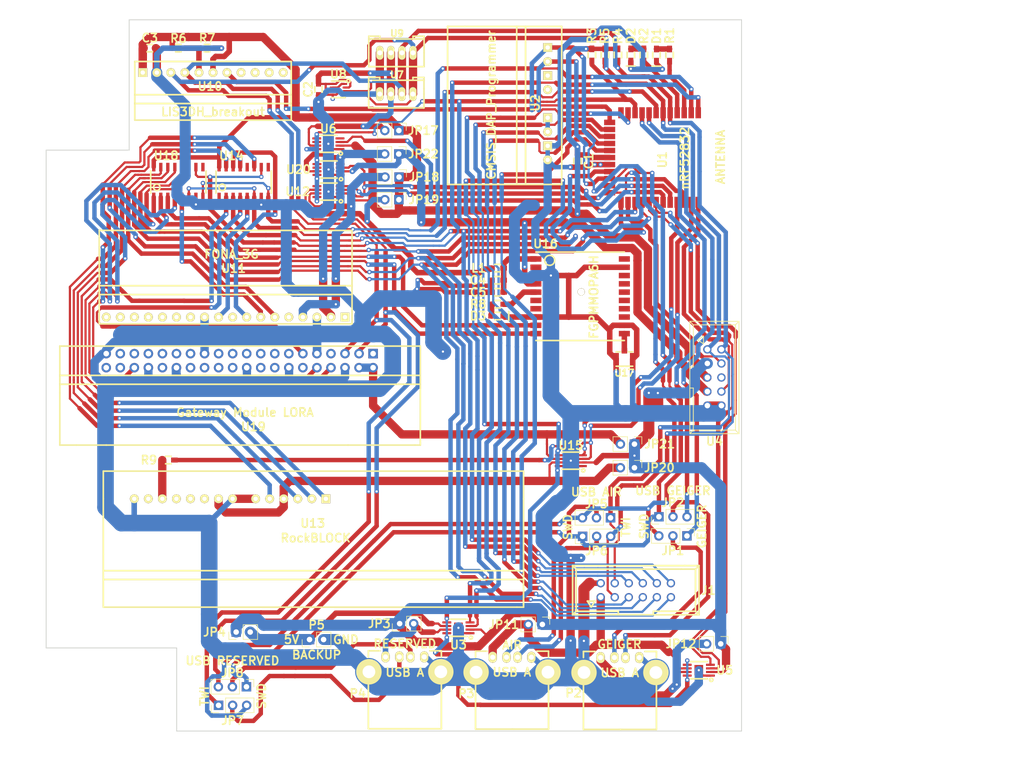
<source format=kicad_pcb>
(kicad_pcb (version 4) (host pcbnew 4.0.0-rc1-stable)
  (title_block (title "Solarcast Communications Module") (date 2017-02-07) (rev 1.0) (company "Institute IRNAS Rače"))
  (layers (0 F.Cu signal) (31 B.Cu signal) (34 B.Paste user) (35 F.Paste user) (36 B.SilkS user) (37 F.SilkS user hide) (38 B.Mask user) (39 F.Mask user) (44 Edge.Cuts user))
  (net 0 "")
  (net 1 GND)
  (net 2 +3V3)
  (net 3 TWI_3V3)
  (net 4 "Net-(C4-Pad2)")
  (net 5 "Net-(D1-Pad2)")
  (net 6 "Net-(D2-Pad2)")
  (net 7 "Net-(D3-Pad2)")
  (net 8 UART_CTS)
  (net 9 UART_RTS)
  (net 10 AIR_5V)
  (net 11 TWI_SDA)
  (net 12 TWI_SCL)
  (net 13 SPI_SCLK)
  (net 14 SPI_CS)
  (net 15 SPI_MISO)
  (net 16 SPI_MOSI)
  (net 17 UART_TX)
  (net 18 UART_RX)
  (net 19 NRF_SWCLK)
  (net 20 "Net-(JP1-Pad2)")
  (net 21 GEIGER0)
  (net 22 +5V)
  (net 23 RESERV_5V)
  (net 24 BACKUP_5V)
  (net 25 NRF_SWDIO)
  (net 26 GEIGER1)
  (net 27 "Net-(JP7-Pad2)")
  (net 28 GEIGER_5V)
  (net 29 FONA_3V3)
  (net 30 GPS_3V3)
  (net 31 ROCK_5V)
  (net 32 LORA_5V)
  (net 33 VBAT)
  (net 34 FONA_VBAT)
  (net 35 LED_RED)
  (net 36 LED_YEL)
  (net 37 PWR_SWITCH_OC)
  (net 38 "Net-(R6-Pad2)")
  (net 39 "Net-(R8-Pad2)")
  (net 40 "Net-(R9-Pad1)")
  (net 41 ENABLE-ROCK)
  (net 42 ACC_INT)
  (net 43 ENABLE-VBAT)
  (net 44 ENABLE-GPS)
  (net 45 ENABLE-LORA)
  (net 46 ENABLE-FONA)
  (net 47 ENABLE-TWI)
  (net 48 ENABLE-GEIG)
  (net 49 ENABLE-AIR)
  (net 50 ENABLE-5V)
  (net 51 UMUX_SEL0)
  (net 52 UMUX_SEL1)
  (net 53 UMUX_INH)
  (net 54 "Net-(U2-Pad2)")
  (net 55 ENABLE-BACKUP)
  (net 56 ENABLE-RESERV)
  (net 57 FONA_RTS)
  (net 58 FONA_CTS)
  (net 59 FONA_RX)
  (net 60 FONA_TX)
  (net 61 ROCK_CTS)
  (net 62 ROCK_TX)
  (net 63 ROCK_RX)
  (net 64 ROCK_RTS)
  (net 65 LORA_RTS)
  (net 66 LORA_CTS)
  (net 67 GPS_TX)
  (net 68 GPS_RX)
  (net 69 "Net-(U16-Pad11)")
  (net 70 LORA_RX)
  (net 71 LORA_TX)
  (net 72 "Net-(JP2-Pad2)")
  (net 73 "Net-(JP5-Pad2)")
  (net 74 "Net-(JP6-Pad2)")
  (net 75 "Net-(JP8-Pad2)")
  (module Mounting_Holes:MountingHole_3.2mm_M3 (layer F.Cu) (at 222.74908 126.09576)
    (fp_text reference REF** hide)
    (fp_text value MountingHole_3.2mm_M3 hide)
  )
  (module Mounting_Holes:MountingHole_3.2mm_M3 (layer F.Cu) (at 222.74908 106.11358)
    (fp_text reference REF** hide)
    (fp_text value MountingHole_3.2mm_M3 hide)
  )
  (module Mounting_Holes:MountingHole_3.2mm_M3 (layer F.Cu) (at 222.75162 86.12632)
    (fp_text reference REF** hide)
    (fp_text value MountingHole_3.2mm_M3 hide)
  )
  (module Mounting_Holes:MountingHole_3.2mm_M3 (layer F.Cu) (at 222.75162 66.13652)
    (fp_text reference REF** hide)
    (fp_text value MountingHole_3.2mm_M3 hide)
  )
  (module Mounting_Holes:MountingHole_3.2mm_M3 (layer F.Cu) (at 142.48 29.083)
    (fp_text reference REF** hide)
    (fp_text value MountingHole_3.2mm_M3 hide)
  )
  (module Mounting_Holes:MountingHole_3.2mm_M3 (layer F.Cu) (at 142.48 149.733)
    (fp_text reference REF** hide)
    (fp_text value MountingHole_3.2mm_M3 hide)
  )
  (module Mounting_Holes:MountingHole_3.2mm_M3 (layer F.Cu) (at 62.15504 86.1187)
    (fp_text reference REF** hide)
    (fp_text value MountingHole_3.2mm_M3 hide)
  )
  (module Mounting_Holes:MountingHole_3.2mm_M3 (layer F.Cu) (at 62.18044 106.10596)
    (fp_text reference REF** hide)
    (fp_text value MountingHole_3.2mm_M3 hide)
  )
  (module Mounting_Holes:MountingHole_3.2mm_M3 (layer F.Cu) (at 179.9704 29.083)
    (fp_text reference REF** hide)
    (fp_text value MountingHole_3.2mm_M3 hide)
    (pad 1 np_thru_hole circle (at 0 0) (size 3.2 3.2) (drill 3.2) (layers *.Cu *.Mask))
  )
  (module Mounting_Holes:MountingHole_3.2mm_M3 (layer F.Cu) (at 179.9704 149.733)
    (fp_text reference REF** hide)
    (fp_text value MountingHole_3.2mm_M3 hide)
    (pad 1 np_thru_hole circle (at 0 0) (size 3.2 3.2) (drill 3.2) (layers *.Cu *.Mask))
  )
  (module Mounting_Holes:MountingHole_3.2mm_M3 (layer F.Cu) (at 104.9896 149.733)
    (fp_text reference REF** hide)
    (fp_text value MountingHole_3.2mm_M3 hide)
    (pad 1 np_thru_hole circle (at 0 0) (size 3.2 3.2) (drill 3.2) (layers *.Cu *.Mask))
  )
  (module Mounting_Holes:MountingHole_3.2mm_M3 (layer F.Cu) (at 104.9896 29.083)
    (fp_text reference REF** hide)
    (fp_text value MountingHole_3.2mm_M3 hide)
    (pad 1 np_thru_hole circle (at 0 0) (size 3.2 3.2) (drill 3.2) (layers *.Cu *.Mask))
  )
  (module Mounting_Holes:MountingHole_3.2mm_M3 (layer F.Cu) (at 62.16012 66.13652)
    (fp_text reference REF** hide)
    (fp_text value MountingHole_3.2mm_M3 hide)
    (pad 1 np_thru_hole circle (at 0 0) (size 3.2 3.2) (drill 3.2) (layers *.Cu *.Mask))
  )
  (module Mounting_Holes:MountingHole_3.2mm_M3 (layer F.Cu) (at 62.23124 126.09576)
    (fp_text reference REF** hide)
    (fp_text value MountingHole_3.2mm_M3 hide)
    (pad 1 np_thru_hole circle (at 0 0) (size 3.2 3.2) (drill 3.2) (layers *.Cu *.Mask))
  )
  (module 0603_handsolder:0603_HandSoldering (layer F.Cu) (at 154.32148 50.64252 90)
    (fp_text reference C1 (at 0 2.0574 90) (layer F.SilkS) (effects (font (size 1.5 1.5) (thickness 0.3))))
    (fp_text value 100nF hide)
    (pad 1 smd rect (at -1.1 0 90) (size 1.2 0.9) (layers F.Cu F.Paste F.Mask) (net 1 GND))
    (pad 2 smd rect (at 1.1 0 90) (size 1.2 0.9) (layers F.Cu F.Paste F.Mask) (net 2 +3V3))
  )
  (module 0603_handsolder:0603_HandSoldering (layer F.Cu) (at 107.47626 37.67582 90)
    (fp_text reference C2 (at 0 -1.85928 90) (layer F.SilkS) (effects (font (size 1.5 1.5) (thickness 0.3))))
    (fp_text value 100nF hide)
    (pad 1 smd rect (at -1.1 0 90) (size 1.2 0.9) (layers F.Cu F.Paste F.Mask) (net 1 GND))
    (pad 2 smd rect (at 1.1 0 90) (size 1.2 0.9) (layers F.Cu F.Paste F.Mask) (net 3 TWI_3V3))
  )
  (module 0603_handsolder:0603_HandSoldering (layer F.Cu) (at 76.96324 30.22092 180)
    (fp_text reference C3 (at 0 1.84404 180) (layer F.SilkS) (effects (font (size 1.5 1.5) (thickness 0.3))))
    (fp_text value 100nF hide)
    (pad 1 smd rect (at -1.1 0 180) (size 1.2 0.9) (layers F.Cu F.Paste F.Mask) (net 1 GND))
    (pad 2 smd rect (at 1.1 0 180) (size 1.2 0.9) (layers F.Cu F.Paste F.Mask) (net 2 +3V3))
  )
  (module 0603_handsolder:0603_HandSoldering (layer F.Cu) (at 139.85364 72.19696)
    (fp_text reference C4 (at -3.556 0) (layer F.SilkS) (effects (font (size 1.5 1.5) (thickness 0.3))))
    (fp_text value 1uF hide)
    (pad 1 smd rect (at -1.1 0) (size 1.2 0.9) (layers F.Cu F.Paste F.Mask) (net 1 GND))
    (pad 2 smd rect (at 1.1 0) (size 1.2 0.9) (layers F.Cu F.Paste F.Mask) (net 4 "Net-(C4-Pad2)"))
  )
  (module 0603_handsolder:0603_HandSoldering (layer F.Cu) (at 139.85872 74.37374)
    (fp_text reference C5 (at -3.5052 0.00254) (layer F.SilkS) (effects (font (size 1.5 1.5) (thickness 0.3))))
    (fp_text value 100nF hide)
    (pad 1 smd rect (at -1.1 0) (size 1.2 0.9) (layers F.Cu F.Paste F.Mask) (net 1 GND))
    (pad 2 smd rect (at 1.1 0) (size 1.2 0.9) (layers F.Cu F.Paste F.Mask) (net 4 "Net-(C4-Pad2)"))
  )
  (module 0603_handsolder:LED_0603_HandSoldering (layer F.Cu) (at 168.59374 31.47822 90)
    (fp_text reference D1 (at 3.47472 0.02032 90) (layer F.SilkS) (effects (font (size 1.5 1.5) (thickness 0.3))))
    (fp_text value LED hide)
    (pad 1 smd rect (at -1.1 0 90) (size 1.2 0.9) (layers F.Cu F.Paste F.Mask) (net 1 GND))
    (pad 2 smd rect (at 1.1 0 90) (size 1.2 0.9) (layers F.Cu F.Paste F.Mask) (net 5 "Net-(D1-Pad2)"))
  )
  (module 0603_handsolder:LED_0603_HandSoldering (layer F.Cu) (at 163.96332 31.46298 90)
    (fp_text reference D2 (at 3.45694 0.02032 90) (layer F.SilkS) (effects (font (size 1.5 1.5) (thickness 0.3))))
    (fp_text value LED hide)
    (pad 1 smd rect (at -1.1 0 90) (size 1.2 0.9) (layers F.Cu F.Paste F.Mask) (net 1 GND))
    (pad 2 smd rect (at 1.1 0 90) (size 1.2 0.9) (layers F.Cu F.Paste F.Mask) (net 6 "Net-(D2-Pad2)"))
  )
  (module 0603_handsolder:LED_0603_HandSoldering (layer F.Cu) (at 139.87904 78.67142 180)
    (fp_text reference D3 (at 3.55854 0.00254 180) (layer F.SilkS) (effects (font (size 1.5 1.5) (thickness 0.3))))
    (fp_text value LED hide)
    (pad 1 smd rect (at -1.1 0 180) (size 1.2 0.9) (layers F.Cu F.Paste F.Mask) (net 1 GND))
    (pad 2 smd rect (at 1.1 0 180) (size 1.2 0.9) (layers F.Cu F.Paste F.Mask) (net 7 "Net-(D3-Pad2)"))
  )
  (module IDC12_connector:IDC12_connector (layer F.Cu) (at 163.58994 128.2573)
    (fp_text reference J1 (at 14.39164 0.03302) (layer F.SilkS) (effects (font (size 1.5 1.5) (thickness 0.3))))
    (fp_text value IDC12 hide)
    (pad 11 thru_hole circle (at 7.62 1.27) (size 1.50622 1.50622) (drill 0.99822) (layers *.Cu *.Mask) (net 8 UART_CTS))
    (pad 12 thru_hole circle (at 7.62 -1.27) (size 1.50622 1.50622) (drill 0.99822) (layers *.Cu *.Mask) (net 9 UART_RTS))
    (pad 1 thru_hole circle (at -5.08 1.27) (size 1.50622 1.50622) (drill 0.99822) (layers *.Cu *.Mask) (net 10 AIR_5V))
    (pad 2 thru_hole circle (at -5.08 -1.27) (size 1.50622 1.50622) (drill 0.99822) (layers *.Cu *.Mask) (net 1 GND))
    (pad 3 thru_hole circle (at -2.54 1.27) (size 1.50622 1.50622) (drill 0.99822) (layers *.Cu *.Mask) (net 11 TWI_SDA))
    (pad 4 thru_hole circle (at -2.54 -1.27) (size 1.50622 1.50622) (drill 0.99822) (layers *.Cu *.Mask) (net 12 TWI_SCL))
    (pad 5 thru_hole circle (at 0 1.27) (size 1.50622 1.50622) (drill 0.99822) (layers *.Cu *.Mask) (net 13 SPI_SCLK))
    (pad 6 thru_hole circle (at 0 -1.27) (size 1.50622 1.50622) (drill 0.99822) (layers *.Cu *.Mask) (net 14 SPI_CS))
    (pad 7 thru_hole circle (at 2.54 1.27) (size 1.50622 1.50622) (drill 0.99822) (layers *.Cu *.Mask) (net 15 SPI_MISO))
    (pad 8 thru_hole circle (at 2.54 -1.27) (size 1.50622 1.50622) (drill 0.99822) (layers *.Cu *.Mask) (net 16 SPI_MOSI))
    (pad 9 thru_hole circle (at 5.08 1.27) (size 1.50622 1.50622) (drill 0.99822) (layers *.Cu *.Mask) (net 17 UART_TX))
    (pad 10 thru_hole circle (at 5.08 -1.27) (size 1.50622 1.50622) (drill 0.99822) (layers *.Cu *.Mask) (net 18 UART_RX))
  )
  (module Socket_Strips:Socket_Strip_Straight_1x02_Pitch2.54mm (layer F.Cu) (at 122.14984 134.3025 90)
    (fp_text reference JP3 (at 0 -3.68554 180) (layer F.SilkS) (effects (font (size 1.5 1.5) (thickness 0.3))))
    (fp_text value Jumper_NC_Small hide)
    (pad 1 thru_hole rect (at 0 0 90) (size 1.7 1.7) (drill 1) (layers *.Cu *.Mask) (net 22 +5V))
    (pad 2 thru_hole oval (at 0 2.54 90) (size 1.7 1.7) (drill 1) (layers *.Cu *.Mask) (net 23 RESERV_5V))
  )
  (module Socket_Strips:Socket_Strip_Straight_1x02_Pitch2.54mm (layer F.Cu) (at 92.58424 135.8265 90)
    (fp_text reference JP4 (at -0.01016 -3.92938 180) (layer F.SilkS) (effects (font (size 1.5 1.5) (thickness 0.3))))
    (fp_text value Jumper_NC_Small hide)
    (pad 1 thru_hole rect (at 0 0 90) (size 1.7 1.7) (drill 1) (layers *.Cu *.Mask) (net 22 +5V))
    (pad 2 thru_hole oval (at 0 2.54 90) (size 1.7 1.7) (drill 1) (layers *.Cu *.Mask) (net 24 BACKUP_5V))
  )
  (module Socket_Strips:Socket_Strip_Straight_1x02_Pitch2.54mm (layer F.Cu) (at 147.96132 134.44728 270)
    (fp_text reference JP11 (at 0.02286 6.9723 360) (layer F.SilkS) (effects (font (size 1.5 1.5) (thickness 0.3))))
    (fp_text value Jumper_NC_Small hide)
    (pad 1 thru_hole rect (at 0 0 270) (size 1.7 1.7) (drill 1) (layers *.Cu *.Mask) (net 22 +5V))
    (pad 2 thru_hole oval (at 0 2.54 270) (size 1.7 1.7) (drill 1) (layers *.Cu *.Mask) (net 10 AIR_5V))
  )
  (module Socket_Strips:Socket_Strip_Straight_1x02_Pitch2.54mm (layer F.Cu) (at 180.21424 137.9601 270)
    (fp_text reference JP12 (at 0 7.2009 360) (layer F.SilkS) (effects (font (size 1.5 1.5) (thickness 0.3))))
    (fp_text value Jumper_NC_Small hide)
    (pad 1 thru_hole rect (at 0 0 270) (size 1.7 1.7) (drill 1) (layers *.Cu *.Mask) (net 22 +5V))
    (pad 2 thru_hole oval (at 0 2.54 270) (size 1.7 1.7) (drill 1) (layers *.Cu *.Mask) (net 28 GEIGER_5V))
  )
  (module Socket_Strips:Socket_Strip_Straight_1x02_Pitch2.54mm (layer F.Cu) (at 122.01014 45.1231 270)
    (fp_text reference JP17 (at 0 -4.40944 360) (layer F.SilkS) (effects (font (size 1.5 1.5) (thickness 0.3))))
    (fp_text value Jumper_NC_Small hide)
    (pad 1 thru_hole rect (at 0 0 270) (size 1.7 1.7) (drill 1) (layers *.Cu *.Mask) (net 2 +3V3))
    (pad 2 thru_hole oval (at 0 2.54 270) (size 1.7 1.7) (drill 1) (layers *.Cu *.Mask) (net 3 TWI_3V3))
  )
  (module Socket_Strips:Socket_Strip_Straight_1x02_Pitch2.54mm (layer F.Cu) (at 122.04316 53.53558 270)
    (fp_text reference JP18 (at 0 -4.51866 360) (layer F.SilkS) (effects (font (size 1.5 1.5) (thickness 0.3))))
    (fp_text value Jumper_NC_Small hide)
    (pad 1 thru_hole rect (at 0 0 270) (size 1.7 1.7) (drill 1) (layers *.Cu *.Mask) (net 2 +3V3))
    (pad 2 thru_hole oval (at 0 2.54 270) (size 1.7 1.7) (drill 1) (layers *.Cu *.Mask) (net 29 FONA_3V3))
  )
  (module Socket_Strips:Socket_Strip_Straight_1x02_Pitch2.54mm (layer F.Cu) (at 122.01268 57.63006 270)
    (fp_text reference JP19 (at -0.00254 -4.52628 360) (layer F.SilkS) (effects (font (size 1.5 1.5) (thickness 0.3))))
    (fp_text value Jumper_NC_Small hide)
    (pad 1 thru_hole rect (at 0 0 270) (size 1.7 1.7) (drill 1) (layers *.Cu *.Mask) (net 2 +3V3))
    (pad 2 thru_hole oval (at 0 2.54 270) (size 1.7 1.7) (drill 1) (layers *.Cu *.Mask) (net 30 GPS_3V3))
  )
  (module Socket_Strips:Socket_Strip_Straight_1x02_Pitch2.54mm (layer F.Cu) (at 164.61356 106.11104 270)
    (fp_text reference JP20 (at -0.02032 -4.50342 360) (layer F.SilkS) (effects (font (size 1.5 1.5) (thickness 0.3))))
    (fp_text value Jumper_NC_Small hide)
    (pad 1 thru_hole rect (at 0 0 270) (size 1.7 1.7) (drill 1) (layers *.Cu *.Mask) (net 22 +5V))
    (pad 2 thru_hole oval (at 0 2.54 270) (size 1.7 1.7) (drill 1) (layers *.Cu *.Mask) (net 31 ROCK_5V))
  )
  (module Socket_Strips:Socket_Strip_Straight_1x02_Pitch2.54mm (layer F.Cu) (at 164.6161 101.83368 270)
    (fp_text reference JP21 (at -0.01524 -4.57962 360) (layer F.SilkS) (effects (font (size 1.5 1.5) (thickness 0.3))))
    (fp_text value Jumper_NC_Small hide)
    (pad 1 thru_hole rect (at 0 0 270) (size 1.7 1.7) (drill 1) (layers *.Cu *.Mask) (net 22 +5V))
    (pad 2 thru_hole oval (at 0 2.54 270) (size 1.7 1.7) (drill 1) (layers *.Cu *.Mask) (net 32 LORA_5V))
  )
  (module Socket_Strips:Socket_Strip_Straight_1x02_Pitch2.54mm (layer F.Cu) (at 121.98474 49.3649 270)
    (fp_text reference JP22 (at 0.00254 -4.46278 360) (layer F.SilkS) (effects (font (size 1.5 1.5) (thickness 0.3))))
    (fp_text value Jumper_NC_Small hide)
    (pad 1 thru_hole rect (at 0 0 270) (size 1.7 1.7) (drill 1) (layers *.Cu *.Mask) (net 33 VBAT))
    (pad 2 thru_hole oval (at 0 2.54 270) (size 1.7 1.7) (drill 1) (layers *.Cu *.Mask) (net 34 FONA_VBAT))
  )
  (module 0603_handsolder:0603_HandSoldering (layer F.Cu) (at 139.85618 70.01002 180)
    (fp_text reference L1 (at 3.42646 -0.00254 180) (layer F.SilkS) (effects (font (size 1.5 1.5) (thickness 0.3))))
    (fp_text value FERRITE hide)
    (pad 1 smd rect (at -1.1 0 180) (size 1.2 0.9) (layers F.Cu F.Paste F.Mask) (net 4 "Net-(C4-Pad2)"))
    (pad 2 smd rect (at 1.1 0 180) (size 1.2 0.9) (layers F.Cu F.Paste F.Mask) (net 30 GPS_3V3))
  )
  (module USB_A_receptacle:USB_A_receptacle (layer F.Cu) (at 161.98974 140.4366)
    (fp_text reference P2 (at -8.38454 6.4135) (layer F.SilkS) (effects (font (size 1.5 1.5) (thickness 0.3))))
    (fp_text value USB_A hide)
    (fp_text user "USB A" (at -0.02794 2.75844) (layer F.SilkS) (effects (font (size 1.5 1.5) (thickness 0.3))))
    (pad 5 thru_hole circle (at -6.5 2.7) (size 4.6 4.6) (drill 2.3) (layers *.Cu *.Mask F.SilkS) (net 1 GND))
    (pad 5 thru_hole circle (at 6.5 2.7) (size 4.6 4.6) (drill 2.3) (layers *.Cu *.Mask F.SilkS) (net 1 GND))
    (pad 4 thru_hole oval (at 3.5 0) (size 1.5 2) (drill 0.92) (layers *.Cu *.Mask F.SilkS) (net 1 GND))
    (pad 1 thru_hole oval (at -3.5 0) (size 1.5 2) (drill 0.92) (layers *.Cu *.Mask F.SilkS) (net 28 GEIGER_5V))
    (pad 3 thru_hole oval (at 1 0) (size 1.5 2) (drill 0.92) (layers *.Cu *.Mask F.SilkS) (net 72 "Net-(JP2-Pad2)"))
    (pad 2 thru_hole oval (at -1 0) (size 1.5 2) (drill 0.92) (layers *.Cu *.Mask F.SilkS) (net 20 "Net-(JP1-Pad2)"))
  )
  (module USB_A_receptacle:USB_A_receptacle (layer F.Cu) (at 142.47492 140.38072)
    (fp_text reference P3 (at -8.26008 6.58368) (layer F.SilkS) (effects (font (size 1.5 1.5) (thickness 0.3))))
    (fp_text value USB_A hide)
    (fp_text user "USB A" (at -0.04064 2.70764) (layer F.SilkS) (effects (font (size 1.5 1.5) (thickness 0.3))))
    (pad 5 thru_hole circle (at -6.5 2.7) (size 4.6 4.6) (drill 2.3) (layers *.Cu *.Mask F.SilkS) (net 1 GND))
    (pad 5 thru_hole circle (at 6.5 2.7) (size 4.6 4.6) (drill 2.3) (layers *.Cu *.Mask F.SilkS) (net 1 GND))
    (pad 4 thru_hole oval (at 3.5 0) (size 1.5 2) (drill 0.92) (layers *.Cu *.Mask F.SilkS) (net 1 GND))
    (pad 1 thru_hole oval (at -3.5 0) (size 1.5 2) (drill 0.92) (layers *.Cu *.Mask F.SilkS) (net 10 AIR_5V))
    (pad 3 thru_hole oval (at 1 0) (size 1.5 2) (drill 0.92) (layers *.Cu *.Mask F.SilkS) (net 74 "Net-(JP6-Pad2)"))
    (pad 2 thru_hole oval (at -1 0) (size 1.5 2) (drill 0.92) (layers *.Cu *.Mask F.SilkS) (net 73 "Net-(JP5-Pad2)"))
  )
  (module USB_A_receptacle:USB_A_receptacle (layer F.Cu) (at 123.09472 140.31468)
    (fp_text reference P4 (at -8.52932 6.62178) (layer F.SilkS) (effects (font (size 1.5 1.5) (thickness 0.3))))
    (fp_text value USB_A hide)
    (fp_text user "USB A" (at -0.0127 2.80162) (layer F.SilkS) (effects (font (size 1.5 1.5) (thickness 0.3))))
    (pad 5 thru_hole circle (at -6.5 2.7) (size 4.6 4.6) (drill 2.3) (layers *.Cu *.Mask F.SilkS) (net 1 GND))
    (pad 5 thru_hole circle (at 6.5 2.7) (size 4.6 4.6) (drill 2.3) (layers *.Cu *.Mask F.SilkS) (net 1 GND))
    (pad 4 thru_hole oval (at 3.5 0) (size 1.5 2) (drill 0.92) (layers *.Cu *.Mask F.SilkS) (net 1 GND))
    (pad 1 thru_hole oval (at -3.5 0) (size 1.5 2) (drill 0.92) (layers *.Cu *.Mask F.SilkS) (net 23 RESERV_5V))
    (pad 3 thru_hole oval (at 1 0) (size 1.5 2) (drill 0.92) (layers *.Cu *.Mask F.SilkS) (net 75 "Net-(JP8-Pad2)"))
    (pad 2 thru_hole oval (at -1 0) (size 1.5 2) (drill 0.92) (layers *.Cu *.Mask F.SilkS) (net 27 "Net-(JP7-Pad2)"))
  )
  (module Socket_Strips:Socket_Strip_Straight_1x02_Pitch2.54mm (layer F.Cu) (at 105.8532 137.18032 90)
    (fp_text reference P5 (at 2.6416 1.28016 180) (layer F.SilkS) (effects (font (size 1.5 1.5) (thickness 0.3))))
    (fp_text value BACKUP (at -2.76352 1.28016 180) (layer F.SilkS) (effects (font (size 1.5 1.5) (thickness 0.3))))
    (pad 1 thru_hole rect (at 0 0 90) (size 1.7 1.7) (drill 1) (layers *.Cu *.Mask) (net 24 BACKUP_5V))
    (pad 2 thru_hole oval (at 0 2.54 90) (size 1.7 1.7) (drill 1) (layers *.Cu *.Mask) (net 1 GND))
  )
  (module 0603_handsolder:0603_HandSoldering (layer F.Cu) (at 170.9661 31.47822 270)
    (fp_text reference R1 (at -3.51536 -0.00508 270) (layer F.SilkS) (effects (font (size 1.5 1.5) (thickness 0.3))))
    (fp_text value 1K hide)
    (pad 1 smd rect (at -1.1 0 270) (size 1.2 0.9) (layers F.Cu F.Paste F.Mask) (net 5 "Net-(D1-Pad2)"))
    (pad 2 smd rect (at 1.1 0 270) (size 1.2 0.9) (layers F.Cu F.Paste F.Mask) (net 35 LED_RED))
  )
  (module 0603_handsolder:0603_HandSoldering (layer F.Cu) (at 166.30012 31.4579 270)
    (fp_text reference R2 (at -3.44424 0 270) (layer F.SilkS) (effects (font (size 1.5 1.5) (thickness 0.3))))
    (fp_text value 1K hide)
    (pad 1 smd rect (at -1.1 0 270) (size 1.2 0.9) (layers F.Cu F.Paste F.Mask) (net 6 "Net-(D2-Pad2)"))
    (pad 2 smd rect (at 1.1 0 270) (size 1.2 0.9) (layers F.Cu F.Paste F.Mask) (net 36 LED_YEL))
  )
  (module 0603_handsolder:0603_HandSoldering (layer F.Cu) (at 156.9072 31.45282 270)
    (fp_text reference R3 (at -3.47218 0.00254 270) (layer F.SilkS) (effects (font (size 1.5 1.5) (thickness 0.3))))
    (fp_text value 10K hide)
    (pad 1 smd rect (at -1.1 0 270) (size 1.2 0.9) (layers F.Cu F.Paste F.Mask) (net 2 +3V3))
    (pad 2 smd rect (at 1.1 0 270) (size 1.2 0.9) (layers F.Cu F.Paste F.Mask) (net 37 PWR_SWITCH_OC))
  )
  (module 0603_handsolder:0603_HandSoldering (layer F.Cu) (at 161.61382 31.45536 270)
    (fp_text reference R4 (at -3.42392 -0.00254 270) (layer F.SilkS) (effects (font (size 1.5 1.5) (thickness 0.3))))
    (fp_text value 10K hide)
    (pad 1 smd rect (at -1.1 0 270) (size 1.2 0.9) (layers F.Cu F.Paste F.Mask) (net 2 +3V3))
    (pad 2 smd rect (at 1.1 0 270) (size 1.2 0.9) (layers F.Cu F.Paste F.Mask) (net 11 TWI_SDA))
  )
  (module 0603_handsolder:0603_HandSoldering (layer F.Cu) (at 159.27702 31.45536 270)
    (fp_text reference R5 (at -3.4417 0.00762 270) (layer F.SilkS) (effects (font (size 1.5 1.5) (thickness 0.3))))
    (fp_text value 10K hide)
    (pad 1 smd rect (at -1.1 0 270) (size 1.2 0.9) (layers F.Cu F.Paste F.Mask) (net 2 +3V3))
    (pad 2 smd rect (at 1.1 0 270) (size 1.2 0.9) (layers F.Cu F.Paste F.Mask) (net 12 TWI_SCL))
  )
  (module 0603_handsolder:0603_HandSoldering (layer F.Cu) (at 82.1296 30.22092)
    (fp_text reference R6 (at 0.00508 -1.7653) (layer F.SilkS) (effects (font (size 1.5 1.5) (thickness 0.3))))
    (fp_text value 0R hide)
    (pad 1 smd rect (at -1.1 0) (size 1.2 0.9) (layers F.Cu F.Paste F.Mask) (net 2 +3V3))
    (pad 2 smd rect (at 1.1 0) (size 1.2 0.9) (layers F.Cu F.Paste F.Mask) (net 38 "Net-(R6-Pad2)"))
  )
  (module 0603_handsolder:0603_HandSoldering (layer F.Cu) (at 87.32644 30.22092)
    (fp_text reference R7 (at 0 -1.81356) (layer F.SilkS) (effects (font (size 1.5 1.5) (thickness 0.3))))
    (fp_text value 0R hide)
    (pad 1 smd rect (at -1.1 0) (size 1.2 0.9) (layers F.Cu F.Paste F.Mask) (net 38 "Net-(R6-Pad2)"))
    (pad 2 smd rect (at 1.1 0) (size 1.2 0.9) (layers F.Cu F.Paste F.Mask) (net 1 GND))
  )
  (module 0603_handsolder:0603_HandSoldering (layer F.Cu) (at 139.87904 76.53782)
    (fp_text reference R8 (at -3.53568 -0.00254) (layer F.SilkS) (effects (font (size 1.5 1.5) (thickness 0.3))))
    (fp_text value 1K hide)
    (pad 1 smd rect (at -1.1 0) (size 1.2 0.9) (layers F.Cu F.Paste F.Mask) (net 7 "Net-(D3-Pad2)"))
    (pad 2 smd rect (at 1.1 0) (size 1.2 0.9) (layers F.Cu F.Paste F.Mask) (net 39 "Net-(R8-Pad2)"))
  )
  (module 0603_handsolder:0603_HandSoldering (layer F.Cu) (at 80.31858 104.71912)
    (fp_text reference R9 (at -3.52806 0.00254) (layer F.SilkS) (effects (font (size 1.5 1.5) (thickness 0.3))))
    (fp_text value 10K hide)
    (pad 1 smd rect (at -1.1 0) (size 1.2 0.9) (layers F.Cu F.Paste F.Mask) (net 40 "Net-(R9-Pad1)"))
    (pad 2 smd rect (at 1.1 0) (size 1.2 0.9) (layers F.Cu F.Paste F.Mask) (net 41 ENABLE-ROCK))
  )
  (module nRF52832:nRF52832-SMD (layer F.Cu) (at 162.18024 41.91 270)
    (fp_text reference U1 (at 8.5 -7.5 270) (layer F.SilkS) (effects (font (size 1.5 1.5) (thickness 0.3))))
    (fp_text value nRF52832 (at 8.22 -11.54 270) (layer F.SilkS) (effects (font (size 1.5 1.5) (thickness 0.3))))
    (fp_text user ANTENNA (at 8 -18 270) (layer F.SilkS) (effects (font (size 1.5 1.5) (thickness 0.3))))
    (pad 22 smd rect (at 13.18 2.05 270) (size 1 2) (layers F.Cu F.Paste F.Mask) (net 25 NRF_SWDIO))
    (pad 21 smd rect (at 11.91 2.05 270) (size 1 2) (layers F.Cu F.Paste F.Mask) (net 19 NRF_SWCLK))
    (pad 20 smd rect (at 10.64 2.05 270) (size 1 2) (layers F.Cu F.Paste F.Mask) (net 17 UART_TX))
    (pad 19 smd rect (at 9.37 2.05 270) (size 1 2) (layers F.Cu F.Paste F.Mask) (net 1 GND))
    (pad 18 smd rect (at 8.1 2.05 270) (size 1 2) (layers F.Cu F.Paste F.Mask) (net 2 +3V3))
    (pad 17 smd rect (at 6.83 2.05 270) (size 1 2) (layers F.Cu F.Paste F.Mask) (net 13 SPI_SCLK))
    (pad 23 smd rect (at 14.45 2.05 270) (size 1 2) (layers F.Cu F.Paste F.Mask) (net 18 UART_RX))
    (pad 16 smd rect (at 5.56 2.05 270) (size 1 2) (layers F.Cu F.Paste F.Mask) (net 14 SPI_CS))
    (pad 15 smd rect (at 4.29 2.05 270) (size 1 2) (layers F.Cu F.Paste F.Mask) (net 15 SPI_MISO))
    (pad 14 smd rect (at 3.02 2.05 270) (size 1 2) (layers F.Cu F.Paste F.Mask) (net 16 SPI_MOSI))
    (pad 13 smd rect (at 1.75 2.05 270) (size 1 2) (layers F.Cu F.Paste F.Mask) (net 42 ACC_INT))
    (pad 35 smd rect (at 16.2 -13.97 270) (size 2 1) (layers F.Cu F.Paste F.Mask) (net 43 ENABLE-VBAT))
    (pad 34 smd rect (at 16.2 -12.7 270) (size 2 1) (layers F.Cu F.Paste F.Mask) (net 41 ENABLE-ROCK))
    (pad 33 smd rect (at 16.2 -11.43 270) (size 2 1) (layers F.Cu F.Paste F.Mask) (net 44 ENABLE-GPS))
    (pad 32 smd rect (at 16.2 -10.16 270) (size 2 1) (layers F.Cu F.Paste F.Mask) (net 45 ENABLE-LORA))
    (pad 31 smd rect (at 16.2 -8.89 270) (size 2 1) (layers F.Cu F.Paste F.Mask) (net 46 ENABLE-FONA))
    (pad 30 smd rect (at 16.2 -7.62 270) (size 2 1) (layers F.Cu F.Paste F.Mask) (net 47 ENABLE-TWI))
    (pad 29 smd rect (at 16.2 -6.35 270) (size 2 1) (layers F.Cu F.Paste F.Mask) (net 48 ENABLE-GEIG))
    (pad 28 smd rect (at 16.2 -5.08 270) (size 2 1) (layers F.Cu F.Paste F.Mask) (net 49 ENABLE-AIR))
    (pad 27 smd rect (at 16.2 -3.81 270) (size 2 1) (layers F.Cu F.Paste F.Mask) (net 8 UART_CTS))
    (pad 26 smd rect (at 16.2 -2.54 270) (size 2 1) (layers F.Cu F.Paste F.Mask) (net 9 UART_RTS))
    (pad 25 smd rect (at 16.2 -1.27 270) (size 2 1) (layers F.Cu F.Paste F.Mask) (net 50 ENABLE-5V))
    (pad 24 smd rect (at 16.2 0 270) (size 2 1) (layers F.Cu F.Paste F.Mask) (net 55 ENABLE-BACKUP))
    (pad 1 smd rect (at 0 -13.97 270) (size 2 1) (layers F.Cu F.Paste F.Mask) (net 51 UMUX_SEL0))
    (pad 2 smd rect (at 0 -12.7 270) (size 2 1) (layers F.Cu F.Paste F.Mask) (net 52 UMUX_SEL1))
    (pad 3 smd rect (at 0 -11.43 270) (size 2 1) (layers F.Cu F.Paste F.Mask) (net 35 LED_RED))
    (pad 4 smd rect (at 0 -10.16 270) (size 2 1) (layers F.Cu F.Paste F.Mask) (net 36 LED_YEL))
    (pad 5 smd rect (at 0 -8.89 270) (size 2 1) (layers F.Cu F.Paste F.Mask) (net 11 TWI_SDA))
    (pad 6 smd rect (at 0 -7.62 270) (size 2 1) (layers F.Cu F.Paste F.Mask) (net 12 TWI_SCL))
    (pad 7 smd rect (at 0 -6.35 270) (size 2 1) (layers F.Cu F.Paste F.Mask) (net 53 UMUX_INH))
    (pad 8 smd rect (at 0 -5.08 270) (size 2 1) (layers F.Cu F.Paste F.Mask) (net 21 GEIGER0))
    (pad 9 smd rect (at 0 -3.81 270) (size 2 1) (layers F.Cu F.Paste F.Mask) (net 26 GEIGER1))
    (pad 10 smd rect (at 0 -2.54 270) (size 2 1) (layers F.Cu F.Paste F.Mask) (net 37 PWR_SWITCH_OC))
    (pad 11 smd rect (at 0 -1.27 270) (size 2 1) (layers F.Cu F.Paste F.Mask) (net 56 ENABLE-RESERV))
    (pad 12 smd rect (at 0 0 270) (size 2 1) (layers F.Cu F.Paste F.Mask))
  )
  (module CMSIS_DAP_Breakout:CMSIS_DAP_Breakout (layer F.Cu) (at 148.92144 30.1117 270)
    (fp_text reference U2 (at 10.0584 2.2352 270) (layer F.SilkS) (effects (font (size 1.5 1.5) (thickness 0.3))))
    (fp_text value CMSIS_DAP_Programmer (at 10.4 10.2 270) (layer F.SilkS) (effects (font (size 1.5 1.5) (thickness 0.3))))
    (pad 1 thru_hole circle (at 20.32 0 270) (size 1.6 1.6) (drill 0.8) (layers *.Cu *.Mask F.SilkS) (net 1 GND))
    (pad 1 thru_hole rect (at 17.78 0 270) (size 1.6 1.6) (drill 0.8) (layers *.Cu *.Mask F.SilkS) (net 1 GND))
    (pad 2 thru_hole circle (at 15.24 0 270) (size 1.6 1.6) (drill 0.8) (layers *.Cu *.Mask F.SilkS) (net 54 "Net-(U2-Pad2)"))
    (pad 2 thru_hole rect (at 12.7 0 270) (size 1.6 1.6) (drill 0.8) (layers *.Cu *.Mask F.SilkS) (net 54 "Net-(U2-Pad2)"))
    (pad 3 thru_hole circle (at 7.62 0 270) (size 1.6 1.6) (drill 0.8) (layers *.Cu *.Mask F.SilkS))
    (pad 4 thru_hole rect (at 5.08 0 270) (size 1.6 1.6) (drill 0.8) (layers *.Cu *.Mask F.SilkS))
    (pad 5 thru_hole circle (at 2.54 0 270) (size 1.6 1.6) (drill 0.8) (layers *.Cu *.Mask F.SilkS) (net 19 NRF_SWCLK))
    (pad 6 thru_hole rect (at 0 0 270) (size 1.6 1.6) (drill 0.8) (layers *.Cu *.Mask F.SilkS) (net 25 NRF_SWDIO))
  )
  (module TPS2064:TPS2064 (layer F.Cu) (at 132.78228 135.05688 90)
    (fp_text reference U3 (at -3.0861 0 180) (layer F.SilkS) (effects (font (size 1.5 1.5) (thickness 0.3))))
    (fp_text value TPS2064 hide)
    (pad 4 smd rect (at 0.975 2.1 90) (size 0.4 1.6) (layers F.Cu F.Paste F.Mask) (net 55 ENABLE-BACKUP))
    (pad 3 smd rect (at 0.325 2.1 90) (size 0.4 1.6) (layers F.Cu F.Paste F.Mask) (net 56 ENABLE-RESERV))
    (pad 2 smd rect (at -0.325 2.1 90) (size 0.4 1.6) (layers F.Cu F.Paste F.Mask) (net 22 +5V))
    (pad 1 smd rect (at -0.975 2.1 90) (size 0.4 1.6) (layers F.Cu F.Paste F.Mask) (net 1 GND))
    (pad 8 smd rect (at -0.975 -2.1 90) (size 0.4 1.6) (layers F.Cu F.Paste F.Mask) (net 37 PWR_SWITCH_OC))
    (pad 7 smd rect (at -0.325 -2.1 90) (size 0.4 1.6) (layers F.Cu F.Paste F.Mask) (net 23 RESERV_5V))
    (pad 5 smd rect (at 0.975 -2.1 90) (size 0.4 1.6) (layers F.Cu F.Paste F.Mask) (net 37 PWR_SWITCH_OC))
    (pad 6 smd rect (at 0.325 -2.1 90) (size 0.4 1.6) (layers F.Cu F.Paste F.Mask) (net 24 BACKUP_5V))
    (pad 1 smd rect (at 0 0 90) (size 1.89 1.57) (layers F.Cu F.Paste F.Mask) (net 1 GND))
  )
  (module IDC10_connector:IDC10_connector (layer F.Cu) (at 179.07124 89.789 270)
    (fp_text reference U4 (at 11.52144 -0.01524 360) (layer F.SilkS) (effects (font (size 1.5 1.5) (thickness 0.3))))
    (fp_text value PWR_CONN hide)
    (pad 1 thru_hole circle (at -5.08 1.27 270) (size 1.50622 1.50622) (drill 0.99822) (layers *.Cu *.Mask) (net 12 TWI_SCL))
    (pad 2 thru_hole circle (at -5.08 -1.27 270) (size 1.50622 1.50622) (drill 0.99822) (layers *.Cu *.Mask) (net 11 TWI_SDA))
    (pad 3 thru_hole circle (at -2.54 1.27 270) (size 1.50622 1.50622) (drill 0.99822) (layers *.Cu *.Mask) (net 22 +5V))
    (pad 4 thru_hole circle (at -2.54 -1.27 270) (size 1.50622 1.50622) (drill 0.99822) (layers *.Cu *.Mask) (net 50 ENABLE-5V))
    (pad 5 thru_hole circle (at 0 1.27 270) (size 1.50622 1.50622) (drill 0.99822) (layers *.Cu *.Mask) (net 2 +3V3))
    (pad 6 thru_hole circle (at 0 -1.27 270) (size 1.50622 1.50622) (drill 0.99822) (layers *.Cu *.Mask))
    (pad 7 thru_hole circle (at 2.54 1.27 270) (size 1.50622 1.50622) (drill 0.99822) (layers *.Cu *.Mask) (net 33 VBAT))
    (pad 8 thru_hole circle (at 2.54 -1.27 270) (size 1.50622 1.50622) (drill 0.99822) (layers *.Cu *.Mask) (net 43 ENABLE-VBAT))
    (pad 9 thru_hole circle (at 5.08 1.27 270) (size 1.50622 1.50622) (drill 0.99822) (layers *.Cu *.Mask) (net 1 GND))
    (pad 10 thru_hole circle (at 5.08 -1.27 270) (size 1.50622 1.50622) (drill 0.99822) (layers *.Cu *.Mask) (net 1 GND))
  )
  (module TPS2064:TPS2064 (layer F.Cu) (at 176.25184 142.7226 90)
    (fp_text reference U5 (at 0.00254 4.6863 180) (layer F.SilkS) (effects (font (size 1.5 1.5) (thickness 0.3))))
    (fp_text value TPS2064 hide)
    (pad 4 smd rect (at 0.975 2.1 90) (size 0.4 1.6) (layers F.Cu F.Paste F.Mask) (net 49 ENABLE-AIR))
    (pad 3 smd rect (at 0.325 2.1 90) (size 0.4 1.6) (layers F.Cu F.Paste F.Mask) (net 48 ENABLE-GEIG))
    (pad 2 smd rect (at -0.325 2.1 90) (size 0.4 1.6) (layers F.Cu F.Paste F.Mask) (net 22 +5V))
    (pad 1 smd rect (at -0.975 2.1 90) (size 0.4 1.6) (layers F.Cu F.Paste F.Mask) (net 1 GND))
    (pad 8 smd rect (at -0.975 -2.1 90) (size 0.4 1.6) (layers F.Cu F.Paste F.Mask) (net 37 PWR_SWITCH_OC))
    (pad 7 smd rect (at -0.325 -2.1 90) (size 0.4 1.6) (layers F.Cu F.Paste F.Mask) (net 28 GEIGER_5V))
    (pad 5 smd rect (at 0.975 -2.1 90) (size 0.4 1.6) (layers F.Cu F.Paste F.Mask) (net 37 PWR_SWITCH_OC))
    (pad 6 smd rect (at 0.325 -2.1 90) (size 0.4 1.6) (layers F.Cu F.Paste F.Mask) (net 10 AIR_5V))
    (pad 1 smd rect (at 0 0 90) (size 1.89 1.57) (layers F.Cu F.Paste F.Mask) (net 1 GND))
  )
  (module TPS2064:TPS2064 (layer F.Cu) (at 109.25934 47.5234 90)
    (fp_text reference U6 (at 2.72796 0 180) (layer F.SilkS) (effects (font (size 1.5 1.5) (thickness 0.3))))
    (fp_text value TPS2064 hide)
    (pad 4 smd rect (at 0.975 2.1 90) (size 0.4 1.6) (layers F.Cu F.Paste F.Mask))
    (pad 3 smd rect (at 0.325 2.1 90) (size 0.4 1.6) (layers F.Cu F.Paste F.Mask) (net 47 ENABLE-TWI))
    (pad 2 smd rect (at -0.325 2.1 90) (size 0.4 1.6) (layers F.Cu F.Paste F.Mask) (net 2 +3V3))
    (pad 1 smd rect (at -0.975 2.1 90) (size 0.4 1.6) (layers F.Cu F.Paste F.Mask) (net 1 GND))
    (pad 8 smd rect (at -0.975 -2.1 90) (size 0.4 1.6) (layers F.Cu F.Paste F.Mask) (net 37 PWR_SWITCH_OC))
    (pad 7 smd rect (at -0.325 -2.1 90) (size 0.4 1.6) (layers F.Cu F.Paste F.Mask) (net 3 TWI_3V3))
    (pad 5 smd rect (at 0.975 -2.1 90) (size 0.4 1.6) (layers F.Cu F.Paste F.Mask) (net 37 PWR_SWITCH_OC))
    (pad 6 smd rect (at 0.325 -2.1 90) (size 0.4 1.6) (layers F.Cu F.Paste F.Mask))
    (pad 1 smd rect (at 0 0 90) (size 1.89 1.57) (layers F.Cu F.Paste F.Mask) (net 1 GND))
  )
  (module "DIP Grove 4P-2.0:DIP_Grove_4P-2_0" (layer F.Cu) (at 118.55066 38.52926)
    (fp_text reference U7 (at 3.1 -3.5) (layer F.SilkS) (effects (font (size 1.2 1.2) (thickness 0.3))))
    (fp_text value I2C_connector hide)
    (pad 4 thru_hole oval (at 6 0) (size 1.3 2.5) (drill 0.9) (layers *.Cu *.Mask F.SilkS) (net 12 TWI_SCL))
    (pad 3 thru_hole oval (at 4 0) (size 1.3 2.5) (drill 0.9) (layers *.Cu *.Mask F.SilkS) (net 11 TWI_SDA))
    (pad 2 thru_hole oval (at 2 0) (size 1.3 2.5) (drill 0.9) (layers *.Cu *.Mask F.SilkS) (net 3 TWI_3V3))
    (pad 1 thru_hole oval (at 0 0) (size 1.3 2.5) (drill 0.9) (layers *.Cu *.Mask F.SilkS) (net 1 GND))
  )
  (module BME280:BME280 (layer F.Cu) (at 109.82322 38.92296)
    (fp_text reference U8 (at 1.25 -4) (layer F.SilkS) (effects (font (size 1.5 1.5) (thickness 0.3))))
    (fp_text value BME280 hide)
    (pad 5 smd rect (at 0.225 -0.275) (size 0.8 0.35) (drill (offset -0.15 0)) (layers F.Cu F.Paste F.Mask) (net 1 GND))
    (pad 6 smd rect (at 0.225 -0.925) (size 0.8 0.35) (drill (offset -0.15 0)) (layers F.Cu F.Paste F.Mask) (net 3 TWI_3V3))
    (pad 7 smd rect (at 0.225 -1.575) (size 0.8 0.35) (drill (offset -0.15 0)) (layers F.Cu F.Paste F.Mask) (net 1 GND))
    (pad 8 smd rect (at 0.225 -2.225) (size 0.8 0.35) (drill (offset -0.15 0)) (layers F.Cu F.Paste F.Mask) (net 3 TWI_3V3))
    (pad 1 smd rect (at 2.275 -2.225) (size 0.8 0.35) (drill (offset 0.15 0)) (layers F.Cu F.Paste F.Mask) (net 1 GND))
    (pad 2 smd rect (at 2.275 -1.575) (size 0.8 0.35) (drill (offset 0.15 0)) (layers F.Cu F.Paste F.Mask) (net 3 TWI_3V3))
    (pad 4 smd rect (at 2.275 -0.275) (size 0.8 0.35) (drill (offset 0.15 0)) (layers F.Cu F.Paste F.Mask) (net 12 TWI_SCL))
    (pad 3 smd rect (at 2.275 -0.925) (size 0.8 0.35) (drill (offset 0.15 0)) (layers F.Cu F.Paste F.Mask) (net 11 TWI_SDA))
  )
  (module "DIP Grove 4P-2.0:DIP_Grove_4P-2_0" (layer F.Cu) (at 118.56844 31.06928)
    (fp_text reference U9 (at 3.1 -3.5) (layer F.SilkS) (effects (font (size 1.2 1.2) (thickness 0.3))))
    (fp_text value I2C_connector hide)
    (pad 4 thru_hole oval (at 6 0) (size 1.3 2.5) (drill 0.9) (layers *.Cu *.Mask F.SilkS) (net 12 TWI_SCL))
    (pad 3 thru_hole oval (at 4 0) (size 1.3 2.5) (drill 0.9) (layers *.Cu *.Mask F.SilkS) (net 11 TWI_SDA))
    (pad 2 thru_hole oval (at 2 0) (size 1.3 2.5) (drill 0.9) (layers *.Cu *.Mask F.SilkS) (net 3 TWI_3V3))
    (pad 1 thru_hole oval (at 0 0) (size 1.3 2.5) (drill 0.9) (layers *.Cu *.Mask F.SilkS) (net 1 GND))
  )
  (module LIS3DH_breakout:LIS3DH_breakout_vertical (layer F.Cu) (at 88.39324 29.6418)
    (fp_text reference U10 (at -0.53 7.5) (layer F.SilkS) (effects (font (size 1.5 1.5) (thickness 0.3))))
    (fp_text value LIS3DH_breakout (at 0 12.1) (layer F.SilkS) (effects (font (size 1.5 1.5) (thickness 0.3))))
    (pad 1 thru_hole rect (at -12.7 5) (size 1.6 1.6) (drill 0.8) (layers *.Cu *.Mask F.SilkS) (net 2 +3V3))
    (pad 2 thru_hole circle (at -10.16 5) (size 1.6 1.6) (drill 0.8) (layers *.Cu *.Mask F.SilkS) (net 1 GND))
    (pad 3 thru_hole circle (at -7.62 5) (size 1.6 1.6) (drill 0.8) (layers *.Cu *.Mask F.SilkS) (net 12 TWI_SCL))
    (pad 4 thru_hole circle (at -5.08 5) (size 1.6 1.6) (drill 0.8) (layers *.Cu *.Mask F.SilkS) (net 11 TWI_SDA))
    (pad 5 thru_hole circle (at -2.54 5) (size 1.6 1.6) (drill 0.8) (layers *.Cu *.Mask F.SilkS) (net 38 "Net-(R6-Pad2)"))
    (pad 11 thru_hole circle (at 12.7 5) (size 1.6 1.6) (drill 0.8) (layers *.Cu *.Mask F.SilkS))
    (pad 10 thru_hole circle (at 10.16 5) (size 1.6 1.6) (drill 0.8) (layers *.Cu *.Mask F.SilkS))
    (pad 9 thru_hole circle (at 7.62 5) (size 1.6 1.6) (drill 0.8) (layers *.Cu *.Mask F.SilkS))
    (pad 8 thru_hole circle (at 5.08 5) (size 1.6 1.6) (drill 0.8) (layers *.Cu *.Mask F.SilkS))
    (pad 7 thru_hole circle (at 2.54 5) (size 1.6 1.6) (drill 0.8) (layers *.Cu *.Mask F.SilkS) (net 42 ACC_INT))
    (pad 6 thru_hole circle (at 0 5) (size 1.6 1.6) (drill 0.8) (layers *.Cu *.Mask F.SilkS) (net 2 +3V3))
  )
  (module FONA_3G:FONA_3G_vertical (layer F.Cu) (at 113.53924 77.089 180)
    (fp_text reference U11 (at 21.42 7.02 180) (layer F.SilkS) (effects (font (size 1.5 1.5) (thickness 0.3))))
    (fp_text value FONA_3G (at 21.8 9.6 180) (layer F.SilkS) (effects (font (size 1.5 1.5) (thickness 0.3))))
    (pad 18 thru_hole circle (at 44.45 -1.778 180) (size 1.6 1.6) (drill 0.8) (layers *.Cu *.Mask F.SilkS))
    (pad 17 thru_hole circle (at 41.91 -1.778 180) (size 1.6 1.6) (drill 0.8) (layers *.Cu *.Mask F.SilkS))
    (pad 16 thru_hole circle (at 39.37 -1.778 180) (size 1.6 1.6) (drill 0.8) (layers *.Cu *.Mask F.SilkS))
    (pad 15 thru_hole circle (at 36.83 -1.778 180) (size 1.6 1.6) (drill 0.8) (layers *.Cu *.Mask F.SilkS))
    (pad 14 thru_hole circle (at 34.29 -1.778 180) (size 1.6 1.6) (drill 0.8) (layers *.Cu *.Mask F.SilkS))
    (pad 13 thru_hole circle (at 31.75 -1.778 180) (size 1.6 1.6) (drill 0.8) (layers *.Cu *.Mask F.SilkS))
    (pad 12 thru_hole circle (at 29.21 -1.778 180) (size 1.6 1.6) (drill 0.8) (layers *.Cu *.Mask F.SilkS))
    (pad 11 thru_hole circle (at 26.67 -1.778 180) (size 1.6 1.6) (drill 0.8) (layers *.Cu *.Mask F.SilkS) (net 1 GND))
    (pad 10 thru_hole circle (at 24.13 -1.778 180) (size 1.6 1.6) (drill 0.8) (layers *.Cu *.Mask F.SilkS) (net 57 FONA_RTS))
    (pad 9 thru_hole circle (at 21.59 -1.778 180) (size 1.6 1.6) (drill 0.8) (layers *.Cu *.Mask F.SilkS))
    (pad 8 thru_hole circle (at 19.05 -1.778 180) (size 1.6 1.6) (drill 0.8) (layers *.Cu *.Mask F.SilkS) (net 58 FONA_CTS))
    (pad 7 thru_hole circle (at 16.51 -1.778 180) (size 1.6 1.6) (drill 0.8) (layers *.Cu *.Mask F.SilkS) (net 59 FONA_RX))
    (pad 6 thru_hole circle (at 13.97 -1.778 180) (size 1.6 1.6) (drill 0.8) (layers *.Cu *.Mask F.SilkS) (net 60 FONA_TX))
    (pad 5 thru_hole circle (at 11.43 -1.778 180) (size 1.6 1.6) (drill 0.8) (layers *.Cu *.Mask F.SilkS))
    (pad 4 thru_hole circle (at 8.89 -1.778 180) (size 1.6 1.6) (drill 0.8) (layers *.Cu *.Mask F.SilkS) (net 29 FONA_3V3))
    (pad 3 thru_hole circle (at 6.35 -1.778 180) (size 1.6 1.6) (drill 0.8) (layers *.Cu *.Mask F.SilkS) (net 1 GND))
    (pad 2 thru_hole circle (at 3.81 -1.778 180) (size 1.6 1.6) (drill 0.8) (layers *.Cu *.Mask F.SilkS) (net 34 FONA_VBAT))
    (pad 1 thru_hole rect (at 1.27 -1.778 180) (size 1.6 1.6) (drill 0.8) (layers *.Cu *.Mask F.SilkS))
  )
  (module TPS2064:TPS2064 (layer F.Cu) (at 109.28982 56.16956 90)
    (fp_text reference U12 (at 0.00254 -5.56768 180) (layer F.SilkS) (effects (font (size 1.5 1.5) (thickness 0.3))))
    (fp_text value TPS2064 hide)
    (pad 4 smd rect (at 0.975 2.1 90) (size 0.4 1.6) (layers F.Cu F.Paste F.Mask) (net 44 ENABLE-GPS))
    (pad 3 smd rect (at 0.325 2.1 90) (size 0.4 1.6) (layers F.Cu F.Paste F.Mask) (net 46 ENABLE-FONA))
    (pad 2 smd rect (at -0.325 2.1 90) (size 0.4 1.6) (layers F.Cu F.Paste F.Mask) (net 2 +3V3))
    (pad 1 smd rect (at -0.975 2.1 90) (size 0.4 1.6) (layers F.Cu F.Paste F.Mask) (net 1 GND))
    (pad 8 smd rect (at -0.975 -2.1 90) (size 0.4 1.6) (layers F.Cu F.Paste F.Mask) (net 37 PWR_SWITCH_OC))
    (pad 7 smd rect (at -0.325 -2.1 90) (size 0.4 1.6) (layers F.Cu F.Paste F.Mask) (net 29 FONA_3V3))
    (pad 5 smd rect (at 0.975 -2.1 90) (size 0.4 1.6) (layers F.Cu F.Paste F.Mask) (net 37 PWR_SWITCH_OC))
    (pad 6 smd rect (at 0.325 -2.1 90) (size 0.4 1.6) (layers F.Cu F.Paste F.Mask) (net 30 GPS_3V3))
    (pad 1 smd rect (at 0 0 90) (size 1.89 1.57) (layers F.Cu F.Paste F.Mask) (net 1 GND))
  )
  (module RockBlock:RockBlock_vertical (layer F.Cu) (at 68.55584 111.7219)
    (fp_text reference U13 (at 37.88 4.45) (layer F.SilkS) (effects (font (size 1.5 1.5) (thickness 0.3))))
    (fp_text value RockBLOCK (at 38.4 7.1) (layer F.SilkS) (effects (font (size 1.5 1.5) (thickness 0.3))))
    (pad 6 thru_hole circle (at 27.55 0) (size 1.6 1.6) (drill 0.8) (layers *.Cu *.Mask F.SilkS) (net 1 GND))
    (pad 5 thru_hole circle (at 30.09 0) (size 1.6 1.6) (drill 0.8) (layers *.Cu *.Mask F.SilkS) (net 61 ROCK_CTS))
    (pad 4 thru_hole circle (at 32.63 0) (size 1.6 1.6) (drill 0.8) (layers *.Cu *.Mask F.SilkS) (net 31 ROCK_5V))
    (pad 3 thru_hole circle (at 35.17 0) (size 1.6 1.6) (drill 0.8) (layers *.Cu *.Mask F.SilkS) (net 62 ROCK_TX))
    (pad 2 thru_hole circle (at 37.71 0) (size 1.6 1.6) (drill 0.8) (layers *.Cu *.Mask F.SilkS) (net 63 ROCK_RX))
    (pad 14 thru_hole circle (at 5.6 0) (size 1.6 1.6) (drill 0.8) (layers *.Cu *.Mask F.SilkS) (net 1 GND))
    (pad 13 thru_hole circle (at 8.14 0) (size 1.6 1.6) (drill 0.8) (layers *.Cu *.Mask F.SilkS))
    (pad 12 thru_hole circle (at 10.68 0) (size 1.6 1.6) (drill 0.8) (layers *.Cu *.Mask F.SilkS) (net 40 "Net-(R9-Pad1)"))
    (pad 11 thru_hole circle (at 13.22 0) (size 1.6 1.6) (drill 0.8) (layers *.Cu *.Mask F.SilkS))
    (pad 10 thru_hole circle (at 15.76 0) (size 1.6 1.6) (drill 0.8) (layers *.Cu *.Mask F.SilkS))
    (pad 9 thru_hole circle (at 18.3 0) (size 1.6 1.6) (drill 0.8) (layers *.Cu *.Mask F.SilkS))
    (pad 8 thru_hole circle (at 20.84 0) (size 1.6 1.6) (drill 0.8) (layers *.Cu *.Mask F.SilkS) (net 31 ROCK_5V))
    (pad 7 thru_hole circle (at 23.38 0) (size 1.6 1.6) (drill 0.8) (layers *.Cu *.Mask F.SilkS) (net 1 GND))
    (pad 1 thru_hole rect (at 40.25 0) (size 1.6 1.6) (drill 0.8) (layers *.Cu *.Mask F.SilkS) (net 64 ROCK_RTS))
  )
  (module SN74LV4052A:SN74LV4052A (layer F.Cu) (at 93.94568 54.44744)
    (fp_text reference U14 (at -2.21 -4.77) (layer F.SilkS) (effects (font (size 1.5 1.5) (thickness 0.3))))
    (fp_text value SN74LV4052A hide)
    (pad 1 smd rect (at -4.445 2.7) (size 0.6 1.55) (layers F.Cu F.Paste F.Mask))
    (pad 2 smd rect (at -3.175 2.7) (size 0.6 1.55) (layers F.Cu F.Paste F.Mask) (net 64 ROCK_RTS))
    (pad 3 smd rect (at -1.905 2.7) (size 0.6 1.55) (layers F.Cu F.Paste F.Mask) (net 9 UART_RTS))
    (pad 4 smd rect (at -0.635 2.7) (size 0.6 1.55) (layers F.Cu F.Paste F.Mask) (net 65 LORA_RTS))
    (pad 16 smd rect (at -4.445 -2.7) (size 0.6 1.55) (layers F.Cu F.Paste F.Mask) (net 2 +3V3))
    (pad 15 smd rect (at -3.175 -2.7) (size 0.6 1.55) (layers F.Cu F.Paste F.Mask) (net 61 ROCK_CTS))
    (pad 14 smd rect (at -1.905 -2.7) (size 0.6 1.55) (layers F.Cu F.Paste F.Mask) (net 58 FONA_CTS))
    (pad 13 smd rect (at -0.635 -2.7) (size 0.6 1.55) (layers F.Cu F.Paste F.Mask) (net 8 UART_CTS))
    (pad 8 smd rect (at 4.445 2.7) (size 0.6 1.55) (layers F.Cu F.Paste F.Mask) (net 52 UMUX_SEL1))
    (pad 7 smd rect (at 3.175 2.7) (size 0.6 1.55) (layers F.Cu F.Paste F.Mask) (net 1 GND))
    (pad 6 smd rect (at 1.905 2.7) (size 0.6 1.55) (layers F.Cu F.Paste F.Mask) (net 53 UMUX_INH))
    (pad 5 smd rect (at 0.635 2.7) (size 0.6 1.55) (layers F.Cu F.Paste F.Mask) (net 57 FONA_RTS))
    (pad 9 smd rect (at 4.445 -2.7) (size 0.6 1.55) (layers F.Cu F.Paste F.Mask))
    (pad 10 smd rect (at 3.175 -2.7) (size 0.6 1.55) (layers F.Cu F.Paste F.Mask) (net 51 UMUX_SEL0))
    (pad 11 smd rect (at 1.905 -2.7) (size 0.6 1.55) (layers F.Cu F.Paste F.Mask) (net 66 LORA_CTS))
    (pad 12 smd rect (at 0.635 -2.7) (size 0.6 1.55) (layers F.Cu F.Paste F.Mask))
  )
  (module TPS2064:TPS2064 (layer F.Cu) (at 153.10228 104.83088 90)
    (fp_text reference U15 (at 2.7432 0 180) (layer F.SilkS) (effects (font (size 1.5 1.5) (thickness 0.3))))
    (fp_text value TPS2064 hide)
    (pad 4 smd rect (at 0.975 2.1 90) (size 0.4 1.6) (layers F.Cu F.Paste F.Mask) (net 45 ENABLE-LORA))
    (pad 3 smd rect (at 0.325 2.1 90) (size 0.4 1.6) (layers F.Cu F.Paste F.Mask) (net 41 ENABLE-ROCK))
    (pad 2 smd rect (at -0.325 2.1 90) (size 0.4 1.6) (layers F.Cu F.Paste F.Mask) (net 22 +5V))
    (pad 1 smd rect (at -0.975 2.1 90) (size 0.4 1.6) (layers F.Cu F.Paste F.Mask) (net 1 GND))
    (pad 8 smd rect (at -0.975 -2.1 90) (size 0.4 1.6) (layers F.Cu F.Paste F.Mask) (net 37 PWR_SWITCH_OC))
    (pad 7 smd rect (at -0.325 -2.1 90) (size 0.4 1.6) (layers F.Cu F.Paste F.Mask) (net 31 ROCK_5V))
    (pad 5 smd rect (at 0.975 -2.1 90) (size 0.4 1.6) (layers F.Cu F.Paste F.Mask) (net 37 PWR_SWITCH_OC))
    (pad 6 smd rect (at 0.325 -2.1 90) (size 0.4 1.6) (layers F.Cu F.Paste F.Mask) (net 32 LORA_5V))
    (pad 1 smd rect (at 0 0 90) (size 1.89 1.57) (layers F.Cu F.Paste F.Mask) (net 1 GND))
  )
  (module FGPMMOPA6H_GPS:FGPMMOPA6H_GPS (layer F.Cu) (at 146.78784 83.10118)
    (fp_text reference U16 (at 1.75 -17.5) (layer F.SilkS) (effects (font (size 1.5 1.5) (thickness 0.3))))
    (fp_text value FGPMMOPA6H (at 10.48512 -7.86892 90) (layer F.SilkS) (effects (font (size 1.5 1.5) (thickness 0.3))))
    (pad 10 smd rect (at 0 -1.25) (size 2 1) (layers F.Cu F.Paste F.Mask) (net 67 GPS_TX))
    (pad 9 smd rect (at 0 -2.75) (size 2 1) (layers F.Cu F.Paste F.Mask) (net 68 GPS_RX))
    (pad 8 smd rect (at 0 -4.25) (size 2 1) (layers F.Cu F.Paste F.Mask) (net 1 GND))
    (pad 7 smd rect (at 0 -5.75) (size 2 1) (layers F.Cu F.Paste F.Mask))
    (pad 6 smd rect (at 0 -7.25) (size 2 1) (layers F.Cu F.Paste F.Mask))
    (pad 5 smd rect (at 0 -8.75) (size 2 1) (layers F.Cu F.Paste F.Mask) (net 39 "Net-(R8-Pad2)"))
    (pad 4 smd rect (at 0 -10.25) (size 2 1) (layers F.Cu F.Paste F.Mask) (net 33 VBAT))
    (pad 3 smd rect (at 0 -11.75) (size 2 1) (layers F.Cu F.Paste F.Mask) (net 1 GND))
    (pad 2 smd rect (at 0 -13.25) (size 2 1) (layers F.Cu F.Paste F.Mask))
    (pad 1 smd rect (at 0 -14.75) (size 2 1) (layers F.Cu F.Paste F.Mask) (net 4 "Net-(C4-Pad2)"))
    (pad 20 smd rect (at 16 -14.75) (size 2 1) (layers F.Cu F.Paste F.Mask))
    (pad 19 smd rect (at 16 -13.25) (size 2 1) (layers F.Cu F.Paste F.Mask) (net 1 GND))
    (pad 18 smd rect (at 16 -11.75) (size 2 1) (layers F.Cu F.Paste F.Mask))
    (pad 17 smd rect (at 16 -10.25) (size 2 1) (layers F.Cu F.Paste F.Mask))
    (pad 16 smd rect (at 16 -8.75) (size 2 1) (layers F.Cu F.Paste F.Mask))
    (pad 15 smd rect (at 16 -7.25) (size 2 1) (layers F.Cu F.Paste F.Mask))
    (pad 14 smd rect (at 16 -5.75) (size 2 1) (layers F.Cu F.Paste F.Mask))
    (pad 13 smd rect (at 16 -4.25) (size 2 1) (layers F.Cu F.Paste F.Mask))
    (pad 12 smd rect (at 16 -2.75) (size 2 1) (layers F.Cu F.Paste F.Mask) (net 1 GND))
    (pad 11 smd rect (at 16 -1.25) (size 2 1) (layers F.Cu F.Paste F.Mask) (net 69 "Net-(U16-Pad11)"))
    (pad 21 thru_hole circle (at 8.2 -8.8) (size 1.3 1.3) (drill 1.2) (layers *.Cu *.Mask F.SilkS))
  )
  (module UFL-R-SMT:U.FL-R-SMT (layer F.Cu) (at 162.79746 86.45398 180)
    (fp_text reference U17 (at 0.00762 -2.5146 180) (layer F.SilkS) (effects (font (size 1.2 1.2) (thickness 0.3))))
    (fp_text value uFL_conn hide)
    (pad 1 smd rect (at 0 1.5 180) (size 1 1) (layers F.Cu F.Paste F.Mask) (net 69 "Net-(U16-Pad11)"))
    (pad 2 smd rect (at 1.5 0 180) (size 1 2.2) (layers F.Cu F.Paste F.Mask) (net 1 GND))
    (pad 2 smd rect (at -1.5 0 180) (size 1 2.2) (layers F.Cu F.Paste F.Mask) (net 1 GND))
  )
  (module SN74LV4052A:SN74LV4052A (layer F.Cu) (at 82.12452 54.43728)
    (fp_text reference U18 (at -2.21 -4.77) (layer F.SilkS) (effects (font (size 1.5 1.5) (thickness 0.3))))
    (fp_text value SN74LV4052A hide)
    (pad 1 smd rect (at -4.445 2.7) (size 0.6 1.55) (layers F.Cu F.Paste F.Mask) (net 68 GPS_RX))
    (pad 2 smd rect (at -3.175 2.7) (size 0.6 1.55) (layers F.Cu F.Paste F.Mask) (net 63 ROCK_RX))
    (pad 3 smd rect (at -1.905 2.7) (size 0.6 1.55) (layers F.Cu F.Paste F.Mask) (net 18 UART_RX))
    (pad 4 smd rect (at -0.635 2.7) (size 0.6 1.55) (layers F.Cu F.Paste F.Mask) (net 70 LORA_RX))
    (pad 16 smd rect (at -4.445 -2.7) (size 0.6 1.55) (layers F.Cu F.Paste F.Mask) (net 2 +3V3))
    (pad 15 smd rect (at -3.175 -2.7) (size 0.6 1.55) (layers F.Cu F.Paste F.Mask) (net 62 ROCK_TX))
    (pad 14 smd rect (at -1.905 -2.7) (size 0.6 1.55) (layers F.Cu F.Paste F.Mask) (net 60 FONA_TX))
    (pad 13 smd rect (at -0.635 -2.7) (size 0.6 1.55) (layers F.Cu F.Paste F.Mask) (net 17 UART_TX))
    (pad 8 smd rect (at 4.445 2.7) (size 0.6 1.55) (layers F.Cu F.Paste F.Mask) (net 52 UMUX_SEL1))
    (pad 7 smd rect (at 3.175 2.7) (size 0.6 1.55) (layers F.Cu F.Paste F.Mask) (net 1 GND))
    (pad 6 smd rect (at 1.905 2.7) (size 0.6 1.55) (layers F.Cu F.Paste F.Mask) (net 53 UMUX_INH))
    (pad 5 smd rect (at 0.635 2.7) (size 0.6 1.55) (layers F.Cu F.Paste F.Mask) (net 59 FONA_RX))
    (pad 9 smd rect (at 4.445 -2.7) (size 0.6 1.55) (layers F.Cu F.Paste F.Mask))
    (pad 10 smd rect (at 3.175 -2.7) (size 0.6 1.55) (layers F.Cu F.Paste F.Mask) (net 51 UMUX_SEL0))
    (pad 11 smd rect (at 1.905 -2.7) (size 0.6 1.55) (layers F.Cu F.Paste F.Mask) (net 71 LORA_TX))
    (pad 12 smd rect (at 0.635 -2.7) (size 0.6 1.55) (layers F.Cu F.Paste F.Mask) (net 67 GPS_TX))
  )
  (module Solarcast_Gateway_Module:Solarcast_Gateway_Module (layer F.Cu) (at 69.08924 88.011 270)
    (fp_text reference U19 (at 10.69 -26.6 540) (layer F.SilkS) (effects (font (size 1.5 1.5) (thickness 0.3))))
    (fp_text value "Gateway Module LORA" (at 8.1 -25.1 360) (layer F.SilkS) (effects (font (size 1.5 1.5) (thickness 0.3))))
    (pad 1 thru_hole rect (at -2.54 -48.26 180) (size 1.7272 1.7272) (drill 1.016) (layers *.Cu *.Mask))
    (pad 2 thru_hole oval (at 0 -48.26 180) (size 1.7272 1.7272) (drill 1.016) (layers *.Cu *.Mask) (net 32 LORA_5V))
    (pad 3 thru_hole oval (at -2.54 -45.72 180) (size 1.7272 1.7272) (drill 1.016) (layers *.Cu *.Mask) (net 11 TWI_SDA))
    (pad 4 thru_hole oval (at 0 -45.72 180) (size 1.7272 1.7272) (drill 1.016) (layers *.Cu *.Mask) (net 32 LORA_5V))
    (pad 5 thru_hole oval (at -2.54 -43.18 180) (size 1.7272 1.7272) (drill 1.016) (layers *.Cu *.Mask) (net 12 TWI_SCL))
    (pad 6 thru_hole oval (at 0 -43.18 180) (size 1.7272 1.7272) (drill 1.016) (layers *.Cu *.Mask) (net 1 GND))
    (pad 7 thru_hole oval (at -2.54 -40.64 180) (size 1.7272 1.7272) (drill 1.016) (layers *.Cu *.Mask))
    (pad 8 thru_hole oval (at 0 -40.64 180) (size 1.7272 1.7272) (drill 1.016) (layers *.Cu *.Mask) (net 71 LORA_TX))
    (pad 9 thru_hole oval (at -2.54 -38.1 180) (size 1.7272 1.7272) (drill 1.016) (layers *.Cu *.Mask) (net 1 GND))
    (pad 10 thru_hole oval (at 0 -38.1 180) (size 1.7272 1.7272) (drill 1.016) (layers *.Cu *.Mask) (net 70 LORA_RX))
    (pad 11 thru_hole oval (at -2.54 -35.56 180) (size 1.7272 1.7272) (drill 1.016) (layers *.Cu *.Mask) (net 65 LORA_RTS))
    (pad 12 thru_hole oval (at 0 -35.56 180) (size 1.7272 1.7272) (drill 1.016) (layers *.Cu *.Mask))
    (pad 13 thru_hole oval (at -2.54 -33.02 180) (size 1.7272 1.7272) (drill 1.016) (layers *.Cu *.Mask))
    (pad 14 thru_hole oval (at 0 -33.02 180) (size 1.7272 1.7272) (drill 1.016) (layers *.Cu *.Mask) (net 1 GND))
    (pad 15 thru_hole oval (at -2.54 -30.48 180) (size 1.7272 1.7272) (drill 1.016) (layers *.Cu *.Mask))
    (pad 16 thru_hole oval (at 0 -30.48 180) (size 1.7272 1.7272) (drill 1.016) (layers *.Cu *.Mask))
    (pad 17 thru_hole oval (at -2.54 -27.94 180) (size 1.7272 1.7272) (drill 1.016) (layers *.Cu *.Mask))
    (pad 18 thru_hole oval (at 0 -27.94 180) (size 1.7272 1.7272) (drill 1.016) (layers *.Cu *.Mask))
    (pad 19 thru_hole oval (at -2.54 -25.4 180) (size 1.7272 1.7272) (drill 1.016) (layers *.Cu *.Mask))
    (pad 20 thru_hole oval (at 0 -25.4 180) (size 1.7272 1.7272) (drill 1.016) (layers *.Cu *.Mask) (net 1 GND))
    (pad 21 thru_hole oval (at -2.54 -22.86 180) (size 1.7272 1.7272) (drill 1.016) (layers *.Cu *.Mask))
    (pad 22 thru_hole oval (at 0 -22.86 180) (size 1.7272 1.7272) (drill 1.016) (layers *.Cu *.Mask))
    (pad 23 thru_hole oval (at -2.54 -20.32 180) (size 1.7272 1.7272) (drill 1.016) (layers *.Cu *.Mask))
    (pad 24 thru_hole oval (at 0 -20.32 180) (size 1.7272 1.7272) (drill 1.016) (layers *.Cu *.Mask))
    (pad 25 thru_hole oval (at -2.54 -17.78 180) (size 1.7272 1.7272) (drill 1.016) (layers *.Cu *.Mask) (net 1 GND))
    (pad 26 thru_hole oval (at 0 -17.78 180) (size 1.7272 1.7272) (drill 1.016) (layers *.Cu *.Mask))
    (pad 27 thru_hole oval (at -2.54 -15.24 180) (size 1.7272 1.7272) (drill 1.016) (layers *.Cu *.Mask))
    (pad 28 thru_hole oval (at 0 -15.24 180) (size 1.7272 1.7272) (drill 1.016) (layers *.Cu *.Mask))
    (pad 29 thru_hole oval (at -2.54 -12.7 180) (size 1.7272 1.7272) (drill 1.016) (layers *.Cu *.Mask))
    (pad 30 thru_hole oval (at 0 -12.7 180) (size 1.7272 1.7272) (drill 1.016) (layers *.Cu *.Mask) (net 1 GND))
    (pad 31 thru_hole oval (at -2.54 -10.16 180) (size 1.7272 1.7272) (drill 1.016) (layers *.Cu *.Mask))
    (pad 32 thru_hole oval (at 0 -10.16 180) (size 1.7272 1.7272) (drill 1.016) (layers *.Cu *.Mask))
    (pad 33 thru_hole oval (at -2.54 -7.62 180) (size 1.7272 1.7272) (drill 1.016) (layers *.Cu *.Mask))
    (pad 34 thru_hole oval (at 0 -7.62 180) (size 1.7272 1.7272) (drill 1.016) (layers *.Cu *.Mask) (net 1 GND))
    (pad 35 thru_hole oval (at -2.54 -5.08 180) (size 1.7272 1.7272) (drill 1.016) (layers *.Cu *.Mask))
    (pad 36 thru_hole oval (at 0 -5.08 180) (size 1.7272 1.7272) (drill 1.016) (layers *.Cu *.Mask) (net 66 LORA_CTS))
    (pad 37 thru_hole oval (at -2.54 -2.54 180) (size 1.7272 1.7272) (drill 1.016) (layers *.Cu *.Mask))
    (pad 38 thru_hole oval (at 0 -2.54 180) (size 1.7272 1.7272) (drill 1.016) (layers *.Cu *.Mask))
    (pad 39 thru_hole oval (at -2.54 0 180) (size 1.7272 1.7272) (drill 1.016) (layers *.Cu *.Mask) (net 1 GND))
    (pad 40 thru_hole oval (at 0 0 180) (size 1.7272 1.7272) (drill 1.016) (layers *.Cu *.Mask))
  )
  (module TPS2064:TPS2064 (layer F.Cu) (at 109.29744 52.1716 90)
    (fp_text reference U20 (at 0 -5.461 180) (layer F.SilkS) (effects (font (size 1.5 1.5) (thickness 0.3))))
    (fp_text value TPS2064 hide)
    (pad 4 smd rect (at 0.975 2.1 90) (size 0.4 1.6) (layers F.Cu F.Paste F.Mask))
    (pad 3 smd rect (at 0.325 2.1 90) (size 0.4 1.6) (layers F.Cu F.Paste F.Mask) (net 46 ENABLE-FONA))
    (pad 2 smd rect (at -0.325 2.1 90) (size 0.4 1.6) (layers F.Cu F.Paste F.Mask) (net 33 VBAT))
    (pad 1 smd rect (at -0.975 2.1 90) (size 0.4 1.6) (layers F.Cu F.Paste F.Mask) (net 1 GND))
    (pad 8 smd rect (at -0.975 -2.1 90) (size 0.4 1.6) (layers F.Cu F.Paste F.Mask) (net 37 PWR_SWITCH_OC))
    (pad 7 smd rect (at -0.325 -2.1 90) (size 0.4 1.6) (layers F.Cu F.Paste F.Mask) (net 34 FONA_VBAT))
    (pad 5 smd rect (at 0.975 -2.1 90) (size 0.4 1.6) (layers F.Cu F.Paste F.Mask) (net 37 PWR_SWITCH_OC))
    (pad 6 smd rect (at 0.325 -2.1 90) (size 0.4 1.6) (layers F.Cu F.Paste F.Mask))
    (pad 1 smd rect (at 0 0 90) (size 1.89 1.57) (layers F.Cu F.Paste F.Mask) (net 1 GND))
  )
  (module Socket_Strips:Socket_Strip_Straight_1x03_Pitch2.54mm (layer F.Cu) (at 174.10808 118.43766 270)
    (fp_text reference JP1 (at 2.667 2.54508 360) (layer F.SilkS) (effects (font (size 1.5 1.5) (thickness 0.3))))
    (fp_text value JUMPER3 hide)
    (pad 1 thru_hole rect (at 0 0 270) (size 1.7 1.7) (drill 1) (layers *.Cu *.Mask) (net 21 GEIGER0))
    (pad 2 thru_hole oval (at 0 2.54 270) (size 1.7 1.7) (drill 1) (layers *.Cu *.Mask) (net 20 "Net-(JP1-Pad2)"))
    (pad 3 thru_hole oval (at 0 5.08 270) (size 1.7 1.7) (drill 1) (layers *.Cu *.Mask) (net 19 NRF_SWCLK))
  )
  (module Socket_Strips:Socket_Strip_Straight_1x03_Pitch2.54mm (layer F.Cu) (at 169.04332 114.97818 90)
    (fp_text reference JP2 (at 2.57048 2.51968 180) (layer F.SilkS) (effects (font (size 1.5 1.5) (thickness 0.3))))
    (fp_text value JUMPER3 hide)
    (pad 1 thru_hole rect (at 0 0 90) (size 1.7 1.7) (drill 1) (layers *.Cu *.Mask) (net 25 NRF_SWDIO))
    (pad 2 thru_hole oval (at 0 2.54 90) (size 1.7 1.7) (drill 1) (layers *.Cu *.Mask) (net 72 "Net-(JP2-Pad2)"))
    (pad 3 thru_hole oval (at 0 5.08 90) (size 1.7 1.7) (drill 1) (layers *.Cu *.Mask) (net 26 GEIGER1))
  )
  (module Socket_Strips:Socket_Strip_Straight_1x03_Pitch2.54mm (layer F.Cu) (at 160.28794 115.16614 270)
    (fp_text reference JP5 (at -2.5019 2.56032 360) (layer F.SilkS) (effects (font (size 1.5 1.5) (thickness 0.3))))
    (fp_text value JUMPER3 hide)
    (pad 1 thru_hole rect (at 0 0 270) (size 1.7 1.7) (drill 1) (layers *.Cu *.Mask) (net 12 TWI_SCL))
    (pad 2 thru_hole oval (at 0 2.54 270) (size 1.7 1.7) (drill 1) (layers *.Cu *.Mask) (net 73 "Net-(JP5-Pad2)"))
    (pad 3 thru_hole oval (at 0 5.08 270) (size 1.7 1.7) (drill 1) (layers *.Cu *.Mask) (net 19 NRF_SWCLK))
  )
  (module Socket_Strips:Socket_Strip_Straight_1x03_Pitch2.54mm (layer F.Cu) (at 155.23842 118.52148 90)
    (fp_text reference JP6 (at -2.60858 2.52984 180) (layer F.SilkS) (effects (font (size 1.5 1.5) (thickness 0.3))))
    (fp_text value JUMPER3 hide)
    (pad 1 thru_hole rect (at 0 0 90) (size 1.7 1.7) (drill 1) (layers *.Cu *.Mask) (net 25 NRF_SWDIO))
    (pad 2 thru_hole oval (at 0 2.54 90) (size 1.7 1.7) (drill 1) (layers *.Cu *.Mask) (net 74 "Net-(JP6-Pad2)"))
    (pad 3 thru_hole oval (at 0 5.08 90) (size 1.7 1.7) (drill 1) (layers *.Cu *.Mask) (net 11 TWI_SDA))
  )
  (module Socket_Strips:Socket_Strip_Straight_1x03_Pitch2.54mm (layer F.Cu) (at 89.39908 149.07768 90)
    (fp_text reference JP7 (at -2.7432 2.54508 180) (layer F.SilkS) (effects (font (size 1.5 1.5) (thickness 0.3))))
    (fp_text value JUMPER3 hide)
    (pad 1 thru_hole rect (at 0 0 90) (size 1.7 1.7) (drill 1) (layers *.Cu *.Mask) (net 12 TWI_SCL))
    (pad 2 thru_hole oval (at 0 2.54 90) (size 1.7 1.7) (drill 1) (layers *.Cu *.Mask) (net 27 "Net-(JP7-Pad2)"))
    (pad 3 thru_hole oval (at 0 5.08 90) (size 1.7 1.7) (drill 1) (layers *.Cu *.Mask) (net 19 NRF_SWCLK))
  )
  (module Socket_Strips:Socket_Strip_Straight_1x03_Pitch2.54mm (layer F.Cu) (at 94.44352 145.72488 270)
    (fp_text reference JP8 (at -2.50952 2.55524 360) (layer F.SilkS) (effects (font (size 1.5 1.5) (thickness 0.3))))
    (fp_text value JUMPER3 hide)
    (pad 1 thru_hole rect (at 0 0 270) (size 1.7 1.7) (drill 1) (layers *.Cu *.Mask) (net 25 NRF_SWDIO))
    (pad 2 thru_hole oval (at 0 2.54 270) (size 1.7 1.7) (drill 1) (layers *.Cu *.Mask) (net 75 "Net-(JP8-Pad2)"))
    (pad 3 thru_hole oval (at 0 5.08 270) (size 1.7 1.7) (drill 1) (layers *.Cu *.Mask) (net 11 TWI_SDA))
  )
  (gr_text RESERVED (at 123.08964 137.94232) (layer F.SilkS) (effects (font (size 1.5 1.5) (thickness 0.3))))
  (gr_text AIR (at 142.47492 138.18616) (layer F.SilkS) (effects (font (size 1.5 1.5) (thickness 0.3))))
  (gr_text "USB RESERVED" (at 91.91114 141.0208) (layer F.SilkS) (effects (font (size 1.5 1.5) (thickness 0.3))))
  (gr_text TWI (at 86.83876 147.40128 90) (layer F.SilkS) (effects (font (size 1.5 1.5) (thickness 0.3))))
  (gr_text SWD (at 97.18926 147.40128 90) (layer F.SilkS) (effects (font (size 1.5 1.5) (thickness 0.3))))
  (gr_text "USB AIR" (at 157.72508 110.5027) (layer F.SilkS) (effects (font (size 1.5 1.5) (thickness 0.3))))
  (gr_text TWI (at 163.054 116.82476 90) (layer F.SilkS) (effects (font (size 1.5 1.5) (thickness 0.3))))
  (gr_text SWD (at 152.57396 116.82984 90) (layer F.SilkS) (effects (font (size 1.5 1.5) (thickness 0.3))))
  (gr_text GND (at 112.42418 137.20064) (layer F.SilkS) (effects (font (size 1.5 1.5) (thickness 0.3))))
  (gr_text 5V (at 102.59692 137.17778) (layer F.SilkS) (effects (font (size 1.5 1.5) (thickness 0.3))))
  (gr_text "USB GEIGER" (at 171.56554 110.2614) (layer F.SilkS) (effects (font (size 1.5 1.5) (thickness 0.3))))
  (gr_text GEIGER (at 161.90084 138.0363) (layer F.SilkS) (effects (font (size 1.5 1.5) (thickness 0.3))))
  (gr_text SWD (at 166.36616 116.71046 90) (layer F.SilkS) (effects (font (size 1.5 1.5) (thickness 0.3))))
  (gr_text GEIGER (at 176.81572 116.70792 90) (layer F.SilkS) (effects (font (size 1.5 1.5) (thickness 0.3))))
  (gr_line (start 73.2374 25.0984) (end 73.2374 48.67416) (angle 90) (layer Edge.Cuts) (width 0.15))
  (gr_line (start 73.2374 48.67416) (end 58.2228 48.67416) (angle 90) (layer Edge.Cuts) (width 0.15))
  (gr_line (start 183.9814 25.0984) (end 73.2374 25.0984) (angle 90) (layer Edge.Cuts) (width 0.15))
  (gr_line (start 183.9814 153.7316) (end 183.9814 25.0984) (angle 90) (layer Edge.Cuts) (width 0.15))
  (gr_line (start 81.8271 153.7316) (end 183.9814 153.7316) (angle 90) (layer Edge.Cuts) (width 0.15))
  (gr_line (start 81.8271 138.69314) (end 81.8271 153.7316) (angle 90) (layer Edge.Cuts) (width 0.15))
  (gr_line (start 58.2228 138.69314) (end 81.8271 138.69314) (angle 90) (layer Edge.Cuts) (width 0.15))
  (gr_line (start 58.2228 48.67416) (end 58.2228 138.69314) (angle 90) (layer Edge.Cuts) (width 0.15))
  (segment (start 152.99288 51.74252) (end 150.23226 51.74252) (width 0.8) (layer B.Cu) (net 1))
  (segment (start 150.23226 51.74252) (end 148.92144 50.4317) (width 0.8) (layer B.Cu) (net 1))
  (segment (start 148.92144 47.8917) (end 148.92144 50.4317) (width 0.8) (layer B.Cu) (net 1))
  (segment (start 125.41628 72.17664) (end 126.0462 72.17664) (width 0.8) (layer F.Cu) (net 1))
  (segment (start 130.67916 73.19264) (end 138.75364 73.19264) (width 0.8) (layer F.Cu) (net 1))
  (segment (start 130.2118 72.72528) (end 130.67916 73.19264) (width 0.8) (layer F.Cu) (net 1))
  (segment (start 126.59484 72.72528) (end 130.2118 72.72528) (width 0.8) (layer F.Cu) (net 1))
  (segment (start 126.0462 72.17664) (end 126.59484 72.72528) (width 0.8) (layer F.Cu) (net 1))
  (segment (start 125.41628 72.17664) (end 125.41628 73.64984) (width 0.8) (layer B.Cu) (net 1))
  (segment (start 125.43152 72.19188) (end 125.41628 72.17664) (width 0.8) (layer F.Cu) (net 1))
  (via (at 125.41628 72.17664) (size 0.8) (drill 0.4) (layers F.Cu B.Cu) (net 1))
  (via (at 125.28928 73.77684) (size 0.8) (drill 0.4) (layers F.Cu B.Cu) (net 1))
  (segment (start 125.41628 73.64984) (end 123.55192 75.5142) (width 0.8) (layer B.Cu) (net 1))
  (segment (start 129.8054 73.80224) (end 125.31468 73.80224) (width 0.8) (layer F.Cu) (net 1))
  (segment (start 130.3769 74.37374) (end 129.8054 73.80224) (width 0.8) (layer F.Cu) (net 1))
  (segment (start 134.47646 74.37374) (end 130.3769 74.37374) (width 0.8) (layer F.Cu) (net 1))
  (segment (start 125.31468 73.80224) (end 125.28928 73.77684) (width 0.8) (layer F.Cu) (net 1))
  (segment (start 149.50564 71.34606) (end 146.26714 71.34606) (width 2) (layer B.Cu) (net 1))
  (segment (start 145.10636 58.64352) (end 146.50844 58.64352) (width 2) (layer B.Cu) (net 1))
  (segment (start 142.90672 60.84316) (end 145.10636 58.64352) (width 2) (layer B.Cu) (net 1))
  (segment (start 142.90672 70.57644) (end 142.90672 60.84316) (width 2) (layer B.Cu) (net 1))
  (segment (start 144.11068 71.7804) (end 142.90672 70.57644) (width 2) (layer B.Cu) (net 1))
  (segment (start 145.8328 71.7804) (end 144.11068 71.7804) (width 2) (layer B.Cu) (net 1))
  (segment (start 146.26714 71.34606) (end 145.8328 71.7804) (width 2) (layer B.Cu) (net 1))
  (segment (start 149.50564 71.34606) (end 149.50564 68.59524) (width 1.5) (layer B.Cu) (net 1))
  (segment (start 148.92144 59.40044) (end 148.92144 50.4317) (width 1.5) (layer B.Cu) (net 1))
  (segment (start 146.70148 61.6204) (end 148.92144 59.40044) (width 1.5) (layer B.Cu) (net 1))
  (segment (start 146.70148 65.79108) (end 146.70148 61.6204) (width 1.5) (layer B.Cu) (net 1))
  (segment (start 149.50564 68.59524) (end 146.70148 65.79108) (width 1.5) (layer B.Cu) (net 1))
  (segment (start 153.09212 122.428) (end 154.96156 122.428) (width 1.5) (layer B.Cu) (net 1))
  (via (at 154.98188 122.40768) (size 0.8) (drill 0.4) (layers F.Cu B.Cu) (net 1))
  (segment (start 154.96156 122.428) (end 154.98188 122.40768) (width 1.5) (layer B.Cu) (net 1))
  (segment (start 153.09212 122.428) (end 151.83228 122.428) (width 1.5) (layer B.Cu) (net 1))
  (segment (start 153.10228 110.45698) (end 151.07282 112.48644) (width 3) (layer B.Cu) (net 1))
  (segment (start 153.10228 104.83088) (end 153.10228 110.45698) (width 3) (layer B.Cu) (net 1))
  (segment (start 150.6715 112.48644) (end 151.07282 112.48644) (width 3) (layer B.Cu) (net 1))
  (segment (start 150.58768 121.66854) (end 148.24834 119.3292) (width 3) (layer B.Cu) (net 1))
  (segment (start 148.24834 119.3292) (end 148.24834 114.9096) (width 3) (layer B.Cu) (net 1))
  (segment (start 148.24834 114.9096) (end 150.6715 112.48644) (width 3) (layer B.Cu) (net 1))
  (segment (start 151.07282 121.66854) (end 150.58768 121.66854) (width 3) (layer B.Cu) (net 1))
  (segment (start 153.0718 122.44832) (end 153.09212 122.428) (width 1.5) (layer F.Cu) (net 1))
  (via (at 153.09212 122.428) (size 0.8) (drill 0.4) (layers F.Cu B.Cu) (net 1))
  (segment (start 153.0718 122.44832) (end 153.0718 124.15012) (width 1.5) (layer F.Cu) (net 1))
  (segment (start 151.83228 122.428) (end 151.07282 121.66854) (width 1.5) (layer B.Cu) (net 1))
  (via (at 158.47692 51.28) (size 0.8) (drill 0.4) (layers F.Cu B.Cu) (net 1))
  (segment (start 158.47692 51.28) (end 158.47692 51.27498) (width 0.4) (layer B.Cu) (net 1))
  (via (at 157.43044 51.28) (size 0.8) (drill 0.4) (layers F.Cu B.Cu) (net 1))
  (segment (start 157.43044 51.28) (end 157.43044 51.2826) (width 0.4) (layer B.Cu) (net 1))
  (via (at 129.97812 85.10524) (size 0.8) (drill 0.4) (layers F.Cu B.Cu) (net 1))
  (segment (start 123.55192 75.5142) (end 128.2814 75.5142) (width 3) (layer B.Cu) (net 1))
  (segment (start 128.2814 83.40852) (end 128.2814 75.5142) (width 3) (layer B.Cu) (net 1))
  (segment (start 129.97812 85.10524) (end 128.2814 83.40852) (width 3) (layer B.Cu) (net 1))
  (segment (start 168.58866 34.03092) (end 169.65292 34.03092) (width 1) (layer B.Cu) (net 1))
  (via (at 169.65292 34.03092) (size 0.8) (drill 0.4) (layers F.Cu B.Cu) (net 1))
  (segment (start 169.65292 34.03092) (end 168.59374 32.97174) (width 0.8) (layer F.Cu) (net 1))
  (segment (start 168.59374 32.57822) (end 168.59374 32.97174) (width 0.8) (layer F.Cu) (net 1))
  (segment (start 110.33884 74.18832) (end 111.79426 74.18832) (width 2) (layer B.Cu) (net 1))
  (segment (start 115.45948 77.85354) (end 115.45948 78.62316) (width 2) (layer B.Cu) (net 1))
  (segment (start 111.79426 74.18832) (end 115.45948 77.85354) (width 2) (layer B.Cu) (net 1))
  (segment (start 115.45948 80.42656) (end 115.45948 78.62316) (width 3) (layer B.Cu) (net 1))
  (segment (start 113.48844 81.915) (end 113.97104 81.915) (width 3) (layer B.Cu) (net 1))
  (segment (start 113.97104 81.915) (end 115.45948 80.42656) (width 3) (layer B.Cu) (net 1))
  (segment (start 115.45948 78.62316) (end 118.56844 75.5142) (width 3) (layer B.Cu) (net 1))
  (segment (start 118.56844 75.5142) (end 123.55192 75.5142) (width 3) (layer B.Cu) (net 1))
  (segment (start 101.64696 70.75424) (end 101.64696 72.83196) (width 2) (layer B.Cu) (net 1))
  (segment (start 103.00332 74.18832) (end 103.81612 74.18832) (width 2) (layer B.Cu) (net 1))
  (segment (start 101.64696 72.83196) (end 103.00332 74.18832) (width 2) (layer B.Cu) (net 1))
  (segment (start 101.64696 68.7324) (end 101.64696 70.75424) (width 2) (layer B.Cu) (net 1))
  (segment (start 103.81612 74.18832) (end 110.33884 74.18832) (width 2) (layer B.Cu) (net 1))
  (segment (start 109.28982 57.74182) (end 109.28982 58.70194) (width 2) (layer B.Cu) (net 1))
  (segment (start 109.28982 56.16956) (end 109.28982 57.74182) (width 2) (layer B.Cu) (net 1))
  (segment (start 108.0376 59.95416) (end 106.0564 59.95416) (width 2) (layer B.Cu) (net 1))
  (segment (start 109.28982 58.70194) (end 108.0376 59.95416) (width 2) (layer B.Cu) (net 1))
  (segment (start 104.31142 58.54446) (end 104.6467 58.54446) (width 2) (layer B.Cu) (net 1))
  (segment (start 101.64696 58.54446) (end 104.31142 58.54446) (width 2) (layer B.Cu) (net 1))
  (segment (start 104.6467 58.54446) (end 106.0564 59.95416) (width 2) (layer B.Cu) (net 1))
  (segment (start 101.64696 68.7324) (end 101.64696 58.54446) (width 2) (layer B.Cu) (net 1))
  (segment (start 78.23324 34.6418) (end 78.23324 35.4457) (width 2) (layer B.Cu) (net 1))
  (segment (start 84.65944 57.85104) (end 82.94748 57.85104) (width 2) (layer B.Cu) (net 1))
  (segment (start 82.94748 57.85104) (end 81.87052 56.77408) (width 2) (layer B.Cu) (net 1))
  (segment (start 81.87052 56.77408) (end 81.87052 55.51424) (width 2) (layer B.Cu) (net 1))
  (segment (start 84.65944 57.85104) (end 85.29952 58.49112) (width 2) (layer B.Cu) (net 1))
  (segment (start 81.87052 54.79542) (end 81.87052 55.51424) (width 2) (layer B.Cu) (net 1))
  (segment (start 83.36404 53.3019) (end 81.87052 54.79542) (width 2) (layer B.Cu) (net 1))
  (segment (start 83.36404 40.5765) (end 83.36404 53.3019) (width 2) (layer B.Cu) (net 1))
  (segment (start 78.23324 35.4457) (end 83.36404 40.5765) (width 2) (layer B.Cu) (net 1))
  (segment (start 91.93584 111.7219) (end 87.70744 115.9503) (width 1) (layer B.Cu) (net 1))
  (segment (start 87.70744 115.9503) (end 87.70744 116.11864) (width 1) (layer B.Cu) (net 1))
  (segment (start 74.15584 111.7219) (end 74.14384 111.7339) (width 1) (layer B.Cu) (net 1))
  (segment (start 74.14384 111.7339) (end 74.14384 116.11864) (width 1) (layer B.Cu) (net 1))
  (segment (start 152.02786 29.87802) (end 153.23944 28.66644) (width 1) (layer B.Cu) (net 1))
  (segment (start 156.63796 28.66644) (end 158.67758 26.62682) (width 1) (layer B.Cu) (net 1))
  (segment (start 153.23944 28.66644) (end 156.63796 28.66644) (width 1) (layer B.Cu) (net 1))
  (segment (start 151.21252 31.78048) (end 151.21252 30.69336) (width 1) (layer B.Cu) (net 1))
  (segment (start 158.67758 26.62682) (end 161.87798 26.62682) (width 1) (layer B.Cu) (net 1))
  (segment (start 151.21252 30.69336) (end 152.02786 29.87802) (width 1) (layer B.Cu) (net 1))
  (segment (start 161.87798 26.62682) (end 163.49088 28.23972) (width 1) (layer B.Cu) (net 1))
  (segment (start 163.49088 28.23972) (end 166.0766 30.82544) (width 1) (layer B.Cu) (net 1))
  (segment (start 166.0766 30.82544) (end 166.0766 34.03092) (width 1) (layer B.Cu) (net 1))
  (segment (start 151.21252 32.1564) (end 151.21252 31.78048) (width 1) (layer B.Cu) (net 1))
  (segment (start 151.21252 35.42792) (end 151.21252 47.16272) (width 1) (layer B.Cu) (net 1))
  (segment (start 151.21252 47.16272) (end 150.48354 47.8917) (width 1) (layer B.Cu) (net 1))
  (segment (start 150.48354 47.8917) (end 148.92144 47.8917) (width 1) (layer B.Cu) (net 1))
  (segment (start 151.21252 35.42792) (end 151.21252 32.1564) (width 1) (layer B.Cu) (net 1))
  (segment (start 100.0366 58.54446) (end 101.64696 58.54446) (width 2) (layer B.Cu) (net 1))
  (segment (start 97.12068 58.54446) (end 100.0366 58.54446) (width 2) (layer B.Cu) (net 1))
  (via (at 153.10228 104.83088) (size 0.8) (drill 0.4) (layers F.Cu B.Cu) (net 1))
  (segment (start 155.20228 105.80588) (end 154.07728 105.80588) (width 0.4) (layer F.Cu) (net 1))
  (segment (start 154.07728 105.80588) (end 153.10228 104.83088) (width 0.4) (layer F.Cu) (net 1))
  (segment (start 109.25934 47.5234) (end 109.25934 43.58386) (width 2) (layer B.Cu) (net 1))
  (segment (start 109.25934 43.58386) (end 107.4788 41.80332) (width 2) (layer B.Cu) (net 1))
  (segment (start 161.3014 88.76538) (end 161.3014 94.57944) (width 1) (layer B.Cu) (net 1))
  (segment (start 161.29746 88.76144) (end 161.3014 88.76538) (width 1) (layer F.Cu) (net 1))
  (via (at 161.3014 88.76538) (size 0.8) (drill 0.4) (layers F.Cu B.Cu) (net 1))
  (segment (start 161.29746 86.45398) (end 161.29746 88.76144) (width 1) (layer F.Cu) (net 1))
  (segment (start 161.3014 94.57944) (end 163.00066 96.2787) (width 1) (layer B.Cu) (net 1))
  (segment (start 164.29606 88.76538) (end 164.29606 94.58452) (width 1) (layer B.Cu) (net 1))
  (segment (start 164.29746 88.76398) (end 164.29606 88.76538) (width 1) (layer F.Cu) (net 1))
  (via (at 164.29606 88.76538) (size 0.8) (drill 0.4) (layers F.Cu B.Cu) (net 1))
  (segment (start 164.29746 86.45398) (end 164.29746 88.76398) (width 1) (layer F.Cu) (net 1))
  (segment (start 164.29606 94.58452) (end 165.99024 96.2787) (width 1) (layer B.Cu) (net 1))
  (segment (start 180.34124 94.869) (end 180.34124 95.6056) (width 1) (layer B.Cu) (net 1))
  (segment (start 180.34124 95.6056) (end 179.66814 96.2787) (width 1) (layer B.Cu) (net 1))
  (segment (start 177.80124 94.869) (end 177.80124 95.58528) (width 1) (layer B.Cu) (net 1))
  (segment (start 177.80124 95.58528) (end 177.10782 96.2787) (width 1) (layer B.Cu) (net 1))
  (segment (start 168.58866 34.03092) (end 166.0766 34.03092) (width 1) (layer B.Cu) (net 1))
  (segment (start 166.0766 34.03092) (end 164.02936 34.03092) (width 1) (layer B.Cu) (net 1))
  (segment (start 164.02936 34.03092) (end 163.96332 33.96488) (width 1) (layer B.Cu) (net 1))
  (via (at 163.96332 33.96488) (size 0.8) (drill 0.4) (layers F.Cu B.Cu) (net 1))
  (segment (start 163.96332 32.56298) (end 163.96332 33.96488) (width 1) (layer F.Cu) (net 1))
  (segment (start 154.32148 51.74252) (end 152.99288 51.74252) (width 1) (layer F.Cu) (net 1))
  (via (at 152.99288 51.74252) (size 0.8) (drill 0.4) (layers F.Cu B.Cu) (net 1))
  (segment (start 152.99288 51.74252) (end 152.9956 51.7398) (width 1) (layer B.Cu) (net 1))
  (via (at 148.92144 50.4317) (size 0.8) (drill 0.4) (layers F.Cu B.Cu) (net 1))
  (segment (start 153.10228 104.83088) (end 153.10228 96.60636) (width 3) (layer B.Cu) (net 1))
  (segment (start 153.10228 104.82834) (end 153.10228 104.83088) (width 2) (layer B.Cu) (net 1))
  (segment (start 153.10228 96.60636) (end 152.77462 96.2787) (width 3) (layer B.Cu) (net 1))
  (segment (start 149.50564 71.34606) (end 149.50564 75.13066) (width 3) (layer B.Cu) (net 1))
  (segment (start 149.50564 75.13066) (end 149.50564 93.00972) (width 3) (layer B.Cu) (net 1))
  (segment (start 149.50564 93.00972) (end 152.77462 96.2787) (width 3) (layer B.Cu) (net 1))
  (segment (start 152.77462 96.2787) (end 163.00066 96.2787) (width 3) (layer B.Cu) (net 1))
  (segment (start 163.00066 96.2787) (end 165.99024 96.2787) (width 3) (layer B.Cu) (net 1))
  (segment (start 165.99024 96.2787) (end 177.10782 96.2787) (width 3) (layer B.Cu) (net 1))
  (segment (start 177.10782 96.2787) (end 179.66814 96.2787) (width 3) (layer B.Cu) (net 1))
  (segment (start 118.55066 38.52926) (end 111.78918 38.52926) (width 1) (layer B.Cu) (net 1))
  (segment (start 107.4788 39.51478) (end 107.4788 39.94912) (width 1) (layer B.Cu) (net 1))
  (segment (start 109.13488 37.8587) (end 107.4788 39.51478) (width 1) (layer B.Cu) (net 1))
  (segment (start 111.11862 37.8587) (end 109.13488 37.8587) (width 1) (layer B.Cu) (net 1))
  (segment (start 111.78918 38.52926) (end 111.11862 37.8587) (width 1) (layer B.Cu) (net 1))
  (segment (start 107.4788 39.94912) (end 107.4788 41.80332) (width 2) (layer B.Cu) (net 1))
  (segment (start 107.47626 39.94658) (end 107.4788 39.94912) (width 1) (layer F.Cu) (net 1))
  (segment (start 107.47626 38.77582) (end 107.47626 39.94658) (width 1) (layer F.Cu) (net 1))
  (via (at 107.4788 39.94912) (size 0.8) (drill 0.4) (layers F.Cu B.Cu) (net 1))
  (segment (start 110.04822 38.64796) (end 110.04822 39.3918) (width 0.4) (layer F.Cu) (net 1))
  (via (at 110.04928 39.39286) (size 0.8) (drill 0.4) (layers F.Cu B.Cu) (net 1))
  (segment (start 110.04822 39.3918) (end 110.04928 39.39286) (width 0.4) (layer F.Cu) (net 1))
  (segment (start 110.04822 38.64796) (end 107.60412 38.64796) (width 0.4) (layer F.Cu) (net 1))
  (segment (start 107.60412 38.64796) (end 107.47626 38.77582) (width 0.4) (layer F.Cu) (net 1))
  (segment (start 110.97892 37.34796) (end 110.97892 38.354) (width 0.4) (layer F.Cu) (net 1))
  (segment (start 110.68496 38.64796) (end 110.04822 38.64796) (width 0.4) (layer F.Cu) (net 1))
  (segment (start 110.97892 38.354) (end 110.68496 38.64796) (width 0.4) (layer F.Cu) (net 1))
  (segment (start 110.04822 37.34796) (end 110.97892 37.34796) (width 0.4) (layer F.Cu) (net 1))
  (segment (start 110.97892 37.34796) (end 110.98928 37.34796) (width 0.4) (layer F.Cu) (net 1))
  (segment (start 111.63928 36.69796) (end 112.09822 36.69796) (width 0.4) (layer F.Cu) (net 1))
  (segment (start 110.98928 37.34796) (end 111.63928 36.69796) (width 0.4) (layer F.Cu) (net 1))
  (segment (start 89.91724 30.23108) (end 79.3356 30.23108) (width 1) (layer B.Cu) (net 1))
  (segment (start 89.90708 30.22092) (end 89.91724 30.23108) (width 1) (layer F.Cu) (net 1))
  (via (at 89.91724 30.23108) (size 0.8) (drill 0.4) (layers F.Cu B.Cu) (net 1))
  (segment (start 88.42644 30.22092) (end 89.90708 30.22092) (width 1) (layer F.Cu) (net 1))
  (segment (start 78.23324 31.33344) (end 78.23324 34.6418) (width 1) (layer B.Cu) (net 1))
  (segment (start 79.3356 30.23108) (end 78.23324 31.33344) (width 1) (layer B.Cu) (net 1))
  (segment (start 109.28982 56.16956) (end 109.28982 52.17922) (width 2) (layer B.Cu) (net 1))
  (segment (start 109.28982 52.17922) (end 109.29744 52.1716) (width 2) (layer B.Cu) (net 1))
  (via (at 109.28982 56.16956) (size 0.8) (drill 0.4) (layers F.Cu B.Cu) (net 1))
  (segment (start 109.28982 56.84012) (end 109.28982 56.16956) (width 0.4) (layer F.Cu) (net 1))
  (segment (start 109.28728 56.1721) (end 109.28728 56.17464) (width 2) (layer B.Cu) (net 1))
  (segment (start 109.28982 56.16956) (end 109.28728 56.1721) (width 2) (layer B.Cu) (net 1))
  (segment (start 109.25934 47.5234) (end 109.25934 52.1335) (width 2) (layer B.Cu) (net 1))
  (segment (start 109.25934 52.1335) (end 109.29744 52.1716) (width 2) (layer B.Cu) (net 1))
  (via (at 109.29744 52.1716) (size 0.8) (drill 0.4) (layers F.Cu B.Cu) (net 1))
  (segment (start 109.29744 52.78628) (end 109.29744 52.1716) (width 0.4) (layer F.Cu) (net 1))
  (segment (start 109.30252 52.17668) (end 109.30252 52.18176) (width 2) (layer B.Cu) (net 1))
  (segment (start 109.29744 52.1716) (end 109.30252 52.17668) (width 2) (layer B.Cu) (net 1))
  (via (at 109.25934 47.5234) (size 0.8) (drill 0.4) (layers F.Cu B.Cu) (net 1))
  (segment (start 109.25934 47.97806) (end 109.25934 47.5234) (width 0.4) (layer F.Cu) (net 1))
  (segment (start 109.26188 47.52594) (end 109.26188 47.52848) (width 2) (layer B.Cu) (net 1))
  (segment (start 109.25934 47.5234) (end 109.26188 47.52594) (width 2) (layer B.Cu) (net 1))
  (segment (start 109.28982 56.84012) (end 109.59426 57.14456) (width 0.4) (layer F.Cu) (net 1))
  (segment (start 109.59426 57.14456) (end 111.38982 57.14456) (width 0.4) (layer F.Cu) (net 1))
  (segment (start 109.29744 52.78628) (end 109.65776 53.1466) (width 0.4) (layer F.Cu) (net 1))
  (segment (start 109.65776 53.1466) (end 111.39744 53.1466) (width 0.4) (layer F.Cu) (net 1))
  (segment (start 109.25934 47.97806) (end 109.77968 48.4984) (width 0.4) (layer F.Cu) (net 1))
  (segment (start 109.77968 48.4984) (end 111.35934 48.4984) (width 0.4) (layer F.Cu) (net 1))
  (segment (start 85.29952 58.49112) (end 97.06734 58.49112) (width 2) (layer B.Cu) (net 1))
  (segment (start 97.06734 58.49112) (end 97.12068 58.54446) (width 2) (layer B.Cu) (net 1))
  (via (at 85.29952 58.49112) (size 0.8) (drill 0.4) (layers F.Cu B.Cu) (net 1))
  (segment (start 85.29952 57.13728) (end 85.29952 58.49112) (width 0.6) (layer F.Cu) (net 1))
  (via (at 97.12068 58.54446) (size 0.8) (drill 0.4) (layers F.Cu B.Cu) (net 1))
  (segment (start 97.12068 58.54446) (end 97.12068 57.14744) (width 0.6) (layer F.Cu) (net 1))
  (segment (start 117.46354 81.915) (end 117.34924 81.915) (width 3) (layer B.Cu) (net 1))
  (segment (start 118.5024 91.81084) (end 120.89254 89.4207) (width 3) (layer B.Cu) (net 1))
  (segment (start 120.89254 89.4207) (end 120.89254 83.3628) (width 3) (layer B.Cu) (net 1))
  (segment (start 68.95716 91.81084) (end 118.5024 91.81084) (width 3) (layer B.Cu) (net 1))
  (segment (start 119.44474 81.915) (end 117.46354 81.915) (width 3) (layer B.Cu) (net 1))
  (segment (start 120.89254 83.3628) (end 119.44474 81.915) (width 3) (layer B.Cu) (net 1))
  (segment (start 117.34924 81.915) (end 113.48844 81.915) (width 3) (layer B.Cu) (net 1))
  (segment (start 113.48844 81.915) (end 71.97976 81.915) (width 3) (layer B.Cu) (net 1))
  (segment (start 71.97976 81.915) (end 71.80704 82.08772) (width 3) (layer B.Cu) (net 1))
  (segment (start 66.97596 89.12352) (end 66.97596 89.82964) (width 1) (layer B.Cu) (net 1))
  (segment (start 71.80704 116.11864) (end 74.14384 116.11864) (width 3) (layer B.Cu) (net 1))
  (segment (start 74.14384 116.11864) (end 87.70744 116.11864) (width 3) (layer B.Cu) (net 1))
  (segment (start 68.95716 113.26876) (end 68.95716 93.37548) (width 3) (layer B.Cu) (net 1))
  (segment (start 71.80704 116.11864) (end 68.95716 113.26876) (width 3) (layer B.Cu) (net 1))
  (segment (start 68.95716 91.81084) (end 68.95716 93.37548) (width 3) (layer B.Cu) (net 1))
  (segment (start 66.97596 89.82964) (end 68.95716 91.81084) (width 1) (layer B.Cu) (net 1))
  (segment (start 87.70744 132.588) (end 87.70744 116.11864) (width 3) (layer B.Cu) (net 1))
  (segment (start 89.38892 139.18438) (end 87.70744 137.5029) (width 3) (layer B.Cu) (net 1))
  (segment (start 87.70744 137.5029) (end 87.70744 132.588) (width 3) (layer B.Cu) (net 1))
  (segment (start 116.59472 143.01468) (end 114.01156 140.43152) (width 3) (layer B.Cu) (net 1))
  (segment (start 93.75518 139.18438) (end 90.61828 139.18438) (width 3) (layer B.Cu) (net 1))
  (segment (start 95.00232 140.43152) (end 93.75518 139.18438) (width 3) (layer B.Cu) (net 1))
  (segment (start 114.01156 140.43152) (end 95.00232 140.43152) (width 3) (layer B.Cu) (net 1))
  (segment (start 90.61828 139.18438) (end 89.38892 139.18438) (width 3) (layer B.Cu) (net 1))
  (segment (start 107.22988 83.37042) (end 107.22988 85.43036) (width 1.5) (layer B.Cu) (net 1))
  (segment (start 107.22988 85.43036) (end 107.18924 85.471) (width 1.5) (layer B.Cu) (net 1))
  (segment (start 102.13972 83.37042) (end 107.22988 83.37042) (width 1.5) (layer B.Cu) (net 1))
  (segment (start 86.86924 83.37042) (end 102.13972 83.37042) (width 1.5) (layer B.Cu) (net 1))
  (segment (start 107.18924 78.867) (end 107.18924 85.471) (width 1.5) (layer B.Cu) (net 1))
  (segment (start 86.86924 83.37042) (end 86.86924 78.867) (width 1.5) (layer B.Cu) (net 1))
  (segment (start 86.86924 83.37042) (end 86.86924 85.471) (width 1.5) (layer B.Cu) (net 1))
  (segment (start 69.08924 85.471) (end 69.08924 84.7725) (width 1.5) (layer B.Cu) (net 1))
  (segment (start 69.08924 84.7725) (end 70.49132 83.37042) (width 1.5) (layer B.Cu) (net 1))
  (segment (start 70.49132 83.37042) (end 86.86924 83.37042) (width 1.5) (layer B.Cu) (net 1))
  (segment (start 102.14988 90.05824) (end 102.14988 88.05164) (width 1.5) (layer B.Cu) (net 1))
  (segment (start 102.14988 88.05164) (end 102.10924 88.011) (width 1.5) (layer B.Cu) (net 1))
  (segment (start 94.52734 90.05824) (end 94.52734 88.0491) (width 1.5) (layer B.Cu) (net 1))
  (segment (start 94.52734 88.0491) (end 94.48924 88.011) (width 1.5) (layer B.Cu) (net 1))
  (segment (start 81.68002 88.12022) (end 81.68002 90.05824) (width 1.5) (layer B.Cu) (net 1))
  (segment (start 81.68002 90.05824) (end 81.03994 90.05824) (width 1.5) (layer B.Cu) (net 1))
  (segment (start 81.68002 88.12022) (end 81.78924 88.011) (width 1.5) (layer B.Cu) (net 1))
  (segment (start 81.78924 88.011) (end 81.78924 89.30894) (width 1.5) (layer B.Cu) (net 1))
  (segment (start 81.78924 89.30894) (end 81.84004 89.25814) (width 1.5) (layer B.Cu) (net 1))
  (segment (start 80.26524 90.05824) (end 81.03994 90.05824) (width 1.5) (layer B.Cu) (net 1))
  (segment (start 75.95994 90.05824) (end 80.26524 90.05824) (width 1.5) (layer B.Cu) (net 1))
  (segment (start 67.91068 90.05824) (end 75.95994 90.05824) (width 1.5) (layer B.Cu) (net 1))
  (segment (start 66.97596 89.12352) (end 67.91068 90.05824) (width 1.5) (layer B.Cu) (net 1))
  (segment (start 66.97596 86.92896) (end 66.97596 89.12352) (width 1.5) (layer B.Cu) (net 1))
  (segment (start 68.43392 85.471) (end 66.97596 86.92896) (width 1.5) (layer B.Cu) (net 1))
  (segment (start 81.03994 90.05824) (end 94.52734 90.05824) (width 1.5) (layer B.Cu) (net 1))
  (segment (start 94.52734 90.05824) (end 102.14988 90.05824) (width 1.5) (layer B.Cu) (net 1))
  (segment (start 102.14988 90.05824) (end 111.9111 90.05824) (width 1.5) (layer B.Cu) (net 1))
  (segment (start 112.26924 89.7001) (end 112.26924 88.011) (width 1.5) (layer B.Cu) (net 1))
  (segment (start 111.9111 90.05824) (end 112.26924 89.7001) (width 1.5) (layer B.Cu) (net 1))
  (segment (start 76.70924 90.05824) (end 76.70924 88.011) (width 1.5) (layer B.Cu) (net 1))
  (segment (start 76.70924 90.05824) (end 76.70924 89.30894) (width 1.5) (layer B.Cu) (net 1))
  (segment (start 69.08924 85.471) (end 68.43392 85.471) (width 1.5) (layer B.Cu) (net 1))
  (segment (start 78.23324 34.6418) (end 78.23324 30.39092) (width 1.5) (layer F.Cu) (net 1))
  (segment (start 78.23324 30.39092) (end 78.06324 30.22092) (width 1.5) (layer F.Cu) (net 1))
  (segment (start 118.56844 31.06928) (end 118.56844 38.51148) (width 1.5) (layer F.Cu) (net 1))
  (segment (start 118.56844 38.51148) (end 118.55066 38.52926) (width 1.5) (layer F.Cu) (net 1))
  (segment (start 160.13024 51.28) (end 158.47692 51.28) (width 1) (layer F.Cu) (net 1))
  (segment (start 158.47692 51.28) (end 157.43044 51.28) (width 1) (layer F.Cu) (net 1))
  (segment (start 157.43044 51.28) (end 156.64056 51.28) (width 1) (layer F.Cu) (net 1))
  (segment (start 156.17804 51.74252) (end 154.32148 51.74252) (width 1) (layer F.Cu) (net 1))
  (segment (start 156.64056 51.28) (end 156.17804 51.74252) (width 1) (layer F.Cu) (net 1))
  (via (at 149.50564 71.34606) (size 0.8) (drill 0.4) (layers F.Cu B.Cu) (net 1))
  (segment (start 148.65982 72.19188) (end 149.50564 71.34606) (width 1) (layer B.Cu) (net 1))
  (segment (start 149.50564 71.34606) (end 149.50564 71.35118) (width 1) (layer F.Cu) (net 1))
  (segment (start 149.50564 71.35118) (end 149.50564 71.34606) (width 1) (layer F.Cu) (net 1))
  (segment (start 149.50564 71.34606) (end 149.50564 71.35118) (width 1) (layer F.Cu) (net 1))
  (segment (start 138.75872 74.37374) (end 134.47646 74.37374) (width 1) (layer F.Cu) (net 1))
  (segment (start 134.47646 74.37374) (end 134.46376 74.38644) (width 1) (layer F.Cu) (net 1))
  (segment (start 140.97904 78.67142) (end 141.1588 78.85118) (width 1) (layer F.Cu) (net 1))
  (segment (start 141.1588 78.85118) (end 146.78784 78.85118) (width 1) (layer F.Cu) (net 1))
  (segment (start 138.75364 72.19696) (end 138.75364 73.19264) (width 1) (layer F.Cu) (net 1))
  (segment (start 138.75364 73.19264) (end 138.75364 74.36866) (width 1) (layer F.Cu) (net 1))
  (segment (start 138.75364 74.36866) (end 138.75872 74.37374) (width 1) (layer F.Cu) (net 1))
  (segment (start 152.72636 71.35118) (end 152.72636 78.85118) (width 1) (layer F.Cu) (net 1))
  (segment (start 152.72636 71.35118) (end 152.72636 72.53224) (width 1) (layer F.Cu) (net 1))
  (segment (start 152.72636 78.85118) (end 152.72636 72.5805) (width 1) (layer F.Cu) (net 1))
  (segment (start 152.72636 71.35118) (end 152.72636 71.8262) (width 1) (layer F.Cu) (net 1))
  (segment (start 146.78784 71.35118) (end 149.50564 71.35118) (width 1) (layer F.Cu) (net 1))
  (segment (start 149.50564 71.35118) (end 152.25134 71.35118) (width 1) (layer F.Cu) (net 1))
  (segment (start 152.25134 71.35118) (end 154.1411 71.35118) (width 1) (layer F.Cu) (net 1))
  (segment (start 154.1411 71.35118) (end 155.6411 69.85118) (width 1) (layer F.Cu) (net 1))
  (segment (start 155.6411 69.85118) (end 162.78784 69.85118) (width 1) (layer F.Cu) (net 1))
  (segment (start 146.78784 78.85118) (end 152.72636 78.85118) (width 1) (layer F.Cu) (net 1))
  (segment (start 152.72636 78.85118) (end 157.6991 78.85118) (width 1) (layer F.Cu) (net 1))
  (segment (start 157.6991 78.85118) (end 160.14316 81.29524) (width 1) (layer F.Cu) (net 1))
  (segment (start 161.29746 86.45398) (end 161.25314 86.45398) (width 1) (layer F.Cu) (net 1))
  (segment (start 161.25314 86.45398) (end 160.14316 85.344) (width 1) (layer F.Cu) (net 1))
  (segment (start 160.14316 85.344) (end 160.14316 81.29524) (width 1) (layer F.Cu) (net 1))
  (segment (start 160.14316 81.29524) (end 160.14316 80.9752) (width 1) (layer F.Cu) (net 1))
  (segment (start 160.14316 80.9752) (end 160.76718 80.35118) (width 1) (layer F.Cu) (net 1))
  (segment (start 160.76718 80.35118) (end 162.78784 80.35118) (width 1) (layer F.Cu) (net 1))
  (segment (start 162.78784 80.35118) (end 164.2537 80.35118) (width 1) (layer F.Cu) (net 1))
  (segment (start 165.01996 85.73148) (end 164.29746 86.45398) (width 1) (layer F.Cu) (net 1))
  (segment (start 165.01996 81.11744) (end 165.01996 85.73148) (width 1) (layer F.Cu) (net 1))
  (segment (start 164.2537 80.35118) (end 165.01996 81.11744) (width 1) (layer F.Cu) (net 1))
  (segment (start 177.80124 94.869) (end 180.34124 94.869) (width 1.5) (layer F.Cu) (net 1))
  (segment (start 153.0718 137.38352) (end 153.0718 124.15012) (width 1.5) (layer F.Cu) (net 1))
  (segment (start 155.48974 143.1366) (end 153.0718 140.71866) (width 2) (layer B.Cu) (net 1))
  (via (at 153.0718 137.38352) (size 0.8) (drill 0.4) (layers F.Cu B.Cu) (net 1))
  (segment (start 153.0718 140.71866) (end 153.0718 137.38352) (width 2) (layer B.Cu) (net 1))
  (segment (start 153.0718 124.15012) (end 153.0845 124.13742) (width 1.5) (layer F.Cu) (net 1))
  (segment (start 91.93584 111.7219) (end 96.10584 111.7219) (width 1.5) (layer F.Cu) (net 1))
  (segment (start 174.8142 146.47672) (end 172.86856 148.42236) (width 1.5) (layer B.Cu) (net 1))
  (segment (start 174.8142 146.47672) (end 176.25184 145.03908) (width 1.5) (layer B.Cu) (net 1))
  (segment (start 176.25184 142.7226) (end 176.25184 145.03908) (width 1.5) (layer B.Cu) (net 1))
  (via (at 176.25184 142.7226) (size 0.8) (drill 0.4) (layers F.Cu B.Cu) (net 1))
  (segment (start 176.25184 142.94104) (end 176.25184 142.7226) (width 0.4) (layer F.Cu) (net 1))
  (segment (start 167.11558 148.42236) (end 165.15978 146.46656) (width 1.5) (layer B.Cu) (net 1))
  (segment (start 172.86856 148.42236) (end 167.11558 148.42236) (width 1.5) (layer B.Cu) (net 1))
  (segment (start 155.46956 137.42416) (end 155.46956 128.0414) (width 2) (layer F.Cu) (net 1))
  (segment (start 155.46956 143.11642) (end 155.46956 137.42416) (width 2) (layer B.Cu) (net 1))
  (via (at 155.46956 137.42416) (size 0.8) (drill 0.4) (layers F.Cu B.Cu) (net 1))
  (segment (start 156.52366 126.9873) (end 158.50994 126.9873) (width 1) (layer F.Cu) (net 1))
  (segment (start 155.46956 128.0414) (end 156.52366 126.9873) (width 2) (layer F.Cu) (net 1))
  (segment (start 155.48974 143.1366) (end 155.46956 143.11642) (width 2) (layer B.Cu) (net 1))
  (segment (start 178.35184 143.6976) (end 177.0084 143.6976) (width 0.4) (layer F.Cu) (net 1))
  (segment (start 177.0084 143.6976) (end 176.25184 142.94104) (width 0.4) (layer F.Cu) (net 1))
  (segment (start 132.78228 139.88808) (end 132.72132 139.88808) (width 2) (layer B.Cu) (net 1))
  (segment (start 132.72132 139.88808) (end 129.59472 143.01468) (width 2) (layer B.Cu) (net 1))
  (segment (start 132.78228 135.05688) (end 132.78228 139.88808) (width 2) (layer B.Cu) (net 1))
  (segment (start 132.78228 139.88808) (end 135.97492 143.08072) (width 2) (layer B.Cu) (net 1))
  (via (at 132.78228 135.05688) (size 0.8) (drill 0.4) (layers F.Cu B.Cu) (net 1))
  (segment (start 132.78228 135.40994) (end 132.78228 135.05688) (width 0.4) (layer F.Cu) (net 1))
  (segment (start 132.78228 135.05688) (end 132.77974 135.05688) (width 0.4) (layer B.Cu) (net 1))
  (segment (start 132.78228 135.40994) (end 133.40422 136.03188) (width 0.4) (layer F.Cu) (net 1))
  (segment (start 133.40422 136.03188) (end 134.88228 136.03188) (width 0.4) (layer F.Cu) (net 1))
  (segment (start 165.48974 140.4366) (end 165.78974 140.4366) (width 1) (layer B.Cu) (net 1))
  (segment (start 165.78974 140.4366) (end 168.48974 143.1366) (width 1) (layer B.Cu) (net 1))
  (segment (start 145.97492 140.38072) (end 146.27492 140.38072) (width 1) (layer B.Cu) (net 1))
  (segment (start 146.27492 140.38072) (end 148.97492 143.08072) (width 1) (layer B.Cu) (net 1))
  (segment (start 126.59472 140.31468) (end 126.89472 140.31468) (width 1) (layer B.Cu) (net 1))
  (segment (start 126.89472 140.31468) (end 129.59472 143.01468) (width 1) (layer B.Cu) (net 1))
  (segment (start 116.59472 143.01468) (end 110.76036 137.18032) (width 2) (layer B.Cu) (net 1))
  (segment (start 110.76036 137.18032) (end 108.3932 137.18032) (width 2) (layer B.Cu) (net 1))
  (segment (start 155.48974 143.1366) (end 158.8197 146.46656) (width 5) (layer B.Cu) (net 1))
  (segment (start 158.8197 146.46656) (end 165.15978 146.46656) (width 5) (layer B.Cu) (net 1))
  (segment (start 165.15978 146.46656) (end 168.48974 143.1366) (width 5) (layer B.Cu) (net 1))
  (segment (start 148.97492 143.08072) (end 149.0308 143.1366) (width 5) (layer B.Cu) (net 1))
  (segment (start 149.0308 143.1366) (end 152.27424 143.1366) (width 5) (layer B.Cu) (net 1))
  (segment (start 152.27424 143.1366) (end 155.48974 143.1366) (width 5) (layer B.Cu) (net 1))
  (segment (start 135.97492 143.08072) (end 138.48954 145.59534) (width 5) (layer B.Cu) (net 1))
  (segment (start 138.48954 145.59534) (end 146.4603 145.59534) (width 5) (layer B.Cu) (net 1))
  (segment (start 146.4603 145.59534) (end 148.97492 143.08072) (width 5) (layer B.Cu) (net 1))
  (segment (start 129.59472 143.01468) (end 129.66076 143.08072) (width 5) (layer B.Cu) (net 1))
  (segment (start 129.66076 143.08072) (end 135.97492 143.08072) (width 5) (layer B.Cu) (net 1))
  (segment (start 116.59472 143.01468) (end 118.39052 144.81048) (width 5) (layer B.Cu) (net 1))
  (segment (start 118.39052 144.81048) (end 127.79892 144.81048) (width 5) (layer B.Cu) (net 1))
  (segment (start 127.79892 144.81048) (end 129.59472 143.01468) (width 5) (layer B.Cu) (net 1))
  (segment (start 174.42812 84.41944) (end 174.42812 85.69706) (width 1.5) (layer F.Cu) (net 2))
  (segment (start 155.89882 60.19038) (end 160.1584 64.44996) (width 1.5) (layer F.Cu) (net 2))
  (segment (start 160.1584 64.44996) (end 164.9082 64.44996) (width 1.5) (layer F.Cu) (net 2))
  (segment (start 164.9082 64.44996) (end 167.06212 66.60388) (width 1.5) (layer F.Cu) (net 2))
  (segment (start 167.06212 66.60388) (end 167.06212 77.05344) (width 1.5) (layer F.Cu) (net 2))
  (segment (start 167.06212 77.05344) (end 169.58434 79.57566) (width 1.5) (layer F.Cu) (net 2))
  (segment (start 154.3164 60.19038) (end 155.89882 60.19038) (width 1.5) (layer F.Cu) (net 2))
  (segment (start 169.58434 79.57566) (end 174.42812 84.41944) (width 1.5) (layer F.Cu) (net 2))
  (segment (start 175.8937 88.01862) (end 177.66408 89.789) (width 1.5) (layer F.Cu) (net 2))
  (segment (start 175.8937 87.16264) (end 175.8937 88.01862) (width 1.5) (layer F.Cu) (net 2))
  (segment (start 174.42812 85.69706) (end 175.8937 87.16264) (width 1.5) (layer F.Cu) (net 2))
  (segment (start 177.80124 89.789) (end 177.66408 89.789) (width 1.5) (layer F.Cu) (net 2))
  (segment (start 123.96086 59.57824) (end 122.24636 59.57824) (width 1.5) (layer F.Cu) (net 2))
  (segment (start 153.62298 60.19038) (end 153.01084 59.57824) (width 1.5) (layer F.Cu) (net 2))
  (segment (start 153.01084 59.57824) (end 123.96086 59.57824) (width 1.5) (layer F.Cu) (net 2))
  (segment (start 154.3164 60.19038) (end 153.62298 60.19038) (width 1.5) (layer F.Cu) (net 2))
  (segment (start 122.24636 59.57824) (end 122.01268 59.81192) (width 1.5) (layer F.Cu) (net 2))
  (segment (start 111.38982 56.49456) (end 112.62472 56.49456) (width 0.4) (layer F.Cu) (net 2))
  (segment (start 113.88976 57.7596) (end 117.24256 57.7596) (width 0.4) (layer F.Cu) (net 2))
  (segment (start 112.62472 56.49456) (end 113.88976 57.7596) (width 0.4) (layer F.Cu) (net 2))
  (segment (start 117.28828 56.50992) (end 117.24256 56.50992) (width 0.4) (layer F.Cu) (net 2))
  (segment (start 117.24256 56.49468) (end 117.2578 56.50992) (width 0.4) (layer F.Cu) (net 2))
  (segment (start 117.2578 56.50992) (end 117.28828 56.50992) (width 0.4) (layer F.Cu) (net 2))
  (segment (start 120.66394 60.18784) (end 118.89356 60.18784) (width 1.5) (layer F.Cu) (net 2))
  (segment (start 121.63676 60.18784) (end 122.01268 59.81192) (width 1.5) (layer F.Cu) (net 2))
  (segment (start 120.66394 60.18784) (end 121.63676 60.18784) (width 1.5) (layer F.Cu) (net 2))
  (segment (start 118.89356 60.18784) (end 117.24256 58.53684) (width 1.5) (layer F.Cu) (net 2))
  (segment (start 117.24256 58.53684) (end 117.24256 57.7596) (width 1.5) (layer F.Cu) (net 2))
  (segment (start 117.24256 57.7596) (end 117.24256 56.50992) (width 1.5) (layer F.Cu) (net 2))
  (segment (start 117.24256 50.96486) (end 116.63804 50.36034) (width 1.5) (layer F.Cu) (net 2))
  (segment (start 114.1261 47.8484) (end 116.63804 50.36034) (width 1.5) (layer F.Cu) (net 2))
  (segment (start 117.24256 56.50992) (end 117.24256 50.96486) (width 1.5) (layer F.Cu) (net 2))
  (segment (start 89.521 49.9872) (end 83.89744 49.9872) (width 0.8) (layer F.Cu) (net 2))
  (segment (start 77.67952 50.5206) (end 78.21292 49.9872) (width 0.8) (layer F.Cu) (net 2))
  (segment (start 78.21292 49.9872) (end 83.89744 49.9872) (width 0.8) (layer F.Cu) (net 2))
  (segment (start 77.67952 50.5206) (end 77.67952 51.73728) (width 0.8) (layer F.Cu) (net 2))
  (segment (start 89.521 48.08474) (end 94.87532 42.73042) (width 0.8) (layer F.Cu) (net 2))
  (segment (start 94.87532 42.73042) (end 103.33098 42.73042) (width 0.8) (layer F.Cu) (net 2))
  (segment (start 89.521 48.08474) (end 89.521 49.9872) (width 0.8) (layer F.Cu) (net 2))
  (segment (start 89.521 49.9872) (end 89.521 51.72712) (width 0.8) (layer F.Cu) (net 2))
  (segment (start 89.521 51.72712) (end 89.50068 51.74744) (width 0.8) (layer F.Cu) (net 2))
  (segment (start 103.33098 40.1955) (end 103.33098 42.73042) (width 1.5) (layer F.Cu) (net 2))
  (segment (start 91.33456 28.20924) (end 97.46104 28.20924) (width 1.5) (layer F.Cu) (net 2))
  (segment (start 97.46104 28.20924) (end 103.33098 34.07918) (width 1.5) (layer F.Cu) (net 2))
  (segment (start 103.33098 34.07918) (end 103.33098 40.1955) (width 1.5) (layer F.Cu) (net 2))
  (segment (start 103.9482 42.76344) (end 105.89892 42.76344) (width 1.5) (layer F.Cu) (net 2))
  (segment (start 103.33098 42.73042) (end 103.364 42.76344) (width 1.5) (layer F.Cu) (net 2))
  (segment (start 103.364 42.76344) (end 103.9482 42.76344) (width 1.5) (layer F.Cu) (net 2))
  (segment (start 120.03148 42.76344) (end 105.89892 42.76344) (width 1.5) (layer F.Cu) (net 2))
  (segment (start 120.03148 42.76344) (end 122.01014 44.7421) (width 1.5) (layer F.Cu) (net 2))
  (segment (start 122.01014 45.1231) (end 122.01014 44.7421) (width 1.5) (layer F.Cu) (net 2))
  (segment (start 155.84802 30.35808) (end 153.93286 30.35808) (width 1) (layer B.Cu) (net 2))
  (segment (start 153.93286 30.35808) (end 152.72636 31.56458) (width 1) (layer B.Cu) (net 2))
  (segment (start 156.90194 30.35808) (end 155.84802 30.35808) (width 1) (layer F.Cu) (net 2))
  (via (at 155.84802 30.35808) (size 0.8) (drill 0.4) (layers F.Cu B.Cu) (net 2))
  (segment (start 152.72636 46.47184) (end 154.32148 48.06696) (width 1) (layer B.Cu) (net 2))
  (segment (start 152.72636 31.56458) (end 152.72636 46.47184) (width 1) (layer B.Cu) (net 2))
  (segment (start 156.90194 30.35808) (end 156.9072 30.35282) (width 1) (layer F.Cu) (net 2))
  (segment (start 159.27702 30.35536) (end 161.61382 30.35536) (width 0.8) (layer F.Cu) (net 2))
  (segment (start 156.9072 30.35282) (end 159.27448 30.35282) (width 0.8) (layer F.Cu) (net 2))
  (segment (start 159.27448 30.35282) (end 159.27702 30.35536) (width 0.8) (layer F.Cu) (net 2))
  (segment (start 154.32148 48.06696) (end 154.32148 60.1853) (width 1) (layer B.Cu) (net 2))
  (segment (start 154.32148 60.1853) (end 154.3164 60.19038) (width 1) (layer B.Cu) (net 2))
  (via (at 154.3164 60.19038) (size 0.8) (drill 0.4) (layers F.Cu B.Cu) (net 2))
  (via (at 154.32148 48.06696) (size 0.8) (drill 0.4) (layers F.Cu B.Cu) (net 2))
  (segment (start 154.32148 49.54252) (end 154.32148 48.06696) (width 1) (layer F.Cu) (net 2))
  (segment (start 154.3164 60.19038) (end 154.3164 60.18784) (width 1) (layer F.Cu) (net 2))
  (segment (start 154.3164 60.18784) (end 154.3164 60.19038) (width 1) (layer F.Cu) (net 2))
  (segment (start 154.3164 60.19038) (end 154.3164 60.18784) (width 1) (layer F.Cu) (net 2))
  (segment (start 111.38994 56.49468) (end 111.38982 56.49456) (width 0.4) (layer F.Cu) (net 2))
  (segment (start 122.01268 59.81192) (end 122.01268 57.63006) (width 1.5) (layer F.Cu) (net 2))
  (segment (start 111.35934 47.8484) (end 114.1261 47.8484) (width 0.4) (layer F.Cu) (net 2))
  (segment (start 114.1261 47.8484) (end 114.12852 47.84598) (width 0.4) (layer F.Cu) (net 2))
  (segment (start 122.04316 53.53558) (end 124.35456 53.53558) (width 1.5) (layer F.Cu) (net 2))
  (segment (start 124.25804 45.1231) (end 122.01014 45.1231) (width 1.5) (layer F.Cu) (net 2))
  (segment (start 125.27404 46.1391) (end 124.25804 45.1231) (width 1.5) (layer F.Cu) (net 2))
  (segment (start 125.27404 52.6161) (end 125.27404 46.1391) (width 1.5) (layer F.Cu) (net 2))
  (segment (start 124.35456 53.53558) (end 125.27404 52.6161) (width 1.5) (layer F.Cu) (net 2))
  (segment (start 122.04316 53.53558) (end 122.04316 57.59958) (width 1.5) (layer F.Cu) (net 2))
  (segment (start 122.04316 57.59958) (end 122.01268 57.63006) (width 1.5) (layer F.Cu) (net 2))
  (segment (start 88.39324 34.6418) (end 88.39324 32.21736) (width 1) (layer F.Cu) (net 2))
  (segment (start 88.39324 32.21736) (end 88.88092 31.72968) (width 1) (layer F.Cu) (net 2))
  (segment (start 88.88092 31.72968) (end 90.42016 31.72968) (width 1) (layer F.Cu) (net 2))
  (segment (start 90.42016 31.72968) (end 91.33456 30.81528) (width 1) (layer F.Cu) (net 2))
  (segment (start 91.33456 30.81528) (end 91.33456 28.20924) (width 1) (layer F.Cu) (net 2))
  (segment (start 83.94316 28.20924) (end 91.33456 28.20924) (width 1.5) (layer F.Cu) (net 2))
  (segment (start 81.89338 28.20924) (end 83.94316 28.20924) (width 1.5) (layer F.Cu) (net 2))
  (segment (start 81.0296 30.22092) (end 81.0296 29.07302) (width 1) (layer F.Cu) (net 2))
  (segment (start 81.0296 29.07302) (end 81.89338 28.20924) (width 1) (layer F.Cu) (net 2))
  (segment (start 75.69324 32.26308) (end 75.69324 29.55544) (width 1.5) (layer F.Cu) (net 2))
  (segment (start 77.03944 28.20924) (end 81.89338 28.20924) (width 1.5) (layer F.Cu) (net 2))
  (segment (start 75.69324 29.55544) (end 77.03944 28.20924) (width 1.5) (layer F.Cu) (net 2))
  (segment (start 75.69324 34.6418) (end 75.69324 32.26308) (width 1.5) (layer F.Cu) (net 2))
  (segment (start 75.69324 32.26308) (end 75.69324 30.39092) (width 1.5) (layer F.Cu) (net 2))
  (segment (start 75.69324 30.39092) (end 75.86324 30.22092) (width 1.5) (layer F.Cu) (net 2))
  (segment (start 160.13024 50.01) (end 156.63028 50.01) (width 1) (layer F.Cu) (net 2))
  (segment (start 156.63028 50.01) (end 156.1628 49.54252) (width 1) (layer F.Cu) (net 2))
  (segment (start 156.1628 49.54252) (end 154.32148 49.54252) (width 1) (layer F.Cu) (net 2))
  (segment (start 105.72874 45.44568) (end 105.72874 44.85132) (width 0.4) (layer F.Cu) (net 3))
  (segment (start 106.21896 44.3611) (end 106.81332 44.3611) (width 0.4) (layer F.Cu) (net 3))
  (segment (start 105.72874 44.85132) (end 106.21896 44.3611) (width 0.4) (layer F.Cu) (net 3))
  (segment (start 115.56616 44.3611) (end 116.3307 44.3611) (width 1) (layer B.Cu) (net 3))
  (segment (start 120.55066 41.86326) (end 120.55066 40.55262) (width 1) (layer B.Cu) (net 3))
  (segment (start 119.9248 42.48912) (end 120.55066 41.86326) (width 1) (layer B.Cu) (net 3))
  (segment (start 118.20268 42.48912) (end 119.9248 42.48912) (width 1) (layer B.Cu) (net 3))
  (segment (start 116.3307 44.3611) (end 118.20268 42.48912) (width 1) (layer B.Cu) (net 3))
  (segment (start 120.55066 40.55262) (end 120.55066 38.52926) (width 1) (layer B.Cu) (net 3))
  (via (at 115.56616 44.3611) (size 0.8) (drill 0.4) (layers F.Cu B.Cu) (net 3))
  (segment (start 115.56616 44.3611) (end 115.56616 44.36364) (width 1) (layer B.Cu) (net 3))
  (segment (start 107.29338 44.3611) (end 115.56616 44.3611) (width 1) (layer F.Cu) (net 3))
  (segment (start 115.56616 44.3611) (end 118.70814 44.3611) (width 1) (layer F.Cu) (net 3))
  (segment (start 105.99786 47.8484) (end 105.72874 47.57928) (width 0.4) (layer F.Cu) (net 3))
  (segment (start 105.72874 47.57928) (end 105.72874 45.44568) (width 0.4) (layer F.Cu) (net 3))
  (segment (start 106.81332 44.3611) (end 107.29338 44.3611) (width 0.4) (layer F.Cu) (net 3))
  (segment (start 107.15934 47.8484) (end 105.99786 47.8484) (width 0.4) (layer F.Cu) (net 3))
  (segment (start 118.70814 44.3611) (end 119.47014 45.1231) (width 1) (layer F.Cu) (net 3))
  (segment (start 120.57504 34.7599) (end 116.86156 34.7599) (width 1) (layer B.Cu) (net 3))
  (segment (start 107.47626 35.27298) (end 108.00204 34.7472) (width 1) (layer F.Cu) (net 3))
  (segment (start 108.00204 34.7472) (end 116.84886 34.7472) (width 1) (layer F.Cu) (net 3))
  (segment (start 116.84886 34.7472) (end 116.86156 34.7599) (width 1) (layer F.Cu) (net 3))
  (via (at 116.86156 34.7599) (size 0.8) (drill 0.4) (layers F.Cu B.Cu) (net 3))
  (segment (start 107.47626 35.27298) (end 107.47626 36.57582) (width 1) (layer F.Cu) (net 3))
  (via (at 120.57504 34.7599) (size 0.8) (drill 0.4) (layers F.Cu B.Cu) (net 3))
  (segment (start 120.57504 34.7599) (end 120.56844 34.7599) (width 1) (layer F.Cu) (net 3))
  (segment (start 120.56844 34.7599) (end 120.57504 34.7599) (width 1) (layer F.Cu) (net 3))
  (segment (start 120.57504 34.7599) (end 120.56844 34.7599) (width 1) (layer F.Cu) (net 3))
  (segment (start 120.56844 31.06928) (end 120.56844 34.7599) (width 1.5) (layer F.Cu) (net 3))
  (segment (start 120.56844 34.7599) (end 120.56844 38.51148) (width 1.5) (layer F.Cu) (net 3))
  (segment (start 120.56844 38.51148) (end 120.55066 38.52926) (width 1.5) (layer F.Cu) (net 3))
  (segment (start 110.04822 36.69796) (end 110.62836 36.69796) (width 0.4) (layer F.Cu) (net 3))
  (segment (start 112.9654 37.34796) (end 113.2192 37.09416) (width 0.4) (layer F.Cu) (net 3))
  (segment (start 113.2192 37.09416) (end 113.2192 36.49218) (width 0.4) (layer F.Cu) (net 3))
  (segment (start 112.9654 37.34796) (end 112.09822 37.34796) (width 0.4) (layer F.Cu) (net 3))
  (segment (start 113.2192 36.35248) (end 113.2192 36.49218) (width 0.4) (layer F.Cu) (net 3))
  (segment (start 112.85598 35.98926) (end 113.2192 36.35248) (width 0.4) (layer F.Cu) (net 3))
  (segment (start 111.33706 35.98926) (end 112.85598 35.98926) (width 0.4) (layer F.Cu) (net 3))
  (segment (start 110.62836 36.69796) (end 111.33706 35.98926) (width 0.4) (layer F.Cu) (net 3))
  (segment (start 110.04822 37.99796) (end 109.02268 37.99796) (width 0.4) (layer F.Cu) (net 3))
  (segment (start 108.7742 37.74948) (end 108.7742 36.69796) (width 0.4) (layer F.Cu) (net 3))
  (segment (start 109.02268 37.99796) (end 108.7742 37.74948) (width 0.4) (layer F.Cu) (net 3))
  (segment (start 110.04822 36.69796) (end 108.7742 36.69796) (width 0.4) (layer F.Cu) (net 3))
  (segment (start 108.7742 36.69796) (end 107.5984 36.69796) (width 0.4) (layer F.Cu) (net 3))
  (segment (start 107.5984 36.69796) (end 107.47626 36.57582) (width 0.4) (layer F.Cu) (net 3))
  (segment (start 140.95618 70.01002) (end 140.95618 69.21482) (width 1) (layer F.Cu) (net 4))
  (segment (start 141.81982 68.35118) (end 146.78784 68.35118) (width 1) (layer F.Cu) (net 4))
  (segment (start 140.95618 69.21482) (end 141.81982 68.35118) (width 1) (layer F.Cu) (net 4))
  (segment (start 140.95364 72.19696) (end 140.95364 74.36866) (width 1) (layer F.Cu) (net 4))
  (segment (start 140.95364 74.36866) (end 140.95872 74.37374) (width 1) (layer F.Cu) (net 4))
  (segment (start 140.95618 70.01002) (end 140.95618 72.19442) (width 1) (layer F.Cu) (net 4))
  (segment (start 140.95618 72.19442) (end 140.95364 72.19696) (width 1) (layer F.Cu) (net 4))
  (segment (start 168.59374 30.37822) (end 170.9661 30.37822) (width 1) (layer F.Cu) (net 5))
  (segment (start 163.96332 30.36298) (end 166.29504 30.36298) (width 1) (layer F.Cu) (net 6))
  (segment (start 166.29504 30.36298) (end 166.30012 30.3579) (width 1) (layer F.Cu) (net 6))
  (segment (start 138.77904 76.53782) (end 138.77904 78.67142) (width 1) (layer F.Cu) (net 7))
  (segment (start 145.8582 129.93624) (end 139.67076 129.93624) (width 0.8) (layer F.Cu) (net 8))
  (segment (start 139.67076 129.93624) (end 135.65502 125.9205) (width 0.8) (layer F.Cu) (net 8))
  (segment (start 132.67306 125.9205) (end 135.65502 125.9205) (width 0.8) (layer F.Cu) (net 8))
  (segment (start 147.76828 130.05816) (end 145.98012 130.05816) (width 0.4) (layer B.Cu) (net 8))
  (segment (start 167.9054 132.83184) (end 171.20994 129.5273) (width 0.4) (layer B.Cu) (net 8))
  (segment (start 150.58768 132.83184) (end 150.54196 132.83184) (width 0.4) (layer B.Cu) (net 8))
  (segment (start 167.9054 132.83184) (end 150.58768 132.83184) (width 0.4) (layer B.Cu) (net 8))
  (segment (start 150.54196 132.83184) (end 147.76828 130.05816) (width 0.4) (layer B.Cu) (net 8))
  (via (at 145.8582 129.93624) (size 0.8) (drill 0.4) (layers F.Cu B.Cu) (net 8))
  (segment (start 145.98012 130.05816) (end 145.8582 129.93624) (width 0.4) (layer B.Cu) (net 8))
  (segment (start 132.67306 125.9205) (end 132.65782 125.90526) (width 0.8) (layer F.Cu) (net 8))
  (via (at 132.65782 125.90526) (size 0.8) (drill 0.4) (layers F.Cu B.Cu) (net 8))
  (segment (start 132.65782 125.90526) (end 132.67306 125.9205) (width 0.8) (layer B.Cu) (net 8))
  (segment (start 132.58924 86.48954) (end 132.58924 96.26854) (width 0.8) (layer B.Cu) (net 8))
  (segment (start 132.58924 96.26854) (end 131.3548 97.50298) (width 0.8) (layer B.Cu) (net 8))
  (segment (start 132.67306 125.9205) (end 131.3548 124.60224) (width 0.8) (layer B.Cu) (net 8))
  (segment (start 131.3548 124.60224) (end 131.3548 97.50298) (width 0.8) (layer B.Cu) (net 8))
  (segment (start 126.097 69.38772) (end 132.4089 69.38772) (width 0.8) (layer F.Cu) (net 8))
  (segment (start 156.19092 63.80226) (end 160.83404 63.80226) (width 0.8) (layer B.Cu) (net 8))
  (segment (start 160.83404 63.80226) (end 162.3047 62.3316) (width 0.8) (layer B.Cu) (net 8))
  (segment (start 162.3047 62.3316) (end 165.91912 62.3316) (width 0.8) (layer B.Cu) (net 8))
  (segment (start 165.91912 62.3316) (end 167.22976 61.02096) (width 0.8) (layer B.Cu) (net 8))
  (segment (start 138.1366 66.93408) (end 153.50614 66.93408) (width 0.8) (layer F.Cu) (net 8))
  (segment (start 153.50614 66.93408) (end 155.29938 65.14084) (width 0.8) (layer F.Cu) (net 8))
  (segment (start 155.29938 65.14084) (end 155.29938 64.6938) (width 0.8) (layer F.Cu) (net 8))
  (via (at 155.29938 64.6938) (size 0.8) (drill 0.4) (layers F.Cu B.Cu) (net 8))
  (segment (start 155.29938 64.6938) (end 156.19092 63.80226) (width 0.8) (layer B.Cu) (net 8))
  (segment (start 167.22976 61.02096) (end 167.22976 61.05144) (width 0.4) (layer B.Cu) (net 8))
  (segment (start 138.1239 66.94678) (end 138.1366 66.93408) (width 0.8) (layer F.Cu) (net 8))
  (segment (start 132.96516 68.83146) (end 134.84984 66.94678) (width 0.8) (layer F.Cu) (net 8))
  (segment (start 134.84984 66.94678) (end 138.1239 66.94678) (width 0.8) (layer F.Cu) (net 8))
  (segment (start 132.4089 69.38772) (end 132.96516 68.83146) (width 0.8) (layer F.Cu) (net 8))
  (segment (start 132.58924 84.5439) (end 132.58924 86.48954) (width 0.8) (layer B.Cu) (net 8))
  (segment (start 130.59788 79.69504) (end 130.59788 82.55254) (width 0.8) (layer B.Cu) (net 8))
  (segment (start 130.59788 73.8886) (end 130.59788 79.69504) (width 0.8) (layer B.Cu) (net 8))
  (segment (start 126.097 69.38772) (end 130.59788 73.8886) (width 0.8) (layer B.Cu) (net 8))
  (segment (start 130.59788 82.55254) (end 132.58924 84.5439) (width 0.8) (layer B.Cu) (net 8))
  (segment (start 121.3853 72.00138) (end 122.06602 72.00138) (width 0.4) (layer B.Cu) (net 8))
  (segment (start 126.097 69.38772) (end 126.097 69.37248) (width 0.4) (layer F.Cu) (net 8))
  (via (at 126.097 69.38772) (size 0.8) (drill 0.4) (layers F.Cu B.Cu) (net 8))
  (segment (start 124.67968 69.38772) (end 126.097 69.38772) (width 0.4) (layer B.Cu) (net 8))
  (segment (start 122.06602 72.00138) (end 124.67968 69.38772) (width 0.4) (layer B.Cu) (net 8))
  (segment (start 116.6863 72.00138) (end 121.3853 72.00138) (width 0.4) (layer B.Cu) (net 8))
  (segment (start 116.68376 71.99884) (end 116.6863 72.00138) (width 0.4) (layer F.Cu) (net 8))
  (via (at 116.6863 72.00138) (size 0.8) (drill 0.4) (layers F.Cu B.Cu) (net 8))
  (segment (start 114.60096 70.46976) (end 116.13004 71.99884) (width 0.4) (layer F.Cu) (net 8))
  (segment (start 110.095 70.46976) (end 114.60096 70.46976) (width 0.4) (layer F.Cu) (net 8))
  (segment (start 101.8654 70.46976) (end 110.095 70.46976) (width 0.4) (layer F.Cu) (net 8))
  (segment (start 91.25836 72.0852) (end 100.24996 72.0852) (width 0.8) (layer F.Cu) (net 8))
  (segment (start 85.2538 66.08064) (end 89.98582 70.81266) (width 0.8) (layer F.Cu) (net 8))
  (segment (start 74.3953 64.36614) (end 76.1098 66.08064) (width 0.8) (layer F.Cu) (net 8))
  (segment (start 69.709 59.2836) (end 74.3953 63.9699) (width 0.8) (layer B.Cu) (net 8))
  (segment (start 74.3953 63.9699) (end 74.3953 64.36614) (width 0.8) (layer B.Cu) (net 8))
  (via (at 74.3953 64.36614) (size 0.8) (drill 0.4) (layers F.Cu B.Cu) (net 8))
  (segment (start 69.709 59.2836) (end 69.709 59.09056) (width 0.8) (layer B.Cu) (net 8))
  (segment (start 76.1098 66.08064) (end 85.18268 66.08064) (width 0.8) (layer F.Cu) (net 8))
  (segment (start 85.18268 66.08064) (end 85.2538 66.08064) (width 0.8) (layer F.Cu) (net 8))
  (segment (start 89.98582 70.81266) (end 91.25836 72.0852) (width 0.8) (layer F.Cu) (net 8))
  (segment (start 100.24996 72.0852) (end 101.8654 70.46976) (width 0.4) (layer F.Cu) (net 8))
  (segment (start 116.13004 71.99884) (end 116.68376 71.99884) (width 0.4) (layer F.Cu) (net 8))
  (segment (start 165.99024 58.11) (end 165.99024 59.81192) (width 0.4) (layer F.Cu) (net 8))
  (via (at 167.22976 61.05144) (size 0.8) (drill 0.4) (layers F.Cu B.Cu) (net 8))
  (segment (start 165.99024 59.81192) (end 167.22976 61.05144) (width 0.4) (layer F.Cu) (net 8))
  (segment (start 167.22976 61.05144) (end 167.21452 61.0362) (width 0.4) (layer B.Cu) (net 8))
  (segment (start 167.21452 61.0362) (end 167.22976 61.05144) (width 0.4) (layer B.Cu) (net 8))
  (via (at 69.709 59.09056) (size 0.8) (drill 0.4) (layers F.Cu B.Cu) (net 8))
  (segment (start 69.709 58.39968) (end 69.709 59.09056) (width 0.8) (layer F.Cu) (net 8))
  (segment (start 69.709 55.46344) (end 69.709 58.39968) (width 0.8) (layer F.Cu) (net 8))
  (segment (start 69.709 59.09056) (end 69.71916 59.09056) (width 0.8) (layer B.Cu) (net 8))
  (segment (start 73.27516 51.7144) (end 72.77224 51.7144) (width 0.4) (layer F.Cu) (net 8))
  (segment (start 77.40774 47.60722) (end 75.98788 49.02708) (width 0.4) (layer F.Cu) (net 8))
  (segment (start 93.31068 50.25136) (end 90.66654 47.60722) (width 0.8) (layer B.Cu) (net 8))
  (via (at 93.31068 50.25136) (size 0.8) (drill 0.4) (layers F.Cu B.Cu) (net 8))
  (segment (start 93.31068 51.74744) (end 93.31068 50.25136) (width 0.8) (layer F.Cu) (net 8))
  (via (at 85.09632 47.60722) (size 0.8) (drill 0.4) (layers F.Cu B.Cu) (net 8))
  (segment (start 90.66654 47.60722) (end 85.09632 47.60722) (width 0.8) (layer B.Cu) (net 8))
  (segment (start 85.09632 47.60722) (end 77.40774 47.60722) (width 0.8) (layer F.Cu) (net 8))
  (segment (start 75.58656 51.7144) (end 73.27516 51.7144) (width 0.4) (layer F.Cu) (net 8))
  (segment (start 75.98788 51.31308) (end 75.58656 51.7144) (width 0.4) (layer F.Cu) (net 8))
  (segment (start 75.98788 49.02708) (end 75.98788 51.31308) (width 0.4) (layer F.Cu) (net 8))
  (segment (start 69.709 54.77764) (end 69.709 55.46344) (width 0.4) (layer F.Cu) (net 8))
  (segment (start 72.77224 51.7144) (end 69.709 54.77764) (width 0.4) (layer F.Cu) (net 8))
  (segment (start 69.709 55.28056) (end 69.709 55.46344) (width 0.4) (layer F.Cu) (net 8))
  (segment (start 136.2316 88.41486) (end 136.2316 99.08032) (width 0.8) (layer B.Cu) (net 9))
  (segment (start 136.2316 99.08032) (end 135.24608 100.06584) (width 0.8) (layer B.Cu) (net 9))
  (segment (start 135.24608 119.126) (end 135.24608 100.06584) (width 0.8) (layer B.Cu) (net 9))
  (segment (start 136.30272 119.12346) (end 135.24862 119.12346) (width 0.8) (layer F.Cu) (net 9))
  (segment (start 142.00756 119.12346) (end 136.30272 119.12346) (width 0.8) (layer F.Cu) (net 9))
  (segment (start 147.23488 121.55424) (end 144.8041 119.12346) (width 0.8) (layer F.Cu) (net 9))
  (segment (start 144.8041 119.12346) (end 142.00756 119.12346) (width 0.8) (layer F.Cu) (net 9))
  (segment (start 155.95216 123.62688) (end 149.30752 123.62688) (width 0.4) (layer B.Cu) (net 9))
  (segment (start 158.16196 123.62688) (end 155.95216 123.62688) (width 0.4) (layer B.Cu) (net 9))
  (segment (start 167.84952 123.62688) (end 158.16196 123.62688) (width 0.4) (layer B.Cu) (net 9))
  (segment (start 167.84952 123.62688) (end 171.20994 126.9873) (width 0.4) (layer B.Cu) (net 9))
  (via (at 147.23488 121.55424) (size 0.8) (drill 0.4) (layers F.Cu B.Cu) (net 9))
  (segment (start 149.30752 123.62688) (end 147.23488 121.55424) (width 0.4) (layer B.Cu) (net 9))
  (via (at 135.24608 119.126) (size 0.8) (drill 0.4) (layers F.Cu B.Cu) (net 9))
  (segment (start 135.24862 119.12346) (end 135.24608 119.126) (width 0.8) (layer F.Cu) (net 9))
  (segment (start 134.25548 81.1276) (end 136.2316 83.10372) (width 0.8) (layer B.Cu) (net 9))
  (segment (start 136.2316 83.10372) (end 136.2316 85.92312) (width 0.8) (layer B.Cu) (net 9))
  (segment (start 133.72462 63.3222) (end 133.72462 64.16802) (width 0.8) (layer B.Cu) (net 9))
  (via (at 133.72462 63.3222) (size 0.8) (drill 0.4) (layers F.Cu B.Cu) (net 9))
  (segment (start 134.25548 72.30364) (end 134.25548 75.0824) (width 0.8) (layer B.Cu) (net 9))
  (segment (start 134.24278 72.29094) (end 134.25548 72.30364) (width 0.8) (layer B.Cu) (net 9))
  (segment (start 134.25548 75.0824) (end 134.25548 81.1276) (width 0.8) (layer B.Cu) (net 9))
  (segment (start 133.72462 71.77278) (end 134.24278 72.29094) (width 0.8) (layer B.Cu) (net 9))
  (segment (start 133.72462 64.16802) (end 133.72462 71.77278) (width 0.8) (layer B.Cu) (net 9))
  (segment (start 136.2316 88.41486) (end 136.2316 85.92312) (width 0.8) (layer B.Cu) (net 9))
  (segment (start 136.41194 63.32474) (end 136.41194 63.3222) (width 0.8) (layer F.Cu) (net 9))
  (segment (start 136.41194 63.3222) (end 136.41194 63.32474) (width 0.8) (layer F.Cu) (net 9))
  (segment (start 136.41194 63.32474) (end 136.41194 63.3222) (width 0.8) (layer F.Cu) (net 9))
  (segment (start 153.00322 61.49594) (end 153.1734 61.32576) (width 0.8) (layer B.Cu) (net 9))
  (segment (start 151.17696 63.3222) (end 151.18204 63.31712) (width 0.8) (layer F.Cu) (net 9))
  (via (at 151.18204 63.31712) (size 0.8) (drill 0.4) (layers F.Cu B.Cu) (net 9))
  (segment (start 131.40052 63.3222) (end 133.72462 63.3222) (width 0.8) (layer F.Cu) (net 9))
  (segment (start 133.72462 63.3222) (end 136.41194 63.3222) (width 0.8) (layer F.Cu) (net 9))
  (segment (start 136.41194 63.3222) (end 147.92576 63.3222) (width 0.8) (layer F.Cu) (net 9))
  (segment (start 129.65046 65.07226) (end 131.40052 63.3222) (width 0.4) (layer B.Cu) (net 9))
  (via (at 131.40052 63.3222) (size 0.8) (drill 0.4) (layers F.Cu B.Cu) (net 9))
  (segment (start 115.37566 64.6557) (end 115.5306 64.50076) (width 0.4) (layer B.Cu) (net 9))
  (segment (start 115.01752 65.01384) (end 115.37566 64.6557) (width 0.4) (layer F.Cu) (net 9))
  (via (at 115.37566 64.6557) (size 0.8) (drill 0.4) (layers F.Cu B.Cu) (net 9))
  (segment (start 113.76784 65.01384) (end 115.01752 65.01384) (width 0.4) (layer F.Cu) (net 9))
  (segment (start 123.5951 65.07226) (end 128.21028 65.07226) (width 0.4) (layer B.Cu) (net 9))
  (segment (start 123.0236 64.50076) (end 123.5951 65.07226) (width 0.4) (layer B.Cu) (net 9))
  (segment (start 115.5306 64.50076) (end 123.0236 64.50076) (width 0.4) (layer B.Cu) (net 9))
  (segment (start 128.21028 65.07226) (end 129.65046 65.07226) (width 0.4) (layer B.Cu) (net 9))
  (segment (start 147.92576 63.3222) (end 151.17696 63.3222) (width 0.8) (layer F.Cu) (net 9))
  (segment (start 151.18204 63.31712) (end 153.00322 61.49594) (width 0.8) (layer B.Cu) (net 9))
  (via (at 164.72024 59.87288) (size 0.8) (drill 0.4) (layers F.Cu B.Cu) (net 9))
  (segment (start 161.12868 59.87288) (end 164.72024 59.87288) (width 0.8) (layer B.Cu) (net 9))
  (segment (start 159.6758 61.32576) (end 161.12868 59.87288) (width 0.8) (layer B.Cu) (net 9))
  (segment (start 153.1734 61.32576) (end 159.6758 61.32576) (width 0.8) (layer B.Cu) (net 9))
  (segment (start 164.72024 58.11) (end 164.72024 59.87288) (width 0.8) (layer F.Cu) (net 9))
  (segment (start 113.76784 65.01384) (end 104.23014 65.01384) (width 0.4) (layer F.Cu) (net 9))
  (segment (start 112.92964 65.01384) (end 113.76784 65.01384) (width 0.4) (layer F.Cu) (net 9))
  (segment (start 103.25478 64.03848) (end 103.87962 64.66332) (width 0.4) (layer F.Cu) (net 9))
  (segment (start 104.23014 65.01384) (end 103.87962 64.66332) (width 0.4) (layer F.Cu) (net 9))
  (segment (start 97.9792 64.03848) (end 103.25478 64.03848) (width 0.8) (layer F.Cu) (net 9))
  (segment (start 92.04068 60.2488) (end 92.04068 60.68568) (width 0.8) (layer F.Cu) (net 9))
  (segment (start 92.04068 61.19368) (end 94.88548 64.03848) (width 0.8) (layer F.Cu) (net 9))
  (segment (start 94.88548 64.03848) (end 97.9792 64.03848) (width 0.8) (layer F.Cu) (net 9))
  (segment (start 92.04068 60.68568) (end 92.04068 61.19368) (width 0.8) (layer F.Cu) (net 9))
  (segment (start 103.25478 64.03848) (end 103.25986 64.04356) (width 0.8) (layer F.Cu) (net 9))
  (segment (start 92.04068 57.14744) (end 92.04068 60.2488) (width 0.8) (layer F.Cu) (net 9))
  (segment (start 92.04068 60.2488) (end 92.04322 60.25134) (width 0.8) (layer F.Cu) (net 9))
  (segment (start 158.49724 138.13536) (end 158.49724 137.39114) (width 1.5) (layer F.Cu) (net 10))
  (segment (start 158.50994 137.37844) (end 158.50994 129.5273) (width 1.5) (layer F.Cu) (net 10))
  (segment (start 158.49724 137.39114) (end 158.50994 137.37844) (width 1.5) (layer F.Cu) (net 10))
  (segment (start 174.15184 142.3976) (end 172.4826 142.3976) (width 0.4) (layer F.Cu) (net 10))
  (segment (start 169.51068 138.13536) (end 170.81116 139.43584) (width 1.5) (layer F.Cu) (net 10))
  (segment (start 145.42132 136.8044) (end 145.42132 134.44728) (width 1.5) (layer F.Cu) (net 10))
  (segment (start 157.72508 138.13536) (end 158.49724 138.13536) (width 1.5) (layer F.Cu) (net 10))
  (segment (start 158.49724 138.13536) (end 159.26686 138.13536) (width 1.5) (layer F.Cu) (net 10))
  (segment (start 159.26686 138.13536) (end 161.34204 138.13536) (width 1.5) (layer F.Cu) (net 10))
  (segment (start 145.42132 136.8044) (end 146.75228 138.13536) (width 1.5) (layer F.Cu) (net 10))
  (segment (start 161.34204 138.13536) (end 169.51068 138.13536) (width 1.5) (layer F.Cu) (net 10))
  (segment (start 148.17468 139.55776) (end 156.30268 139.55776) (width 1.5) (layer F.Cu) (net 10))
  (segment (start 156.30268 139.55776) (end 157.72508 138.13536) (width 1.5) (layer F.Cu) (net 10))
  (segment (start 146.75228 138.13536) (end 148.17468 139.55776) (width 1.5) (layer F.Cu) (net 10))
  (segment (start 172.01512 140.6398) (end 170.81116 139.43584) (width 0.4) (layer F.Cu) (net 10))
  (segment (start 172.01512 141.93012) (end 172.01512 140.6398) (width 0.4) (layer F.Cu) (net 10))
  (segment (start 172.4826 142.3976) (end 172.01512 141.93012) (width 0.4) (layer F.Cu) (net 10))
  (segment (start 138.97492 140.38072) (end 138.97492 138.66864) (width 1.5) (layer F.Cu) (net 10))
  (segment (start 143.19628 134.44728) (end 145.42132 134.44728) (width 1.5) (layer F.Cu) (net 10))
  (segment (start 138.97492 138.66864) (end 143.19628 134.44728) (width 1.5) (layer F.Cu) (net 10))
  (segment (start 168.09082 107.67822) (end 170.5216 105.24744) (width 0.8) (layer F.Cu) (net 11))
  (segment (start 170.5216 105.24744) (end 170.5216 101.10216) (width 0.8) (layer F.Cu) (net 11))
  (segment (start 176.38646 46.30674) (end 176.38646 45.26026) (width 0.8) (layer B.Cu) (net 11))
  (segment (start 174.89294 43.76674) (end 171.07278 43.76674) (width 0.8) (layer B.Cu) (net 11))
  (segment (start 176.38646 45.26026) (end 174.89294 43.76674) (width 0.8) (layer B.Cu) (net 11))
  (segment (start 181.12864 79.22768) (end 181.12864 63.52794) (width 0.8) (layer B.Cu) (net 11))
  (segment (start 181.12864 83.9216) (end 181.12864 79.22768) (width 0.8) (layer B.Cu) (net 11))
  (segment (start 180.34124 84.709) (end 181.12864 83.9216) (width 0.8) (layer B.Cu) (net 11))
  (segment (start 181.12864 63.52794) (end 176.38646 58.78576) (width 0.8) (layer B.Cu) (net 11))
  (segment (start 181.39534 98.81362) (end 180.2879 99.92106) (width 0.4) (layer B.Cu) (net 11))
  (segment (start 180.2879 99.92106) (end 180.20408 99.92106) (width 0.4) (layer B.Cu) (net 11))
  (segment (start 170.5216 99.92106) (end 180.20408 99.92106) (width 0.8) (layer B.Cu) (net 11))
  (via (at 170.5216 99.92106) (size 0.8) (drill 0.4) (layers F.Cu B.Cu) (net 11))
  (segment (start 170.5216 99.92106) (end 170.5216 101.10216) (width 0.8) (layer F.Cu) (net 11))
  (segment (start 182.37324 97.45472) (end 182.37324 97.83572) (width 0.4) (layer B.Cu) (net 11))
  (segment (start 182.1548 86.19236) (end 182.37324 86.4108) (width 0.4) (layer B.Cu) (net 11))
  (segment (start 180.67144 84.709) (end 182.1548 86.19236) (width 0.4) (layer B.Cu) (net 11))
  (segment (start 182.37324 86.4108) (end 182.37324 89.21496) (width 0.4) (layer B.Cu) (net 11))
  (segment (start 182.37324 89.21496) (end 182.37324 97.45472) (width 0.4) (layer B.Cu) (net 11))
  (segment (start 182.37324 97.83572) (end 181.39534 98.81362) (width 0.4) (layer B.Cu) (net 11))
  (segment (start 164.49164 109.31144) (end 166.4576 109.31144) (width 0.8) (layer F.Cu) (net 11))
  (segment (start 161.50714 110.17758) (end 162.37328 109.31144) (width 0.8) (layer F.Cu) (net 11))
  (segment (start 162.37328 109.31144) (end 164.49164 109.31144) (width 0.8) (layer F.Cu) (net 11))
  (segment (start 161.50714 113.25606) (end 161.50714 112.10544) (width 0.8) (layer F.Cu) (net 11))
  (segment (start 162.12436 113.87328) (end 161.50714 113.25606) (width 0.8) (layer F.Cu) (net 11))
  (segment (start 162.12436 116.71554) (end 162.12436 113.87328) (width 0.8) (layer F.Cu) (net 11))
  (segment (start 162.12436 116.71554) (end 160.31842 118.52148) (width 0.8) (layer B.Cu) (net 11))
  (via (at 162.12436 116.71554) (size 0.8) (drill 0.4) (layers F.Cu B.Cu) (net 11))
  (segment (start 161.50714 112.10544) (end 161.50714 110.17758) (width 0.8) (layer F.Cu) (net 11))
  (segment (start 166.4576 109.31144) (end 167.56504 108.204) (width 0.8) (layer F.Cu) (net 11))
  (segment (start 167.56504 108.204) (end 168.09082 107.67822) (width 0.8) (layer F.Cu) (net 11))
  (segment (start 180.34124 84.709) (end 180.67144 84.709) (width 0.4) (layer B.Cu) (net 11))
  (segment (start 176.38646 52.5272) (end 176.38646 58.78576) (width 0.8) (layer B.Cu) (net 11))
  (segment (start 171.07024 43.7642) (end 171.07278 43.76674) (width 0.8) (layer F.Cu) (net 11))
  (via (at 171.07278 43.76674) (size 0.8) (drill 0.4) (layers F.Cu B.Cu) (net 11))
  (segment (start 171.07024 41.91) (end 171.07024 43.7642) (width 0.8) (layer F.Cu) (net 11))
  (segment (start 176.38646 46.30674) (end 176.38646 52.5272) (width 0.8) (layer B.Cu) (net 11))
  (segment (start 166.44236 35.3568) (end 167.22468 35.3568) (width 0.8) (layer F.Cu) (net 11))
  (segment (start 171.07024 39.20236) (end 171.07024 39.98468) (width 0.8) (layer F.Cu) (net 11))
  (segment (start 167.22468 35.3568) (end 171.07024 39.20236) (width 0.8) (layer F.Cu) (net 11))
  (segment (start 111.28372 61.19622) (end 106.56694 61.19622) (width 0.4) (layer F.Cu) (net 11))
  (segment (start 119.60476 66.36258) (end 114.4384 61.19622) (width 0.4) (layer F.Cu) (net 11))
  (segment (start 114.4384 61.19622) (end 111.28372 61.19622) (width 0.4) (layer F.Cu) (net 11))
  (segment (start 119.60476 66.89344) (end 119.60476 66.36258) (width 0.4) (layer F.Cu) (net 11))
  (segment (start 106.56694 61.19622) (end 103.81612 58.4454) (width 0.4) (layer F.Cu) (net 11))
  (via (at 119.60476 78.01356) (size 0.8) (drill 0.4) (layers F.Cu B.Cu) (net 11))
  (segment (start 119.60476 78.01356) (end 119.60476 78.02118) (width 0.8) (layer B.Cu) (net 11))
  (segment (start 119.60476 78.01356) (end 119.60476 78.02118) (width 0.8) (layer B.Cu) (net 11))
  (segment (start 114.80924 85.471) (end 114.80924 84.9376) (width 0.8) (layer F.Cu) (net 11))
  (segment (start 114.80924 84.9376) (end 119.60476 80.14208) (width 0.8) (layer F.Cu) (net 11))
  (segment (start 119.60476 80.14208) (end 119.60476 78.01356) (width 0.8) (layer F.Cu) (net 11))
  (segment (start 119.60476 78.01356) (end 119.60476 77.54112) (width 0.8) (layer F.Cu) (net 11))
  (segment (start 125.45184 82.18424) (end 121.28878 78.02118) (width 0.8) (layer B.Cu) (net 11))
  (segment (start 125.45184 91.4908) (end 125.45184 82.18424) (width 0.8) (layer B.Cu) (net 11))
  (segment (start 113.43764 121.20372) (end 117.98932 116.65204) (width 0.8) (layer F.Cu) (net 11))
  (segment (start 88.80472 135.6106) (end 90.62844 133.78688) (width 0.8) (layer F.Cu) (net 11))
  (segment (start 90.62844 133.78688) (end 100.85448 133.78688) (width 0.8) (layer F.Cu) (net 11))
  (segment (start 100.85448 133.78688) (end 113.43764 121.20372) (width 0.8) (layer F.Cu) (net 11))
  (segment (start 89.36352 145.72488) (end 89.36352 143.129) (width 0.8) (layer F.Cu) (net 11))
  (segment (start 88.80472 142.5702) (end 88.80472 141.01572) (width 0.8) (layer F.Cu) (net 11))
  (segment (start 89.36352 143.129) (end 88.80472 142.5702) (width 0.8) (layer F.Cu) (net 11))
  (segment (start 88.80472 141.01572) (end 88.80472 135.6106) (width 0.8) (layer F.Cu) (net 11))
  (via (at 117.98932 110.39094) (size 0.8) (drill 0.4) (layers F.Cu B.Cu) (net 11))
  (segment (start 117.98932 116.65204) (end 117.98932 110.39094) (width 0.8) (layer F.Cu) (net 11))
  (segment (start 117.98932 110.39094) (end 117.98932 98.95332) (width 0.8) (layer B.Cu) (net 11))
  (segment (start 117.98932 98.95332) (end 125.45184 91.4908) (width 0.8) (layer B.Cu) (net 11))
  (segment (start 121.28878 78.02118) (end 119.60476 78.02118) (width 0.8) (layer B.Cu) (net 11))
  (segment (start 119.60476 66.89344) (end 119.60476 74.89952) (width 0.8) (layer F.Cu) (net 11))
  (segment (start 103.81612 56.50992) (end 103.81612 58.4454) (width 0.8) (layer F.Cu) (net 11))
  (segment (start 100.09756 41.47312) (end 103.81612 45.19168) (width 0.8) (layer B.Cu) (net 11))
  (segment (start 100.09756 38.7096) (end 98.9825 37.59454) (width 0.8) (layer F.Cu) (net 11))
  (segment (start 85.13314 36.4617) (end 83.31324 34.6418) (width 0.8) (layer F.Cu) (net 11))
  (via (at 100.09756 41.47312) (size 0.8) (drill 0.4) (layers F.Cu B.Cu) (net 11))
  (segment (start 92.0229 37.59454) (end 98.9825 37.59454) (width 0.8) (layer F.Cu) (net 11))
  (segment (start 90.89006 36.4617) (end 92.0229 37.59454) (width 0.8) (layer F.Cu) (net 11))
  (segment (start 85.13314 36.4617) (end 90.89006 36.4617) (width 0.8) (layer F.Cu) (net 11))
  (segment (start 100.09756 41.47312) (end 100.09756 38.7096) (width 0.8) (layer F.Cu) (net 11))
  (via (at 103.81612 56.50992) (size 0.8) (drill 0.4) (layers F.Cu B.Cu) (net 11))
  (segment (start 103.81612 45.19168) (end 103.81612 56.50992) (width 0.8) (layer B.Cu) (net 11))
  (segment (start 119.60476 77.54112) (end 119.60476 74.89952) (width 0.8) (layer F.Cu) (net 11))
  (segment (start 161.14138 28.32354) (end 161.14138 33.32988) (width 0.8) (layer B.Cu) (net 11))
  (via (at 161.61382 33.80232) (size 0.8) (drill 0.4) (layers F.Cu B.Cu) (net 11))
  (segment (start 125.5382 27.10688) (end 159.92472 27.10688) (width 0.8) (layer F.Cu) (net 11))
  (segment (start 159.92472 27.10688) (end 161.14138 28.32354) (width 0.8) (layer F.Cu) (net 11))
  (via (at 161.14138 28.32354) (size 0.8) (drill 0.4) (layers F.Cu B.Cu) (net 11))
  (segment (start 122.56844 30.07664) (end 125.5382 27.10688) (width 0.8) (layer F.Cu) (net 11))
  (segment (start 161.14138 33.32988) (end 161.61382 33.80232) (width 0.8) (layer B.Cu) (net 11))
  (segment (start 122.56844 31.06928) (end 122.56844 30.07664) (width 0.8) (layer F.Cu) (net 11))
  (segment (start 83.31324 34.6418) (end 84.92996 33.02508) (width 0.8) (layer B.Cu) (net 11))
  (segment (start 111.80696 33.02508) (end 114.8956 36.11372) (width 0.8) (layer B.Cu) (net 11))
  (segment (start 84.92996 33.02508) (end 111.80696 33.02508) (width 0.8) (layer B.Cu) (net 11))
  (segment (start 116.9784 36.11372) (end 114.8956 36.11372) (width 0.8) (layer B.Cu) (net 11))
  (segment (start 114.7538 37.99796) (end 116.44036 37.99796) (width 0.4) (layer F.Cu) (net 11))
  (via (at 116.9784 36.11372) (size 0.8) (drill 0.4) (layers F.Cu B.Cu) (net 11))
  (segment (start 116.9784 37.45992) (end 116.9784 36.11372) (width 0.4) (layer F.Cu) (net 11))
  (segment (start 116.44036 37.99796) (end 116.9784 37.45992) (width 0.4) (layer F.Cu) (net 11))
  (segment (start 116.9784 36.11372) (end 116.9784 36.1188) (width 0.4) (layer B.Cu) (net 11))
  (segment (start 116.9784 36.1188) (end 116.9784 36.11372) (width 0.4) (layer B.Cu) (net 11))
  (segment (start 116.9784 36.11372) (end 116.9784 36.1188) (width 0.4) (layer B.Cu) (net 11))
  (segment (start 122.55066 38.52926) (end 122.55066 37.55594) (width 0.8) (layer B.Cu) (net 11))
  (segment (start 122.55066 37.55594) (end 121.11352 36.1188) (width 0.8) (layer B.Cu) (net 11))
  (segment (start 112.09822 37.99796) (end 114.7538 37.99796) (width 0.4) (layer F.Cu) (net 11))
  (segment (start 121.11352 36.1188) (end 116.9784 36.1188) (width 0.8) (layer B.Cu) (net 11))
  (segment (start 161.61382 33.80232) (end 163.1683 35.3568) (width 0.8) (layer F.Cu) (net 11))
  (segment (start 163.1683 35.3568) (end 166.44236 35.3568) (width 0.8) (layer F.Cu) (net 11))
  (segment (start 165.99532 35.3568) (end 166.44236 35.3568) (width 0.8) (layer F.Cu) (net 11))
  (segment (start 161.61382 32.55536) (end 161.61382 33.80232) (width 0.8) (layer F.Cu) (net 11))
  (segment (start 171.07024 39.98468) (end 171.07024 41.91) (width 0.8) (layer F.Cu) (net 11))
  (segment (start 159.77994 119.05996) (end 159.77994 126.33198) (width 0.4) (layer F.Cu) (net 11))
  (segment (start 159.77994 128.2573) (end 159.77994 126.33198) (width 0.4) (layer F.Cu) (net 11))
  (segment (start 159.77994 128.2573) (end 161.04994 129.5273) (width 0.4) (layer F.Cu) (net 11))
  (segment (start 159.77994 119.05996) (end 160.31842 118.52148) (width 0.4) (layer F.Cu) (net 11))
  (segment (start 122.56844 31.06928) (end 122.56844 38.51148) (width 1.5) (layer F.Cu) (net 11))
  (segment (start 122.56844 38.51148) (end 122.55066 38.52926) (width 1.5) (layer F.Cu) (net 11))
  (segment (start 166.83352 107.20324) (end 169.27192 104.76484) (width 0.8) (layer F.Cu) (net 12))
  (segment (start 169.27192 104.76484) (end 169.27192 100.46716) (width 0.8) (layer F.Cu) (net 12))
  (segment (start 173.15304 44.97832) (end 174.25032 44.97832) (width 0.8) (layer B.Cu) (net 12))
  (segment (start 174.25032 44.97832) (end 175.18504 45.91304) (width 0.8) (layer B.Cu) (net 12))
  (segment (start 175.26886 59.5122) (end 175.18504 59.42838) (width 0.8) (layer B.Cu) (net 12))
  (segment (start 175.18504 59.42838) (end 175.18504 57.5564) (width 0.8) (layer B.Cu) (net 12))
  (segment (start 175.18504 57.5564) (end 175.18504 45.91304) (width 0.8) (layer B.Cu) (net 12))
  (segment (start 179.88658 82.62366) (end 179.88658 79.22514) (width 0.8) (layer B.Cu) (net 12))
  (segment (start 177.80124 84.709) (end 179.88658 82.62366) (width 0.8) (layer B.Cu) (net 12))
  (segment (start 179.88658 64.12992) (end 179.88658 79.22514) (width 0.8) (layer B.Cu) (net 12))
  (segment (start 175.26886 59.5122) (end 179.88658 64.12992) (width 0.8) (layer B.Cu) (net 12))
  (segment (start 173.15304 44.97832) (end 170.26252 44.97832) (width 0.8) (layer B.Cu) (net 12))
  (segment (start 170.26252 44.97832) (end 169.80532 44.52112) (width 0.8) (layer B.Cu) (net 12))
  (segment (start 169.80532 44.52112) (end 169.80532 43.75404) (width 0.8) (layer B.Cu) (net 12))
  (segment (start 169.80024 43.74896) (end 169.80024 41.91) (width 0.8) (layer F.Cu) (net 12))
  (via (at 169.80532 43.75404) (size 0.8) (drill 0.4) (layers F.Cu B.Cu) (net 12))
  (segment (start 169.80024 43.74896) (end 169.80532 43.75404) (width 0.8) (layer F.Cu) (net 12))
  (segment (start 169.27192 100.46716) (end 169.28716 100.45192) (width 0.8) (layer F.Cu) (net 12))
  (segment (start 160.28794 109.6645) (end 161.85004 108.1024) (width 0.8) (layer F.Cu) (net 12))
  (segment (start 161.85004 108.1024) (end 165.93436 108.1024) (width 0.8) (layer F.Cu) (net 12))
  (segment (start 165.93436 108.1024) (end 166.83352 107.20324) (width 0.8) (layer F.Cu) (net 12))
  (segment (start 160.28794 115.16614) (end 160.28794 109.6645) (width 0.8) (layer F.Cu) (net 12))
  (via (at 169.28716 98.79584) (size 0.8) (drill 0.4) (layers F.Cu B.Cu) (net 12))
  (segment (start 181.70776 97.14484) (end 180.05676 98.79584) (width 0.4) (layer B.Cu) (net 12))
  (segment (start 180.74764 85.979) (end 180.9864 85.979) (width 0.4) (layer B.Cu) (net 12))
  (segment (start 179.07124 85.979) (end 180.74764 85.979) (width 0.4) (layer B.Cu) (net 12))
  (segment (start 179.07124 85.979) (end 177.80124 84.709) (width 0.4) (layer B.Cu) (net 12))
  (segment (start 181.70776 86.70036) (end 181.70776 90.35796) (width 0.4) (layer B.Cu) (net 12))
  (segment (start 180.9864 85.979) (end 181.70776 86.70036) (width 0.4) (layer B.Cu) (net 12))
  (segment (start 181.70776 90.35796) (end 181.70776 97.14484) (width 0.4) (layer B.Cu) (net 12))
  (segment (start 169.28716 98.79584) (end 180.05676 98.79584) (width 0.8) (layer B.Cu) (net 12))
  (segment (start 169.28716 100.45192) (end 169.28716 98.79584) (width 0.8) (layer F.Cu) (net 12))
  (segment (start 165.01996 36.66744) (end 166.72684 36.66744) (width 0.8) (layer F.Cu) (net 12))
  (segment (start 169.80024 39.74084) (end 169.80024 40.40124) (width 0.8) (layer F.Cu) (net 12))
  (segment (start 166.72684 36.66744) (end 169.80024 39.74084) (width 0.8) (layer F.Cu) (net 12))
  (segment (start 160.85944 35.23488) (end 159.51832 33.89376) (width 0.8) (layer F.Cu) (net 12))
  (segment (start 162.292 36.66744) (end 165.01996 36.66744) (width 0.8) (layer F.Cu) (net 12))
  (segment (start 160.85944 35.23488) (end 162.292 36.66744) (width 0.8) (layer F.Cu) (net 12))
  (segment (start 169.80024 41.91) (end 169.80024 40.40124) (width 0.8) (layer F.Cu) (net 12))
  (segment (start 117.99186 67.08902) (end 117.99186 65.83934) (width 0.4) (layer F.Cu) (net 12))
  (segment (start 105.5992 61.98108) (end 102.62232 59.0042) (width 0.4) (layer F.Cu) (net 12))
  (segment (start 114.1336 61.98108) (end 105.5992 61.98108) (width 0.4) (layer F.Cu) (net 12))
  (segment (start 117.99186 65.83934) (end 114.1336 61.98108) (width 0.4) (layer F.Cu) (net 12))
  (segment (start 112.26924 85.471) (end 112.26924 85.02904) (width 0.8) (layer F.Cu) (net 12))
  (segment (start 112.26924 85.02904) (end 117.88264 79.41564) (width 0.8) (layer F.Cu) (net 12))
  (segment (start 117.88264 79.41564) (end 117.99186 79.41564) (width 0.8) (layer F.Cu) (net 12))
  (segment (start 117.99186 76.8985) (end 117.99186 79.41564) (width 0.8) (layer F.Cu) (net 12))
  (segment (start 117.99186 79.40548) (end 117.9436 79.40548) (width 0.8) (layer B.Cu) (net 12))
  (segment (start 117.99186 79.41564) (end 117.99186 79.40548) (width 0.8) (layer B.Cu) (net 12))
  (via (at 117.99186 79.41564) (size 0.8) (drill 0.4) (layers F.Cu B.Cu) (net 12))
  (segment (start 120.61822 79.40548) (end 117.9436 79.40548) (width 0.8) (layer B.Cu) (net 12))
  (segment (start 120.61822 79.40548) (end 123.90244 82.6897) (width 0.8) (layer B.Cu) (net 12))
  (segment (start 116.55676 98.07956) (end 123.90244 90.73388) (width 0.8) (layer B.Cu) (net 12))
  (segment (start 123.90244 90.73388) (end 123.90244 82.6897) (width 0.8) (layer B.Cu) (net 12))
  (segment (start 112.43688 120.00484) (end 116.55676 115.88496) (width 0.8) (layer F.Cu) (net 12))
  (segment (start 97.08004 132.2832) (end 100.15852 132.2832) (width 0.8) (layer F.Cu) (net 12))
  (segment (start 90.00868 132.2832) (end 97.08004 132.2832) (width 0.8) (layer F.Cu) (net 12))
  (segment (start 87.27564 140.95984) (end 87.27564 135.01624) (width 0.8) (layer F.Cu) (net 12))
  (segment (start 87.27564 146.95424) (end 87.27564 140.95984) (width 0.8) (layer F.Cu) (net 12))
  (segment (start 89.39908 149.07768) (end 87.27564 146.95424) (width 0.8) (layer F.Cu) (net 12))
  (segment (start 87.27564 135.01624) (end 89.3305 132.96138) (width 0.8) (layer F.Cu) (net 12))
  (segment (start 89.3305 132.96138) (end 90.00868 132.2832) (width 0.8) (layer F.Cu) (net 12))
  (segment (start 100.15852 132.2832) (end 101.66728 130.77444) (width 0.8) (layer F.Cu) (net 12))
  (segment (start 101.66728 130.77444) (end 112.43688 120.00484) (width 0.8) (layer F.Cu) (net 12))
  (via (at 116.55676 110.39856) (size 0.8) (drill 0.4) (layers F.Cu B.Cu) (net 12))
  (segment (start 116.55676 115.88496) (end 116.55676 110.39856) (width 0.8) (layer F.Cu) (net 12))
  (segment (start 116.55676 110.39856) (end 116.55676 98.07956) (width 0.8) (layer B.Cu) (net 12))
  (segment (start 117.9436 79.40548) (end 117.93852 79.41056) (width 0.8) (layer B.Cu) (net 12))
  (segment (start 159.51832 28.39212) (end 159.51832 33.89376) (width 0.8) (layer B.Cu) (net 12))
  (via (at 159.51832 33.89376) (size 0.8) (drill 0.4) (layers F.Cu B.Cu) (net 12))
  (segment (start 159.51832 33.89376) (end 159.27702 33.65246) (width 0.8) (layer F.Cu) (net 12))
  (segment (start 117.99186 74.8792) (end 117.99186 67.08902) (width 0.8) (layer F.Cu) (net 12))
  (segment (start 98.63452 41.48328) (end 98.63452 41.71696) (width 0.8) (layer B.Cu) (net 12))
  (segment (start 102.62232 56.50992) (end 102.62232 59.0042) (width 0.8) (layer F.Cu) (net 12))
  (segment (start 98.63452 41.71696) (end 102.61724 45.69968) (width 0.8) (layer B.Cu) (net 12))
  (segment (start 102.61724 45.69968) (end 102.61724 56.50484) (width 0.8) (layer B.Cu) (net 12))
  (segment (start 102.61724 56.50484) (end 102.62232 56.50992) (width 0.8) (layer B.Cu) (net 12))
  (via (at 102.62232 56.50992) (size 0.8) (drill 0.4) (layers F.Cu B.Cu) (net 12))
  (segment (start 80.77324 34.6418) (end 83.9876 37.85616) (width 0.8) (layer F.Cu) (net 12))
  (via (at 98.63452 41.48328) (size 0.8) (drill 0.4) (layers F.Cu B.Cu) (net 12))
  (segment (start 98.63452 39.48684) (end 98.63452 41.48328) (width 0.8) (layer F.Cu) (net 12))
  (segment (start 98.00968 38.862) (end 98.63452 39.48684) (width 0.8) (layer F.Cu) (net 12))
  (segment (start 91.24312 38.862) (end 98.00968 38.862) (width 0.8) (layer F.Cu) (net 12))
  (segment (start 90.23728 37.85616) (end 91.24312 38.862) (width 0.8) (layer F.Cu) (net 12))
  (segment (start 83.9876 37.85616) (end 90.23728 37.85616) (width 0.8) (layer F.Cu) (net 12))
  (segment (start 117.99186 76.8985) (end 117.99186 74.8792) (width 0.8) (layer F.Cu) (net 12))
  (segment (start 117.44449 39.97071) (end 117.87502 40.40124) (width 0.4) (layer F.Cu) (net 12))
  (segment (start 117.87502 40.40124) (end 123.44524 40.40124) (width 0.4) (layer F.Cu) (net 12))
  (segment (start 124.55066 38.52926) (end 124.55066 39.29582) (width 0.4) (layer F.Cu) (net 12))
  (segment (start 124.55066 39.29582) (end 123.44524 40.40124) (width 0.4) (layer F.Cu) (net 12))
  (segment (start 127.2456 28.39212) (end 159.51832 28.39212) (width 0.8) (layer F.Cu) (net 12))
  (via (at 159.51832 28.39212) (size 0.8) (drill 0.4) (layers F.Cu B.Cu) (net 12))
  (segment (start 124.56844 31.06928) (end 127.2456 28.39212) (width 0.8) (layer F.Cu) (net 12))
  (segment (start 105.77446 34.19856) (end 106.64822 33.3248) (width 0.8) (layer F.Cu) (net 12))
  (segment (start 103.66372 36.3093) (end 105.77446 34.19856) (width 0.8) (layer B.Cu) (net 12))
  (via (at 105.77446 34.19856) (size 0.8) (drill 0.4) (layers F.Cu B.Cu) (net 12))
  (segment (start 98.1062 36.3093) (end 103.66372 36.3093) (width 0.8) (layer B.Cu) (net 12))
  (segment (start 106.64822 33.3248) (end 107.31116 33.3248) (width 0.8) (layer F.Cu) (net 12))
  (segment (start 121.25068 28.77312) (end 123.68908 28.77312) (width 0.8) (layer B.Cu) (net 12))
  (segment (start 123.68908 28.77312) (end 124.56844 29.65248) (width 0.8) (layer B.Cu) (net 12))
  (segment (start 124.56844 29.65248) (end 124.56844 31.06928) (width 0.8) (layer B.Cu) (net 12))
  (via (at 121.25068 28.77312) (size 0.8) (drill 0.4) (layers F.Cu B.Cu) (net 12))
  (segment (start 117.69468 28.77312) (end 121.25068 28.77312) (width 0.8) (layer F.Cu) (net 12))
  (segment (start 116.67868 29.78912) (end 117.69468 28.77312) (width 0.8) (layer F.Cu) (net 12))
  (segment (start 116.67868 32.32912) (end 116.67868 29.78912) (width 0.8) (layer F.Cu) (net 12))
  (segment (start 115.683 33.3248) (end 116.67868 32.32912) (width 0.8) (layer F.Cu) (net 12))
  (segment (start 107.31116 33.3248) (end 115.683 33.3248) (width 0.8) (layer F.Cu) (net 12))
  (segment (start 82.44074 36.3093) (end 98.1062 36.3093) (width 0.8) (layer B.Cu) (net 12))
  (segment (start 80.77324 34.6418) (end 82.44074 36.3093) (width 0.8) (layer B.Cu) (net 12))
  (segment (start 112.09822 38.64796) (end 116.12174 38.64796) (width 0.4) (layer F.Cu) (net 12))
  (segment (start 116.12174 38.64796) (end 117.44449 39.97071) (width 0.4) (layer F.Cu) (net 12))
  (segment (start 159.27702 33.65246) (end 159.27702 32.55536) (width 0.8) (layer F.Cu) (net 12))
  (segment (start 161.04994 120.06834) (end 161.04994 119.9007) (width 0.4) (layer F.Cu) (net 12))
  (segment (start 161.04994 119.9007) (end 161.7586 119.19204) (width 0.4) (layer F.Cu) (net 12))
  (segment (start 161.74336 117.8052) (end 161.7586 117.82044) (width 0.4) (layer F.Cu) (net 12))
  (segment (start 160.28794 116.34978) (end 161.74336 117.8052) (width 0.4) (layer F.Cu) (net 12))
  (segment (start 160.28794 115.16614) (end 160.28794 116.34978) (width 0.4) (layer F.Cu) (net 12))
  (segment (start 161.7586 117.82044) (end 161.7586 119.19204) (width 0.4) (layer F.Cu) (net 12))
  (segment (start 161.04994 120.06834) (end 161.04994 126.9873) (width 0.4) (layer F.Cu) (net 12))
  (segment (start 124.56844 31.06928) (end 124.56844 38.51148) (width 1.5) (layer F.Cu) (net 12))
  (segment (start 124.56844 38.51148) (end 124.55066 38.52926) (width 1.5) (layer F.Cu) (net 12))
  (segment (start 144.22752 115.55984) (end 144.22752 124.80036) (width 0.8) (layer B.Cu) (net 13))
  (segment (start 144.22752 104.04348) (end 144.22752 115.55984) (width 0.8) (layer B.Cu) (net 13))
  (segment (start 146.58972 81.97596) (end 146.58972 101.68128) (width 0.8) (layer B.Cu) (net 13))
  (segment (start 146.58972 79.24292) (end 146.58972 81.97596) (width 0.8) (layer B.Cu) (net 13))
  (segment (start 140.6004 69.2785) (end 141.0576 69.7357) (width 0.4) (layer B.Cu) (net 13))
  (segment (start 140.6004 53.07076) (end 140.6004 57.785) (width 0.8) (layer B.Cu) (net 13))
  (segment (start 148.5252 53.07076) (end 140.6004 53.07076) (width 0.8) (layer F.Cu) (net 13))
  (via (at 140.6004 53.07076) (size 0.8) (drill 0.4) (layers F.Cu B.Cu) (net 13))
  (segment (start 152.47744 48.95088) (end 152.47744 49.11852) (width 0.8) (layer F.Cu) (net 13))
  (segment (start 152.47744 48.21174) (end 152.47744 48.95088) (width 0.8) (layer F.Cu) (net 13))
  (segment (start 155.66514 46.73854) (end 153.95064 46.73854) (width 0.8) (layer F.Cu) (net 13))
  (segment (start 153.95064 46.73854) (end 153.00322 47.68596) (width 0.8) (layer F.Cu) (net 13))
  (segment (start 160.13024 48.74) (end 157.6666 48.74) (width 0.8) (layer F.Cu) (net 13))
  (segment (start 157.6666 48.74) (end 155.66514 46.73854) (width 0.8) (layer F.Cu) (net 13))
  (segment (start 153.00322 47.68596) (end 152.47744 48.21174) (width 0.8) (layer F.Cu) (net 13))
  (segment (start 152.47744 49.11852) (end 149.54374 52.05222) (width 0.8) (layer F.Cu) (net 13))
  (segment (start 149.54374 52.05222) (end 148.5252 53.07076) (width 0.8) (layer F.Cu) (net 13))
  (segment (start 140.6004 57.785) (end 140.6004 69.2785) (width 0.4) (layer B.Cu) (net 13))
  (segment (start 141.0576 73.7108) (end 142.54096 75.19416) (width 0.4) (layer B.Cu) (net 13))
  (segment (start 141.0576 69.7357) (end 141.0576 73.7108) (width 0.4) (layer B.Cu) (net 13))
  (segment (start 142.54096 75.19416) (end 146.58972 79.24292) (width 0.8) (layer B.Cu) (net 13))
  (segment (start 146.58972 101.68128) (end 145.32988 102.94112) (width 0.8) (layer B.Cu) (net 13))
  (segment (start 145.32988 102.94112) (end 144.22752 104.04348) (width 0.8) (layer B.Cu) (net 13))
  (via (at 144.2326 124.80544) (size 0.8) (drill 0.4) (layers F.Cu B.Cu) (net 13))
  (segment (start 144.22752 124.80036) (end 144.2326 124.80544) (width 0.8) (layer B.Cu) (net 13))
  (segment (start 144.2326 124.80544) (end 144.23514 124.8029) (width 0.8) (layer F.Cu) (net 13))
  (segment (start 144.23514 124.8029) (end 144.2326 124.80544) (width 0.8) (layer F.Cu) (net 13))
  (segment (start 144.2326 124.80544) (end 144.2326 124.80036) (width 0.8) (layer F.Cu) (net 13))
  (segment (start 146.14776 126.71552) (end 144.2326 124.80036) (width 0.8) (layer F.Cu) (net 13))
  (segment (start 152.23614 130.85064) (end 148.10102 126.71552) (width 0.4) (layer B.Cu) (net 13))
  (segment (start 163.58994 129.5273) (end 162.2666 130.85064) (width 0.4) (layer B.Cu) (net 13))
  (segment (start 162.2666 130.85064) (end 160.92294 130.85064) (width 0.4) (layer B.Cu) (net 13))
  (segment (start 160.92294 130.85064) (end 158.15688 130.85064) (width 0.4) (layer B.Cu) (net 13))
  (segment (start 158.15688 130.85064) (end 152.23614 130.85064) (width 0.4) (layer B.Cu) (net 13))
  (via (at 147.21964 126.71552) (size 0.8) (drill 0.4) (layers F.Cu B.Cu) (net 13))
  (segment (start 148.10102 126.71552) (end 147.21964 126.71552) (width 0.4) (layer B.Cu) (net 13))
  (segment (start 147.21964 126.71552) (end 146.14776 126.71552) (width 0.8) (layer F.Cu) (net 13))
  (segment (start 142.80766 123.07824) (end 142.69082 122.9614) (width 0.8) (layer B.Cu) (net 14))
  (segment (start 144.08782 123.07824) (end 142.80766 123.07824) (width 0.8) (layer F.Cu) (net 14))
  (via (at 142.80766 123.07824) (size 0.8) (drill 0.4) (layers F.Cu B.Cu) (net 14))
  (segment (start 150.94582 125.64618) (end 147.14344 125.64618) (width 0.4) (layer B.Cu) (net 14))
  (segment (start 163.58994 126.9873) (end 162.24882 125.64618) (width 0.4) (layer B.Cu) (net 14))
  (segment (start 162.24882 125.64618) (end 157.95622 125.64618) (width 0.4) (layer B.Cu) (net 14))
  (segment (start 157.95622 125.64618) (end 150.94582 125.64618) (width 0.4) (layer B.Cu) (net 14))
  (via (at 147.13836 125.65126) (size 0.8) (drill 0.4) (layers F.Cu B.Cu) (net 14))
  (segment (start 147.14344 125.64618) (end 147.13836 125.65126) (width 0.4) (layer B.Cu) (net 14))
  (segment (start 147.13836 125.65126) (end 146.66084 125.65126) (width 0.8) (layer F.Cu) (net 14))
  (segment (start 146.66084 125.65126) (end 144.08782 123.07824) (width 0.8) (layer F.Cu) (net 14))
  (segment (start 142.69082 122.9614) (end 142.69082 122.61596) (width 0.8) (layer B.Cu) (net 14))
  (segment (start 142.69082 121.62282) (end 142.69082 122.61596) (width 0.8) (layer B.Cu) (net 14))
  (segment (start 142.69082 103.25354) (end 142.69082 121.62282) (width 0.8) (layer B.Cu) (net 14))
  (segment (start 143.63824 102.30612) (end 143.4579 102.48646) (width 0.8) (layer B.Cu) (net 14))
  (segment (start 144.92348 101.02088) (end 143.63824 102.30612) (width 0.8) (layer B.Cu) (net 14))
  (segment (start 141.57322 76.44384) (end 144.92348 79.7941) (width 0.8) (layer B.Cu) (net 14))
  (segment (start 140.03906 74.90968) (end 141.57322 76.44384) (width 0.4) (layer B.Cu) (net 14))
  (segment (start 140.03906 70.02526) (end 140.03906 74.90968) (width 0.4) (layer B.Cu) (net 14))
  (segment (start 144.92348 79.7941) (end 144.92348 84.1248) (width 0.8) (layer B.Cu) (net 14))
  (segment (start 139.32024 67.48526) (end 139.32024 69.30644) (width 0.4) (layer B.Cu) (net 14))
  (segment (start 139.32024 69.30644) (end 140.03906 70.02526) (width 0.4) (layer B.Cu) (net 14))
  (segment (start 139.32024 58.36158) (end 139.32024 67.48526) (width 0.4) (layer B.Cu) (net 14))
  (segment (start 139.32024 58.2422) (end 139.32024 58.36158) (width 0.4) (layer B.Cu) (net 14))
  (segment (start 138.63952 46.96714) (end 138.63952 50.89144) (width 0.8) (layer B.Cu) (net 14))
  (segment (start 138.64587 46.96079) (end 138.63952 46.96714) (width 0.8) (layer F.Cu) (net 14))
  (via (at 138.63952 46.96714) (size 0.8) (drill 0.4) (layers F.Cu B.Cu) (net 14))
  (segment (start 147.05327 46.96079) (end 138.64587 46.96079) (width 0.8) (layer F.Cu) (net 14))
  (segment (start 139.32024 51.57216) (end 139.32024 53.13934) (width 0.8) (layer B.Cu) (net 14))
  (segment (start 138.63952 50.89144) (end 139.32024 51.57216) (width 0.8) (layer B.Cu) (net 14))
  (segment (start 139.32024 53.13934) (end 139.32024 58.2422) (width 0.8) (layer B.Cu) (net 14))
  (segment (start 144.92348 84.1248) (end 144.92348 101.02088) (width 0.8) (layer B.Cu) (net 14))
  (segment (start 143.4579 102.48646) (end 142.69082 103.25354) (width 0.8) (layer B.Cu) (net 14))
  (segment (start 142.69082 122.61596) (end 142.69336 122.6185) (width 0.8) (layer B.Cu) (net 14))
  (segment (start 148.0934 49.15916) (end 147.75304 49.15916) (width 0.4) (layer F.Cu) (net 14))
  (segment (start 151.243 48.2092) (end 151.243 47.73168) (width 0.8) (layer F.Cu) (net 14))
  (segment (start 158.0095 47.47) (end 155.98518 45.44568) (width 0.8) (layer F.Cu) (net 14))
  (segment (start 160.13024 47.47) (end 158.0095 47.47) (width 0.8) (layer F.Cu) (net 14))
  (segment (start 153.529 45.44568) (end 151.8145 47.16018) (width 0.8) (layer F.Cu) (net 14))
  (segment (start 155.98518 45.44568) (end 153.529 45.44568) (width 0.8) (layer F.Cu) (net 14))
  (segment (start 151.8145 47.16018) (end 151.243 47.73168) (width 0.8) (layer F.Cu) (net 14))
  (segment (start 148.0934 49.15916) (end 150.29304 49.15916) (width 0.4) (layer F.Cu) (net 14))
  (segment (start 150.29304 49.15916) (end 151.243 48.2092) (width 0.8) (layer F.Cu) (net 14))
  (segment (start 147.42538 47.3329) (end 147.05327 46.96079) (width 0.4) (layer F.Cu) (net 14))
  (segment (start 147.05327 46.96079) (end 147.04692 46.95444) (width 0.4) (layer F.Cu) (net 14))
  (segment (start 147.42538 48.8315) (end 147.42538 47.3329) (width 0.4) (layer F.Cu) (net 14))
  (segment (start 147.75304 49.15916) (end 147.42538 48.8315) (width 0.4) (layer F.Cu) (net 14))
  (segment (start 142.7086 124.79274) (end 141.11094 123.19508) (width 0.8) (layer F.Cu) (net 15))
  (via (at 141.11094 122.66422) (size 0.8) (drill 0.4) (layers F.Cu B.Cu) (net 15))
  (segment (start 141.11094 123.19508) (end 141.11094 122.66422) (width 0.8) (layer F.Cu) (net 15))
  (segment (start 141.99232 101.84892) (end 141.09824 102.743) (width 0.8) (layer B.Cu) (net 15))
  (segment (start 141.09824 102.743) (end 141.09824 122.57278) (width 0.8) (layer B.Cu) (net 15))
  (segment (start 142.11932 101.72192) (end 141.99232 101.84892) (width 0.8) (layer B.Cu) (net 15))
  (segment (start 143.35884 100.4824) (end 142.11932 101.72192) (width 0.8) (layer B.Cu) (net 15))
  (segment (start 137.96134 58.77306) (end 137.96134 59.3217) (width 0.4) (layer B.Cu) (net 15))
  (segment (start 137.96134 59.3217) (end 138.12136 59.48172) (width 0.4) (layer B.Cu) (net 15))
  (segment (start 138.12136 60.82284) (end 138.12136 59.48172) (width 0.4) (layer B.Cu) (net 15))
  (segment (start 140.41244 77.58176) (end 143.35884 80.52816) (width 0.8) (layer B.Cu) (net 15))
  (segment (start 139.07386 76.24318) (end 140.41244 77.58176) (width 0.4) (layer B.Cu) (net 15))
  (segment (start 139.07386 70.46976) (end 139.07386 71.41464) (width 0.4) (layer B.Cu) (net 15))
  (segment (start 138.12136 69.51726) (end 139.07386 70.46976) (width 0.4) (layer B.Cu) (net 15))
  (segment (start 138.12136 60.82284) (end 138.12136 69.51726) (width 0.4) (layer B.Cu) (net 15))
  (segment (start 139.07386 71.41464) (end 139.07386 76.24318) (width 0.4) (layer B.Cu) (net 15))
  (segment (start 143.35884 80.52816) (end 143.35884 84.24672) (width 0.8) (layer B.Cu) (net 15))
  (segment (start 137.30856 45.4914) (end 137.30856 51.4223) (width 0.8) (layer B.Cu) (net 15))
  (via (at 137.30856 45.4914) (size 0.8) (drill 0.4) (layers F.Cu B.Cu) (net 15))
  (segment (start 148.88842 46.61154) (end 148.24834 46.61154) (width 0.4) (layer F.Cu) (net 15))
  (segment (start 148.24834 46.61154) (end 147.1282 45.4914) (width 0.4) (layer F.Cu) (net 15))
  (segment (start 150.54196 46.56582) (end 150.49624 46.61154) (width 0.4) (layer F.Cu) (net 15))
  (segment (start 152.81526 44.29252) (end 150.54196 46.56582) (width 0.8) (layer F.Cu) (net 15))
  (segment (start 160.13024 46.2) (end 158.327 46.2) (width 0.8) (layer F.Cu) (net 15))
  (segment (start 156.41952 44.29252) (end 155.07078 44.29252) (width 0.8) (layer F.Cu) (net 15))
  (segment (start 158.327 46.2) (end 156.41952 44.29252) (width 0.8) (layer F.Cu) (net 15))
  (segment (start 155.07078 44.29252) (end 152.81526 44.29252) (width 0.8) (layer F.Cu) (net 15))
  (segment (start 150.49624 46.61154) (end 148.88842 46.61154) (width 0.4) (layer F.Cu) (net 15))
  (segment (start 137.30856 45.4914) (end 147.1282 45.4914) (width 0.8) (layer F.Cu) (net 15))
  (segment (start 137.96134 52.07508) (end 137.96134 52.91328) (width 0.8) (layer B.Cu) (net 15))
  (segment (start 137.30856 51.4223) (end 137.96134 52.07508) (width 0.8) (layer B.Cu) (net 15))
  (segment (start 137.96134 52.91328) (end 137.96134 58.77306) (width 0.8) (layer B.Cu) (net 15))
  (segment (start 143.35884 84.24672) (end 143.35884 100.4824) (width 0.8) (layer B.Cu) (net 15))
  (segment (start 147.49904 127.85852) (end 145.77438 127.85852) (width 0.8) (layer F.Cu) (net 15))
  (segment (start 151.46398 131.51358) (end 147.80892 127.85852) (width 0.4) (layer B.Cu) (net 15))
  (segment (start 147.80892 127.85852) (end 147.49904 127.85852) (width 0.4) (layer B.Cu) (net 15))
  (via (at 147.49904 127.85852) (size 0.8) (drill 0.4) (layers F.Cu B.Cu) (net 15))
  (segment (start 164.14366 131.51358) (end 162.00752 131.51358) (width 0.4) (layer B.Cu) (net 15))
  (segment (start 166.12994 129.5273) (end 164.14366 131.51358) (width 0.4) (layer B.Cu) (net 15))
  (segment (start 162.00752 131.51358) (end 151.46398 131.51358) (width 0.4) (layer B.Cu) (net 15))
  (segment (start 145.77438 127.85852) (end 144.31642 126.40056) (width 0.8) (layer F.Cu) (net 15))
  (segment (start 144.31642 126.40056) (end 142.7086 124.79274) (width 0.8) (layer F.Cu) (net 15))
  (segment (start 140.44038 101.14534) (end 139.48534 102.10038) (width 0.8) (layer B.Cu) (net 16))
  (via (at 139.48534 121.51614) (size 0.8) (drill 0.4) (layers F.Cu B.Cu) (net 16))
  (segment (start 139.48534 102.10038) (end 139.48534 121.51614) (width 0.8) (layer B.Cu) (net 16))
  (segment (start 139.48534 121.51614) (end 139.48534 121.5136) (width 0.8) (layer F.Cu) (net 16))
  (segment (start 139.48534 121.5136) (end 139.48534 121.51614) (width 0.8) (layer F.Cu) (net 16))
  (segment (start 139.48534 121.51614) (end 139.48534 121.5136) (width 0.8) (layer F.Cu) (net 16))
  (segment (start 141.81452 99.7712) (end 140.44038 101.14534) (width 0.8) (layer B.Cu) (net 16))
  (segment (start 137.19172 60.38088) (end 137.19172 60.11418) (width 0.4) (layer B.Cu) (net 16))
  (segment (start 137.19172 60.11418) (end 136.59736 59.51982) (width 0.4) (layer B.Cu) (net 16))
  (segment (start 138.26614 70.80504) (end 138.26614 77.64018) (width 0.4) (layer B.Cu) (net 16))
  (segment (start 138.26614 77.64018) (end 139.31008 78.68412) (width 0.4) (layer B.Cu) (net 16))
  (segment (start 137.19172 69.15912) (end 137.19172 69.73062) (width 0.4) (layer B.Cu) (net 16))
  (segment (start 137.19172 69.73062) (end 138.26614 70.80504) (width 0.4) (layer B.Cu) (net 16))
  (segment (start 137.19172 60.38088) (end 137.19172 69.15912) (width 0.4) (layer B.Cu) (net 16))
  (segment (start 136.59736 59.37504) (end 136.59736 59.51982) (width 0.4) (layer B.Cu) (net 16))
  (segment (start 135.88108 44.10456) (end 135.88108 51.9684) (width 0.8) (layer B.Cu) (net 16))
  (segment (start 135.9014 44.08424) (end 135.88108 44.10456) (width 0.8) (layer F.Cu) (net 16))
  (via (at 135.88108 44.10456) (size 0.8) (drill 0.4) (layers F.Cu B.Cu) (net 16))
  (segment (start 147.67176 44.08424) (end 135.9014 44.08424) (width 0.8) (layer F.Cu) (net 16))
  (segment (start 136.59736 52.68468) (end 136.59736 59.37504) (width 0.8) (layer B.Cu) (net 16))
  (segment (start 135.88108 51.9684) (end 136.59736 52.68468) (width 0.8) (layer B.Cu) (net 16))
  (segment (start 139.31008 78.68412) (end 141.81452 81.18856) (width 0.8) (layer B.Cu) (net 16))
  (segment (start 141.81452 81.18856) (end 141.81452 84.0232) (width 0.8) (layer B.Cu) (net 16))
  (segment (start 141.81452 84.0232) (end 141.81452 99.7712) (width 0.8) (layer B.Cu) (net 16))
  (segment (start 148.2966 44.08424) (end 147.67176 44.08424) (width 0.4) (layer F.Cu) (net 16))
  (segment (start 151.08298 43.19778) (end 150.19652 44.08424) (width 0.4) (layer F.Cu) (net 16))
  (segment (start 150.19652 44.08424) (end 148.2966 44.08424) (width 0.4) (layer F.Cu) (net 16))
  (segment (start 151.5732 43.19778) (end 151.08298 43.19778) (width 0.4) (layer F.Cu) (net 16))
  (segment (start 147.67176 44.08424) (end 147.66922 44.0817) (width 0.4) (layer F.Cu) (net 16))
  (segment (start 153.91762 43.19778) (end 151.5732 43.19778) (width 0.8) (layer F.Cu) (net 16))
  (segment (start 151.5732 43.19778) (end 151.14394 43.19778) (width 0.8) (layer F.Cu) (net 16))
  (segment (start 158.64196 44.93) (end 156.90974 43.19778) (width 0.8) (layer F.Cu) (net 16))
  (segment (start 156.90974 43.19778) (end 153.91762 43.19778) (width 0.8) (layer F.Cu) (net 16))
  (segment (start 160.13024 44.93) (end 158.64196 44.93) (width 0.8) (layer F.Cu) (net 16))
  (segment (start 141.8704 121.5136) (end 139.48534 121.5136) (width 0.8) (layer F.Cu) (net 16))
  (segment (start 146.98596 124.38888) (end 144.11068 121.5136) (width 0.8) (layer F.Cu) (net 16))
  (segment (start 144.11068 121.5136) (end 141.8704 121.5136) (width 0.8) (layer F.Cu) (net 16))
  (segment (start 147.21964 124.38888) (end 146.98596 124.38888) (width 0.8) (layer F.Cu) (net 16))
  (segment (start 150.39972 124.98832) (end 147.81908 124.98832) (width 0.4) (layer B.Cu) (net 16))
  (segment (start 164.13096 124.98832) (end 157.974 124.98832) (width 0.4) (layer B.Cu) (net 16))
  (segment (start 166.12994 126.9873) (end 164.13096 124.98832) (width 0.4) (layer B.Cu) (net 16))
  (segment (start 157.974 124.98832) (end 150.39972 124.98832) (width 0.4) (layer B.Cu) (net 16))
  (segment (start 147.21964 124.38888) (end 147.21964 124.37364) (width 0.4) (layer F.Cu) (net 16))
  (via (at 147.21964 124.38888) (size 0.8) (drill 0.4) (layers F.Cu B.Cu) (net 16))
  (segment (start 147.81908 124.98832) (end 147.21964 124.38888) (width 0.4) (layer B.Cu) (net 16))
  (segment (start 137.527 125.82144) (end 136.511 124.80544) (width 0.8) (layer B.Cu) (net 17))
  (segment (start 140.62072 128.91516) (end 137.527 125.82144) (width 0.8) (layer F.Cu) (net 17))
  (via (at 137.527 125.82144) (size 0.8) (drill 0.4) (layers F.Cu B.Cu) (net 17))
  (segment (start 146.81578 128.91516) (end 140.62072 128.91516) (width 0.8) (layer F.Cu) (net 17))
  (segment (start 136.511 124.80544) (end 133.58492 124.80544) (width 0.8) (layer B.Cu) (net 17))
  (segment (start 133.67636 87.32266) (end 133.67636 97.38868) (width 0.8) (layer B.Cu) (net 17))
  (segment (start 133.67636 97.38868) (end 132.77212 98.29292) (width 0.8) (layer B.Cu) (net 17))
  (segment (start 148.03498 129.41046) (end 147.87496 129.25044) (width 0.4) (layer B.Cu) (net 17))
  (segment (start 150.80104 132.17652) (end 148.17214 129.54762) (width 0.4) (layer B.Cu) (net 17))
  (segment (start 168.66994 129.5273) (end 166.02072 132.17652) (width 0.4) (layer B.Cu) (net 17))
  (segment (start 166.02072 132.17652) (end 161.8602 132.17652) (width 0.4) (layer B.Cu) (net 17))
  (segment (start 161.8602 132.17652) (end 150.80104 132.17652) (width 0.4) (layer B.Cu) (net 17))
  (segment (start 148.17214 129.54762) (end 148.03498 129.41046) (width 0.4) (layer B.Cu) (net 17))
  (via (at 146.81578 128.91516) (size 0.8) (drill 0.4) (layers F.Cu B.Cu) (net 17))
  (segment (start 147.15106 129.25044) (end 146.81578 128.91516) (width 0.4) (layer B.Cu) (net 17))
  (segment (start 147.87496 129.25044) (end 147.15106 129.25044) (width 0.4) (layer B.Cu) (net 17))
  (segment (start 133.58492 124.80544) (end 132.77212 123.99264) (width 0.8) (layer B.Cu) (net 17))
  (segment (start 132.77212 123.99264) (end 132.77212 98.29292) (width 0.8) (layer B.Cu) (net 17))
  (segment (start 133.67636 87.32266) (end 133.6916 87.30742) (width 0.8) (layer B.Cu) (net 17))
  (segment (start 125.5255 68.20408) (end 131.80692 68.20408) (width 0.8) (layer F.Cu) (net 17))
  (segment (start 132.25396 67.75704) (end 133.73224 66.27876) (width 0.8) (layer F.Cu) (net 17))
  (segment (start 134.33422 65.67678) (end 133.73224 66.27876) (width 0.8) (layer F.Cu) (net 17))
  (segment (start 139.2034 65.67678) (end 137.61082 65.67678) (width 0.8) (layer F.Cu) (net 17))
  (segment (start 152.77462 65.67678) (end 153.95572 64.49568) (width 0.8) (layer F.Cu) (net 17))
  (segment (start 139.2034 65.67678) (end 152.77462 65.67678) (width 0.8) (layer F.Cu) (net 17))
  (segment (start 137.61082 65.67678) (end 134.33422 65.67678) (width 0.8) (layer F.Cu) (net 17))
  (via (at 125.5255 68.20408) (size 0.8) (drill 0.4) (layers F.Cu B.Cu) (net 17))
  (segment (start 131.80692 68.20408) (end 132.25396 67.75704) (width 0.8) (layer F.Cu) (net 17))
  (segment (start 125.5255 68.20408) (end 123.9253 68.20408) (width 0.4) (layer B.Cu) (net 17))
  (segment (start 131.77644 73.28916) (end 127.66291 69.17563) (width 0.8) (layer B.Cu) (net 17))
  (segment (start 133.6916 87.30742) (end 133.6916 83.98764) (width 0.8) (layer B.Cu) (net 17))
  (segment (start 131.77644 82.07248) (end 131.77644 79.51216) (width 0.8) (layer B.Cu) (net 17))
  (segment (start 133.6916 83.98764) (end 131.77644 82.07248) (width 0.8) (layer B.Cu) (net 17))
  (segment (start 131.77644 79.51216) (end 131.77644 73.39838) (width 0.8) (layer B.Cu) (net 17))
  (segment (start 131.77644 73.39838) (end 131.77644 73.28916) (width 0.8) (layer B.Cu) (net 17))
  (segment (start 126.69136 68.20408) (end 125.5255 68.20408) (width 0.8) (layer B.Cu) (net 17))
  (segment (start 127.66291 69.17563) (end 126.69136 68.20408) (width 0.8) (layer B.Cu) (net 17))
  (segment (start 123.9253 68.20408) (end 121.41578 70.7136) (width 0.4) (layer B.Cu) (net 17))
  (segment (start 121.43356 70.7136) (end 122.20572 69.94144) (width 0.4) (layer B.Cu) (net 17))
  (segment (start 121.41578 70.7136) (end 121.43356 70.7136) (width 0.4) (layer B.Cu) (net 17))
  (segment (start 150.08476 62.46876) (end 149.81044 62.74308) (width 0.8) (layer B.Cu) (net 17))
  (segment (start 152.96766 59.58586) (end 150.08476 62.46876) (width 0.8) (layer B.Cu) (net 17))
  (via (at 152.96766 53.36794) (size 0.8) (drill 0.4) (layers F.Cu B.Cu) (net 17))
  (segment (start 160.13024 52.55) (end 157.43304 52.55) (width 0.8) (layer F.Cu) (net 17))
  (segment (start 156.6151 53.36794) (end 152.96766 53.36794) (width 0.8) (layer F.Cu) (net 17))
  (segment (start 157.43304 52.55) (end 156.6151 53.36794) (width 0.8) (layer F.Cu) (net 17))
  (segment (start 152.96766 53.36794) (end 152.96766 59.58586) (width 0.8) (layer B.Cu) (net 17))
  (segment (start 153.11752 65.33388) (end 153.95572 64.49568) (width 0.8) (layer B.Cu) (net 17))
  (segment (start 151.48684 65.33388) (end 153.11752 65.33388) (width 0.8) (layer B.Cu) (net 17))
  (segment (start 149.81044 63.65748) (end 151.48684 65.33388) (width 0.8) (layer B.Cu) (net 17))
  (segment (start 149.81044 62.74308) (end 149.81044 63.65748) (width 0.8) (layer B.Cu) (net 17))
  (segment (start 153.95572 64.49568) (end 153.95572 64.19088) (width 0.8) (layer B.Cu) (net 17))
  (via (at 153.95572 64.19088) (size 0.8) (drill 0.4) (layers F.Cu B.Cu) (net 17))
  (segment (start 153.95572 64.49568) (end 153.95572 64.19088) (width 0.8) (layer F.Cu) (net 17))
  (segment (start 116.67868 70.7136) (end 121.41578 70.7136) (width 0.4) (layer B.Cu) (net 17))
  (via (at 116.67868 70.7136) (size 0.8) (drill 0.4) (layers F.Cu B.Cu) (net 17))
  (segment (start 112.81534 69.66712) (end 115.0226 69.66712) (width 0.4) (layer F.Cu) (net 17))
  (segment (start 115.0226 69.66712) (end 116.06908 70.7136) (width 0.4) (layer F.Cu) (net 17))
  (segment (start 100.56111 70.27037) (end 101.16436 69.66712) (width 0.4) (layer F.Cu) (net 17))
  (segment (start 101.16436 69.66712) (end 112.81534 69.66712) (width 0.4) (layer F.Cu) (net 17))
  (segment (start 100.1255 70.70598) (end 100.56111 70.27037) (width 0.4) (layer F.Cu) (net 17))
  (segment (start 76.60256 64.6811) (end 85.77704 64.6811) (width 0.8) (layer F.Cu) (net 17))
  (segment (start 90.61955 69.52361) (end 91.80192 70.70598) (width 0.8) (layer F.Cu) (net 17))
  (segment (start 91.80192 70.70598) (end 100.1255 70.70598) (width 0.8) (layer F.Cu) (net 17))
  (segment (start 76.18092 64.25946) (end 76.60256 64.6811) (width 0.8) (layer F.Cu) (net 17))
  (segment (start 74.14638 57.68848) (end 74.14638 60.21324) (width 0.8) (layer F.Cu) (net 17))
  (segment (start 75.7669 54.4449) (end 74.14638 56.06542) (width 0.4) (layer F.Cu) (net 17))
  (segment (start 74.14638 56.06542) (end 74.14638 56.24576) (width 0.4) (layer F.Cu) (net 17))
  (segment (start 74.14638 56.24576) (end 74.14638 57.68848) (width 0.8) (layer F.Cu) (net 17))
  (segment (start 75.94724 54.4449) (end 76.12504 54.4449) (width 0.4) (layer F.Cu) (net 17))
  (segment (start 77.0242 54.4449) (end 76.12504 54.4449) (width 0.4) (layer F.Cu) (net 17))
  (segment (start 81.48952 51.73728) (end 81.48952 52.69992) (width 0.4) (layer F.Cu) (net 17))
  (segment (start 79.74454 54.4449) (end 77.0242 54.4449) (width 0.4) (layer F.Cu) (net 17))
  (segment (start 81.48952 52.69992) (end 79.74454 54.4449) (width 0.4) (layer F.Cu) (net 17))
  (segment (start 75.94724 54.4449) (end 75.7669 54.4449) (width 0.4) (layer F.Cu) (net 17))
  (segment (start 74.14638 62.22492) (end 74.14638 60.21324) (width 0.8) (layer F.Cu) (net 17))
  (segment (start 74.14638 62.22492) (end 76.18092 64.25946) (width 0.8) (layer F.Cu) (net 17))
  (segment (start 85.77704 64.6811) (end 90.61955 69.52361) (width 0.8) (layer F.Cu) (net 17))
  (segment (start 116.06908 70.7136) (end 116.67868 70.7136) (width 0.4) (layer F.Cu) (net 17))
  (segment (start 134.9235 87.81034) (end 134.9235 98.12528) (width 0.8) (layer B.Cu) (net 18))
  (segment (start 134.9235 98.12528) (end 134.01672 99.03206) (width 0.8) (layer B.Cu) (net 18))
  (segment (start 134.01672 120.3706) (end 134.01672 99.03206) (width 0.8) (layer B.Cu) (net 18))
  (segment (start 127.13078 66.9925) (end 125.5255 66.9925) (width 0.8) (layer B.Cu) (net 18))
  (segment (start 134.9235 83.45678) (end 134.9235 85.4964) (width 0.8) (layer B.Cu) (net 18))
  (segment (start 132.9677 81.50098) (end 134.9235 83.45678) (width 0.8) (layer B.Cu) (net 18))
  (segment (start 132.9677 72.82942) (end 132.9677 81.50098) (width 0.8) (layer B.Cu) (net 18))
  (segment (start 127.13078 66.9925) (end 132.9677 72.82942) (width 0.8) (layer B.Cu) (net 18))
  (segment (start 134.9235 87.81034) (end 134.9235 85.4964) (width 0.8) (layer B.Cu) (net 18))
  (segment (start 134.92604 120.36552) (end 134.0218 120.36552) (width 0.8) (layer F.Cu) (net 18))
  (segment (start 142.01264 120.36552) (end 144.59836 120.36552) (width 0.8) (layer F.Cu) (net 18))
  (segment (start 144.59836 120.36552) (end 147.23488 123.00204) (width 0.8) (layer F.Cu) (net 18))
  (segment (start 149.91712 124.31268) (end 148.54552 124.31268) (width 0.4) (layer B.Cu) (net 18))
  (segment (start 148.54552 124.31268) (end 147.23488 123.00204) (width 0.4) (layer B.Cu) (net 18))
  (via (at 147.23488 123.00204) (size 0.8) (drill 0.4) (layers F.Cu B.Cu) (net 18))
  (segment (start 155.54068 124.31268) (end 149.91712 124.31268) (width 0.4) (layer B.Cu) (net 18))
  (segment (start 158.00956 124.31268) (end 155.54068 124.31268) (width 0.4) (layer B.Cu) (net 18))
  (segment (start 168.66994 126.9873) (end 165.99532 124.31268) (width 0.4) (layer B.Cu) (net 18))
  (segment (start 165.99532 124.31268) (end 158.00956 124.31268) (width 0.4) (layer B.Cu) (net 18))
  (segment (start 134.92604 120.36552) (end 142.01264 120.36552) (width 0.8) (layer F.Cu) (net 18))
  (segment (start 134.01672 120.3706) (end 134.01672 120.38076) (width 0.8) (layer B.Cu) (net 18))
  (via (at 134.01672 120.3706) (size 0.8) (drill 0.4) (layers F.Cu B.Cu) (net 18))
  (segment (start 134.0218 120.36552) (end 134.01672 120.3706) (width 0.8) (layer F.Cu) (net 18))
  (segment (start 125.5255 66.9925) (end 131.02714 66.9925) (width 0.8) (layer F.Cu) (net 18))
  (segment (start 131.02714 66.9925) (end 133.52396 64.49568) (width 0.8) (layer F.Cu) (net 18))
  (segment (start 133.52396 64.49568) (end 135.06828 64.49568) (width 0.8) (layer F.Cu) (net 18))
  (via (at 125.5255 66.9925) (size 0.8) (drill 0.4) (layers F.Cu B.Cu) (net 18))
  (segment (start 123.01852 66.7258) (end 123.28522 66.9925) (width 0.4) (layer B.Cu) (net 18))
  (segment (start 116.40436 66.88836) (end 116.56692 66.7258) (width 0.4) (layer F.Cu) (net 18))
  (via (at 116.56692 66.7258) (size 0.8) (drill 0.4) (layers F.Cu B.Cu) (net 18))
  (segment (start 112.2032 66.88836) (end 103.33606 66.88836) (width 0.4) (layer F.Cu) (net 18))
  (segment (start 103.33606 66.88836) (end 103.13032 66.68262) (width 0.4) (layer F.Cu) (net 18))
  (segment (start 115.16992 66.88836) (end 113.524 66.88836) (width 0.4) (layer F.Cu) (net 18))
  (segment (start 112.2032 66.88836) (end 113.524 66.88836) (width 0.4) (layer F.Cu) (net 18))
  (segment (start 99.8842 66.68262) (end 103.13032 66.68262) (width 0.8) (layer F.Cu) (net 18))
  (segment (start 115.16992 66.88836) (end 116.40436 66.88836) (width 0.4) (layer F.Cu) (net 18))
  (segment (start 116.56692 66.7258) (end 121.84504 66.7258) (width 0.4) (layer B.Cu) (net 18))
  (segment (start 121.84504 66.7258) (end 123.01852 66.7258) (width 0.4) (layer B.Cu) (net 18))
  (segment (start 123.28522 66.9925) (end 125.5255 66.9925) (width 0.4) (layer B.Cu) (net 18))
  (segment (start 135.06828 64.49568) (end 135.06828 64.50076) (width 0.8) (layer F.Cu) (net 18))
  (segment (start 135.06828 64.50076) (end 135.06828 64.49568) (width 0.8) (layer F.Cu) (net 18))
  (segment (start 135.06828 64.49568) (end 135.06828 64.50076) (width 0.8) (layer F.Cu) (net 18))
  (segment (start 164.07508 52.76088) (end 164.62372 52.76088) (width 0.8) (layer B.Cu) (net 18))
  (segment (start 162.65528 56.36) (end 163.08448 55.9308) (width 0.4) (layer F.Cu) (net 18))
  (segment (start 163.08448 55.9308) (end 163.08448 53.27904) (width 0.4) (layer F.Cu) (net 18))
  (segment (start 163.08448 53.27904) (end 163.60264 52.76088) (width 0.4) (layer F.Cu) (net 18))
  (segment (start 163.60264 52.76088) (end 164.07508 52.76088) (width 0.4) (layer F.Cu) (net 18))
  (via (at 164.07508 52.76088) (size 0.8) (drill 0.4) (layers F.Cu B.Cu) (net 18))
  (segment (start 160.13024 56.36) (end 162.65528 56.36) (width 0.4) (layer F.Cu) (net 18))
  (segment (start 165.85308 59.29376) (end 165.85308 60.56884) (width 0.8) (layer B.Cu) (net 18))
  (segment (start 165.22316 58.66384) (end 165.85308 59.29376) (width 0.8) (layer B.Cu) (net 18))
  (segment (start 165.22316 53.36032) (end 165.22316 58.66384) (width 0.8) (layer B.Cu) (net 18))
  (segment (start 164.62372 52.76088) (end 165.22316 53.36032) (width 0.8) (layer B.Cu) (net 18))
  (segment (start 161.6062 61.28004) (end 161.77384 61.1124) (width 0.8) (layer B.Cu) (net 18))
  (segment (start 165.30952 61.1124) (end 165.85308 60.56884) (width 0.8) (layer B.Cu) (net 18))
  (segment (start 161.77384 61.1124) (end 165.30952 61.1124) (width 0.8) (layer B.Cu) (net 18))
  (segment (start 159.53356 62.59068) (end 160.29556 62.59068) (width 0.8) (layer B.Cu) (net 18))
  (segment (start 160.29556 62.59068) (end 161.6062 61.28004) (width 0.8) (layer B.Cu) (net 18))
  (segment (start 153.55948 62.74816) (end 153.71696 62.59068) (width 0.8) (layer B.Cu) (net 18))
  (segment (start 153.71696 62.59068) (end 159.53356 62.59068) (width 0.8) (layer B.Cu) (net 18))
  (segment (start 152.53332 63.77432) (end 153.55948 62.74816) (width 0.8) (layer B.Cu) (net 18))
  (segment (start 152.53332 64.0207) (end 152.53332 63.77432) (width 0.8) (layer B.Cu) (net 18))
  (segment (start 135.06828 64.50076) (end 152.05326 64.50076) (width 0.8) (layer F.Cu) (net 18))
  (segment (start 152.53332 64.0207) (end 152.54602 64.0207) (width 0.8) (layer B.Cu) (net 18))
  (via (at 152.53332 64.0207) (size 0.8) (drill 0.4) (layers F.Cu B.Cu) (net 18))
  (segment (start 152.05326 64.50076) (end 152.53332 64.0207) (width 0.8) (layer F.Cu) (net 18))
  (segment (start 99.8842 66.70548) (end 99.8842 66.68262) (width 0.4) (layer F.Cu) (net 18))
  (segment (start 96.88954 66.68262) (end 99.8842 66.68262) (width 0.8) (layer F.Cu) (net 18))
  (segment (start 91.1593 64.54902) (end 93.2929 66.68262) (width 0.8) (layer F.Cu) (net 18))
  (segment (start 93.2929 66.68262) (end 96.88954 66.68262) (width 0.8) (layer F.Cu) (net 18))
  (segment (start 85.89642 61.00318) (end 87.61346 61.00318) (width 0.8) (layer F.Cu) (net 18))
  (segment (start 87.61346 61.00318) (end 91.1593 64.54902) (width 0.8) (layer F.Cu) (net 18))
  (segment (start 80.21952 57.13728) (end 80.21952 59.57824) (width 0.8) (layer F.Cu) (net 18))
  (segment (start 81.64446 61.00318) (end 85.89642 61.00318) (width 0.8) (layer F.Cu) (net 18))
  (segment (start 80.21952 59.57824) (end 81.64446 61.00318) (width 0.8) (layer F.Cu) (net 18))
  (segment (start 170.9534 90.40368) (end 170.9534 91.34348) (width 0.4) (layer F.Cu) (net 19))
  (segment (start 172.99302 93.88602) (end 171.80684 92.69984) (width 0.8) (layer F.Cu) (net 19))
  (segment (start 172.99302 104.0257) (end 172.99302 98.30054) (width 0.8) (layer F.Cu) (net 19))
  (segment (start 170.43778 109.29366) (end 172.99302 106.73842) (width 0.8) (layer F.Cu) (net 19))
  (segment (start 172.99302 106.73842) (end 172.99302 104.0257) (width 0.8) (layer F.Cu) (net 19))
  (segment (start 167.13324 113.4872) (end 168.1721 112.44834) (width 0.8) (layer B.Cu) (net 19))
  (via (at 170.43778 112.44834) (size 0.8) (drill 0.4) (layers F.Cu B.Cu) (net 19))
  (segment (start 168.1721 112.44834) (end 170.43778 112.44834) (width 0.8) (layer B.Cu) (net 19))
  (segment (start 170.43778 112.44834) (end 170.43778 109.29366) (width 0.8) (layer F.Cu) (net 19))
  (segment (start 172.99302 98.30054) (end 172.99302 93.88602) (width 0.8) (layer F.Cu) (net 19))
  (segment (start 170.9534 86.92388) (end 170.9534 90.40368) (width 0.8) (layer F.Cu) (net 19))
  (segment (start 169.75452 85.725) (end 169.75452 61.30544) (width 0.8) (layer B.Cu) (net 19))
  (segment (start 167.82412 57.66816) (end 169.75452 59.59856) (width 0.8) (layer B.Cu) (net 19))
  (segment (start 169.75452 59.59856) (end 169.75452 61.30544) (width 0.8) (layer B.Cu) (net 19))
  (segment (start 161.34464 53.82) (end 160.13024 53.82) (width 0.4) (layer F.Cu) (net 19))
  (via (at 167.82412 52.8066) (size 0.8) (drill 0.4) (layers F.Cu B.Cu) (net 19))
  (segment (start 165.44668 52.8066) (end 167.82412 52.8066) (width 0.4) (layer F.Cu) (net 19))
  (segment (start 164.4256 51.78552) (end 165.44668 52.8066) (width 0.4) (layer F.Cu) (net 19))
  (segment (start 163.37912 51.78552) (end 164.4256 51.78552) (width 0.4) (layer F.Cu) (net 19))
  (segment (start 161.34464 53.82) (end 163.37912 51.78552) (width 0.4) (layer F.Cu) (net 19))
  (segment (start 167.82412 52.8066) (end 167.82412 57.66816) (width 0.8) (layer B.Cu) (net 19))
  (via (at 169.75452 85.725) (size 0.8) (drill 0.4) (layers F.Cu B.Cu) (net 19))
  (segment (start 169.75452 85.725) (end 170.9534 86.92388) (width 0.8) (layer F.Cu) (net 19))
  (segment (start 171.42838 92.32138) (end 171.80684 92.69984) (width 0.4) (layer F.Cu) (net 19))
  (segment (start 171.42838 91.81846) (end 171.42838 92.32138) (width 0.4) (layer F.Cu) (net 19))
  (segment (start 170.9534 91.34348) (end 171.42838 91.81846) (width 0.4) (layer F.Cu) (net 19))
  (segment (start 148.92144 32.6517) (end 148.6141 32.6517) (width 0.8) (layer B.Cu) (net 19))
  (segment (start 148.6141 32.6517) (end 147.29584 33.96996) (width 0.8) (layer B.Cu) (net 19))
  (segment (start 147.29584 33.96996) (end 147.29584 41.4528) (width 0.8) (layer B.Cu) (net 19))
  (segment (start 155.90644 47.65548) (end 155.50258 48.05934) (width 0.4) (layer B.Cu) (net 19))
  (segment (start 154.10812 43.34256) (end 154.10812 32.65932) (width 0.8) (layer B.Cu) (net 19))
  (segment (start 155.90644 47.65548) (end 154.10812 45.85716) (width 0.8) (layer B.Cu) (net 19))
  (segment (start 154.10812 45.85716) (end 154.10812 43.34256) (width 0.8) (layer B.Cu) (net 19))
  (segment (start 158.0782 53.82) (end 160.13024 53.82) (width 0.8) (layer F.Cu) (net 19))
  (via (at 155.90644 54.77256) (size 0.8) (drill 0.4) (layers F.Cu B.Cu) (net 19))
  (segment (start 157.12564 54.77256) (end 155.90644 54.77256) (width 0.8) (layer F.Cu) (net 19))
  (segment (start 158.0782 53.82) (end 157.12564 54.77256) (width 0.8) (layer F.Cu) (net 19))
  (via (at 154.11066 32.65678) (size 0.8) (drill 0.4) (layers F.Cu B.Cu) (net 19))
  (segment (start 154.10812 32.65932) (end 154.11066 32.65678) (width 0.8) (layer B.Cu) (net 19))
  (segment (start 148.92652 32.65678) (end 154.11066 32.65678) (width 0.8) (layer F.Cu) (net 19))
  (segment (start 155.50258 48.05934) (end 155.50258 54.3687) (width 0.4) (layer B.Cu) (net 19))
  (segment (start 155.50258 54.3687) (end 155.90644 54.77256) (width 0.4) (layer B.Cu) (net 19))
  (segment (start 117.53212 119.2784) (end 120.51408 116.29644) (width 0.8) (layer F.Cu) (net 19))
  (segment (start 120.51408 116.29644) (end 151.06012 116.29644) (width 0.8) (layer F.Cu) (net 19))
  (segment (start 107.27052 129.54) (end 117.53212 119.2784) (width 0.8) (layer F.Cu) (net 19))
  (segment (start 102.08892 134.7216) (end 98.64722 138.1633) (width 0.8) (layer F.Cu) (net 19))
  (segment (start 93.83138 138.1633) (end 92.78744 139.20724) (width 0.8) (layer F.Cu) (net 19))
  (segment (start 98.64722 138.1633) (end 93.83138 138.1633) (width 0.8) (layer F.Cu) (net 19))
  (segment (start 103.34876 133.46176) (end 107.27052 129.54) (width 0.8) (layer F.Cu) (net 19))
  (segment (start 148.92652 32.65678) (end 148.92144 32.6517) (width 0.8) (layer F.Cu) (net 19))
  (segment (start 167.13324 113.4872) (end 167.13324 116.54282) (width 0.8) (layer F.Cu) (net 19))
  (segment (start 167.1307 113.48974) (end 167.13324 113.4872) (width 0.8) (layer B.Cu) (net 19))
  (via (at 167.13324 113.4872) (size 0.8) (drill 0.4) (layers F.Cu B.Cu) (net 19))
  (segment (start 161.5681 113.48974) (end 167.1307 113.48974) (width 0.8) (layer B.Cu) (net 19))
  (segment (start 167.13324 116.54282) (end 169.02808 118.43766) (width 0.8) (layer F.Cu) (net 19))
  (segment (start 94.47908 149.07768) (end 94.47908 149.4155) (width 0.8) (layer B.Cu) (net 19))
  (segment (start 94.47908 149.4155) (end 92.96016 150.93442) (width 0.8) (layer B.Cu) (net 19))
  (segment (start 90.39984 143.06804) (end 89.63276 143.83512) (width 0.8) (layer B.Cu) (net 19))
  (segment (start 89.63276 143.83512) (end 88.378 143.83512) (width 0.8) (layer B.Cu) (net 19))
  (segment (start 88.378 143.83512) (end 87.34168 144.87144) (width 0.8) (layer B.Cu) (net 19))
  (segment (start 87.34168 144.87144) (end 87.34168 150.10384) (width 0.8) (layer B.Cu) (net 19))
  (via (at 90.39984 141.59484) (size 0.8) (drill 0.4) (layers F.Cu B.Cu) (net 19))
  (segment (start 92.78744 139.20724) (end 90.39984 141.59484) (width 0.8) (layer F.Cu) (net 19))
  (segment (start 90.39984 141.59484) (end 90.39984 143.06804) (width 0.8) (layer B.Cu) (net 19))
  (segment (start 88.17226 150.93442) (end 87.34168 150.10384) (width 0.8) (layer B.Cu) (net 19))
  (segment (start 92.96016 150.93442) (end 88.17226 150.93442) (width 0.8) (layer B.Cu) (net 19))
  (segment (start 102.35308 134.45744) (end 102.08892 134.7216) (width 0.8) (layer F.Cu) (net 19))
  (segment (start 103.34876 133.46176) (end 102.35308 134.45744) (width 0.8) (layer F.Cu) (net 19))
  (segment (start 152.19042 115.16614) (end 151.06012 116.29644) (width 0.8) (layer B.Cu) (net 19))
  (via (at 151.06012 116.29644) (size 0.8) (drill 0.4) (layers F.Cu B.Cu) (net 19))
  (segment (start 155.20794 115.16614) (end 152.19042 115.16614) (width 0.8) (layer B.Cu) (net 19))
  (segment (start 156.88434 113.48974) (end 161.5681 113.48974) (width 0.8) (layer B.Cu) (net 19))
  (segment (start 156.88434 113.48974) (end 155.20794 115.16614) (width 0.8) (layer B.Cu) (net 19))
  (segment (start 168.68518 118.78056) (end 169.02808 118.43766) (width 0.8) (layer F.Cu) (net 19))
  (segment (start 170.01868 135.0264) (end 176.58712 128.45796) (width 0.8) (layer F.Cu) (net 20))
  (segment (start 176.58712 128.45796) (end 176.58712 121.34088) (width 0.8) (layer F.Cu) (net 20))
  (segment (start 171.56808 118.43766) (end 171.56808 119.82704) (width 0.8) (layer F.Cu) (net 20))
  (segment (start 175.80988 120.56364) (end 176.58712 121.34088) (width 0.8) (layer F.Cu) (net 20))
  (segment (start 172.30468 120.56364) (end 175.80988 120.56364) (width 0.8) (layer F.Cu) (net 20))
  (segment (start 171.56808 119.82704) (end 172.30468 120.56364) (width 0.8) (layer F.Cu) (net 20))
  (segment (start 162.36058 135.0264) (end 170.01868 135.0264) (width 0.8) (layer F.Cu) (net 20))
  (segment (start 160.98898 136.398) (end 162.36058 135.0264) (width 0.8) (layer F.Cu) (net 20))
  (segment (start 160.98974 136.39876) (end 160.98898 136.398) (width 0.8) (layer B.Cu) (net 20))
  (via (at 160.98898 136.398) (size 0.8) (drill 0.4) (layers F.Cu B.Cu) (net 20))
  (segment (start 160.98974 136.39876) (end 160.98974 140.4366) (width 0.8) (layer B.Cu) (net 20))
  (segment (start 173.50864 90.69832) (end 175.85052 93.0402) (width 0.8) (layer F.Cu) (net 21))
  (segment (start 173.50864 88.43772) (end 173.50864 90.69832) (width 0.8) (layer B.Cu) (net 21))
  (via (at 173.50864 90.69832) (size 0.8) (drill 0.4) (layers F.Cu B.Cu) (net 21))
  (segment (start 174.28207 87.66429) (end 173.50864 88.43772) (width 0.8) (layer B.Cu) (net 21))
  (segment (start 175.85052 93.0402) (end 175.85052 94.98584) (width 0.8) (layer F.Cu) (net 21))
  (segment (start 174.28207 87.66429) (end 176.1604 85.78596) (width 0.8) (layer B.Cu) (net 21))
  (segment (start 175.8937 95.02902) (end 175.85052 94.98584) (width 0.8) (layer F.Cu) (net 21))
  (segment (start 175.8937 95.47098) (end 175.8937 95.02902) (width 0.8) (layer F.Cu) (net 21))
  (segment (start 174.10808 118.43766) (end 175.89116 116.65458) (width 0.8) (layer B.Cu) (net 21))
  (via (at 175.89116 110.9472) (size 0.8) (drill 0.4) (layers F.Cu B.Cu) (net 21))
  (segment (start 175.89116 116.65458) (end 175.89116 110.9472) (width 0.8) (layer B.Cu) (net 21))
  (segment (start 175.89116 110.9472) (end 175.89116 97.42932) (width 0.8) (layer F.Cu) (net 21))
  (segment (start 175.8937 95.47098) (end 175.8937 97.42932) (width 0.8) (layer F.Cu) (net 21))
  (segment (start 175.8937 97.42932) (end 175.89116 97.42932) (width 0.8) (layer F.Cu) (net 21))
  (segment (start 176.1604 85.78596) (end 176.1604 84.0486) (width 0.8) (layer B.Cu) (net 21))
  (segment (start 178.70548 68.4276) (end 178.70548 81.50352) (width 0.8) (layer B.Cu) (net 21))
  (segment (start 173.99632 59.944) (end 178.70548 64.65316) (width 0.8) (layer B.Cu) (net 21))
  (segment (start 178.70548 64.65316) (end 178.70548 68.4276) (width 0.8) (layer B.Cu) (net 21))
  (segment (start 173.99632 48.006) (end 173.99632 56.62168) (width 0.8) (layer B.Cu) (net 21))
  (segment (start 169.62752 46.13148) (end 173.46292 46.13148) (width 0.8) (layer B.Cu) (net 21))
  (segment (start 173.46292 46.13148) (end 173.99632 46.66488) (width 0.8) (layer B.Cu) (net 21))
  (segment (start 173.99632 46.66488) (end 173.99632 48.006) (width 0.8) (layer B.Cu) (net 21))
  (via (at 167.26024 43.7642) (size 0.8) (drill 0.4) (layers F.Cu B.Cu) (net 21))
  (segment (start 167.26024 41.91) (end 167.26024 43.7642) (width 0.8) (layer F.Cu) (net 21))
  (segment (start 167.26024 43.7642) (end 169.62752 46.13148) (width 0.8) (layer B.Cu) (net 21))
  (segment (start 173.99632 56.62168) (end 173.99632 59.944) (width 0.8) (layer B.Cu) (net 21))
  (segment (start 178.70548 81.50352) (end 176.1604 84.0486) (width 0.8) (layer B.Cu) (net 21))
  (segment (start 176.1604 84.0486) (end 176.43472 83.77428) (width 0.8) (layer B.Cu) (net 21))
  (segment (start 171.94908 92.57792) (end 174.34684 92.57792) (width 2) (layer B.Cu) (net 22))
  (segment (start 175.48476 91.44) (end 175.48476 89.04224) (width 2) (layer B.Cu) (net 22))
  (segment (start 174.34684 92.57792) (end 175.48476 91.44) (width 2) (layer B.Cu) (net 22))
  (segment (start 177.80124 87.249) (end 177.278 87.249) (width 2) (layer B.Cu) (net 22))
  (segment (start 177.278 87.249) (end 175.48476 89.04224) (width 2) (layer B.Cu) (net 22))
  (segment (start 171.94908 92.57792) (end 167.21452 92.57792) (width 2) (layer B.Cu) (net 22))
  (segment (start 122.14984 134.3025) (end 122.14984 133.51764) (width 2) (layer B.Cu) (net 22))
  (segment (start 122.14984 133.51764) (end 124.09548 131.572) (width 2) (layer B.Cu) (net 22))
  (segment (start 147.179 131.572) (end 147.96132 132.35432) (width 2) (layer B.Cu) (net 22))
  (segment (start 124.09548 131.572) (end 147.179 131.572) (width 2) (layer B.Cu) (net 22))
  (via (at 164.6161 103.92156) (size 0.8) (drill 0.4) (layers F.Cu B.Cu) (net 22))
  (segment (start 157.6894 105.15588) (end 158.92372 103.92156) (width 1) (layer F.Cu) (net 22))
  (segment (start 158.92372 103.92156) (end 164.6161 103.92156) (width 1) (layer F.Cu) (net 22))
  (segment (start 155.20228 105.15588) (end 157.6894 105.15588) (width 0.4) (layer F.Cu) (net 22))
  (segment (start 157.6894 105.15588) (end 157.68952 105.156) (width 0.4) (layer F.Cu) (net 22))
  (segment (start 176.22644 106.11104) (end 176.74968 106.11104) (width 2) (layer B.Cu) (net 22))
  (segment (start 180.21424 137.9601) (end 180.21424 109.5756) (width 2) (layer B.Cu) (net 22))
  (segment (start 176.22644 106.11104) (end 164.61356 106.11104) (width 2) (layer B.Cu) (net 22))
  (segment (start 176.74968 106.11104) (end 180.21424 109.5756) (width 2) (layer B.Cu) (net 22))
  (segment (start 164.6161 101.83368) (end 164.6161 103.92156) (width 2) (layer B.Cu) (net 22))
  (segment (start 164.6161 103.92156) (end 164.6161 106.1085) (width 2) (layer B.Cu) (net 22))
  (segment (start 164.6161 106.1085) (end 164.61356 106.11104) (width 2) (layer B.Cu) (net 22))
  (segment (start 164.6161 101.83368) (end 165.18506 101.83368) (width 2) (layer F.Cu) (net 22))
  (segment (start 165.18506 101.83368) (end 167.21452 99.80422) (width 2) (layer F.Cu) (net 22))
  (segment (start 167.21452 96.54032) (end 167.21452 99.80422) (width 2) (layer F.Cu) (net 22))
  (segment (start 167.21452 96.54032) (end 168.8198 94.93504) (width 2) (layer F.Cu) (net 22))
  (via (at 168.8452 92.5957) (size 0.8) (drill 0.4) (layers F.Cu B.Cu) (net 22))
  (segment (start 168.8198 94.93504) (end 168.8198 92.875042) (width 2) (layer F.Cu) (net 22))
  (via (at 167.21452 92.57792) (size 0.8) (drill 0.4) (layers F.Cu B.Cu) (net 22))
  (segment (start 167.21452 96.54032) (end 167.21452 92.57792) (width 2) (layer F.Cu) (net 22))
  (segment (start 180.21424 137.9601) (end 180.21424 135.5979) (width 2) (layer B.Cu) (net 22))
  (segment (start 180.21424 135.5979) (end 179.06362 134.44728) (width 2) (layer B.Cu) (net 22))
  (segment (start 179.06362 134.44728) (end 147.96132 134.44728) (width 2) (layer B.Cu) (net 22))
  (segment (start 134.88228 135.38188) (end 136.84616 135.38188) (width 0.4) (layer F.Cu) (net 22))
  (segment (start 136.84616 135.38188) (end 138.17724 136.71296) (width 0.4) (layer F.Cu) (net 22))
  (segment (start 147.96132 132.35432) (end 147.96132 134.44728) (width 2) (layer B.Cu) (net 22))
  (segment (start 122.14984 134.3025) (end 122.14984 133.8834) (width 1.5) (layer B.Cu) (net 22))
  (segment (start 128.4211 137.59434) (end 129.21612 137.59434) (width 1.5) (layer F.Cu) (net 22))
  (segment (start 142.4927 132.3975) (end 146.29762 132.3975) (width 1.5) (layer F.Cu) (net 22))
  (segment (start 147.96132 134.0612) (end 146.29762 132.3975) (width 1.5) (layer F.Cu) (net 22))
  (segment (start 135.75408 138.4173) (end 136.4729 138.4173) (width 1.5) (layer F.Cu) (net 22))
  (segment (start 124.63396 137.24128) (end 124.98702 137.59434) (width 1.5) (layer F.Cu) (net 22))
  (segment (start 124.98702 137.59434) (end 128.4211 137.59434) (width 1.5) (layer F.Cu) (net 22))
  (segment (start 124.63396 137.24128) (end 122.14984 134.75716) (width 1.5) (layer F.Cu) (net 22))
  (segment (start 136.4729 138.4173) (end 138.17724 136.71296) (width 1.5) (layer F.Cu) (net 22))
  (segment (start 138.17724 136.71296) (end 141.61132 133.27888) (width 1.5) (layer F.Cu) (net 22))
  (segment (start 141.61132 133.27888) (end 142.4927 132.3975) (width 1.5) (layer F.Cu) (net 22))
  (segment (start 130.03908 138.4173) (end 135.75408 138.4173) (width 1.5) (layer F.Cu) (net 22))
  (segment (start 129.21612 137.59434) (end 130.03908 138.4173) (width 1.5) (layer F.Cu) (net 22))
  (segment (start 180.45566 143.0476) (end 180.81888 143.0476) (width 0.4) (layer F.Cu) (net 22))
  (segment (start 181.1769 142.68958) (end 181.1769 141.58468) (width 0.4) (layer F.Cu) (net 22))
  (segment (start 180.81888 143.0476) (end 181.1769 142.68958) (width 0.4) (layer F.Cu) (net 22))
  (segment (start 181.1769 141.58468) (end 181.1769 138.92276) (width 1.5) (layer F.Cu) (net 22))
  (segment (start 181.1769 138.92276) (end 180.21424 137.9601) (width 1.5) (layer F.Cu) (net 22))
  (segment (start 178.35184 143.0476) (end 180.45566 143.0476) (width 0.4) (layer F.Cu) (net 22))
  (segment (start 147.96132 134.0612) (end 147.96132 134.44728) (width 1.5) (layer F.Cu) (net 22))
  (segment (start 122.14984 134.3025) (end 122.14984 134.75716) (width 1.5) (layer F.Cu) (net 22))
  (segment (start 92.58424 135.8265) (end 92.58424 134.7978) (width 2) (layer B.Cu) (net 22))
  (segment (start 119.86638 134.3025) (end 122.14984 134.3025) (width 2) (layer B.Cu) (net 22))
  (segment (start 119.5692 134.59968) (end 119.86638 134.3025) (width 2) (layer B.Cu) (net 22))
  (segment (start 97.56772 134.59968) (end 119.5692 134.59968) (width 2) (layer B.Cu) (net 22))
  (segment (start 96.43996 133.47192) (end 97.56772 134.59968) (width 2) (layer B.Cu) (net 22))
  (segment (start 93.91012 133.47192) (end 96.43996 133.47192) (width 2) (layer B.Cu) (net 22))
  (segment (start 92.58424 134.7978) (end 93.91012 133.47192) (width 2) (layer B.Cu) (net 22))
  (segment (start 130.68228 135.38188) (end 129.51088 135.38188) (width 0.4) (layer F.Cu) (net 23))
  (segment (start 126.22908 135.84174) (end 128.24584 135.84174) (width 1) (layer F.Cu) (net 23))
  (segment (start 126.22908 135.84174) (end 124.68984 134.3025) (width 1) (layer F.Cu) (net 23))
  (segment (start 129.05102 135.84174) (end 128.24584 135.84174) (width 0.4) (layer F.Cu) (net 23))
  (segment (start 129.51088 135.38188) (end 129.05102 135.84174) (width 0.4) (layer F.Cu) (net 23))
  (segment (start 119.59472 140.31468) (end 119.59472 137.44436) (width 1) (layer B.Cu) (net 23))
  (segment (start 124.68984 135.65632) (end 124.68984 134.3025) (width 1) (layer B.Cu) (net 23))
  (segment (start 124.08532 136.26084) (end 124.68984 135.65632) (width 1) (layer B.Cu) (net 23))
  (segment (start 120.77824 136.26084) (end 124.08532 136.26084) (width 1) (layer B.Cu) (net 23))
  (segment (start 119.59472 137.44436) (end 120.77824 136.26084) (width 1) (layer B.Cu) (net 23))
  (segment (start 130.68228 134.73188) (end 129.582 134.73188) (width 0.4) (layer F.Cu) (net 24))
  (segment (start 110.61316 132.42036) (end 125.47978 132.42036) (width 1) (layer F.Cu) (net 24))
  (segment (start 125.47978 132.42036) (end 127.34668 134.28726) (width 1) (layer F.Cu) (net 24))
  (segment (start 127.34668 134.28726) (end 128.0401 134.28726) (width 1) (layer F.Cu) (net 24))
  (segment (start 110.61316 132.42036) (end 105.8532 137.18032) (width 1) (layer F.Cu) (net 24))
  (segment (start 129.13738 134.28726) (end 128.0401 134.28726) (width 0.4) (layer F.Cu) (net 24))
  (segment (start 129.582 134.73188) (end 129.13738 134.28726) (width 0.4) (layer F.Cu) (net 24))
  (segment (start 95.12424 135.8265) (end 96.47806 137.18032) (width 2) (layer B.Cu) (net 24))
  (segment (start 96.47806 137.18032) (end 105.8532 137.18032) (width 2) (layer B.Cu) (net 24))
  (segment (start 169.77484 90.38844) (end 169.77484 91.33078) (width 0.4) (layer F.Cu) (net 25))
  (segment (start 171.83224 94.69628) (end 170.77052 93.63456) (width 0.8) (layer F.Cu) (net 25))
  (segment (start 169.04332 108.70692) (end 169.04332 114.97818) (width 0.8) (layer F.Cu) (net 25))
  (segment (start 171.83224 105.918) (end 171.83224 98.7171) (width 0.8) (layer F.Cu) (net 25))
  (segment (start 169.04332 108.70692) (end 171.83224 105.918) (width 0.8) (layer F.Cu) (net 25))
  (segment (start 171.83224 98.7171) (end 171.83224 94.69628) (width 0.8) (layer F.Cu) (net 25))
  (segment (start 170.547 93.41104) (end 170.77052 93.63456) (width 0.4) (layer F.Cu) (net 25))
  (segment (start 170.547 92.10294) (end 170.547 93.41104) (width 0.4) (layer F.Cu) (net 25))
  (segment (start 169.77484 91.33078) (end 170.547 92.10294) (width 0.4) (layer F.Cu) (net 25))
  (segment (start 168.42102 86.95944) (end 169.77484 88.31326) (width 0.8) (layer F.Cu) (net 25))
  (segment (start 168.42102 86.95944) (end 168.42102 85.63102) (width 0.8) (layer B.Cu) (net 25))
  (segment (start 168.42102 61.30036) (end 168.42102 82.76082) (width 0.8) (layer B.Cu) (net 25))
  (segment (start 166.42204 52.91328) (end 166.42204 58.15838) (width 0.8) (layer B.Cu) (net 25))
  (segment (start 166.42204 58.15838) (end 168.42102 60.15736) (width 0.8) (layer B.Cu) (net 25))
  (segment (start 168.42102 60.15736) (end 168.42102 61.30036) (width 0.8) (layer B.Cu) (net 25))
  (segment (start 157.2628 56.11368) (end 157.61332 56.11368) (width 0.8) (layer B.Cu) (net 25))
  (segment (start 165.09616 51.5874) (end 166.23916 52.7304) (width 0.8) (layer B.Cu) (net 25))
  (segment (start 162.1396 51.5874) (end 165.09616 51.5874) (width 0.8) (layer B.Cu) (net 25))
  (segment (start 157.61332 56.11368) (end 162.1396 51.5874) (width 0.8) (layer B.Cu) (net 25))
  (segment (start 166.23916 52.7304) (end 166.42204 52.91328) (width 0.8) (layer B.Cu) (net 25))
  (segment (start 168.42102 82.76082) (end 168.42102 85.63102) (width 0.8) (layer B.Cu) (net 25))
  (via (at 168.42102 86.95944) (size 0.8) (drill 0.4) (layers F.Cu B.Cu) (net 25))
  (segment (start 169.77484 88.31326) (end 169.77484 90.38844) (width 0.8) (layer F.Cu) (net 25))
  (segment (start 169.77484 90.38844) (end 169.77484 90.40368) (width 0.8) (layer F.Cu) (net 25))
  (segment (start 146.0614 35.21964) (end 146.0614 41.43248) (width 0.8) (layer B.Cu) (net 25))
  (segment (start 146.0614 32.97174) (end 146.0614 35.21964) (width 0.8) (layer B.Cu) (net 25))
  (segment (start 148.92144 30.1117) (end 146.0614 32.97174) (width 0.8) (layer B.Cu) (net 25))
  (segment (start 156.32808 49.7205) (end 156.32808 53.60924) (width 0.4) (layer B.Cu) (net 25))
  (segment (start 157.2628 47.7012) (end 156.32808 48.63592) (width 0.4) (layer B.Cu) (net 25))
  (segment (start 156.32808 48.63592) (end 156.32808 49.7205) (width 0.4) (layer B.Cu) (net 25))
  (segment (start 157.2628 46.94428) (end 157.2628 47.7012) (width 0.4) (layer B.Cu) (net 25))
  (segment (start 156.32808 53.60924) (end 157.2628 54.54396) (width 0.4) (layer B.Cu) (net 25))
  (segment (start 118.14172 120.7008) (end 121.0678 117.77472) (width 0.8) (layer F.Cu) (net 25))
  (segment (start 121.0678 117.77472) (end 150.99916 117.77472) (width 0.8) (layer F.Cu) (net 25))
  (segment (start 107.93092 130.9116) (end 118.14172 120.7008) (width 0.8) (layer F.Cu) (net 25))
  (segment (start 92.08132 141.83868) (end 94.33176 139.58824) (width 0.8) (layer F.Cu) (net 25))
  (segment (start 99.25428 139.58824) (end 103.49608 135.34644) (width 0.8) (layer F.Cu) (net 25))
  (segment (start 94.33176 139.58824) (end 99.25428 139.58824) (width 0.8) (layer F.Cu) (net 25))
  (segment (start 103.93804 134.90448) (end 107.93092 130.9116) (width 0.8) (layer F.Cu) (net 25))
  (segment (start 103.49608 135.34644) (end 103.93804 134.90448) (width 0.8) (layer F.Cu) (net 25))
  (via (at 150.99916 117.77472) (size 0.8) (drill 0.4) (layers F.Cu B.Cu) (net 25))
  (segment (start 155.15206 31.75254) (end 153.51122 30.1117) (width 0.8) (layer F.Cu) (net 25))
  (segment (start 155.46956 32.07004) (end 155.15206 31.75254) (width 0.8) (layer B.Cu) (net 25))
  (via (at 155.15206 31.75254) (size 0.8) (drill 0.4) (layers F.Cu B.Cu) (net 25))
  (segment (start 157.2628 56.11368) (end 157.2628 54.54396) (width 0.4) (layer B.Cu) (net 25))
  (segment (start 160.13024 55.09) (end 158.68272 55.09) (width 0.8) (layer F.Cu) (net 25))
  (via (at 157.2628 56.11368) (size 0.8) (drill 0.4) (layers F.Cu B.Cu) (net 25))
  (segment (start 157.65904 56.11368) (end 157.2628 56.11368) (width 0.8) (layer F.Cu) (net 25))
  (segment (start 158.68272 55.09) (end 157.65904 56.11368) (width 0.8) (layer F.Cu) (net 25))
  (segment (start 155.46956 45.15104) (end 155.46956 42.44848) (width 0.8) (layer B.Cu) (net 25))
  (segment (start 157.2628 46.94428) (end 155.46956 45.15104) (width 0.8) (layer B.Cu) (net 25))
  (segment (start 155.46956 42.44848) (end 155.46956 32.07004) (width 0.8) (layer B.Cu) (net 25))
  (segment (start 153.51122 30.1117) (end 148.92144 30.1117) (width 0.8) (layer F.Cu) (net 25))
  (segment (start 92.08132 141.83868) (end 92.08132 143.24076) (width 0.8) (layer B.Cu) (net 25))
  (segment (start 92.53852 143.69796) (end 93.9406 143.69796) (width 0.8) (layer B.Cu) (net 25))
  (segment (start 92.08132 143.24076) (end 92.53852 143.69796) (width 0.8) (layer B.Cu) (net 25))
  (segment (start 150.99916 117.77472) (end 151.74592 118.52148) (width 0.8) (layer B.Cu) (net 25))
  (segment (start 151.74592 118.52148) (end 155.23842 118.52148) (width 0.8) (layer B.Cu) (net 25))
  (segment (start 150.99916 117.77472) (end 151.0017 117.77472) (width 0.8) (layer B.Cu) (net 25))
  (segment (start 92.08132 141.83868) (end 93.30052 140.61948) (width 0.8) (layer F.Cu) (net 25))
  (segment (start 94.44352 144.20088) (end 93.9406 143.69796) (width 0.8) (layer B.Cu) (net 25))
  (segment (start 94.44352 145.72488) (end 94.44352 144.20088) (width 0.8) (layer B.Cu) (net 25))
  (via (at 92.08132 141.83868) (size 0.8) (drill 0.4) (layers F.Cu B.Cu) (net 25))
  (segment (start 161.86528 120.12168) (end 166.24678 120.12168) (width 0.8) (layer B.Cu) (net 25))
  (segment (start 155.23842 119.65178) (end 155.70832 120.12168) (width 0.8) (layer B.Cu) (net 25))
  (segment (start 155.70832 120.12168) (end 161.86528 120.12168) (width 0.8) (layer B.Cu) (net 25))
  (segment (start 167.92318 114.97818) (end 169.04332 114.97818) (width 0.8) (layer B.Cu) (net 25))
  (segment (start 155.23842 118.52148) (end 155.23842 119.65178) (width 0.8) (layer B.Cu) (net 25))
  (segment (start 166.24678 120.12168) (end 167.03164 119.33682) (width 0.8) (layer B.Cu) (net 25))
  (segment (start 167.03164 119.33682) (end 167.03164 115.86972) (width 0.8) (layer B.Cu) (net 25))
  (segment (start 167.03164 115.86972) (end 167.92318 114.97818) (width 0.8) (layer B.Cu) (net 25))
  (segment (start 172.24372 90.72372) (end 172.24372 91.24188) (width 0.8) (layer F.Cu) (net 26))
  (segment (start 172.24372 88.10244) (end 172.24372 90.72372) (width 0.8) (layer B.Cu) (net 26))
  (via (at 172.24372 90.72372) (size 0.8) (drill 0.4) (layers F.Cu B.Cu) (net 26))
  (segment (start 173.19622 87.14994) (end 172.24372 88.10244) (width 0.8) (layer B.Cu) (net 26))
  (segment (start 174.12332 93.12148) (end 174.12332 95.27794) (width 0.8) (layer F.Cu) (net 26))
  (segment (start 172.24372 91.24188) (end 174.12332 93.12148) (width 0.8) (layer F.Cu) (net 26))
  (segment (start 174.12332 98.26752) (end 174.12332 95.27794) (width 0.8) (layer F.Cu) (net 26))
  (segment (start 174.12332 110.92688) (end 174.12332 98.26752) (width 0.8) (layer F.Cu) (net 26))
  (segment (start 175.06312 85.28304) (end 175.06312 83.2866) (width 0.8) (layer B.Cu) (net 26))
  (segment (start 173.19622 87.14994) (end 175.06312 85.28304) (width 0.8) (layer B.Cu) (net 26))
  (segment (start 175.44412 82.9056) (end 175.06312 83.2866) (width 0.8) (layer B.Cu) (net 26))
  (segment (start 177.28054 64.9224) (end 177.28054 81.06918) (width 0.8) (layer B.Cu) (net 26))
  (segment (start 172.82284 47.72406) (end 172.82284 60.4647) (width 0.8) (layer B.Cu) (net 26))
  (segment (start 172.82284 60.4647) (end 177.28054 64.9224) (width 0.8) (layer B.Cu) (net 26))
  (segment (start 168.9595 47.04588) (end 169.1881 47.27448) (width 0.8) (layer B.Cu) (net 26))
  (segment (start 165.99532 44.0817) (end 168.9595 47.04588) (width 0.8) (layer B.Cu) (net 26))
  (segment (start 165.99024 43.7642) (end 165.99024 41.91) (width 0.8) (layer F.Cu) (net 26))
  (via (at 165.99532 43.76928) (size 0.8) (drill 0.4) (layers F.Cu B.Cu) (net 26))
  (segment (start 165.99024 43.7642) (end 165.99532 43.76928) (width 0.8) (layer F.Cu) (net 26))
  (segment (start 165.99532 43.76928) (end 165.99532 44.0817) (width 0.8) (layer B.Cu) (net 26))
  (segment (start 172.37326 47.27448) (end 172.71616 47.61738) (width 0.8) (layer B.Cu) (net 26))
  (segment (start 169.1881 47.27448) (end 172.37326 47.27448) (width 0.8) (layer B.Cu) (net 26))
  (segment (start 172.71616 47.61738) (end 172.82284 47.72406) (width 0.8) (layer B.Cu) (net 26))
  (segment (start 177.28054 81.06918) (end 175.44412 82.9056) (width 0.8) (layer B.Cu) (net 26))
  (via (at 174.12332 110.92688) (size 0.8) (drill 0.4) (layers F.Cu B.Cu) (net 26))
  (segment (start 174.12332 114.97818) (end 174.12332 110.92688) (width 0.8) (layer B.Cu) (net 26))
  (segment (start 174.12332 110.92688) (end 174.12586 110.92942) (width 0.8) (layer F.Cu) (net 26))
  (segment (start 101.22024 143.77924) (end 98.62944 143.77924) (width 0.8) (layer F.Cu) (net 27))
  (segment (start 97.03686 150.56866) (end 95.71352 151.892) (width 0.8) (layer F.Cu) (net 27))
  (segment (start 97.03686 145.37182) (end 97.03686 150.56866) (width 0.8) (layer F.Cu) (net 27))
  (segment (start 98.62944 143.77924) (end 97.03686 145.37182) (width 0.8) (layer F.Cu) (net 27))
  (segment (start 101.22024 143.77924) (end 103.2116 143.77924) (width 0.8) (layer F.Cu) (net 27))
  (segment (start 91.88574 149.03958) (end 91.88574 150.87346) (width 0.8) (layer F.Cu) (net 27))
  (segment (start 92.90428 151.892) (end 95.71352 151.892) (width 0.8) (layer F.Cu) (net 27))
  (segment (start 91.88574 150.87346) (end 92.90428 151.892) (width 0.8) (layer F.Cu) (net 27))
  (segment (start 108.76912 143.77924) (end 103.2116 143.77924) (width 0.8) (layer F.Cu) (net 27))
  (segment (start 108.76912 143.77924) (end 109.67336 143.77924) (width 0.8) (layer F.Cu) (net 27))
  (segment (start 109.67336 143.77924) (end 113.98628 148.09216) (width 0.8) (layer F.Cu) (net 27))
  (segment (start 122.09472 144.40332) (end 122.09472 140.31468) (width 0.8) (layer F.Cu) (net 27))
  (segment (start 118.40588 148.09216) (end 113.98628 148.09216) (width 0.8) (layer F.Cu) (net 27))
  (segment (start 122.09472 144.40332) (end 118.40588 148.09216) (width 0.8) (layer F.Cu) (net 27))
  (segment (start 172.2615 145.32102) (end 172.2615 145.3261) (width 1.5) (layer B.Cu) (net 28))
  (via (at 171.5122 146.0754) (size 0.8) (drill 0.4) (layers F.Cu B.Cu) (net 28))
  (segment (start 172.2615 145.3261) (end 171.5122 146.0754) (width 1.5) (layer B.Cu) (net 28))
  (segment (start 177.67424 137.9601) (end 173.58738 137.9601) (width 1.5) (layer B.Cu) (net 28))
  (segment (start 172.0456 145.53692) (end 172.0456 145.542) (width 1.5) (layer F.Cu) (net 28))
  (segment (start 172.2615 145.32102) (end 172.0456 145.53692) (width 1.5) (layer F.Cu) (net 28))
  (via (at 172.2615 145.32102) (size 0.8) (drill 0.4) (layers F.Cu B.Cu) (net 28))
  (segment (start 172.2615 139.28598) (end 172.2615 145.32102) (width 1.5) (layer B.Cu) (net 28))
  (segment (start 173.58738 137.9601) (end 172.2615 139.28598) (width 1.5) (layer B.Cu) (net 28))
  (segment (start 172.0456 143.91132) (end 172.0456 143.4846) (width 0.4) (layer F.Cu) (net 28))
  (segment (start 172.4826 143.0476) (end 172.89408 143.0476) (width 0.4) (layer F.Cu) (net 28))
  (segment (start 172.0456 143.4846) (end 172.4826 143.0476) (width 0.4) (layer F.Cu) (net 28))
  (segment (start 174.15184 143.0476) (end 172.89408 143.0476) (width 0.4) (layer F.Cu) (net 28))
  (segment (start 170.293 147.2946) (end 171.5122 146.0754) (width 1.5) (layer F.Cu) (net 28))
  (segment (start 164.7304 147.2946) (end 158.48974 141.05394) (width 1.5) (layer F.Cu) (net 28))
  (segment (start 164.7304 147.2946) (end 170.293 147.2946) (width 1.5) (layer F.Cu) (net 28))
  (segment (start 171.5122 146.0754) (end 172.0456 145.542) (width 1.5) (layer F.Cu) (net 28))
  (segment (start 172.0456 143.91132) (end 172.0456 145.542) (width 0.4) (layer F.Cu) (net 28))
  (segment (start 158.48974 140.4366) (end 158.48974 141.05394) (width 1.5) (layer F.Cu) (net 28))
  (segment (start 110.61316 71.90232) (end 110.61316 63.78956) (width 1.5) (layer B.Cu) (net 29))
  (segment (start 110.60808 71.9074) (end 110.61316 71.90232) (width 1.5) (layer F.Cu) (net 29))
  (via (at 110.61316 71.90232) (size 0.8) (drill 0.4) (layers F.Cu B.Cu) (net 29))
  (segment (start 110.60808 76.54544) (end 110.60808 71.9074) (width 1.5) (layer F.Cu) (net 29))
  (segment (start 110.61316 63.78956) (end 113.38176 61.02096) (width 1.5) (layer B.Cu) (net 29))
  (via (at 110.60808 76.54544) (size 0.8) (drill 0.4) (layers F.Cu B.Cu) (net 29))
  (segment (start 110.60808 76.54544) (end 110.60808 76.53528) (width 1.5) (layer B.Cu) (net 29))
  (segment (start 110.60808 76.53528) (end 110.60808 76.54544) (width 1.5) (layer B.Cu) (net 29))
  (segment (start 110.60808 76.54544) (end 110.60808 76.53528) (width 1.5) (layer B.Cu) (net 29))
  (segment (start 113.38176 58.83148) (end 113.38176 61.02096) (width 1.5) (layer B.Cu) (net 29))
  (segment (start 104.64924 77.6224) (end 105.73636 76.53528) (width 1.5) (layer B.Cu) (net 29))
  (segment (start 105.73636 76.53528) (end 110.60808 76.53528) (width 1.5) (layer B.Cu) (net 29))
  (segment (start 104.64924 78.867) (end 104.64924 77.6224) (width 1.5) (layer B.Cu) (net 29))
  (via (at 113.38176 58.83148) (size 0.8) (drill 0.4) (layers F.Cu B.Cu) (net 29))
  (segment (start 113.39192 55.60568) (end 113.39192 58.84164) (width 1.5) (layer B.Cu) (net 29))
  (segment (start 119.50316 53.53558) (end 115.46202 53.53558) (width 1.5) (layer B.Cu) (net 29))
  (segment (start 115.46202 53.53558) (end 114.30124 54.69636) (width 1.5) (layer B.Cu) (net 29))
  (segment (start 114.30124 54.69636) (end 113.39192 55.60568) (width 1.5) (layer B.Cu) (net 29))
  (segment (start 113.39192 58.83148) (end 113.39192 58.84164) (width 0.4) (layer B.Cu) (net 29))
  (segment (start 113.39192 58.83148) (end 113.38176 58.83148) (width 0.4) (layer B.Cu) (net 29))
  (segment (start 108.26366 58.83148) (end 113.38176 58.83148) (width 1) (layer F.Cu) (net 29))
  (segment (start 107.7201 58.83148) (end 108.26366 58.83148) (width 0.4) (layer F.Cu) (net 29))
  (segment (start 106.12256 56.49456) (end 105.83796 56.77916) (width 0.4) (layer F.Cu) (net 29))
  (segment (start 105.83796 56.77916) (end 105.83796 57.88152) (width 0.4) (layer F.Cu) (net 29))
  (segment (start 105.83796 57.88152) (end 106.78792 58.83148) (width 0.4) (layer F.Cu) (net 29))
  (segment (start 106.78792 58.83148) (end 107.7201 58.83148) (width 0.4) (layer F.Cu) (net 29))
  (segment (start 107.18982 56.49456) (end 106.12256 56.49456) (width 0.4) (layer F.Cu) (net 29))
  (segment (start 108.26366 58.83148) (end 108.2662 58.83402) (width 0.4) (layer F.Cu) (net 29))
  (segment (start 124.17676 69.22008) (end 124.17676 69.6468) (width 1) (layer F.Cu) (net 30))
  (segment (start 137.3238 70.18528) (end 138.58092 70.18528) (width 1) (layer F.Cu) (net 30))
  (segment (start 136.6888 70.82028) (end 137.3238 70.18528) (width 1) (layer F.Cu) (net 30))
  (segment (start 125.35024 70.82028) (end 136.6888 70.82028) (width 1) (layer F.Cu) (net 30))
  (segment (start 124.17676 69.6468) (end 125.35024 70.82028) (width 1) (layer F.Cu) (net 30))
  (segment (start 123.97737 67.76339) (end 124.17676 67.96278) (width 1) (layer F.Cu) (net 30))
  (segment (start 124.17676 67.96278) (end 124.17676 69.22008) (width 1) (layer F.Cu) (net 30))
  (segment (start 124.17676 69.22008) (end 124.17676 69.7992) (width 1) (layer F.Cu) (net 30))
  (segment (start 117.03682 62.27826) (end 121.28116 66.5226) (width 1) (layer F.Cu) (net 30))
  (segment (start 122.78992 66.57594) (end 123.97737 67.76339) (width 1) (layer F.Cu) (net 30))
  (segment (start 122.78992 66.5226) (end 122.78992 66.57594) (width 1) (layer F.Cu) (net 30))
  (segment (start 121.28116 66.5226) (end 122.78992 66.5226) (width 1) (layer F.Cu) (net 30))
  (segment (start 138.75618 70.01002) (end 138.58092 70.18528) (width 1) (layer F.Cu) (net 30))
  (segment (start 138.75618 70.01002) (end 138.4287 70.01002) (width 1) (layer F.Cu) (net 30))
  (segment (start 116.28244 61.52388) (end 117.03682 62.27826) (width 1) (layer F.Cu) (net 30))
  (segment (start 119.47268 57.63006) (end 117.36702 57.63006) (width 1) (layer B.Cu) (net 30))
  (via (at 116.28244 61.52388) (size 0.8) (drill 0.4) (layers F.Cu B.Cu) (net 30))
  (segment (start 116.28244 58.71464) (end 116.28244 61.52388) (width 1) (layer B.Cu) (net 30))
  (segment (start 117.36702 57.63006) (end 116.28244 58.71464) (width 1) (layer B.Cu) (net 30))
  (segment (start 116.28244 61.52388) (end 116.27482 61.5315) (width 1) (layer F.Cu) (net 30))
  (segment (start 116.27482 61.5315) (end 116.28244 61.52388) (width 1) (layer F.Cu) (net 30))
  (segment (start 116.28244 61.52388) (end 116.28244 61.53912) (width 1) (layer F.Cu) (net 30))
  (segment (start 108.09094 60.16752) (end 114.91084 60.16752) (width 1) (layer F.Cu) (net 30))
  (segment (start 105.78196 55.84456) (end 105.13438 56.49214) (width 0.4) (layer F.Cu) (net 30))
  (segment (start 105.13438 56.49214) (end 105.13438 58.14822) (width 0.4) (layer F.Cu) (net 30))
  (segment (start 105.13438 58.14822) (end 107.15368 60.16752) (width 0.4) (layer F.Cu) (net 30))
  (segment (start 107.15368 60.16752) (end 108.09094 60.16752) (width 0.4) (layer F.Cu) (net 30))
  (segment (start 107.18982 55.84456) (end 105.78196 55.84456) (width 0.4) (layer F.Cu) (net 30))
  (segment (start 114.91084 60.16752) (end 116.28244 61.53912) (width 1) (layer F.Cu) (net 30))
  (segment (start 149.2618 106.80192) (end 149.2618 108.4834) (width 0.4) (layer F.Cu) (net 31))
  (segment (start 149.71912 105.15588) (end 149.2618 105.6132) (width 0.4) (layer F.Cu) (net 31))
  (segment (start 149.2618 105.6132) (end 149.2618 106.80192) (width 0.4) (layer F.Cu) (net 31))
  (segment (start 151.00228 105.15588) (end 149.71912 105.15588) (width 0.4) (layer F.Cu) (net 31))
  (segment (start 149.2618 108.4834) (end 149.25418 108.49102) (width 0.4) (layer F.Cu) (net 31))
  (segment (start 162.07356 106.11104) (end 160.0568 106.11104) (width 1.5) (layer F.Cu) (net 31))
  (segment (start 101.18584 109.57444) (end 101.18584 111.7219) (width 1.5) (layer F.Cu) (net 31))
  (segment (start 102.26926 108.49102) (end 101.18584 109.57444) (width 1.5) (layer F.Cu) (net 31))
  (segment (start 157.67682 108.49102) (end 150.01618 108.49102) (width 1.5) (layer F.Cu) (net 31))
  (segment (start 150.01618 108.49102) (end 149.25418 108.49102) (width 1.5) (layer F.Cu) (net 31))
  (segment (start 149.25418 108.49102) (end 102.26926 108.49102) (width 1.5) (layer F.Cu) (net 31))
  (segment (start 160.0568 106.11104) (end 157.67682 108.49102) (width 1.5) (layer F.Cu) (net 31))
  (segment (start 89.39584 111.7219) (end 89.39584 112.90484) (width 1.5) (layer F.Cu) (net 31))
  (segment (start 89.39584 112.90484) (end 90.6894 114.1984) (width 1.5) (layer F.Cu) (net 31))
  (segment (start 90.6894 114.1984) (end 100.21948 114.1984) (width 1.5) (layer F.Cu) (net 31))
  (segment (start 100.21948 114.1984) (end 101.18584 113.23204) (width 1.5) (layer F.Cu) (net 31))
  (segment (start 101.18584 113.23204) (end 101.18584 111.7219) (width 1.5) (layer F.Cu) (net 31))
  (segment (start 148.78936 100.076) (end 148.78936 101.82352) (width 0.4) (layer F.Cu) (net 32))
  (segment (start 148.78936 101.82352) (end 148.79698 101.83114) (width 0.4) (layer F.Cu) (net 32))
  (segment (start 150.55212 100.076) (end 148.78936 100.076) (width 1.5) (layer F.Cu) (net 32))
  (segment (start 148.78936 100.076) (end 122.541 100.076) (width 1.5) (layer F.Cu) (net 32))
  (segment (start 117.34924 94.88424) (end 117.34924 88.011) (width 1.5) (layer F.Cu) (net 32))
  (segment (start 122.541 100.076) (end 117.34924 94.88424) (width 1.5) (layer F.Cu) (net 32))
  (segment (start 149.25418 104.10698) (end 148.79698 103.64978) (width 0.4) (layer F.Cu) (net 32))
  (segment (start 148.79698 103.64978) (end 148.79698 101.83114) (width 0.4) (layer F.Cu) (net 32))
  (segment (start 149.65308 104.50588) (end 149.25418 104.10698) (width 0.4) (layer F.Cu) (net 32))
  (segment (start 151.00228 104.50588) (end 149.65308 104.50588) (width 0.4) (layer F.Cu) (net 32))
  (segment (start 162.0761 101.83368) (end 160.31842 100.076) (width 1.5) (layer F.Cu) (net 32))
  (segment (start 160.31842 100.076) (end 150.55212 100.076) (width 1.5) (layer F.Cu) (net 32))
  (segment (start 161.99228 101.74986) (end 162.0761 101.83368) (width 1) (layer F.Cu) (net 32))
  (segment (start 114.80924 88.011) (end 117.34924 88.011) (width 1.5) (layer B.Cu) (net 32))
  (segment (start 174.01156 87.98052) (end 174.01156 88.69934) (width 1.5) (layer F.Cu) (net 33))
  (segment (start 152.58412 62.22492) (end 152.0812 61.722) (width 1.5) (layer F.Cu) (net 33))
  (segment (start 144.76092 61.722) (end 152.0812 61.722) (width 1.5) (layer F.Cu) (net 33))
  (segment (start 152.6908 62.3316) (end 152.58412 62.22492) (width 1.5) (layer F.Cu) (net 33))
  (segment (start 158.86808 65.85712) (end 155.34256 62.3316) (width 1.5) (layer F.Cu) (net 33))
  (segment (start 155.34256 62.3316) (end 152.6908 62.3316) (width 1.5) (layer F.Cu) (net 33))
  (segment (start 158.86808 65.85712) (end 159.38116 66.3702) (width 1.5) (layer F.Cu) (net 33))
  (segment (start 165.1622 67.34048) (end 165.1622 68.64604) (width 1.5) (layer F.Cu) (net 33))
  (segment (start 164.19192 66.3702) (end 165.1622 67.34048) (width 1.5) (layer F.Cu) (net 33))
  (segment (start 159.38116 66.3702) (end 164.19192 66.3702) (width 1.5) (layer F.Cu) (net 33))
  (segment (start 172.54852 85.37448) (end 165.16474 77.9907) (width 1.5) (layer F.Cu) (net 33))
  (segment (start 165.16474 77.9907) (end 165.16474 68.64604) (width 1.5) (layer F.Cu) (net 33))
  (segment (start 165.16474 68.64604) (end 165.1622 68.64604) (width 1.5) (layer F.Cu) (net 33))
  (segment (start 172.54852 86.51748) (end 174.01156 87.98052) (width 1.5) (layer F.Cu) (net 33))
  (segment (start 172.54852 85.37448) (end 172.54852 86.51748) (width 1.5) (layer F.Cu) (net 33))
  (segment (start 174.27318 88.96096) (end 177.64122 92.329) (width 1.5) (layer F.Cu) (net 33))
  (segment (start 174.01156 88.69934) (end 174.27318 88.96096) (width 1.5) (layer F.Cu) (net 33))
  (segment (start 177.80124 92.329) (end 177.64122 92.329) (width 1.5) (layer F.Cu) (net 33))
  (segment (start 126.05128 57.2643) (end 126.05128 61.722) (width 1.5) (layer B.Cu) (net 33))
  (via (at 126.05128 61.722) (size 0.8) (drill 0.4) (layers F.Cu B.Cu) (net 33))
  (segment (start 144.76092 62.8523) (end 144.76092 61.85916) (width 1) (layer B.Cu) (net 33))
  (via (at 144.76092 61.85916) (size 0.8) (drill 0.4) (layers F.Cu B.Cu) (net 33))
  (segment (start 144.76092 61.85916) (end 144.76092 61.722) (width 0.8) (layer F.Cu) (net 33))
  (segment (start 144.76092 61.722) (end 144.76092 61.85916) (width 0.8) (layer F.Cu) (net 33))
  (segment (start 144.76092 61.85916) (end 144.76092 61.722) (width 0.8) (layer F.Cu) (net 33))
  (segment (start 144.76092 61.722) (end 126.05128 61.722) (width 1.5) (layer F.Cu) (net 33))
  (segment (start 126.05128 51.83124) (end 124.60348 50.38344) (width 1.5) (layer B.Cu) (net 33))
  (segment (start 121.98474 49.3649) (end 123.58494 49.3649) (width 1.5) (layer B.Cu) (net 33))
  (segment (start 123.58494 49.3649) (end 124.60348 50.38344) (width 1.5) (layer B.Cu) (net 33))
  (segment (start 126.05128 57.2643) (end 126.05128 51.83124) (width 1.5) (layer B.Cu) (net 33))
  (segment (start 117.56514 51.4477) (end 121.4361 51.4477) (width 1) (layer B.Cu) (net 33))
  (segment (start 114.64148 51.4477) (end 115.47726 51.4477) (width 1) (layer B.Cu) (net 33))
  (segment (start 115.47726 51.4477) (end 117.56514 51.4477) (width 1) (layer B.Cu) (net 33))
  (segment (start 113.59258 52.4966) (end 114.64148 51.4477) (width 1) (layer B.Cu) (net 33))
  (segment (start 121.98474 50.89906) (end 121.98474 49.3649) (width 1) (layer B.Cu) (net 33))
  (segment (start 121.4361 51.4477) (end 121.98474 50.89906) (width 1) (layer B.Cu) (net 33))
  (via (at 113.59258 52.4966) (size 0.8) (drill 0.4) (layers F.Cu B.Cu) (net 33))
  (segment (start 113.59258 52.4966) (end 113.59258 52.49926) (width 1) (layer B.Cu) (net 33))
  (segment (start 144.76092 69.76872) (end 144.76092 62.8523) (width 1) (layer B.Cu) (net 33))
  (segment (start 145.34148 72.85118) (end 144.76092 72.27062) (width 1) (layer F.Cu) (net 33))
  (segment (start 144.76092 72.27062) (end 144.76092 69.76872) (width 1) (layer F.Cu) (net 33))
  (via (at 144.76092 69.76872) (size 0.8) (drill 0.4) (layers F.Cu B.Cu) (net 33))
  (segment (start 146.78784 72.85118) (end 145.34148 72.85118) (width 1) (layer F.Cu) (net 33))
  (segment (start 144.76092 62.8523) (end 144.75838 62.84976) (width 1) (layer B.Cu) (net 33))
  (segment (start 111.39744 52.4966) (end 113.59258 52.4966) (width 0.4) (layer F.Cu) (net 33))
  (segment (start 108.31192 71.9328) (end 108.31192 62.90564) (width 1.5) (layer B.Cu) (net 34))
  (segment (start 108.31192 77.09916) (end 108.31192 71.9328) (width 1.5) (layer F.Cu) (net 34))
  (via (at 108.31192 71.9328) (size 0.8) (drill 0.4) (layers F.Cu B.Cu) (net 34))
  (segment (start 109.36348 78.15072) (end 108.31192 77.09916) (width 1.5) (layer F.Cu) (net 34))
  (segment (start 108.31192 62.90564) (end 109.01804 62.19952) (width 1.5) (layer B.Cu) (net 34))
  (segment (start 111.42088 51.81092) (end 111.42088 56.8833) (width 1.5) (layer B.Cu) (net 34))
  (segment (start 111.42088 56.8833) (end 111.42088 59.79668) (width 1.5) (layer B.Cu) (net 34))
  (segment (start 111.42088 59.79668) (end 109.01804 62.19952) (width 1.5) (layer B.Cu) (net 34))
  (segment (start 111.42088 50.00498) (end 111.42088 51.81092) (width 1.5) (layer B.Cu) (net 34))
  (segment (start 109.36348 78.15072) (end 109.72924 78.51648) (width 1.5) (layer F.Cu) (net 34))
  (segment (start 109.72924 78.867) (end 109.72924 78.51648) (width 1.5) (layer F.Cu) (net 34))
  (segment (start 109.70638 78.84414) (end 109.72924 78.867) (width 1.5) (layer F.Cu) (net 34))
  (segment (start 108.61672 49.40046) (end 109.21108 49.99482) (width 0.9) (layer F.Cu) (net 34))
  (segment (start 105.27916 50.68062) (end 106.55932 49.40046) (width 0.9) (layer F.Cu) (net 34))
  (segment (start 106.55932 49.40046) (end 108.61672 49.40046) (width 0.9) (layer F.Cu) (net 34))
  (segment (start 107.19744 52.4966) (end 105.78196 52.4966) (width 0.4) (layer F.Cu) (net 34))
  (segment (start 105.78196 52.4966) (end 105.27916 51.9938) (width 0.4) (layer F.Cu) (net 34))
  (segment (start 105.27916 51.9938) (end 105.27916 50.68062) (width 0.9) (layer F.Cu) (net 34))
  (segment (start 111.41072 49.99482) (end 111.42088 50.00498) (width 0.9) (layer B.Cu) (net 34))
  (segment (start 111.40818 49.99482) (end 111.41072 49.99482) (width 0.9) (layer B.Cu) (net 34))
  (via (at 111.40818 49.99482) (size 0.8) (drill 0.4) (layers F.Cu B.Cu) (net 34))
  (segment (start 109.21108 49.99482) (end 111.40818 49.99482) (width 0.9) (layer F.Cu) (net 34))
  (segment (start 112.13716 49.3649) (end 112.06096 49.3649) (width 1.5) (layer B.Cu) (net 34))
  (segment (start 112.06096 49.3649) (end 111.42088 50.00498) (width 1.5) (layer B.Cu) (net 34))
  (segment (start 119.44474 49.3649) (end 112.13716 49.3649) (width 1.5) (layer B.Cu) (net 34))
  (segment (start 112.06096 49.3649) (end 111.42088 50.00498) (width 1.5) (layer B.Cu) (net 34))
  (segment (start 170.9661 34.23158) (end 170.9661 35.1917) (width 0.8) (layer F.Cu) (net 35))
  (segment (start 170.9661 35.1917) (end 173.61024 37.83584) (width 0.8) (layer F.Cu) (net 35))
  (segment (start 173.61024 38.79596) (end 173.61024 37.83584) (width 0.8) (layer F.Cu) (net 35))
  (segment (start 173.61024 38.79596) (end 173.61024 39.27348) (width 0.8) (layer F.Cu) (net 35))
  (segment (start 173.61024 39.27348) (end 173.61024 41.91) (width 0.8) (layer F.Cu) (net 35))
  (segment (start 170.9661 32.57822) (end 170.9661 34.23158) (width 0.8) (layer F.Cu) (net 35))
  (segment (start 172.34024 39.50716) (end 172.34024 38.608) (width 0.8) (layer F.Cu) (net 36))
  (segment (start 172.34024 38.608) (end 166.30012 32.56788) (width 0.8) (layer F.Cu) (net 36))
  (segment (start 166.30012 32.56788) (end 166.30012 32.5579) (width 0.8) (layer F.Cu) (net 36))
  (segment (start 172.34024 39.50716) (end 172.34024 41.91) (width 0.8) (layer F.Cu) (net 36))
  (segment (start 134.69236 64.63284) (end 134.69236 70.88632) (width 0.4) (layer B.Cu) (net 37))
  (segment (start 134.69236 70.88632) (end 135.4569 71.65086) (width 0.4) (layer B.Cu) (net 37))
  (segment (start 134.69236 63.68796) (end 134.69236 64.63284) (width 0.4) (layer B.Cu) (net 37))
  (segment (start 137.49144 98.20656) (end 137.49144 82.60588) (width 0.8) (layer B.Cu) (net 37))
  (segment (start 135.4569 78.17104) (end 135.4569 71.65086) (width 0.4) (layer B.Cu) (net 37))
  (segment (start 137.49144 82.60588) (end 135.4569 80.57134) (width 0.8) (layer B.Cu) (net 37))
  (segment (start 135.4569 80.57134) (end 135.4569 78.17104) (width 0.4) (layer B.Cu) (net 37))
  (segment (start 137.49144 98.20656) (end 143.89732 98.20656) (width 0.8) (layer F.Cu) (net 37))
  (segment (start 143.89732 98.20656) (end 150.91026 98.20656) (width 0.8) (layer F.Cu) (net 37))
  (via (at 150.91026 98.20656) (size 0.8) (drill 0.4) (layers F.Cu B.Cu) (net 37))
  (via (at 137.49144 98.20656) (size 0.8) (drill 0.4) (layers F.Cu B.Cu) (net 37))
  (segment (start 134.69236 62.47384) (end 132.93468 60.71616) (width 0.4) (layer B.Cu) (net 37))
  (segment (start 134.69236 63.68796) (end 134.69236 62.47384) (width 0.4) (layer B.Cu) (net 37))
  (segment (start 132.93468 39.83736) (end 132.93468 57.97296) (width 0.8) (layer B.Cu) (net 37))
  (segment (start 132.93468 60.71616) (end 132.93468 57.97296) (width 0.8) (layer B.Cu) (net 37))
  (via (at 132.93468 39.83736) (size 0.8) (drill 0.4) (layers F.Cu B.Cu) (net 37))
  (segment (start 145.7566 120.17248) (end 145.7566 128.17856) (width 0.8) (layer B.Cu) (net 37))
  (segment (start 145.7566 128.17856) (end 144.30626 129.6289) (width 0.8) (layer B.Cu) (net 37))
  (segment (start 139.5463 129.6289) (end 144.30626 129.6289) (width 0.8) (layer B.Cu) (net 37))
  (segment (start 130.68424 130.08356) (end 130.68424 129.63398) (width 0.8) (layer F.Cu) (net 37))
  (segment (start 130.68424 133.40588) (end 130.68424 130.08356) (width 0.8) (layer F.Cu) (net 37))
  (via (at 130.67916 129.6289) (size 0.8) (drill 0.4) (layers F.Cu B.Cu) (net 37))
  (segment (start 130.68424 129.63398) (end 130.67916 129.6289) (width 0.8) (layer F.Cu) (net 37))
  (segment (start 130.67916 129.6289) (end 138.33218 129.6289) (width 0.8) (layer B.Cu) (net 37))
  (segment (start 138.33218 129.6289) (end 139.5463 129.6289) (width 0.8) (layer B.Cu) (net 37))
  (segment (start 150.91026 98.20656) (end 150.90772 98.20656) (width 0.8) (layer B.Cu) (net 37))
  (segment (start 150.90772 98.20656) (end 150.91026 98.20656) (width 0.8) (layer B.Cu) (net 37))
  (segment (start 150.91026 98.20656) (end 150.90772 98.20656) (width 0.8) (layer B.Cu) (net 37))
  (segment (start 148.13404 39.9288) (end 146.671 39.9288) (width 0.4) (layer F.Cu) (net 37))
  (segment (start 146.671 39.9288) (end 146.57956 39.83736) (width 0.4) (layer F.Cu) (net 37))
  (segment (start 148.80714 39.9288) (end 150.15334 39.9288) (width 0.4) (layer F.Cu) (net 37))
  (segment (start 150.52164 39.5605) (end 151.13886 39.5605) (width 0.4) (layer F.Cu) (net 37))
  (segment (start 150.15334 39.9288) (end 150.52164 39.5605) (width 0.4) (layer F.Cu) (net 37))
  (segment (start 151.13886 39.5605) (end 151.15156 39.5478) (width 0.4) (layer F.Cu) (net 37))
  (segment (start 148.80714 39.9288) (end 148.13404 39.9288) (width 0.4) (layer F.Cu) (net 37))
  (segment (start 137.34412 39.83736) (end 139.18308 39.83736) (width 0.8) (layer F.Cu) (net 37))
  (segment (start 139.18308 39.83736) (end 146.57956 39.83736) (width 0.8) (layer F.Cu) (net 37))
  (segment (start 126.2494 39.83736) (end 132.93468 39.83736) (width 0.8) (layer F.Cu) (net 37))
  (segment (start 132.93468 39.83736) (end 137.34412 39.83736) (width 0.8) (layer F.Cu) (net 37))
  (segment (start 117.62356 44.72178) (end 118.7437 43.60164) (width 0.4) (layer B.Cu) (net 37))
  (segment (start 116.53898 45.44568) (end 117.35432 45.44568) (width 0.4) (layer F.Cu) (net 37))
  (segment (start 107.1613 45.8089) (end 107.52452 45.44568) (width 0.4) (layer F.Cu) (net 37))
  (segment (start 107.52452 45.44568) (end 116.53898 45.44568) (width 0.4) (layer F.Cu) (net 37))
  (via (at 117.62356 45.71492) (size 0.8) (drill 0.4) (layers F.Cu B.Cu) (net 37))
  (segment (start 117.35432 45.44568) (end 117.62356 45.71492) (width 0.4) (layer F.Cu) (net 37))
  (segment (start 117.62356 45.71492) (end 117.62356 44.72178) (width 0.4) (layer B.Cu) (net 37))
  (segment (start 118.7437 43.60164) (end 120.85444 43.60164) (width 0.4) (layer B.Cu) (net 37))
  (segment (start 122.48512 43.60164) (end 126.2494 39.83736) (width 0.4) (layer B.Cu) (net 37))
  (via (at 126.2494 39.83736) (size 0.8) (drill 0.4) (layers F.Cu B.Cu) (net 37))
  (segment (start 120.85444 43.60164) (end 122.48512 43.60164) (width 0.4) (layer B.Cu) (net 37))
  (segment (start 155.5864 39.5478) (end 151.15156 39.5478) (width 0.8) (layer F.Cu) (net 37))
  (segment (start 155.5864 39.5478) (end 158.6344 39.5478) (width 0.8) (layer F.Cu) (net 37))
  (segment (start 162.9397 39.5478) (end 158.6344 39.5478) (width 0.8) (layer F.Cu) (net 37))
  (segment (start 151.15156 39.5478) (end 151.13632 39.56304) (width 0.8) (layer F.Cu) (net 37))
  (segment (start 158.6344 34.96564) (end 163.21656 39.5478) (width 0.8) (layer F.Cu) (net 37))
  (segment (start 163.21656 39.5478) (end 163.90744 39.5478) (width 0.8) (layer F.Cu) (net 37))
  (segment (start 157.92066 34.2519) (end 158.6344 34.96564) (width 0.8) (layer F.Cu) (net 37))
  (segment (start 156.9072 33.23844) (end 157.92066 34.2519) (width 0.8) (layer F.Cu) (net 37))
  (segment (start 156.9072 33.23844) (end 156.9072 32.55282) (width 0.8) (layer F.Cu) (net 37))
  (segment (start 163.21656 39.5478) (end 163.90744 39.5478) (width 0.8) (layer F.Cu) (net 37))
  (segment (start 162.9397 39.5478) (end 163.90744 39.5478) (width 0.8) (layer F.Cu) (net 37))
  (segment (start 163.90744 39.5478) (end 164.72024 40.3606) (width 0.8) (layer F.Cu) (net 37))
  (segment (start 162.9397 39.5478) (end 163.21656 39.5478) (width 0.8) (layer F.Cu) (net 37))
  (segment (start 163.99888 39.63924) (end 164.72024 40.3606) (width 0.8) (layer F.Cu) (net 37))
  (segment (start 164.72024 40.3606) (end 164.72024 41.91) (width 0.8) (layer F.Cu) (net 37))
  (segment (start 107.1613 48.4886) (end 105.32996 48.4886) (width 0.8) (layer B.Cu) (net 37))
  (segment (start 105.32016 48.4984) (end 107.15934 48.4984) (width 0.4) (layer F.Cu) (net 37))
  (via (at 105.31726 48.5013) (size 0.8) (drill 0.4) (layers F.Cu B.Cu) (net 37))
  (segment (start 105.32016 48.4984) (end 105.31726 48.5013) (width 0.4) (layer F.Cu) (net 37))
  (segment (start 105.32996 48.4886) (end 105.31726 48.5013) (width 0.8) (layer B.Cu) (net 37))
  (segment (start 107.1613 45.8089) (end 107.1613 48.4886) (width 0.8) (layer B.Cu) (net 37))
  (segment (start 107.1613 48.4886) (end 107.1613 50.42662) (width 0.8) (layer B.Cu) (net 37))
  (segment (start 107.1613 50.42662) (end 107.20448 50.4698) (width 0.8) (layer B.Cu) (net 37))
  (segment (start 107.1613 46.65726) (end 107.1613 45.8089) (width 0.8) (layer B.Cu) (net 37))
  (segment (start 150.77564 103.05288) (end 150.90772 102.9208) (width 0.8) (layer B.Cu) (net 37))
  (segment (start 150.90772 102.9208) (end 150.90772 98.20656) (width 0.8) (layer B.Cu) (net 37))
  (segment (start 145.7566 116.21008) (end 145.7566 113.91392) (width 0.8) (layer B.Cu) (net 37))
  (segment (start 150.6969 108.97362) (end 150.6969 106.5911) (width 0.8) (layer B.Cu) (net 37))
  (segment (start 145.7566 113.91392) (end 150.6969 108.97362) (width 0.8) (layer B.Cu) (net 37))
  (segment (start 145.7566 120.17248) (end 145.7566 116.21008) (width 0.8) (layer B.Cu) (net 37))
  (segment (start 150.6969 106.5911) (end 150.6969 103.13162) (width 0.8) (layer B.Cu) (net 37))
  (segment (start 150.6969 103.13162) (end 150.77564 103.05288) (width 0.8) (layer B.Cu) (net 37))
  (segment (start 150.77564 103.62924) (end 150.77564 103.05288) (width 0.4) (layer F.Cu) (net 37))
  (via (at 150.77564 103.05288) (size 0.8) (drill 0.4) (layers F.Cu B.Cu) (net 37))
  (segment (start 150.77564 103.62924) (end 151.00228 103.85588) (width 0.4) (layer F.Cu) (net 37))
  (segment (start 150.6969 106.5911) (end 150.77564 106.51236) (width 0.4) (layer B.Cu) (net 37))
  (segment (start 150.6969 106.11126) (end 150.6969 106.5911) (width 0.4) (layer F.Cu) (net 37))
  (segment (start 150.6969 106.11126) (end 151.00228 105.80588) (width 0.4) (layer F.Cu) (net 37))
  (via (at 150.6969 106.5911) (size 0.8) (drill 0.4) (layers F.Cu B.Cu) (net 37))
  (segment (start 107.19178 57.90946) (end 107.19178 53.85562) (width 0.8) (layer B.Cu) (net 37))
  (segment (start 107.18982 57.9075) (end 107.19178 57.90946) (width 0.4) (layer F.Cu) (net 37))
  (via (at 107.19178 57.90946) (size 0.8) (drill 0.4) (layers F.Cu B.Cu) (net 37))
  (segment (start 107.18982 57.14456) (end 107.18982 57.9075) (width 0.4) (layer F.Cu) (net 37))
  (segment (start 107.19178 53.85562) (end 107.1994 53.848) (width 0.4) (layer B.Cu) (net 37))
  (segment (start 107.1994 53.848) (end 107.1994 55.18498) (width 0.4) (layer F.Cu) (net 37))
  (segment (start 107.1994 55.18498) (end 107.18982 55.19456) (width 0.4) (layer F.Cu) (net 37))
  (segment (start 107.20448 50.4698) (end 107.20448 53.84292) (width 0.8) (layer B.Cu) (net 37))
  (segment (start 107.20448 53.84292) (end 107.1994 53.848) (width 0.4) (layer B.Cu) (net 37))
  (segment (start 107.19744 53.84604) (end 107.1994 53.848) (width 0.4) (layer F.Cu) (net 37))
  (via (at 107.1994 53.848) (size 0.8) (drill 0.4) (layers F.Cu B.Cu) (net 37))
  (segment (start 107.19744 53.1466) (end 107.19744 53.84604) (width 0.4) (layer F.Cu) (net 37))
  (segment (start 107.19744 50.47684) (end 107.20448 50.4698) (width 0.4) (layer F.Cu) (net 37))
  (segment (start 107.19744 51.1966) (end 107.19744 50.47684) (width 0.4) (layer F.Cu) (net 37))
  (via (at 107.20448 50.4698) (size 0.8) (drill 0.4) (layers F.Cu B.Cu) (net 37))
  (segment (start 107.15934 46.5484) (end 107.15934 45.81086) (width 0.4) (layer F.Cu) (net 37))
  (segment (start 107.1613 45.8089) (end 107.16384 45.8089) (width 0.4) (layer B.Cu) (net 37))
  (via (at 107.1613 45.8089) (size 0.8) (drill 0.4) (layers F.Cu B.Cu) (net 37))
  (segment (start 107.15934 45.81086) (end 107.1613 45.8089) (width 0.4) (layer F.Cu) (net 37))
  (segment (start 132.7772 145.03654) (end 132.7772 147.27682) (width 0.8) (layer F.Cu) (net 37))
  (segment (start 134.47646 148.97608) (end 136.71674 148.97608) (width 0.8) (layer F.Cu) (net 37))
  (segment (start 132.7772 147.27682) (end 134.47646 148.97608) (width 0.8) (layer F.Cu) (net 37))
  (segment (start 174.16396 144.47012) (end 174.16396 145.93824) (width 0.8) (layer F.Cu) (net 37))
  (segment (start 174.16396 145.93824) (end 171.10072 149.00148) (width 0.8) (layer F.Cu) (net 37))
  (segment (start 171.10072 149.00148) (end 136.74214 149.00148) (width 0.8) (layer F.Cu) (net 37))
  (segment (start 136.74214 149.00148) (end 136.71674 148.97608) (width 0.8) (layer F.Cu) (net 37))
  (segment (start 132.7772 141.10462) (end 131.52244 139.84986) (width 0.8) (layer F.Cu) (net 37))
  (segment (start 131.52244 139.84986) (end 128.90878 139.84986) (width 0.8) (layer F.Cu) (net 37))
  (segment (start 128.90878 139.84986) (end 128.58112 139.5222) (width 0.8) (layer F.Cu) (net 37))
  (segment (start 132.7772 145.03654) (end 132.7772 142.53464) (width 0.8) (layer F.Cu) (net 37))
  (segment (start 130.68424 136.80948) (end 130.68424 137.41908) (width 0.8) (layer B.Cu) (net 37))
  (via (at 128.58112 139.5222) (size 0.8) (drill 0.4) (layers F.Cu B.Cu) (net 37))
  (segment (start 130.68424 137.41908) (end 128.58112 139.5222) (width 0.8) (layer B.Cu) (net 37))
  (segment (start 132.7772 142.53464) (end 132.7772 141.10462) (width 0.8) (layer F.Cu) (net 37))
  (segment (start 174.16396 141.73548) (end 174.16396 140.97254) (width 0.4) (layer F.Cu) (net 37))
  (segment (start 174.16396 140.97254) (end 174.16396 144.47012) (width 0.4) (layer B.Cu) (net 37))
  (via (at 174.16396 144.47012) (size 0.8) (drill 0.4) (layers F.Cu B.Cu) (net 37))
  (via (at 174.16396 140.97254) (size 0.8) (drill 0.4) (layers F.Cu B.Cu) (net 37))
  (segment (start 174.15184 144.458) (end 174.15184 143.6976) (width 0.4) (layer F.Cu) (net 37))
  (segment (start 174.15184 144.458) (end 174.16396 144.47012) (width 0.4) (layer F.Cu) (net 37))
  (segment (start 174.16396 141.73548) (end 174.15184 141.7476) (width 0.4) (layer F.Cu) (net 37))
  (segment (start 130.68424 134.07992) (end 130.68424 133.40588) (width 0.4) (layer F.Cu) (net 37))
  (via (at 130.68424 133.40588) (size 0.8) (drill 0.4) (layers F.Cu B.Cu) (net 37))
  (segment (start 130.68228 136.80752) (end 130.68228 136.03188) (width 0.4) (layer F.Cu) (net 37))
  (via (at 130.68424 136.80948) (size 0.8) (drill 0.4) (layers F.Cu B.Cu) (net 37))
  (segment (start 130.68228 136.80752) (end 130.68424 136.80948) (width 0.4) (layer F.Cu) (net 37))
  (segment (start 130.68424 133.40588) (end 130.68424 136.80948) (width 0.4) (layer B.Cu) (net 37))
  (segment (start 130.68424 134.07992) (end 130.68228 134.08188) (width 0.4) (layer F.Cu) (net 37))
  (segment (start 85.85324 34.6418) (end 85.85324 30.59412) (width 1) (layer F.Cu) (net 38))
  (segment (start 85.85324 30.59412) (end 86.22644 30.22092) (width 1) (layer F.Cu) (net 38))
  (segment (start 83.2296 30.22092) (end 86.22644 30.22092) (width 1) (layer F.Cu) (net 38))
  (segment (start 140.97904 76.53782) (end 142.40126 76.53782) (width 1) (layer F.Cu) (net 39))
  (segment (start 144.5879 74.35118) (end 146.78784 74.35118) (width 1) (layer F.Cu) (net 39))
  (segment (start 142.40126 76.53782) (end 144.5879 74.35118) (width 1) (layer F.Cu) (net 39))
  (segment (start 79.21858 104.71912) (end 79.21858 111.70464) (width 1.5) (layer F.Cu) (net 40))
  (segment (start 79.21858 111.70464) (end 79.23584 111.7219) (width 1.5) (layer F.Cu) (net 40))
  (segment (start 169.54624 89.154) (end 172.39612 86.30412) (width 0.8) (layer B.Cu) (net 41))
  (segment (start 164.00396 98.51136) (end 165.34508 97.17024) (width 0.8) (layer F.Cu) (net 41))
  (segment (start 165.34508 97.17024) (end 165.34508 91.89974) (width 0.8) (layer F.Cu) (net 41))
  (segment (start 165.34508 91.89974) (end 165.65496 91.58986) (width 0.8) (layer F.Cu) (net 41))
  (segment (start 167.81904 90.8812) (end 166.36362 90.8812) (width 0.8) (layer B.Cu) (net 41))
  (segment (start 172.39612 78.47076) (end 172.39612 86.30412) (width 0.8) (layer B.Cu) (net 41))
  (segment (start 172.39104 65.39484) (end 172.39104 78.46568) (width 0.8) (layer F.Cu) (net 41))
  (segment (start 172.39104 78.46568) (end 172.39612 78.47076) (width 0.8) (layer F.Cu) (net 41))
  (via (at 172.39612 78.47076) (size 0.8) (drill 0.4) (layers F.Cu B.Cu) (net 41))
  (segment (start 174.88024 58.11) (end 174.88024 62.90564) (width 0.8) (layer F.Cu) (net 41))
  (segment (start 174.88024 62.90564) (end 172.579 65.20688) (width 0.8) (layer F.Cu) (net 41))
  (segment (start 172.579 65.20688) (end 172.39104 65.39484) (width 0.8) (layer F.Cu) (net 41))
  (via (at 165.65496 91.58986) (size 0.8) (drill 0.4) (layers F.Cu B.Cu) (net 41))
  (segment (start 166.36362 90.8812) (end 165.65496 91.58986) (width 0.8) (layer B.Cu) (net 41))
  (segment (start 156.72178 98.51898) (end 156.7294 98.51136) (width 0.4) (layer B.Cu) (net 41))
  (via (at 156.7294 98.51136) (size 0.8) (drill 0.4) (layers F.Cu B.Cu) (net 41))
  (via (at 156.72178 101.5746) (size 0.8) (drill 0.4) (layers F.Cu B.Cu) (net 41))
  (segment (start 156.72178 98.51898) (end 156.72178 101.5746) (width 0.4) (layer B.Cu) (net 41))
  (segment (start 156.7294 98.51136) (end 164.00396 98.51136) (width 0.8) (layer F.Cu) (net 41))
  (segment (start 169.54624 89.154) (end 167.81904 90.8812) (width 0.8) (layer B.Cu) (net 41))
  (segment (start 148.40836 104.73436) (end 149.11956 104.73436) (width 0.8) (layer B.Cu) (net 41))
  (segment (start 149.5666 102.46614) (end 149.82568 102.20706) (width 0.8) (layer B.Cu) (net 41))
  (segment (start 156.72178 101.5746) (end 155.35018 101.5746) (width 0.4) (layer F.Cu) (net 41))
  (via (at 149.82568 102.20706) (size 0.8) (drill 0.4) (layers F.Cu B.Cu) (net 41))
  (segment (start 154.71772 102.20706) (end 149.82568 102.20706) (width 0.4) (layer F.Cu) (net 41))
  (segment (start 155.35018 101.5746) (end 154.71772 102.20706) (width 0.4) (layer F.Cu) (net 41))
  (via (at 148.40836 104.73436) (size 0.8) (drill 0.4) (layers F.Cu B.Cu) (net 41))
  (segment (start 148.39312 104.71912) (end 148.40836 104.73436) (width 0.8) (layer F.Cu) (net 41))
  (segment (start 147.38982 104.71912) (end 148.39312 104.71912) (width 0.8) (layer F.Cu) (net 41))
  (segment (start 147.38982 104.71912) (end 81.41858 104.71912) (width 0.8) (layer F.Cu) (net 41))
  (segment (start 149.5666 104.28732) (end 149.5666 102.46614) (width 0.8) (layer B.Cu) (net 41))
  (segment (start 149.11956 104.73436) (end 149.5666 104.28732) (width 0.8) (layer B.Cu) (net 41))
  (segment (start 156.3813 104.50588) (end 156.72178 104.1654) (width 0.4) (layer F.Cu) (net 41))
  (segment (start 156.72178 104.1654) (end 156.72178 101.5746) (width 0.4) (layer F.Cu) (net 41))
  (segment (start 155.20228 104.50588) (end 156.3813 104.50588) (width 0.4) (layer F.Cu) (net 41))
  (segment (start 151.52748 40.8051) (end 151.29888 40.5765) (width 0.4) (layer F.Cu) (net 42))
  (segment (start 158.75124 40.8051) (end 151.52748 40.8051) (width 0.8) (layer F.Cu) (net 42))
  (segment (start 160.13024 43.66) (end 160.13024 42.1841) (width 0.8) (layer F.Cu) (net 42))
  (segment (start 159.42434 40.8051) (end 160.13024 41.511) (width 0.8) (layer F.Cu) (net 42))
  (segment (start 160.13024 41.511) (end 160.13024 42.1841) (width 0.8) (layer F.Cu) (net 42))
  (segment (start 158.75124 40.8051) (end 159.42434 40.8051) (width 0.8) (layer F.Cu) (net 42))
  (segment (start 147.02914 40.5765) (end 146.30778 41.29786) (width 0.4) (layer F.Cu) (net 42))
  (segment (start 151.29888 40.5765) (end 147.02914 40.5765) (width 0.4) (layer F.Cu) (net 42))
  (segment (start 120.7249 41.29786) (end 145.58642 41.29786) (width 0.8) (layer F.Cu) (net 42))
  (segment (start 117.23748 41.20642) (end 117.32892 41.29786) (width 0.8) (layer F.Cu) (net 42))
  (segment (start 117.32892 41.29786) (end 120.7249 41.29786) (width 0.8) (layer F.Cu) (net 42))
  (segment (start 101.62156 41.18864) (end 105.61952 41.18864) (width 0.8) (layer B.Cu) (net 42))
  (via (at 101.62156 41.18864) (size 0.8) (drill 0.4) (layers F.Cu B.Cu) (net 42))
  (via (at 105.6373 41.20642) (size 0.8) (drill 0.4) (layers F.Cu B.Cu) (net 42))
  (segment (start 105.61952 41.18864) (end 105.6373 41.20642) (width 0.8) (layer B.Cu) (net 42))
  (segment (start 105.6373 41.20642) (end 117.23748 41.20642) (width 0.8) (layer F.Cu) (net 42))
  (segment (start 92.64138 36.34994) (end 99.65814 36.34994) (width 0.8) (layer F.Cu) (net 42))
  (segment (start 92.64138 36.34994) (end 90.93324 34.6418) (width 0.8) (layer F.Cu) (net 42))
  (segment (start 101.62156 38.31336) (end 99.65814 36.34994) (width 0.8) (layer F.Cu) (net 42))
  (segment (start 101.62156 41.18864) (end 101.62156 38.31336) (width 0.8) (layer F.Cu) (net 42))
  (segment (start 145.58642 41.29786) (end 146.30778 41.29786) (width 0.8) (layer F.Cu) (net 42))
  (segment (start 176.15024 62.93358) (end 176.15024 63.62192) (width 0.8) (layer F.Cu) (net 43))
  (segment (start 176.15024 63.62192) (end 173.56452 66.20764) (width 0.8) (layer F.Cu) (net 43))
  (segment (start 176.15024 58.11) (end 176.15024 62.93358) (width 0.8) (layer F.Cu) (net 43))
  (segment (start 176.15024 80.88376) (end 173.56452 78.29804) (width 0.8) (layer F.Cu) (net 43))
  (segment (start 180.5038 82.9818) (end 180.74002 83.21802) (width 0.4) (layer F.Cu) (net 43))
  (segment (start 181.66966 89.2683) (end 181.66966 84.14766) (width 0.4) (layer F.Cu) (net 43))
  (segment (start 181.66966 91.00058) (end 181.66966 89.2683) (width 0.4) (layer F.Cu) (net 43))
  (segment (start 180.34124 92.329) (end 181.66966 91.00058) (width 0.4) (layer F.Cu) (net 43))
  (segment (start 181.66966 84.14766) (end 180.74002 83.21802) (width 0.4) (layer F.Cu) (net 43))
  (segment (start 180.5038 82.89036) (end 180.5038 82.9818) (width 0.4) (layer F.Cu) (net 43))
  (segment (start 176.15024 80.88376) (end 178.15684 82.89036) (width 0.8) (layer F.Cu) (net 43))
  (segment (start 178.15684 82.89036) (end 180.5038 82.89036) (width 0.8) (layer F.Cu) (net 43))
  (segment (start 173.56452 78.29804) (end 173.56452 66.20764) (width 0.8) (layer F.Cu) (net 43))
  (segment (start 176.15024 58.11) (end 176.15024 59.99988) (width 0.8) (layer F.Cu) (net 43))
  (segment (start 162.038 53.93944) (end 164.08016 53.93944) (width 0.8) (layer B.Cu) (net 44))
  (via (at 164.0827 53.94198) (size 0.8) (drill 0.4) (layers F.Cu B.Cu) (net 44))
  (segment (start 164.08016 53.93944) (end 164.0827 53.94198) (width 0.8) (layer B.Cu) (net 44))
  (segment (start 164.0827 53.94198) (end 164.0827 53.93944) (width 0.8) (layer F.Cu) (net 44))
  (segment (start 164.0827 53.93944) (end 164.0827 53.94198) (width 0.8) (layer F.Cu) (net 44))
  (segment (start 164.0827 53.94198) (end 164.0827 53.93944) (width 0.8) (layer F.Cu) (net 44))
  (segment (start 162.038 53.93944) (end 161.43348 53.93944) (width 0.8) (layer B.Cu) (net 44))
  (segment (start 173.61024 56.61914) (end 173.02858 56.03748) (width 0.8) (layer F.Cu) (net 44))
  (segment (start 173.02858 56.03748) (end 172.13704 56.03748) (width 0.8) (layer F.Cu) (net 44))
  (segment (start 172.13704 56.03748) (end 170.039 53.93944) (width 0.8) (layer F.Cu) (net 44))
  (segment (start 170.039 53.93944) (end 164.0827 53.93944) (width 0.8) (layer F.Cu) (net 44))
  (segment (start 173.61024 58.11) (end 173.61024 56.61914) (width 0.8) (layer F.Cu) (net 44))
  (segment (start 161.43348 53.93944) (end 160.85436 54.51856) (width 0.8) (layer B.Cu) (net 44))
  (segment (start 160.85436 54.51856) (end 158.07814 57.29478) (width 0.8) (layer B.Cu) (net 44))
  (segment (start 124.0396 56.76138) (end 124.27582 56.52516) (width 0.8) (layer F.Cu) (net 44))
  (segment (start 158.05528 57.31764) (end 158.07814 57.29478) (width 0.8) (layer F.Cu) (net 44))
  (via (at 158.07814 57.29478) (size 0.8) (drill 0.4) (layers F.Cu B.Cu) (net 44))
  (segment (start 114.80416 56.17464) (end 115.34518 56.71566) (width 0.6) (layer B.Cu) (net 44))
  (segment (start 111.38982 55.19456) (end 113.82408 55.19456) (width 0.4) (layer F.Cu) (net 44))
  (via (at 114.80416 56.17464) (size 0.8) (drill 0.4) (layers F.Cu B.Cu) (net 44))
  (segment (start 113.82408 55.19456) (end 114.80416 56.17464) (width 0.4) (layer F.Cu) (net 44))
  (segment (start 116.99872 55.99684) (end 120.91794 55.99684) (width 0.6) (layer B.Cu) (net 44))
  (segment (start 116.2799 56.71566) (end 116.99872 55.99684) (width 0.6) (layer B.Cu) (net 44))
  (segment (start 115.34518 56.71566) (end 116.2799 56.71566) (width 0.6) (layer B.Cu) (net 44))
  (segment (start 120.91794 55.99684) (end 122.52322 55.99684) (width 0.6) (layer B.Cu) (net 44))
  (segment (start 123.27506 55.99684) (end 124.0396 56.76138) (width 0.6) (layer B.Cu) (net 44))
  (via (at 124.0396 56.76138) (size 0.8) (drill 0.4) (layers F.Cu B.Cu) (net 44))
  (segment (start 122.52322 55.99684) (end 123.27506 55.99684) (width 0.6) (layer B.Cu) (net 44))
  (segment (start 154.94632 57.31764) (end 158.05528 57.31764) (width 0.8) (layer F.Cu) (net 44))
  (segment (start 124.27582 56.52516) (end 154.15384 56.52516) (width 0.8) (layer F.Cu) (net 44))
  (segment (start 154.15384 56.52516) (end 154.94632 57.31764) (width 0.8) (layer F.Cu) (net 44))
  (segment (start 158.07814 57.29478) (end 158.07814 57.2643) (width 0.8) (layer B.Cu) (net 44))
  (segment (start 158.07814 57.2643) (end 158.07814 57.29478) (width 0.8) (layer B.Cu) (net 44))
  (segment (start 158.07814 57.29478) (end 158.07814 57.2643) (width 0.8) (layer B.Cu) (net 44))
  (segment (start 168.70804 88.3539) (end 168.74614 88.3539) (width 0.8) (layer B.Cu) (net 45))
  (segment (start 155.61688 97.96272) (end 156.22648 97.35312) (width 0.8) (layer F.Cu) (net 45))
  (segment (start 156.22648 97.35312) (end 163.5112 97.35312) (width 0.8) (layer F.Cu) (net 45))
  (segment (start 163.5112 97.35312) (end 164.22748 96.63684) (width 0.8) (layer F.Cu) (net 45))
  (segment (start 164.22748 96.63684) (end 164.22748 91.313) (width 0.8) (layer F.Cu) (net 45))
  (segment (start 164.22748 91.313) (end 165.79212 89.74836) (width 0.8) (layer F.Cu) (net 45))
  (segment (start 168.70804 88.3539) (end 167.31358 89.74836) (width 0.8) (layer B.Cu) (net 45))
  (segment (start 171.2709 77.5081) (end 171.2709 85.82914) (width 0.8) (layer B.Cu) (net 45))
  (via (at 165.79212 89.74836) (size 0.8) (drill 0.4) (layers F.Cu B.Cu) (net 45))
  (segment (start 167.31358 89.74836) (end 165.79212 89.74836) (width 0.8) (layer B.Cu) (net 45))
  (segment (start 155.61942 98.49866) (end 155.61688 98.49612) (width 0.4) (layer B.Cu) (net 45))
  (via (at 155.61688 98.49612) (size 0.8) (drill 0.4) (layers F.Cu B.Cu) (net 45))
  (segment (start 155.61942 103.43874) (end 155.20228 103.85588) (width 0.4) (layer F.Cu) (net 45))
  (via (at 155.61942 102.6541) (size 0.8) (drill 0.4) (layers F.Cu B.Cu) (net 45))
  (segment (start 155.61942 103.43874) (end 155.61942 102.6541) (width 0.4) (layer F.Cu) (net 45))
  (segment (start 155.61942 102.6541) (end 155.61942 98.49866) (width 0.4) (layer B.Cu) (net 45))
  (segment (start 155.61688 98.49612) (end 155.61688 97.96272) (width 0.8) (layer F.Cu) (net 45))
  (segment (start 168.74614 88.3539) (end 171.2709 85.82914) (width 0.8) (layer B.Cu) (net 45))
  (segment (start 171.73572 64.11214) (end 171.26836 64.5795) (width 0.8) (layer F.Cu) (net 45))
  (segment (start 172.34024 63.50762) (end 171.73572 64.11214) (width 0.8) (layer F.Cu) (net 45))
  (segment (start 172.34024 58.11) (end 172.34024 63.50762) (width 0.8) (layer F.Cu) (net 45))
  (segment (start 171.2709 77.48016) (end 171.26836 77.47762) (width 0.8) (layer B.Cu) (net 45))
  (segment (start 171.2709 77.5081) (end 171.2709 77.48016) (width 0.8) (layer B.Cu) (net 45))
  (via (at 171.2709 77.5081) (size 0.8) (drill 0.4) (layers F.Cu B.Cu) (net 45))
  (segment (start 171.26836 77.50556) (end 171.2709 77.5081) (width 0.8) (layer F.Cu) (net 45))
  (segment (start 171.26836 64.5795) (end 171.26836 77.50556) (width 0.8) (layer F.Cu) (net 45))
  (segment (start 161.97196 55.13832) (end 164.09032 55.13832) (width 0.8) (layer B.Cu) (net 46))
  (via (at 164.09032 55.13832) (size 0.8) (drill 0.4) (layers F.Cu B.Cu) (net 46))
  (segment (start 171.07024 58.11) (end 171.07024 56.49468) (width 0.8) (layer F.Cu) (net 46))
  (segment (start 171.07024 56.49468) (end 169.71388 55.13832) (width 0.8) (layer F.Cu) (net 46))
  (segment (start 169.71388 55.13832) (end 164.09032 55.13832) (width 0.8) (layer F.Cu) (net 46))
  (segment (start 155.88358 56.05272) (end 155.88358 56.76392) (width 0.8) (layer B.Cu) (net 46))
  (segment (start 155.815 56.1213) (end 155.88358 56.05272) (width 0.8) (layer F.Cu) (net 46))
  (via (at 155.88358 56.05272) (size 0.8) (drill 0.4) (layers F.Cu B.Cu) (net 46))
  (segment (start 124.08532 55.0926) (end 124.33678 55.34406) (width 0.6) (layer B.Cu) (net 46))
  (via (at 124.33678 55.34406) (size 0.8) (drill 0.4) (layers F.Cu B.Cu) (net 46))
  (segment (start 120.51916 55.0926) (end 123.19378 55.0926) (width 0.6) (layer B.Cu) (net 46))
  (segment (start 116.0767 55.0926) (end 120.51916 55.0926) (width 0.6) (layer B.Cu) (net 46))
  (via (at 115.76428 55.40502) (size 0.8) (drill 0.4) (layers F.Cu B.Cu) (net 46))
  (segment (start 116.0767 55.0926) (end 115.76428 55.40502) (width 0.6) (layer B.Cu) (net 46))
  (segment (start 123.19378 55.0926) (end 124.08532 55.0926) (width 0.6) (layer B.Cu) (net 46))
  (segment (start 155.42638 56.1213) (end 155.815 56.1213) (width 0.8) (layer F.Cu) (net 46))
  (segment (start 154.64914 55.34406) (end 155.42638 56.1213) (width 0.8) (layer F.Cu) (net 46))
  (segment (start 124.33678 55.34406) (end 154.64914 55.34406) (width 0.8) (layer F.Cu) (net 46))
  (segment (start 157.5803 58.46064) (end 155.88358 56.76392) (width 0.8) (layer B.Cu) (net 46))
  (segment (start 158.62932 58.46064) (end 161.10582 55.98414) (width 0.8) (layer B.Cu) (net 46))
  (segment (start 157.5803 58.46064) (end 158.62932 58.46064) (width 0.8) (layer B.Cu) (net 46))
  (segment (start 161.9618 55.12816) (end 161.10582 55.98414) (width 0.8) (layer B.Cu) (net 46))
  (segment (start 161.97196 55.13832) (end 161.9618 55.12816) (width 0.8) (layer B.Cu) (net 46))
  (segment (start 114.02438 51.53914) (end 114.82702 51.53914) (width 0.4) (layer F.Cu) (net 46))
  (segment (start 113.15582 55.84456) (end 114.35458 57.04332) (width 0.4) (layer F.Cu) (net 46))
  (segment (start 114.35458 57.04332) (end 115.40614 57.04332) (width 0.4) (layer F.Cu) (net 46))
  (segment (start 115.40614 57.04332) (end 115.76428 56.68518) (width 0.4) (layer F.Cu) (net 46))
  (segment (start 115.76428 56.68518) (end 115.76428 55.40502) (width 0.4) (layer F.Cu) (net 46))
  (segment (start 113.15582 55.84456) (end 111.38982 55.84456) (width 0.4) (layer F.Cu) (net 46))
  (segment (start 115.76428 52.4764) (end 115.76428 55.40502) (width 0.4) (layer F.Cu) (net 46))
  (segment (start 114.82702 51.53914) (end 115.76428 52.4764) (width 0.4) (layer F.Cu) (net 46))
  (segment (start 111.39744 51.8466) (end 112.91428 51.8466) (width 0.4) (layer F.Cu) (net 46))
  (segment (start 114.0193 51.53406) (end 114.02438 51.53914) (width 0.4) (layer F.Cu) (net 46))
  (segment (start 113.22682 51.53406) (end 114.0193 51.53406) (width 0.4) (layer F.Cu) (net 46))
  (segment (start 112.91428 51.8466) (end 113.22682 51.53406) (width 0.4) (layer F.Cu) (net 46))
  (segment (start 162.8889 56.25846) (end 164.09032 56.25846) (width 0.8) (layer B.Cu) (net 47))
  (via (at 164.09032 56.25846) (size 0.8) (drill 0.4) (layers F.Cu B.Cu) (net 47))
  (segment (start 162.8889 56.25846) (end 162.8635 56.25846) (width 0.8) (layer B.Cu) (net 47))
  (segment (start 162.8635 56.25846) (end 162.7365 56.38546) (width 0.8) (layer B.Cu) (net 47))
  (segment (start 169.80024 58.11) (end 169.80024 56.79186) (width 0.8) (layer F.Cu) (net 47))
  (segment (start 169.80024 56.79186) (end 169.26684 56.25846) (width 0.8) (layer F.Cu) (net 47))
  (segment (start 169.26684 56.25846) (end 164.09032 56.25846) (width 0.8) (layer F.Cu) (net 47))
  (via (at 158.31436 59.67984) (size 0.8) (drill 0.4) (layers F.Cu B.Cu) (net 47))
  (segment (start 162.7365 56.38546) (end 159.44212 59.67984) (width 0.8) (layer B.Cu) (net 47))
  (segment (start 159.44212 59.67984) (end 158.31436 59.67984) (width 0.8) (layer B.Cu) (net 47))
  (segment (start 158.31436 59.67984) (end 158.32452 59.66968) (width 0.8) (layer F.Cu) (net 47))
  (segment (start 158.32452 59.66968) (end 158.31436 59.67984) (width 0.8) (layer F.Cu) (net 47))
  (segment (start 158.31436 59.67984) (end 158.31436 59.65952) (width 0.8) (layer F.Cu) (net 47))
  (segment (start 156.09948 58.49112) (end 157.14596 58.49112) (width 0.8) (layer F.Cu) (net 47))
  (segment (start 157.14596 58.49112) (end 158.31436 59.65952) (width 0.8) (layer F.Cu) (net 47))
  (segment (start 156.09948 58.49112) (end 154.3545 58.49112) (width 0.8) (layer F.Cu) (net 47))
  (via (at 127.80388 57.78246) (size 0.8) (drill 0.4) (layers F.Cu B.Cu) (net 47))
  (segment (start 127.80642 57.77992) (end 127.80388 57.78246) (width 0.8) (layer F.Cu) (net 47))
  (segment (start 153.6433 57.77992) (end 127.80642 57.77992) (width 0.8) (layer F.Cu) (net 47))
  (segment (start 154.3545 58.49112) (end 153.6433 57.77992) (width 0.8) (layer F.Cu) (net 47))
  (segment (start 127.80388 51.24704) (end 127.80388 57.78246) (width 0.8) (layer B.Cu) (net 47))
  (segment (start 127.32636 50.76952) (end 127.80388 51.24704) (width 0.8) (layer B.Cu) (net 47))
  (segment (start 126.44752 49.89068) (end 127.32636 50.76952) (width 0.8) (layer B.Cu) (net 47))
  (segment (start 115.93192 46.98492) (end 123.54176 46.98492) (width 0.8) (layer F.Cu) (net 47))
  (segment (start 112.68568 47.1984) (end 113.63068 46.2534) (width 0.4) (layer F.Cu) (net 47))
  (segment (start 113.63068 46.2534) (end 115.2004 46.2534) (width 0.4) (layer F.Cu) (net 47))
  (segment (start 115.2004 46.2534) (end 115.93192 46.98492) (width 0.4) (layer F.Cu) (net 47))
  (segment (start 111.35934 47.1984) (end 112.68568 47.1984) (width 0.4) (layer F.Cu) (net 47))
  (via (at 123.54684 46.99) (size 0.8) (drill 0.4) (layers F.Cu B.Cu) (net 47))
  (segment (start 123.54176 46.98492) (end 123.54684 46.99) (width 0.8) (layer F.Cu) (net 47))
  (segment (start 123.54684 46.99) (end 126.44752 49.89068) (width 0.8) (layer B.Cu) (net 47))
  (segment (start 171.0931 60.02274) (end 171.07786 60.0075) (width 0.4) (layer F.Cu) (net 48))
  (segment (start 168.53024 59.4614) (end 169.07634 60.0075) (width 0.4) (layer F.Cu) (net 48))
  (segment (start 169.07634 60.0075) (end 169.48528 60.0075) (width 0.4) (layer F.Cu) (net 48))
  (segment (start 168.53024 58.11) (end 168.53024 59.4614) (width 0.4) (layer F.Cu) (net 48))
  (segment (start 171.0931 60.55106) (end 171.0931 60.02274) (width 0.8) (layer B.Cu) (net 48))
  (via (at 171.0931 60.02274) (size 0.8) (drill 0.4) (layers F.Cu B.Cu) (net 48))
  (segment (start 176.0334 65.49136) (end 176.05118 65.50914) (width 0.8) (layer F.Cu) (net 48))
  (segment (start 176.05118 67.945) (end 176.05118 77.4446) (width 0.8) (layer F.Cu) (net 48))
  (segment (start 182.91934 82.4738) (end 182.91934 81.534) (width 0.8) (layer F.Cu) (net 48))
  (segment (start 179.1195 80.51292) (end 178.59372 79.98714) (width 0.8) (layer F.Cu) (net 48))
  (segment (start 181.89826 80.51292) (end 179.1195 80.51292) (width 0.8) (layer F.Cu) (net 48))
  (segment (start 182.91934 81.534) (end 181.89826 80.51292) (width 0.8) (layer F.Cu) (net 48))
  (segment (start 182.91934 93.90634) (end 182.91934 83.46694) (width 0.4) (layer F.Cu) (net 48))
  (segment (start 182.91934 96.37014) (end 182.91934 93.90634) (width 0.4) (layer F.Cu) (net 48))
  (segment (start 181.03212 128.86944) (end 181.03212 98.25736) (width 0.8) (layer F.Cu) (net 48))
  (segment (start 181.03212 132.16382) (end 181.03212 128.86944) (width 0.8) (layer F.Cu) (net 48))
  (segment (start 177.05194 136.144) (end 178.675 134.52094) (width 0.4) (layer F.Cu) (net 48))
  (segment (start 175.8175 137.37844) (end 177.05194 136.144) (width 0.4) (layer F.Cu) (net 48))
  (segment (start 179.2084 140.22324) (end 178.61404 139.62888) (width 0.4) (layer F.Cu) (net 48))
  (segment (start 179.87896 140.8938) (end 179.2084 140.22324) (width 0.4) (layer F.Cu) (net 48))
  (segment (start 179.61976 142.3976) (end 178.35184 142.3976) (width 0.4) (layer F.Cu) (net 48))
  (segment (start 179.87896 142.1384) (end 179.87896 141.21384) (width 0.4) (layer F.Cu) (net 48))
  (segment (start 179.61976 142.3976) (end 179.87896 142.1384) (width 0.4) (layer F.Cu) (net 48))
  (segment (start 179.87896 141.21384) (end 179.87896 140.8938) (width 0.4) (layer F.Cu) (net 48))
  (segment (start 175.8175 138.51636) (end 175.8175 137.8458) (width 0.4) (layer F.Cu) (net 48))
  (segment (start 176.93002 139.62888) (end 175.8175 138.51636) (width 0.4) (layer F.Cu) (net 48))
  (segment (start 178.61404 139.62888) (end 176.93002 139.62888) (width 0.4) (layer F.Cu) (net 48))
  (segment (start 175.8175 137.8458) (end 175.8175 137.37844) (width 0.4) (layer F.Cu) (net 48))
  (segment (start 178.675 134.52094) (end 181.03212 132.16382) (width 0.8) (layer F.Cu) (net 48))
  (segment (start 181.03212 98.25736) (end 182.17258 97.1169) (width 0.8) (layer F.Cu) (net 48))
  (segment (start 182.17258 97.1169) (end 182.91934 96.37014) (width 0.4) (layer F.Cu) (net 48))
  (segment (start 182.91934 83.46694) (end 182.91934 82.4738) (width 0.4) (layer F.Cu) (net 48))
  (segment (start 176.05118 77.4446) (end 178.59372 79.98714) (width 0.8) (layer F.Cu) (net 48))
  (via (at 176.0334 65.49136) (size 0.8) (drill 0.4) (layers F.Cu B.Cu) (net 48))
  (segment (start 176.05118 65.50914) (end 176.05118 67.945) (width 0.8) (layer F.Cu) (net 48))
  (segment (start 176.0334 65.49136) (end 171.0931 60.55106) (width 0.8) (layer B.Cu) (net 48))
  (segment (start 171.07786 60.0075) (end 169.48528 60.0075) (width 0.4) (layer F.Cu) (net 48))
  (segment (start 174.80404 68.4657) (end 174.80404 66.73596) (width 0.8) (layer F.Cu) (net 49))
  (via (at 174.81166 66.72834) (size 0.8) (drill 0.4) (layers F.Cu B.Cu) (net 49))
  (segment (start 174.80404 66.73596) (end 174.81166 66.72834) (width 0.8) (layer F.Cu) (net 49))
  (segment (start 174.81166 66.72834) (end 174.80404 66.72834) (width 0.8) (layer B.Cu) (net 49))
  (segment (start 174.80404 66.72834) (end 174.81166 66.72834) (width 0.8) (layer B.Cu) (net 49))
  (segment (start 174.81166 66.72834) (end 174.80404 66.72834) (width 0.8) (layer B.Cu) (net 49))
  (segment (start 168.39816 60.706) (end 169.73928 60.706) (width 0.4) (layer F.Cu) (net 49))
  (segment (start 167.26024 59.56808) (end 168.39816 60.706) (width 0.4) (layer F.Cu) (net 49))
  (segment (start 167.26024 58.11) (end 167.26024 59.56808) (width 0.4) (layer F.Cu) (net 49))
  (segment (start 171.16168 62.13094) (end 171.16168 62.1284) (width 0.8) (layer B.Cu) (net 49))
  (via (at 171.16168 62.1284) (size 0.8) (drill 0.4) (layers F.Cu B.Cu) (net 49))
  (segment (start 174.80404 65.7733) (end 174.80404 66.72834) (width 0.8) (layer B.Cu) (net 49))
  (segment (start 174.80404 65.7733) (end 171.16168 62.13094) (width 0.8) (layer B.Cu) (net 49))
  (segment (start 169.73928 60.706) (end 171.16168 62.1284) (width 0.4) (layer F.Cu) (net 49))
  (segment (start 177.35928 80.43418) (end 174.80404 77.87894) (width 0.8) (layer F.Cu) (net 49))
  (segment (start 174.80404 77.87894) (end 174.80404 68.4657) (width 0.8) (layer F.Cu) (net 49))
  (segment (start 181.72554 82.43316) (end 181.72554 82.15884) (width 0.8) (layer F.Cu) (net 49))
  (segment (start 178.62674 81.70164) (end 177.35928 80.43418) (width 0.8) (layer F.Cu) (net 49))
  (segment (start 181.26834 81.70164) (end 178.62674 81.70164) (width 0.8) (layer F.Cu) (net 49))
  (segment (start 181.72554 82.15884) (end 181.26834 81.70164) (width 0.8) (layer F.Cu) (net 49))
  (segment (start 182.29704 83.83524) (end 181.72554 83.26374) (width 0.4) (layer F.Cu) (net 49))
  (segment (start 181.72554 83.26374) (end 181.72554 82.43316) (width 0.4) (layer F.Cu) (net 49))
  (segment (start 181.30136 96.1136) (end 182.29704 95.11792) (width 0.4) (layer F.Cu) (net 49))
  (segment (start 179.75704 129.20472) (end 179.75704 97.65792) (width 0.8) (layer F.Cu) (net 49))
  (segment (start 179.75704 131.64312) (end 179.75704 129.20472) (width 0.8) (layer F.Cu) (net 49))
  (segment (start 176.36614 135.92302) (end 177.46342 134.82574) (width 0.4) (layer F.Cu) (net 49))
  (segment (start 175.15456 137.1346) (end 176.36614 135.92302) (width 0.4) (layer F.Cu) (net 49))
  (segment (start 176.21628 139.87272) (end 175.15456 138.811) (width 0.4) (layer F.Cu) (net 49))
  (segment (start 178.35184 140.64176) (end 178.00952 140.29944) (width 0.4) (layer F.Cu) (net 49))
  (segment (start 178.00952 140.29944) (end 176.643 140.29944) (width 0.4) (layer F.Cu) (net 49))
  (segment (start 176.643 140.29944) (end 176.21628 139.87272) (width 0.4) (layer F.Cu) (net 49))
  (segment (start 178.35184 141.7476) (end 178.35184 140.64176) (width 0.4) (layer F.Cu) (net 49))
  (segment (start 175.15456 138.811) (end 175.15456 138.38936) (width 0.4) (layer F.Cu) (net 49))
  (segment (start 175.15456 138.38936) (end 175.15456 137.1346) (width 0.4) (layer F.Cu) (net 49))
  (segment (start 177.46342 133.93674) (end 177.8749 133.52526) (width 0.4) (layer F.Cu) (net 49))
  (segment (start 177.46342 134.82574) (end 177.46342 133.93674) (width 0.4) (layer F.Cu) (net 49))
  (segment (start 177.8749 133.52526) (end 179.75704 131.64312) (width 0.8) (layer F.Cu) (net 49))
  (segment (start 179.75704 97.65792) (end 181.30136 96.1136) (width 0.8) (layer F.Cu) (net 49))
  (segment (start 182.29704 95.11792) (end 182.29704 89.50452) (width 0.4) (layer F.Cu) (net 49))
  (segment (start 182.29704 89.50452) (end 182.29704 83.83524) (width 0.4) (layer F.Cu) (net 49))
  (segment (start 171.15406 78.97114) (end 176.0334 83.85048) (width 0.8) (layer F.Cu) (net 50))
  (segment (start 176.0334 85.18906) (end 176.81826 85.97392) (width 0.8) (layer F.Cu) (net 50))
  (segment (start 176.0334 83.85048) (end 176.0334 85.18906) (width 0.8) (layer F.Cu) (net 50))
  (segment (start 167.48884 63.06566) (end 167.48884 64.84112) (width 0.8) (layer F.Cu) (net 50))
  (segment (start 167.48884 64.84112) (end 168.57088 65.92316) (width 0.8) (layer F.Cu) (net 50))
  (segment (start 168.57088 65.92316) (end 168.57088 76.38796) (width 0.8) (layer F.Cu) (net 50))
  (segment (start 168.57088 76.38796) (end 171.15406 78.97114) (width 0.8) (layer F.Cu) (net 50))
  (segment (start 166.85511 62.43193) (end 167.48884 63.06566) (width 0.8) (layer F.Cu) (net 50))
  (segment (start 179.06616 85.97392) (end 180.34124 87.249) (width 0.4) (layer F.Cu) (net 50))
  (segment (start 179.06616 85.97392) (end 177.1002 85.97392) (width 0.4) (layer F.Cu) (net 50))
  (segment (start 177.1002 85.97392) (end 176.81826 85.97392) (width 0.4) (layer F.Cu) (net 50))
  (segment (start 163.45024 58.11) (end 163.45024 60.79744) (width 0.8) (layer F.Cu) (net 50))
  (segment (start 166.00802 61.58484) (end 166.85511 62.43193) (width 0.8) (layer F.Cu) (net 50))
  (segment (start 164.23764 61.58484) (end 166.00802 61.58484) (width 0.8) (layer F.Cu) (net 50))
  (segment (start 163.45024 60.79744) (end 164.23764 61.58484) (width 0.8) (layer F.Cu) (net 50))
  (segment (start 129.30756 65.9511) (end 130.3261 65.9511) (width 0.4) (layer B.Cu) (net 51))
  (segment (start 130.3261 65.9511) (end 132.71116 63.56604) (width 0.4) (layer B.Cu) (net 51))
  (segment (start 132.71116 63.56604) (end 132.71116 62.70752) (width 0.4) (layer B.Cu) (net 51))
  (segment (start 116.29006 65.46342) (end 122.74928 65.46342) (width 0.4) (layer B.Cu) (net 51))
  (segment (start 115.77444 65.97904) (end 116.29006 65.46342) (width 0.4) (layer F.Cu) (net 51))
  (via (at 116.29006 65.46342) (size 0.8) (drill 0.4) (layers F.Cu B.Cu) (net 51))
  (segment (start 112.6096 65.97904) (end 104.00662 65.97904) (width 0.4) (layer F.Cu) (net 51))
  (segment (start 104.00662 65.97904) (end 103.51386 65.48628) (width 0.4) (layer F.Cu) (net 51))
  (segment (start 103.00586 65.36944) (end 103.1227 65.48628) (width 0.4) (layer F.Cu) (net 51))
  (segment (start 103.1227 65.48628) (end 103.51386 65.48628) (width 0.4) (layer F.Cu) (net 51))
  (segment (start 112.6096 65.97904) (end 114.7178 65.97904) (width 0.4) (layer F.Cu) (net 51))
  (segment (start 114.7178 65.97904) (end 115.77444 65.97904) (width 0.4) (layer F.Cu) (net 51))
  (segment (start 123.23696 65.9511) (end 128.256 65.9511) (width 0.4) (layer B.Cu) (net 51))
  (segment (start 122.74928 65.46342) (end 123.23696 65.9511) (width 0.4) (layer B.Cu) (net 51))
  (segment (start 128.256 65.9511) (end 129.30756 65.9511) (width 0.4) (layer B.Cu) (net 51))
  (via (at 131.65198 36.4744) (size 0.8) (drill 0.4) (layers F.Cu B.Cu) (net 51))
  (segment (start 131.65452 36.47694) (end 131.65198 36.4744) (width 0.8) (layer B.Cu) (net 51))
  (segment (start 131.65452 61.65088) (end 131.65452 36.47694) (width 0.8) (layer B.Cu) (net 51))
  (segment (start 132.71116 62.70752) (end 131.65452 61.65088) (width 0.8) (layer B.Cu) (net 51))
  (segment (start 131.65198 36.4744) (end 131.65198 36.46932) (width 0.8) (layer F.Cu) (net 51))
  (segment (start 131.65198 36.46932) (end 131.65198 36.4744) (width 0.8) (layer F.Cu) (net 51))
  (segment (start 131.65198 36.4744) (end 131.65198 36.46932) (width 0.8) (layer F.Cu) (net 51))
  (segment (start 147.2552 36.46932) (end 131.65198 36.46932) (width 0.8) (layer F.Cu) (net 51))
  (segment (start 156.99102 36.84016) (end 157.39996 36.84016) (width 0.8) (layer B.Cu) (net 51))
  (segment (start 176.15024 41.91) (end 176.15024 39.1287) (width 0.8) (layer F.Cu) (net 51))
  (via (at 176.1477 39.12616) (size 0.8) (drill 0.4) (layers F.Cu B.Cu) (net 51))
  (segment (start 176.15024 39.1287) (end 176.1477 39.12616) (width 0.8) (layer F.Cu) (net 51))
  (segment (start 174.31636 39.12616) (end 172.03036 36.84016) (width 0.8) (layer B.Cu) (net 51))
  (segment (start 172.03036 36.84016) (end 163.10988 36.84016) (width 0.8) (layer B.Cu) (net 51))
  (segment (start 176.1477 39.12616) (end 174.31636 39.12616) (width 0.8) (layer B.Cu) (net 51))
  (segment (start 157.39996 36.84016) (end 163.10988 36.84016) (width 0.8) (layer B.Cu) (net 51))
  (via (at 156.99102 36.84016) (size 0.8) (drill 0.4) (layers F.Cu B.Cu) (net 51))
  (segment (start 150.42766 36.49218) (end 150.4048 36.46932) (width 0.4) (layer F.Cu) (net 51))
  (segment (start 150.77564 36.84016) (end 150.42766 36.49218) (width 0.8) (layer F.Cu) (net 51))
  (segment (start 156.99102 36.84016) (end 150.77564 36.84016) (width 0.8) (layer F.Cu) (net 51))
  (segment (start 150.4048 36.46932) (end 147.74542 36.46932) (width 0.4) (layer F.Cu) (net 51))
  (segment (start 147.74542 36.46932) (end 147.2552 36.46932) (width 0.4) (layer F.Cu) (net 51))
  (segment (start 99.45748 65.36944) (end 103.00586 65.36944) (width 0.8) (layer F.Cu) (net 51))
  (segment (start 87.86746 59.30646) (end 89.5083 60.9473) (width 0.8) (layer F.Cu) (net 51))
  (segment (start 87.86746 53.50764) (end 87.86746 59.30646) (width 0.8) (layer F.Cu) (net 51))
  (segment (start 91.85018 63.29934) (end 89.5083 60.95746) (width 0.8) (layer F.Cu) (net 51))
  (segment (start 89.5083 60.95746) (end 89.5083 60.9473) (width 0.8) (layer F.Cu) (net 51))
  (segment (start 99.45748 65.36944) (end 97.4204 65.36944) (width 0.8) (layer F.Cu) (net 51))
  (segment (start 93.92028 65.36944) (end 97.4204 65.36944) (width 0.8) (layer F.Cu) (net 51))
  (segment (start 91.85018 63.29934) (end 93.92028 65.36944) (width 0.8) (layer F.Cu) (net 51))
  (segment (start 103.00586 65.36944) (end 103.0084 65.37198) (width 0.8) (layer F.Cu) (net 51))
  (segment (start 97.12576 51.75252) (end 97.12576 53.50764) (width 0.4) (layer F.Cu) (net 51))
  (via (at 97.12576 53.50764) (size 0.8) (drill 0.4) (layers F.Cu B.Cu) (net 51))
  (segment (start 85.29952 53.12664) (end 85.29952 51.73728) (width 0.4) (layer F.Cu) (net 51))
  (via (at 87.86746 53.50764) (size 0.8) (drill 0.4) (layers F.Cu B.Cu) (net 51))
  (segment (start 85.68052 53.50764) (end 87.86746 53.50764) (width 0.4) (layer F.Cu) (net 51))
  (segment (start 85.29952 53.12664) (end 85.68052 53.50764) (width 0.4) (layer F.Cu) (net 51))
  (segment (start 97.12576 53.50764) (end 87.86746 53.50764) (width 0.4) (layer B.Cu) (net 51))
  (segment (start 97.12576 51.75252) (end 97.12068 51.74744) (width 0.4) (layer F.Cu) (net 51))
  (segment (start 125.93698 63.17488) (end 127.81404 63.17488) (width 0.4) (layer B.Cu) (net 52))
  (segment (start 129.03324 34.8361) (end 129.03324 58.23712) (width 0.8) (layer B.Cu) (net 52))
  (segment (start 129.03324 58.23712) (end 129.03324 61.95568) (width 0.8) (layer B.Cu) (net 52))
  (segment (start 129.03324 61.95568) (end 127.81404 63.17488) (width 0.8) (layer B.Cu) (net 52))
  (segment (start 147.41522 33.90392) (end 129.96542 33.90392) (width 0.8) (layer F.Cu) (net 52))
  (segment (start 174.88024 41.91) (end 174.88024 37.66058) (width 0.8) (layer F.Cu) (net 52))
  (via (at 174.90564 37.63518) (size 0.8) (drill 0.4) (layers F.Cu B.Cu) (net 52))
  (segment (start 174.88024 37.66058) (end 174.90564 37.63518) (width 0.8) (layer F.Cu) (net 52))
  (segment (start 172.70854 35.43808) (end 163.55692 35.43808) (width 0.8) (layer B.Cu) (net 52))
  (segment (start 174.90564 37.63518) (end 172.70854 35.43808) (width 0.8) (layer B.Cu) (net 52))
  (segment (start 157.76064 35.43808) (end 163.55692 35.43808) (width 0.8) (layer B.Cu) (net 52))
  (segment (start 150.95852 33.90392) (end 148.23564 33.90392) (width 0.4) (layer F.Cu) (net 52))
  (segment (start 148.23564 33.90392) (end 147.41522 33.90392) (width 0.4) (layer F.Cu) (net 52))
  (segment (start 152.49522 35.44062) (end 150.95852 33.90392) (width 0.8) (layer F.Cu) (net 52))
  (segment (start 157.76064 35.43808) (end 156.99864 35.43808) (width 0.8) (layer B.Cu) (net 52))
  (via (at 156.9961 35.44062) (size 0.8) (drill 0.4) (layers F.Cu B.Cu) (net 52))
  (segment (start 156.99864 35.43808) (end 156.9961 35.44062) (width 0.8) (layer B.Cu) (net 52))
  (segment (start 156.9961 35.44062) (end 152.49522 35.44062) (width 0.8) (layer F.Cu) (net 52))
  (via (at 129.95018 33.91916) (size 0.8) (drill 0.4) (layers F.Cu B.Cu) (net 52))
  (segment (start 129.96542 33.90392) (end 129.95018 33.91916) (width 0.8) (layer F.Cu) (net 52))
  (segment (start 113.68402 62.9793) (end 123.71702 62.9793) (width 0.4) (layer B.Cu) (net 52))
  (segment (start 123.71702 62.9793) (end 123.9126 63.17488) (width 0.4) (layer B.Cu) (net 52))
  (segment (start 105.142 62.9793) (end 113.68402 62.9793) (width 0.4) (layer F.Cu) (net 52))
  (via (at 113.68402 62.9793) (size 0.8) (drill 0.4) (layers F.Cu B.Cu) (net 52))
  (segment (start 99.07648 61.55436) (end 103.71706 61.55436) (width 0.8) (layer F.Cu) (net 52))
  (segment (start 98.39068 60.86856) (end 99.07648 61.55436) (width 0.8) (layer F.Cu) (net 52))
  (segment (start 98.39068 60.86856) (end 98.39068 57.14744) (width 0.8) (layer F.Cu) (net 52))
  (segment (start 103.71706 61.55436) (end 105.05564 62.89294) (width 0.4) (layer F.Cu) (net 52))
  (segment (start 105.05564 62.89294) (end 105.142 62.9793) (width 0.4) (layer F.Cu) (net 52))
  (segment (start 123.9126 63.17488) (end 125.93698 63.17488) (width 0.4) (layer B.Cu) (net 52))
  (segment (start 129.95018 33.91916) (end 129.03324 34.8361) (width 0.8) (layer B.Cu) (net 52))
  (segment (start 98.39068 57.14744) (end 98.39068 55.53964) (width 0.4) (layer F.Cu) (net 52))
  (segment (start 97.47628 54.62524) (end 98.39068 55.53964) (width 0.4) (layer B.Cu) (net 52))
  (via (at 98.39068 55.53964) (size 0.8) (drill 0.4) (layers F.Cu B.Cu) (net 52))
  (segment (start 86.56952 54.62778) (end 86.56952 57.13728) (width 0.4) (layer F.Cu) (net 52))
  (via (at 86.57206 54.62524) (size 0.8) (drill 0.4) (layers F.Cu B.Cu) (net 52))
  (segment (start 86.56952 54.62778) (end 86.57206 54.62524) (width 0.4) (layer F.Cu) (net 52))
  (segment (start 86.57206 54.62524) (end 97.47628 54.62524) (width 0.4) (layer B.Cu) (net 52))
  (segment (start 98.39576 57.14236) (end 98.39068 57.14744) (width 0.4) (layer F.Cu) (net 52))
  (segment (start 128.8402 64.17564) (end 130.30324 62.7126) (width 0.8) (layer B.Cu) (net 53))
  (segment (start 114.46888 64.008) (end 114.78892 63.68796) (width 0.4) (layer B.Cu) (net 53))
  (segment (start 113.11252 64.008) (end 104.85752 64.008) (width 0.4) (layer F.Cu) (net 53))
  (segment (start 104.04726 63.19774) (end 104.04726 63.20282) (width 0.4) (layer F.Cu) (net 53))
  (segment (start 104.85752 64.008) (end 104.04726 63.19774) (width 0.4) (layer F.Cu) (net 53))
  (segment (start 103.48084 62.75832) (end 103.60276 62.75832) (width 0.4) (layer F.Cu) (net 53))
  (segment (start 103.60276 62.75832) (end 104.04726 63.20282) (width 0.4) (layer F.Cu) (net 53))
  (via (at 114.46888 64.008) (size 0.8) (drill 0.4) (layers F.Cu B.Cu) (net 53))
  (segment (start 113.11252 64.008) (end 114.46888 64.008) (width 0.4) (layer F.Cu) (net 53))
  (segment (start 123.82116 64.17564) (end 128.21536 64.17564) (width 0.4) (layer B.Cu) (net 53))
  (segment (start 123.33348 63.68796) (end 123.82116 64.17564) (width 0.4) (layer B.Cu) (net 53))
  (segment (start 114.78892 63.68796) (end 123.33348 63.68796) (width 0.4) (layer B.Cu) (net 53))
  (segment (start 128.21536 64.17564) (end 128.8402 64.17564) (width 0.4) (layer B.Cu) (net 53))
  (via (at 130.30324 38.18128) (size 0.8) (drill 0.4) (layers F.Cu B.Cu) (net 53))
  (segment (start 130.30324 62.7126) (end 130.30324 38.18128) (width 0.8) (layer B.Cu) (net 53))
  (segment (start 147.05708 38.18128) (end 130.30324 38.18128) (width 0.8) (layer F.Cu) (net 53))
  (segment (start 148.17976 39.1033) (end 148.01974 39.1033) (width 0.4) (layer F.Cu) (net 53))
  (segment (start 150.7604 38.0746) (end 149.7317 39.1033) (width 0.4) (layer F.Cu) (net 53))
  (segment (start 149.7317 39.1033) (end 148.17976 39.1033) (width 0.4) (layer F.Cu) (net 53))
  (segment (start 156.99102 38.0746) (end 151.00424 38.0746) (width 0.8) (layer F.Cu) (net 53))
  (segment (start 151.00424 38.0746) (end 150.7604 38.0746) (width 0.4) (layer F.Cu) (net 53))
  (segment (start 147.09772 38.18128) (end 147.05708 38.18128) (width 0.4) (layer F.Cu) (net 53))
  (segment (start 147.05708 38.18128) (end 145.87852 38.18128) (width 0.4) (layer F.Cu) (net 53))
  (segment (start 148.01974 39.1033) (end 147.09772 38.18128) (width 0.4) (layer F.Cu) (net 53))
  (segment (start 163.71694 38.06952) (end 156.9961 38.06952) (width 0.8) (layer B.Cu) (net 53))
  (segment (start 166.04104 38.06952) (end 163.71694 38.06952) (width 0.8) (layer F.Cu) (net 53))
  (via (at 163.71694 38.06952) (size 0.8) (drill 0.4) (layers F.Cu B.Cu) (net 53))
  (segment (start 168.53024 41.91) (end 168.53024 40.55872) (width 0.8) (layer F.Cu) (net 53))
  (segment (start 168.53024 40.55872) (end 166.08676 38.11524) (width 0.8) (layer F.Cu) (net 53))
  (segment (start 166.08676 38.11524) (end 166.04104 38.06952) (width 0.8) (layer F.Cu) (net 53))
  (segment (start 156.99102 38.0746) (end 156.99102 38.0619) (width 0.8) (layer F.Cu) (net 53))
  (via (at 156.99102 38.0746) (size 0.8) (drill 0.4) (layers F.Cu B.Cu) (net 53))
  (segment (start 156.9961 38.06952) (end 156.99102 38.0746) (width 0.8) (layer B.Cu) (net 53))
  (segment (start 98.5126 62.75832) (end 103.48084 62.75832) (width 0.8) (layer F.Cu) (net 53))
  (segment (start 95.85068 57.14744) (end 95.85068 60.0964) (width 0.8) (layer F.Cu) (net 53))
  (segment (start 95.85068 61.78804) (end 96.82096 62.75832) (width 0.8) (layer F.Cu) (net 53))
  (segment (start 96.82096 62.75832) (end 98.5126 62.75832) (width 0.8) (layer F.Cu) (net 53))
  (segment (start 95.85068 60.0964) (end 95.85068 61.78804) (width 0.8) (layer F.Cu) (net 53))
  (segment (start 103.48084 62.75832) (end 103.48592 62.7634) (width 0.8) (layer F.Cu) (net 53))
  (segment (start 95.85068 57.14744) (end 95.85068 55.59552) (width 0.4) (layer F.Cu) (net 53))
  (via (at 95.85068 55.59552) (size 0.8) (drill 0.4) (layers F.Cu B.Cu) (net 53))
  (segment (start 84.02952 55.59552) (end 84.02952 57.13728) (width 0.4) (layer F.Cu) (net 53))
  (via (at 84.02952 55.59552) (size 0.8) (drill 0.4) (layers F.Cu B.Cu) (net 53))
  (segment (start 95.85068 55.59552) (end 84.02952 55.59552) (width 0.4) (layer B.Cu) (net 53))
  (segment (start 95.8456 57.14236) (end 95.85068 57.14744) (width 0.4) (layer F.Cu) (net 53))
  (segment (start 148.92144 42.8117) (end 148.92144 45.3517) (width 0.8) (layer B.Cu) (net 54))
  (segment (start 138.1239 127) (end 138.73858 126.38532) (width 0.8) (layer B.Cu) (net 55))
  (segment (start 134.8854 127) (end 138.1239 127) (width 0.8) (layer B.Cu) (net 55))
  (via (at 134.8854 127) (size 0.8) (drill 0.4) (layers F.Cu B.Cu) (net 55))
  (segment (start 136.511 122.9233) (end 136.511 122.46864) (width 0.8) (layer B.Cu) (net 55))
  (segment (start 138.73858 125.15088) (end 136.511 122.9233) (width 0.8) (layer B.Cu) (net 55))
  (segment (start 138.73858 126.38532) (end 138.73858 125.15088) (width 0.8) (layer B.Cu) (net 55))
  (segment (start 136.511 122.46864) (end 136.511 122.54484) (width 0.8) (layer B.Cu) (net 55))
  (segment (start 136.511 101.07676) (end 136.511 101.03612) (width 0.8) (layer B.Cu) (net 55))
  (segment (start 136.511 101.03612) (end 137.58796 99.95916) (width 0.8) (layer B.Cu) (net 55))
  (segment (start 134.14118 54.20614) (end 139.1526 54.20614) (width 0.8) (layer F.Cu) (net 55))
  (via (at 134.1361 54.20106) (size 0.8) (drill 0.4) (layers F.Cu B.Cu) (net 55))
  (segment (start 134.14118 54.20614) (end 134.1361 54.20106) (width 0.8) (layer F.Cu) (net 55))
  (segment (start 134.1361 54.20106) (end 134.1361 60.2361) (width 0.8) (layer B.Cu) (net 55))
  (segment (start 134.1361 60.2361) (end 135.48484 61.58484) (width 0.4) (layer B.Cu) (net 55))
  (segment (start 136.41702 71.39432) (end 136.41702 79.8957) (width 0.4) (layer B.Cu) (net 55))
  (segment (start 138.80716 82.28584) (end 138.80716 98.73996) (width 0.8) (layer B.Cu) (net 55))
  (segment (start 138.80716 98.73996) (end 137.58796 99.95916) (width 0.8) (layer B.Cu) (net 55))
  (segment (start 136.62276 80.10144) (end 138.63444 82.11312) (width 0.8) (layer B.Cu) (net 55))
  (segment (start 138.63444 82.11312) (end 138.80716 82.28584) (width 0.8) (layer B.Cu) (net 55))
  (segment (start 136.41702 79.8957) (end 136.62276 80.10144) (width 0.4) (layer B.Cu) (net 55))
  (segment (start 135.48484 61.58484) (end 135.48484 65.04432) (width 0.4) (layer B.Cu) (net 55))
  (segment (start 135.48484 70.46214) (end 136.41702 71.39432) (width 0.4) (layer B.Cu) (net 55))
  (segment (start 135.48484 65.04432) (end 135.48484 70.46214) (width 0.4) (layer B.Cu) (net 55))
  (segment (start 136.511 122.46864) (end 136.511 101.07676) (width 0.8) (layer B.Cu) (net 55))
  (segment (start 134.8854 127) (end 134.88228 127) (width 0.8) (layer F.Cu) (net 55))
  (segment (start 134.88228 127) (end 134.8854 127) (width 0.8) (layer F.Cu) (net 55))
  (segment (start 134.8854 127) (end 134.88228 127) (width 0.8) (layer F.Cu) (net 55))
  (segment (start 139.1526 54.20614) (end 139.1526 54.20868) (width 0.8) (layer F.Cu) (net 55))
  (segment (start 139.1526 54.20868) (end 139.1526 54.20614) (width 0.8) (layer F.Cu) (net 55))
  (segment (start 139.1526 54.20614) (end 139.1526 54.20868) (width 0.8) (layer F.Cu) (net 55))
  (segment (start 151.61892 54.20868) (end 139.1526 54.20868) (width 0.8) (layer F.Cu) (net 55))
  (segment (start 151.65956 54.16804) (end 151.61892 54.20868) (width 0.8) (layer F.Cu) (net 55))
  (via (at 151.65956 54.16804) (size 0.8) (drill 0.4) (layers F.Cu B.Cu) (net 55))
  (segment (start 151.65956 54.16804) (end 151.66464 54.16804) (width 0.8) (layer F.Cu) (net 55))
  (segment (start 148.6014 62.15888) (end 151.65956 59.10072) (width 0.8) (layer B.Cu) (net 55))
  (segment (start 148.6014 64.15532) (end 148.6014 62.15888) (width 0.8) (layer B.Cu) (net 55))
  (segment (start 156.18076 65.60058) (end 155.27398 66.50736) (width 0.8) (layer B.Cu) (net 55))
  (segment (start 162.80635 63.54699) (end 161.3395 65.01384) (width 0.8) (layer B.Cu) (net 55))
  (segment (start 161.3395 65.01384) (end 156.77512 65.01384) (width 0.8) (layer B.Cu) (net 55))
  (segment (start 156.77512 65.01384) (end 156.18838 65.60058) (width 0.8) (layer B.Cu) (net 55))
  (segment (start 156.18838 65.60058) (end 156.18076 65.60058) (width 0.8) (layer B.Cu) (net 55))
  (segment (start 166.28107 63.54699) (end 162.80635 63.54699) (width 0.8) (layer B.Cu) (net 55))
  (segment (start 150.95344 66.50736) (end 149.32276 64.87668) (width 0.8) (layer B.Cu) (net 55))
  (segment (start 155.27398 66.50736) (end 150.95344 66.50736) (width 0.8) (layer B.Cu) (net 55))
  (segment (start 149.32276 64.87668) (end 148.6014 64.15532) (width 0.8) (layer B.Cu) (net 55))
  (segment (start 151.65956 59.10072) (end 151.65956 54.16804) (width 0.8) (layer B.Cu) (net 55))
  (via (at 166.28107 63.54699) (size 0.8) (drill 0.4) (layers F.Cu B.Cu) (net 55))
  (segment (start 166.28107 63.54699) (end 166.28488 63.5508) (width 0.8) (layer B.Cu) (net 55))
  (segment (start 134.88228 132.901) (end 134.88228 127) (width 0.8) (layer F.Cu) (net 55))
  (segment (start 134.88228 134.08188) (end 134.88228 132.901) (width 0.4) (layer F.Cu) (net 55))
  (segment (start 134.88228 132.901) (end 134.8854 132.89788) (width 0.4) (layer F.Cu) (net 55))
  (segment (start 162.18024 61.77788) (end 162.18024 62.00648) (width 0.8) (layer F.Cu) (net 55))
  (segment (start 162.18024 58.11) (end 162.18024 61.77788) (width 0.8) (layer F.Cu) (net 55))
  (segment (start 165.55336 62.81928) (end 166.28107 63.54699) (width 0.8) (layer F.Cu) (net 55))
  (segment (start 162.99304 62.81928) (end 165.55336 62.81928) (width 0.8) (layer F.Cu) (net 55))
  (segment (start 162.18024 62.00648) (end 162.99304 62.81928) (width 0.8) (layer F.Cu) (net 55))
  (segment (start 138.90876 128.3208) (end 140.05176 127.1778) (width 0.8) (layer B.Cu) (net 56))
  (segment (start 136.04872 128.3208) (end 138.90876 128.3208) (width 0.8) (layer B.Cu) (net 56))
  (segment (start 137.8699 122.29084) (end 137.8699 121.59488) (width 0.8) (layer B.Cu) (net 56))
  (segment (start 140.05176 124.4727) (end 137.8699 122.29084) (width 0.8) (layer B.Cu) (net 56))
  (segment (start 140.05176 127.1778) (end 140.05176 124.4727) (width 0.8) (layer B.Cu) (net 56))
  (segment (start 137.8699 121.59488) (end 137.8699 121.65076) (width 0.8) (layer B.Cu) (net 56))
  (segment (start 137.8699 101.59746) (end 138.91384 100.55352) (width 0.8) (layer B.Cu) (net 56))
  (segment (start 137.28316 78.7908) (end 138.11628 79.62392) (width 0.4) (layer B.Cu) (net 56))
  (segment (start 137.28316 71.04126) (end 137.28316 78.7908) (width 0.4) (layer B.Cu) (net 56))
  (segment (start 136.39416 70.15226) (end 137.28316 71.04126) (width 0.4) (layer B.Cu) (net 56))
  (segment (start 136.39416 60.82538) (end 136.39416 70.15226) (width 0.4) (layer B.Cu) (net 56))
  (segment (start 140.31592 99.15144) (end 138.91384 100.55352) (width 0.8) (layer B.Cu) (net 56))
  (segment (start 140.31592 83.56092) (end 140.31592 99.15144) (width 0.8) (layer B.Cu) (net 56))
  (segment (start 138.11628 79.62392) (end 140.31592 81.82356) (width 0.8) (layer B.Cu) (net 56))
  (segment (start 140.31592 81.82356) (end 140.31592 83.56092) (width 0.8) (layer B.Cu) (net 56))
  (segment (start 135.3426 56.16702) (end 135.3426 59.77382) (width 0.8) (layer B.Cu) (net 56))
  (segment (start 134.33168 52.56022) (end 135.3426 53.57114) (width 0.8) (layer B.Cu) (net 56))
  (segment (start 135.3426 53.57114) (end 135.3426 56.16702) (width 0.8) (layer B.Cu) (net 56))
  (segment (start 140.37688 42.8244) (end 134.33676 42.8244) (width 0.8) (layer F.Cu) (net 56))
  (segment (start 146.4805 42.8244) (end 140.37688 42.8244) (width 0.8) (layer F.Cu) (net 56))
  (segment (start 151.04234 42.07002) (end 150.27272 41.3004) (width 0.4) (layer F.Cu) (net 56))
  (segment (start 161.99736 42.2148) (end 161.85258 42.07002) (width 0.8) (layer B.Cu) (net 56))
  (segment (start 163.45024 43.66768) (end 161.99736 42.2148) (width 0.8) (layer B.Cu) (net 56))
  (via (at 163.45024 43.66768) (size 0.8) (drill 0.4) (layers F.Cu B.Cu) (net 56))
  (segment (start 163.45024 43.66768) (end 163.45024 41.91) (width 0.8) (layer F.Cu) (net 56))
  (via (at 156.72178 42.07002) (size 0.8) (drill 0.4) (layers F.Cu B.Cu) (net 56))
  (segment (start 161.85258 42.07002) (end 156.72178 42.07002) (width 0.8) (layer B.Cu) (net 56))
  (segment (start 156.72178 42.07002) (end 151.04234 42.07002) (width 0.8) (layer F.Cu) (net 56))
  (segment (start 148.0045 41.3004) (end 147.11296 42.19194) (width 0.4) (layer F.Cu) (net 56))
  (segment (start 150.27272 41.3004) (end 148.0045 41.3004) (width 0.4) (layer F.Cu) (net 56))
  (segment (start 147.11296 42.19194) (end 146.4805 42.8244) (width 0.4) (layer F.Cu) (net 56))
  (via (at 134.33168 42.82948) (size 0.8) (drill 0.4) (layers F.Cu B.Cu) (net 56))
  (segment (start 134.33676 42.8244) (end 134.33168 42.82948) (width 0.8) (layer F.Cu) (net 56))
  (segment (start 134.33168 42.82948) (end 134.33168 52.56022) (width 0.8) (layer B.Cu) (net 56))
  (segment (start 135.3426 59.77382) (end 136.39416 60.82538) (width 0.4) (layer B.Cu) (net 56))
  (segment (start 137.8699 121.59488) (end 137.8699 101.59746) (width 0.8) (layer B.Cu) (net 56))
  (via (at 136.04872 128.3208) (size 0.8) (drill 0.4) (layers F.Cu B.Cu) (net 56))
  (segment (start 136.05634 128.32842) (end 136.04872 128.3208) (width 0.8) (layer B.Cu) (net 56))
  (segment (start 136.04872 128.3208) (end 136.04364 128.3208) (width 0.8) (layer F.Cu) (net 56))
  (segment (start 136.04364 128.3208) (end 136.04872 128.3208) (width 0.8) (layer F.Cu) (net 56))
  (segment (start 136.04872 128.3208) (end 136.04364 128.3208) (width 0.8) (layer F.Cu) (net 56))
  (segment (start 134.88228 134.73188) (end 135.96732 134.73188) (width 0.4) (layer F.Cu) (net 56))
  (segment (start 136.04364 133.28904) (end 136.04364 132.95884) (width 0.4) (layer F.Cu) (net 56))
  (segment (start 136.26208 133.50748) (end 136.04364 133.28904) (width 0.4) (layer F.Cu) (net 56))
  (segment (start 136.26208 134.43712) (end 136.26208 133.50748) (width 0.4) (layer F.Cu) (net 56))
  (segment (start 135.96732 134.73188) (end 136.26208 134.43712) (width 0.4) (layer F.Cu) (net 56))
  (segment (start 136.04364 128.3208) (end 136.04364 132.95884) (width 0.8) (layer F.Cu) (net 56))
  (segment (start 94.59592 60.68568) (end 94.59592 61.12002) (width 0.8) (layer B.Cu) (net 57))
  (segment (start 91.06024 64.6557) (end 91.06024 77.216) (width 0.8) (layer B.Cu) (net 57))
  (segment (start 94.59592 61.12002) (end 91.06024 64.6557) (width 0.8) (layer B.Cu) (net 57))
  (segment (start 89.40924 78.867) (end 91.06024 77.216) (width 0.8) (layer B.Cu) (net 57))
  (segment (start 94.58068 60.67044) (end 94.59592 60.68568) (width 0.8) (layer F.Cu) (net 57))
  (via (at 94.59592 60.68568) (size 0.8) (drill 0.4) (layers F.Cu B.Cu) (net 57))
  (segment (start 94.58068 57.14744) (end 94.58068 60.67044) (width 0.8) (layer F.Cu) (net 57))
  (segment (start 92.54614 70.2564) (end 92.54614 76.9239) (width 0.8) (layer B.Cu) (net 58))
  (segment (start 97.55248 60.33516) (end 92.54614 65.3415) (width 0.8) (layer B.Cu) (net 58))
  (segment (start 92.54614 65.3415) (end 92.54614 70.2564) (width 0.8) (layer B.Cu) (net 58))
  (segment (start 99.64036 60.33516) (end 97.55248 60.33516) (width 0.8) (layer B.Cu) (net 58))
  (segment (start 92.54614 76.9239) (end 94.48924 78.867) (width 0.8) (layer B.Cu) (net 58))
  (via (at 99.64036 60.33516) (size 0.8) (drill 0.4) (layers F.Cu B.Cu) (net 58))
  (segment (start 99.64036 58.56732) (end 99.64036 60.33516) (width 0.8) (layer F.Cu) (net 58))
  (segment (start 99.64036 49.8602) (end 98.89614 49.11598) (width 0.8) (layer F.Cu) (net 58))
  (segment (start 99.64036 58.56732) (end 99.64036 49.8602) (width 0.8) (layer F.Cu) (net 58))
  (segment (start 92.04068 49.71542) (end 92.64012 49.11598) (width 0.8) (layer F.Cu) (net 58))
  (segment (start 92.64012 49.11598) (end 98.89614 49.11598) (width 0.8) (layer F.Cu) (net 58))
  (segment (start 92.04068 49.71542) (end 92.04068 51.74744) (width 0.8) (layer F.Cu) (net 58))
  (segment (start 88.5304 72.98436) (end 84.3394 68.79336) (width 0.8) (layer F.Cu) (net 59))
  (segment (start 93.97108 74.78268) (end 90.32872 74.78268) (width 0.8) (layer F.Cu) (net 59))
  (segment (start 90.32872 74.78268) (end 88.5304 72.98436) (width 0.8) (layer F.Cu) (net 59))
  (segment (start 96.28756 77.09916) (end 93.97108 74.78268) (width 0.8) (layer F.Cu) (net 59))
  (via (at 82.78492 68.79336) (size 0.8) (drill 0.4) (layers F.Cu B.Cu) (net 59))
  (segment (start 84.3394 68.79336) (end 82.78492 68.79336) (width 0.8) (layer F.Cu) (net 59))
  (segment (start 82.78492 68.79336) (end 82.75444 68.79336) (width 0.8) (layer B.Cu) (net 59))
  (segment (start 82.75444 68.79336) (end 82.78492 68.79336) (width 0.8) (layer B.Cu) (net 59))
  (segment (start 82.78492 68.79336) (end 82.75444 68.79336) (width 0.8) (layer B.Cu) (net 59))
  (segment (start 82.75444 65.8749) (end 82.75444 68.79336) (width 0.8) (layer B.Cu) (net 59))
  (segment (start 96.28756 77.09916) (end 97.02924 77.84084) (width 0.8) (layer F.Cu) (net 59))
  (segment (start 82.75444 65.8749) (end 82.75444 64.82588) (width 0.8) (layer B.Cu) (net 59))
  (segment (start 82.75444 64.82588) (end 82.75952 64.8208) (width 0.8) (layer B.Cu) (net 59))
  (segment (start 97.02924 77.84084) (end 97.02924 78.867) (width 0.8) (layer F.Cu) (net 59))
  (segment (start 82.75952 59.83224) (end 82.75952 57.13728) (width 0.8) (layer F.Cu) (net 59))
  (via (at 82.75952 59.83224) (size 0.8) (drill 0.4) (layers F.Cu B.Cu) (net 59))
  (segment (start 82.75952 59.83224) (end 82.75952 64.8208) (width 0.8) (layer B.Cu) (net 59))
  (segment (start 96.8108 75.87234) (end 94.35716 73.4187) (width 0.8) (layer F.Cu) (net 60))
  (segment (start 75.4494 67.38112) (end 73.0618 64.99352) (width 0.8) (layer F.Cu) (net 60))
  (segment (start 84.695 67.38112) (end 75.4494 67.38112) (width 0.8) (layer F.Cu) (net 60))
  (segment (start 90.73258 73.4187) (end 84.695 67.38112) (width 0.8) (layer F.Cu) (net 60))
  (segment (start 94.35716 73.4187) (end 90.73258 73.4187) (width 0.8) (layer F.Cu) (net 60))
  (segment (start 73.0618 64.99352) (end 73.0618 62.91072) (width 0.8) (layer F.Cu) (net 60))
  (segment (start 96.8108 75.87234) (end 99.56924 78.63078) (width 0.8) (layer F.Cu) (net 60))
  (segment (start 99.56924 78.63078) (end 99.56924 78.867) (width 0.8) (layer F.Cu) (net 60))
  (segment (start 73.0618 57.87136) (end 73.0618 60.77712) (width 0.8) (layer F.Cu) (net 60))
  (segment (start 73.0618 60.77712) (end 73.0618 62.91072) (width 0.8) (layer F.Cu) (net 60))
  (segment (start 75.16238 53.74386) (end 73.0618 55.84444) (width 0.4) (layer F.Cu) (net 60))
  (segment (start 76.09456 53.74386) (end 75.16238 53.74386) (width 0.4) (layer F.Cu) (net 60))
  (segment (start 73.0618 55.84444) (end 73.0618 57.87136) (width 0.8) (layer F.Cu) (net 60))
  (segment (start 73.0618 62.91072) (end 73.0618 62.95644) (width 0.8) (layer F.Cu) (net 60))
  (segment (start 76.69654 53.74386) (end 76.09456 53.74386) (width 0.4) (layer F.Cu) (net 60))
  (segment (start 76.09456 53.74386) (end 75.76944 53.74386) (width 0.4) (layer F.Cu) (net 60))
  (segment (start 79.08922 53.74386) (end 76.69654 53.74386) (width 0.4) (layer F.Cu) (net 60))
  (segment (start 80.21952 52.61356) (end 79.08922 53.74386) (width 0.4) (layer F.Cu) (net 60))
  (segment (start 80.21952 51.73728) (end 80.21952 52.61356) (width 0.4) (layer F.Cu) (net 60))
  (segment (start 69.35848 67.437) (end 68.4771 68.31838) (width 0.8) (layer F.Cu) (net 61))
  (segment (start 68.4771 68.31838) (end 67.59826 68.31838) (width 0.8) (layer F.Cu) (net 61))
  (segment (start 70.83168 64.24676) (end 70.84438 64.25946) (width 0.8) (layer F.Cu) (net 61))
  (segment (start 70.84438 64.25946) (end 70.84438 65.9511) (width 0.8) (layer F.Cu) (net 61))
  (segment (start 70.82152 65.97396) (end 70.84438 65.9511) (width 0.8) (layer F.Cu) (net 61))
  (segment (start 64.25308 95.34144) (end 62.5208 93.60916) (width 0.4) (layer F.Cu) (net 61))
  (segment (start 62.5208 73.61936) (end 62.5208 73.39584) (width 0.4) (layer F.Cu) (net 61))
  (segment (start 67.16392 68.75272) (end 67.59826 68.31838) (width 0.4) (layer F.Cu) (net 61))
  (segment (start 62.5208 73.39584) (end 67.16392 68.75272) (width 0.4) (layer F.Cu) (net 61))
  (segment (start 62.5208 91.34348) (end 62.5208 73.61936) (width 0.4) (layer F.Cu) (net 61))
  (segment (start 62.5208 93.60916) (end 62.5208 91.34348) (width 0.4) (layer F.Cu) (net 61))
  (segment (start 69.00796 98.5266) (end 67.43824 98.5266) (width 0.8) (layer F.Cu) (net 61))
  (segment (start 98.64584 109.2364) (end 98.64584 111.7219) (width 0.8) (layer B.Cu) (net 61))
  (via (at 71.49462 98.5266) (size 0.8) (drill 0.4) (layers F.Cu B.Cu) (net 61))
  (segment (start 87.93604 98.5266) (end 71.49462 98.5266) (width 0.8) (layer B.Cu) (net 61))
  (segment (start 98.64584 109.2364) (end 87.93604 98.5266) (width 0.8) (layer B.Cu) (net 61))
  (segment (start 71.49462 98.5266) (end 69.00796 98.5266) (width 0.8) (layer F.Cu) (net 61))
  (segment (start 67.43824 98.5266) (end 64.25308 95.34144) (width 0.8) (layer F.Cu) (net 61))
  (segment (start 69.35848 67.437) (end 70.82152 65.97396) (width 0.8) (layer F.Cu) (net 61))
  (segment (start 75.05824 52.45608) (end 73.53424 52.45608) (width 0.4) (layer F.Cu) (net 61))
  (segment (start 70.83168 55.41264) (end 70.83168 55.15864) (width 0.4) (layer F.Cu) (net 61))
  (segment (start 70.83168 58.20156) (end 70.83168 55.41264) (width 0.8) (layer F.Cu) (net 61))
  (segment (start 70.83168 55.15864) (end 73.50122 52.4891) (width 0.4) (layer F.Cu) (net 61))
  (segment (start 73.50122 52.4891) (end 73.53424 52.45608) (width 0.4) (layer F.Cu) (net 61))
  (segment (start 70.83168 58.20156) (end 70.83168 64.24676) (width 0.8) (layer F.Cu) (net 61))
  (segment (start 76.72702 49.90338) (end 76.72702 51.71694) (width 0.4) (layer F.Cu) (net 61))
  (segment (start 76.72702 51.71694) (end 75.98788 52.45608) (width 0.4) (layer F.Cu) (net 61))
  (segment (start 75.98788 52.45608) (end 75.05824 52.45608) (width 0.4) (layer F.Cu) (net 61))
  (segment (start 75.05824 52.45608) (end 75.05062 52.44846) (width 0.4) (layer F.Cu) (net 61))
  (segment (start 85.12426 48.76038) (end 77.87002 48.76038) (width 0.8) (layer F.Cu) (net 61))
  (segment (start 89.27716 48.76038) (end 85.12426 48.76038) (width 0.8) (layer B.Cu) (net 61))
  (via (at 85.12426 48.76038) (size 0.8) (drill 0.4) (layers F.Cu B.Cu) (net 61))
  (segment (start 90.77068 50.2539) (end 90.77068 51.74744) (width 0.8) (layer F.Cu) (net 61))
  (via (at 90.77068 50.2539) (size 0.8) (drill 0.4) (layers F.Cu B.Cu) (net 61))
  (segment (start 90.77068 50.2539) (end 89.27716 48.76038) (width 0.8) (layer B.Cu) (net 61))
  (segment (start 77.87002 48.76038) (end 76.72702 49.90338) (width 0.4) (layer F.Cu) (net 61))
  (segment (start 68.29676 69.59346) (end 69.09178 69.59346) (width 0.8) (layer F.Cu) (net 62))
  (segment (start 71.94928 66.73596) (end 71.94928 63.53556) (width 0.8) (layer F.Cu) (net 62))
  (segment (start 69.09178 69.59346) (end 71.94928 66.73596) (width 0.8) (layer F.Cu) (net 62))
  (segment (start 66.63814 70.62724) (end 67.67192 69.59346) (width 0.4) (layer F.Cu) (net 62))
  (segment (start 71.94928 58.17108) (end 71.94928 55.48884) (width 0.8) (layer F.Cu) (net 62))
  (segment (start 71.94928 55.48884) (end 74.31148 53.12664) (width 0.4) (layer F.Cu) (net 62))
  (segment (start 71.94928 58.17108) (end 71.94928 63.53556) (width 0.8) (layer F.Cu) (net 62))
  (segment (start 77.81668 53.12664) (end 75.41638 53.12664) (width 0.4) (layer F.Cu) (net 62))
  (segment (start 78.94952 51.73728) (end 78.94952 52.85232) (width 0.4) (layer F.Cu) (net 62))
  (segment (start 78.6752 53.12664) (end 77.81668 53.12664) (width 0.4) (layer F.Cu) (net 62))
  (segment (start 78.94952 52.85232) (end 78.6752 53.12664) (width 0.4) (layer F.Cu) (net 62))
  (segment (start 75.41638 53.12664) (end 74.86012 53.12664) (width 0.4) (layer F.Cu) (net 62))
  (segment (start 74.31148 53.12664) (end 74.86012 53.12664) (width 0.4) (layer F.Cu) (net 62))
  (segment (start 63.21676 90.25128) (end 63.21676 74.04862) (width 0.4) (layer F.Cu) (net 62))
  (segment (start 63.21676 92.583) (end 63.21676 90.25128) (width 0.4) (layer F.Cu) (net 62))
  (segment (start 69.66328 97.155) (end 67.78876 97.155) (width 0.8) (layer F.Cu) (net 62))
  (segment (start 92.36442 100.36048) (end 89.15894 97.155) (width 0.8) (layer B.Cu) (net 62))
  (via (at 71.50732 97.155) (size 0.8) (drill 0.4) (layers F.Cu B.Cu) (net 62))
  (segment (start 89.15894 97.155) (end 71.50732 97.155) (width 0.8) (layer B.Cu) (net 62))
  (segment (start 92.36442 100.36048) (end 103.72584 111.7219) (width 0.8) (layer B.Cu) (net 62))
  (segment (start 71.50732 97.155) (end 69.66328 97.155) (width 0.8) (layer F.Cu) (net 62))
  (segment (start 67.78876 97.155) (end 65.12176 94.488) (width 0.8) (layer F.Cu) (net 62))
  (segment (start 65.12176 94.488) (end 63.21676 92.583) (width 0.4) (layer F.Cu) (net 62))
  (segment (start 63.21676 74.04862) (end 66.63814 70.62724) (width 0.4) (layer F.Cu) (net 62))
  (segment (start 68.29676 69.59346) (end 67.88528 69.59346) (width 0.8) (layer F.Cu) (net 62))
  (segment (start 67.67192 69.59346) (end 67.88528 69.59346) (width 0.4) (layer F.Cu) (net 62))
  (segment (start 71.8045 55.34406) (end 71.7664 55.38216) (width 0.4) (layer F.Cu) (net 62))
  (segment (start 79.98076 60.93714) (end 79.98076 61.44768) (width 0.8) (layer B.Cu) (net 63))
  (segment (start 79.98076 60.86094) (end 79.98076 60.93714) (width 0.8) (layer F.Cu) (net 63))
  (via (at 79.98076 60.93714) (size 0.8) (drill 0.4) (layers F.Cu B.Cu) (net 63))
  (segment (start 78.95206 59.83224) (end 79.98076 60.86094) (width 0.8) (layer F.Cu) (net 63))
  (segment (start 79.98076 61.44768) (end 78.95206 62.47638) (width 0.8) (layer B.Cu) (net 63))
  (segment (start 78.00972 63.41872) (end 76.21648 63.41872) (width 0.8) (layer B.Cu) (net 63))
  (segment (start 69.18068 57.6961) (end 68.39836 58.47842) (width 0.8) (layer B.Cu) (net 63))
  (segment (start 70.49386 57.6961) (end 69.18068 57.6961) (width 0.8) (layer B.Cu) (net 63))
  (segment (start 76.21648 63.41872) (end 70.49386 57.6961) (width 0.8) (layer B.Cu) (net 63))
  (segment (start 72.503 64.43472) (end 71.24316 63.17488) (width 0.8) (layer B.Cu) (net 63))
  (segment (start 69.86902 70.88124) (end 72.50046 68.2498) (width 0.8) (layer F.Cu) (net 63))
  (segment (start 68.2358 70.88124) (end 68.73364 70.88124) (width 0.8) (layer F.Cu) (net 63))
  (segment (start 67.14106 71.23176) (end 67.49158 70.88124) (width 0.4) (layer F.Cu) (net 63))
  (segment (start 63.94828 74.42454) (end 67.14106 71.23176) (width 0.4) (layer F.Cu) (net 63))
  (segment (start 66.11236 93.726) (end 63.94828 91.56192) (width 0.4) (layer F.Cu) (net 63))
  (segment (start 68.16976 95.7834) (end 66.11236 93.726) (width 0.8) (layer F.Cu) (net 63))
  (segment (start 71.487 95.7834) (end 70.30336 95.7834) (width 0.8) (layer F.Cu) (net 63))
  (segment (start 90.32734 95.7834) (end 71.487 95.7834) (width 0.8) (layer B.Cu) (net 63))
  (via (at 71.487 95.7834) (size 0.8) (drill 0.4) (layers F.Cu B.Cu) (net 63))
  (segment (start 93.45154 98.9076) (end 90.40354 95.8596) (width 0.8) (layer B.Cu) (net 63))
  (segment (start 93.45154 98.9076) (end 106.26584 111.7219) (width 0.8) (layer B.Cu) (net 63))
  (segment (start 90.40354 95.8596) (end 90.32734 95.7834) (width 0.8) (layer B.Cu) (net 63))
  (segment (start 70.30336 95.7834) (end 68.16976 95.7834) (width 0.8) (layer F.Cu) (net 63))
  (segment (start 63.94828 91.56192) (end 63.94828 89.66454) (width 0.4) (layer F.Cu) (net 63))
  (segment (start 63.94828 89.66454) (end 63.94828 74.42454) (width 0.4) (layer F.Cu) (net 63))
  (segment (start 68.2358 70.88124) (end 68.15452 70.88124) (width 0.8) (layer F.Cu) (net 63))
  (segment (start 67.49158 70.88124) (end 68.15452 70.88124) (width 0.4) (layer F.Cu) (net 63))
  (segment (start 68.73364 70.88124) (end 69.86902 70.88124) (width 0.8) (layer F.Cu) (net 63))
  (via (at 72.503 68.2498) (size 0.8) (drill 0.4) (layers F.Cu B.Cu) (net 63))
  (segment (start 72.50046 68.2498) (end 72.503 68.2498) (width 0.8) (layer F.Cu) (net 63))
  (segment (start 72.503 68.2498) (end 72.503 64.43472) (width 0.8) (layer B.Cu) (net 63))
  (segment (start 68.39836 60.33008) (end 71.24316 63.17488) (width 0.8) (layer B.Cu) (net 63))
  (segment (start 68.39836 58.47842) (end 68.39836 60.33008) (width 0.8) (layer B.Cu) (net 63))
  (segment (start 78.95206 62.47638) (end 78.00972 63.41872) (width 0.8) (layer B.Cu) (net 63))
  (segment (start 78.94952 57.13728) (end 78.94952 59.8297) (width 0.8) (layer F.Cu) (net 63))
  (segment (start 78.94952 59.8297) (end 78.95206 59.83224) (width 0.8) (layer F.Cu) (net 63))
  (segment (start 90.77068 60.25388) (end 88.1367 62.88786) (width 0.8) (layer B.Cu) (net 64))
  (segment (start 88.1367 62.88786) (end 88.1367 75.93076) (width 0.8) (layer B.Cu) (net 64))
  (segment (start 72.35314 74.53122) (end 73.73998 75.91806) (width 0.8) (layer F.Cu) (net 64))
  (segment (start 73.73998 75.91806) (end 75.07348 75.91806) (width 0.8) (layer F.Cu) (net 64))
  (segment (start 71.40064 73.57872) (end 72.35314 74.53122) (width 0.8) (layer F.Cu) (net 64))
  (segment (start 83.14306 75.91806) (end 83.15576 75.93076) (width 0.8) (layer F.Cu) (net 64))
  (segment (start 75.07348 75.91806) (end 83.14306 75.91806) (width 0.8) (layer F.Cu) (net 64))
  (segment (start 71.40064 73.57872) (end 69.87664 72.05472) (width 0.8) (layer F.Cu) (net 64))
  (via (at 88.1367 75.93076) (size 0.8) (drill 0.4) (layers F.Cu B.Cu) (net 64))
  (segment (start 83.15576 75.93076) (end 88.1367 75.93076) (width 0.8) (layer F.Cu) (net 64))
  (segment (start 90.77068 60.25388) (end 90.77068 57.14744) (width 0.8) (layer F.Cu) (net 64))
  (via (at 90.77068 60.25388) (size 0.8) (drill 0.4) (layers F.Cu B.Cu) (net 64))
  (segment (start 69.38896 72.05472) (end 69.87664 72.05472) (width 0.8) (layer F.Cu) (net 64))
  (segment (start 64.65694 90.56878) (end 67.01406 92.9259) (width 0.4) (layer F.Cu) (net 64))
  (segment (start 67.6897 72.05472) (end 69.38896 72.05472) (width 0.8) (layer F.Cu) (net 64))
  (segment (start 64.65694 75.2475) (end 64.65694 75.08748) (width 0.4) (layer F.Cu) (net 64))
  (segment (start 68.47456 94.3864) (end 67.01406 92.9259) (width 0.8) (layer F.Cu) (net 64))
  (segment (start 94.48278 97.39884) (end 91.47034 94.3864) (width 0.8) (layer B.Cu) (net 64))
  (via (at 71.487 94.3864) (size 0.8) (drill 0.4) (layers F.Cu B.Cu) (net 64))
  (segment (start 91.47034 94.3864) (end 71.487 94.3864) (width 0.8) (layer B.Cu) (net 64))
  (segment (start 108.80584 111.7219) (end 94.48278 97.39884) (width 0.8) (layer B.Cu) (net 64))
  (segment (start 71.487 94.3864) (end 70.91804 94.3864) (width 0.8) (layer F.Cu) (net 64))
  (segment (start 70.91804 94.3864) (end 68.47456 94.3864) (width 0.8) (layer F.Cu) (net 64))
  (segment (start 64.65694 90.25128) (end 64.65694 88.78062) (width 0.4) (layer F.Cu) (net 64))
  (segment (start 64.65694 88.78062) (end 64.65694 75.2475) (width 0.4) (layer F.Cu) (net 64))
  (segment (start 64.65694 75.08748) (end 67.20964 72.53478) (width 0.4) (layer F.Cu) (net 64))
  (segment (start 67.20964 72.53478) (end 67.6897 72.05472) (width 0.4) (layer F.Cu) (net 64))
  (segment (start 64.65694 90.25128) (end 64.65694 90.56878) (width 0.4) (layer F.Cu) (net 64))
  (segment (start 93.31068 60.23356) (end 89.53624 64.008) (width 0.8) (layer B.Cu) (net 65))
  (segment (start 89.53624 76.38288) (end 88.78948 77.12964) (width 0.8) (layer B.Cu) (net 65))
  (segment (start 89.53624 64.008) (end 89.53624 76.38288) (width 0.8) (layer B.Cu) (net 65))
  (segment (start 88.11384 77.12964) (end 88.78948 77.12964) (width 0.8) (layer B.Cu) (net 65))
  (segment (start 67.40268 78.79588) (end 67.40268 78.0288) (width 0.4) (layer F.Cu) (net 65))
  (segment (start 99.73688 80.55864) (end 69.84616 80.55864) (width 0.8) (layer F.Cu) (net 65))
  (segment (start 99.73688 80.55864) (end 104.64924 85.471) (width 0.8) (layer F.Cu) (net 65))
  (segment (start 68.39836 80.55864) (end 67.40268 79.56296) (width 0.4) (layer F.Cu) (net 65))
  (segment (start 67.40268 79.56296) (end 67.40268 78.79588) (width 0.4) (layer F.Cu) (net 65))
  (segment (start 69.84616 80.55864) (end 68.39836 80.55864) (width 0.8) (layer F.Cu) (net 65))
  (via (at 88.11384 77.12964) (size 0.8) (drill 0.4) (layers F.Cu B.Cu) (net 65))
  (segment (start 88.10876 77.13472) (end 88.11384 77.12964) (width 0.8) (layer F.Cu) (net 65))
  (segment (start 68.29676 77.13472) (end 88.10876 77.13472) (width 0.8) (layer F.Cu) (net 65))
  (segment (start 67.40268 78.0288) (end 68.29676 77.13472) (width 0.4) (layer F.Cu) (net 65))
  (segment (start 93.31068 57.14744) (end 93.31068 60.23356) (width 0.8) (layer F.Cu) (net 65))
  (via (at 93.31068 60.23356) (size 0.8) (drill 0.4) (layers F.Cu B.Cu) (net 65))
  (segment (start 68.4898 66.26352) (end 69.53628 65.21704) (width 0.8) (layer F.Cu) (net 66))
  (segment (start 69.53628 60.79744) (end 68.45932 59.72048) (width 0.8) (layer F.Cu) (net 66))
  (segment (start 69.53628 65.21704) (end 69.53628 60.79744) (width 0.8) (layer F.Cu) (net 66))
  (segment (start 68.4898 76.0095) (end 68.4898 66.26352) (width 0.8) (layer B.Cu) (net 66))
  (segment (start 68.45932 66.23304) (end 68.4898 66.26352) (width 0.8) (layer F.Cu) (net 66))
  (via (at 68.4898 66.26352) (size 0.8) (drill 0.4) (layers F.Cu B.Cu) (net 66))
  (via (at 68.4898 76.0095) (size 0.8) (drill 0.4) (layers F.Cu B.Cu) (net 66))
  (segment (start 67.81924 76.0095) (end 66.72958 77.09916) (width 0.4) (layer F.Cu) (net 66))
  (segment (start 66.72958 88.20658) (end 68.30692 89.78392) (width 0.4) (layer F.Cu) (net 66))
  (segment (start 66.72958 77.09916) (end 66.72958 88.20658) (width 0.4) (layer F.Cu) (net 66))
  (segment (start 68.4898 76.0095) (end 67.81924 76.0095) (width 0.8) (layer F.Cu) (net 66))
  (segment (start 74.16924 88.011) (end 72.39632 89.78392) (width 0.8) (layer F.Cu) (net 66))
  (segment (start 72.39632 89.78392) (end 68.30692 89.78392) (width 0.8) (layer F.Cu) (net 66))
  (segment (start 68.45932 58.45048) (end 68.45932 59.72048) (width 0.8) (layer F.Cu) (net 66))
  (segment (start 68.45932 54.87162) (end 68.45932 58.45048) (width 0.8) (layer F.Cu) (net 66))
  (segment (start 72.42934 50.9016) (end 68.45932 54.87162) (width 0.4) (layer F.Cu) (net 66))
  (segment (start 77.00134 46.42866) (end 75.2716 48.1584) (width 0.4) (layer F.Cu) (net 66))
  (segment (start 92.9881 47.38116) (end 92.0356 46.42866) (width 0.8) (layer B.Cu) (net 66))
  (segment (start 95.85068 50.24882) (end 95.85068 51.74744) (width 0.8) (layer F.Cu) (net 66))
  (via (at 95.85322 50.24628) (size 0.8) (drill 0.4) (layers F.Cu B.Cu) (net 66))
  (segment (start 95.85068 50.24882) (end 95.85322 50.24628) (width 0.8) (layer F.Cu) (net 66))
  (segment (start 95.85322 50.24628) (end 92.9881 47.38116) (width 0.8) (layer B.Cu) (net 66))
  (via (at 85.08616 46.42866) (size 0.8) (drill 0.4) (layers F.Cu B.Cu) (net 66))
  (segment (start 92.0356 46.42866) (end 85.08616 46.42866) (width 0.8) (layer B.Cu) (net 66))
  (segment (start 85.08616 46.42866) (end 77.00134 46.42866) (width 0.8) (layer F.Cu) (net 66))
  (segment (start 75.02776 50.9016) (end 73.00084 50.9016) (width 0.4) (layer F.Cu) (net 66))
  (segment (start 75.2716 50.65776) (end 75.02776 50.9016) (width 0.4) (layer F.Cu) (net 66))
  (segment (start 75.2716 48.1584) (end 75.2716 50.65776) (width 0.4) (layer F.Cu) (net 66))
  (segment (start 73.00084 50.9016) (end 72.42934 50.9016) (width 0.4) (layer F.Cu) (net 66))
  (segment (start 100.20678 69.34708) (end 100.8367 68.71716) (width 0.4) (layer F.Cu) (net 67))
  (segment (start 100.8367 68.71716) (end 114.55016 68.71716) (width 0.4) (layer F.Cu) (net 67))
  (segment (start 100.08994 69.34708) (end 100.20678 69.34708) (width 0.4) (layer F.Cu) (net 67))
  (segment (start 115.84048 68.71716) (end 114.55016 68.71716) (width 0.4) (layer F.Cu) (net 67))
  (segment (start 121.15924 69.37248) (end 116.4958 69.37248) (width 0.8) (layer B.Cu) (net 67))
  (via (at 116.4958 69.37248) (size 0.8) (drill 0.4) (layers F.Cu B.Cu) (net 67))
  (segment (start 116.4958 69.37248) (end 115.84048 68.71716) (width 0.4) (layer F.Cu) (net 67))
  (segment (start 100.08994 69.34708) (end 92.33024 69.34708) (width 0.8) (layer F.Cu) (net 67))
  (segment (start 86.38156 63.3984) (end 92.33024 69.34708) (width 0.8) (layer F.Cu) (net 67))
  (segment (start 78.73616 63.3984) (end 79.63278 63.3984) (width 0.8) (layer F.Cu) (net 67))
  (segment (start 78.73616 63.3984) (end 77.11564 63.3984) (width 0.8) (layer F.Cu) (net 67))
  (segment (start 77.11564 63.3984) (end 76.93276 63.21552) (width 0.8) (layer F.Cu) (net 67))
  (segment (start 75.25636 60.33008) (end 75.25636 61.53912) (width 0.8) (layer F.Cu) (net 67))
  (segment (start 75.25636 61.53912) (end 76.93276 63.21552) (width 0.8) (layer F.Cu) (net 67))
  (segment (start 75.25636 58.68924) (end 75.25636 60.33008) (width 0.8) (layer F.Cu) (net 67))
  (segment (start 76.42984 55.0926) (end 75.25636 56.26608) (width 0.4) (layer F.Cu) (net 67))
  (segment (start 75.25636 56.26608) (end 75.25636 56.44896) (width 0.4) (layer F.Cu) (net 67))
  (segment (start 75.25636 56.44896) (end 75.25636 58.68924) (width 0.8) (layer F.Cu) (net 67))
  (segment (start 76.99372 55.0926) (end 76.99372 55.08498) (width 0.4) (layer F.Cu) (net 67))
  (segment (start 76.61272 55.0926) (end 76.99372 55.0926) (width 0.4) (layer F.Cu) (net 67))
  (segment (start 78.06052 55.08498) (end 76.99372 55.08498) (width 0.4) (layer F.Cu) (net 67))
  (segment (start 82.75952 51.73728) (end 82.75952 52.76088) (width 0.4) (layer F.Cu) (net 67))
  (segment (start 80.43542 55.08498) (end 78.06052 55.08498) (width 0.4) (layer F.Cu) (net 67))
  (segment (start 82.75952 52.76088) (end 80.43542 55.08498) (width 0.4) (layer F.Cu) (net 67))
  (segment (start 76.61272 55.0926) (end 76.42984 55.0926) (width 0.4) (layer F.Cu) (net 67))
  (segment (start 79.63278 63.3984) (end 86.38156 63.3984) (width 0.8) (layer F.Cu) (net 67))
  (via (at 121.15924 69.37248) (size 0.8) (drill 0.4) (layers F.Cu B.Cu) (net 67))
  (segment (start 121.15924 69.37248) (end 121.1694 69.37248) (width 0.8) (layer B.Cu) (net 67))
  (segment (start 146.78784 81.85118) (end 125.51502 81.85118) (width 0.8) (layer F.Cu) (net 67))
  (segment (start 121.15924 77.4954) (end 121.15924 69.37248) (width 0.8) (layer F.Cu) (net 67))
  (segment (start 125.51502 81.85118) (end 121.15924 77.4954) (width 0.8) (layer F.Cu) (net 67))
  (segment (start 114.89052 67.95516) (end 100.37442 67.95516) (width 0.4) (layer F.Cu) (net 68))
  (segment (start 100.37442 67.95516) (end 100.21186 68.11772) (width 0.4) (layer F.Cu) (net 68))
  (segment (start 100.21186 68.11772) (end 100.0112 68.11772) (width 0.4) (layer F.Cu) (net 68))
  (segment (start 116.55676 67.95516) (end 114.89052 67.95516) (width 0.4) (layer F.Cu) (net 68))
  (segment (start 100.0112 68.11772) (end 92.99064 68.11772) (width 0.8) (layer F.Cu) (net 68))
  (segment (start 79.40037 62.08649) (end 77.67952 60.36564) (width 0.8) (layer F.Cu) (net 68))
  (segment (start 80.91802 62.08649) (end 86.95941 62.08649) (width 0.8) (layer F.Cu) (net 68))
  (segment (start 86.95941 62.08649) (end 92.99064 68.11772) (width 0.8) (layer F.Cu) (net 68))
  (segment (start 77.67952 57.13728) (end 77.67952 60.36564) (width 0.8) (layer F.Cu) (net 68))
  (segment (start 80.91802 62.08649) (end 79.40037 62.08649) (width 0.8) (layer F.Cu) (net 68))
  (segment (start 122.77468 68.60032) (end 122.12444 67.95008) (width 0.8) (layer F.Cu) (net 68))
  (segment (start 122.12444 67.95008) (end 121.1694 67.95008) (width 0.8) (layer F.Cu) (net 68))
  (via (at 121.1694 67.95008) (size 0.8) (drill 0.4) (layers F.Cu B.Cu) (net 68))
  (segment (start 122.77468 68.60032) (end 122.77468 70.53072) (width 0.8) (layer F.Cu) (net 68))
  (via (at 116.55676 67.95516) (size 0.8) (drill 0.4) (layers F.Cu B.Cu) (net 68))
  (segment (start 116.56184 67.95008) (end 116.55676 67.95516) (width 0.8) (layer B.Cu) (net 68))
  (segment (start 121.1694 67.95008) (end 116.56184 67.95008) (width 0.8) (layer B.Cu) (net 68))
  (segment (start 146.78784 80.35118) (end 126.18672 80.35118) (width 0.8) (layer F.Cu) (net 68))
  (segment (start 122.77468 76.93914) (end 122.77468 70.53072) (width 0.8) (layer F.Cu) (net 68))
  (segment (start 122.77468 70.53072) (end 122.77468 68.6816) (width 0.8) (layer F.Cu) (net 68))
  (segment (start 126.18672 80.35118) (end 122.77468 76.93914) (width 0.8) (layer F.Cu) (net 68))
  (segment (start 162.78784 81.85118) (end 162.78784 84.94436) (width 1) (layer F.Cu) (net 69))
  (segment (start 162.78784 84.94436) (end 162.79746 84.95398) (width 1) (layer F.Cu) (net 69))
  (segment (start 81.48952 59.17692) (end 80.95612 59.71032) (width 0.8) (layer B.Cu) (net 70))
  (segment (start 80.95612 59.71032) (end 80.44304 59.71032) (width 0.8) (layer B.Cu) (net 70))
  (segment (start 80.44304 59.71032) (end 79.05112 59.71032) (width 0.8) (layer B.Cu) (net 70))
  (segment (start 76.07932 59.35472) (end 77.16644 60.44184) (width 0.8) (layer B.Cu) (net 70))
  (segment (start 69.73821 75.50023) (end 69.73821 65.63106) (width 0.8) (layer B.Cu) (net 70))
  (segment (start 69.73821 65.63106) (end 65.4926 61.38545) (width 0.8) (layer B.Cu) (net 70))
  (segment (start 76.07932 59.35472) (end 71.71052 54.98592) (width 0.8) (layer B.Cu) (net 70))
  (segment (start 71.71052 54.98592) (end 68.35772 54.98592) (width 0.8) (layer B.Cu) (net 70))
  (segment (start 68.35772 54.98592) (end 65.4926 57.85104) (width 0.8) (layer B.Cu) (net 70))
  (segment (start 65.4926 57.85104) (end 65.4926 61.38545) (width 0.8) (layer B.Cu) (net 70))
  (segment (start 77.16644 60.44184) (end 78.3196 60.44184) (width 0.8) (layer B.Cu) (net 70))
  (segment (start 78.3196 60.44184) (end 79.05112 59.71032) (width 0.8) (layer B.Cu) (net 70))
  (segment (start 81.48952 57.13728) (end 81.48952 59.17692) (width 0.8) (layer F.Cu) (net 70))
  (via (at 81.48952 59.17692) (size 0.8) (drill 0.4) (layers F.Cu B.Cu) (net 70))
  (segment (start 69.73948 76.01712) (end 69.73948 75.5015) (width 0.8) (layer F.Cu) (net 70))
  (segment (start 66.04124 88.86698) (end 68.12658 90.95232) (width 0.4) (layer F.Cu) (net 70))
  (segment (start 66.04124 76.43368) (end 66.04124 88.86698) (width 0.4) (layer F.Cu) (net 70))
  (segment (start 69.5566 90.95232) (end 68.12658 90.95232) (width 0.8) (layer F.Cu) (net 70))
  (segment (start 107.18924 88.011) (end 104.24792 90.95232) (width 0.8) (layer F.Cu) (net 70))
  (segment (start 104.24792 90.95232) (end 69.5566 90.95232) (width 0.8) (layer F.Cu) (net 70))
  (segment (start 67.9056 74.56932) (end 66.04124 76.43368) (width 0.4) (layer F.Cu) (net 70))
  (segment (start 69.73821 75.50023) (end 68.8073 74.56932) (width 0.8) (layer F.Cu) (net 70))
  (segment (start 68.8073 74.56932) (end 67.9056 74.56932) (width 0.8) (layer F.Cu) (net 70))
  (segment (start 69.73821 76.01585) (end 69.73948 76.01712) (width 0.8) (layer B.Cu) (net 70))
  (via (at 69.73948 76.01712) (size 0.8) (drill 0.4) (layers F.Cu B.Cu) (net 70))
  (segment (start 69.73821 76.01585) (end 69.73821 75.50023) (width 0.8) (layer B.Cu) (net 70))
  (segment (start 69.73948 75.5015) (end 69.73821 75.50023) (width 0.8) (layer F.Cu) (net 70))
  (segment (start 69.73948 75.49896) (end 69.73821 75.50023) (width 0.8) (layer B.Cu) (net 70))
  (segment (start 77.5576 62.07252) (end 76.82608 62.07252) (width 0.8) (layer B.Cu) (net 71))
  (segment (start 68.78444 56.32704) (end 66.95564 58.15584) (width 0.8) (layer B.Cu) (net 71))
  (segment (start 71.0806 56.32704) (end 68.78444 56.32704) (width 0.8) (layer B.Cu) (net 71))
  (segment (start 76.82608 62.07252) (end 71.0806 56.32704) (width 0.8) (layer B.Cu) (net 71))
  (segment (start 69.57692 63.6016) (end 66.95564 60.98032) (width 0.8) (layer B.Cu) (net 71))
  (segment (start 66.95564 60.98032) (end 66.95564 58.15584) (width 0.8) (layer B.Cu) (net 71))
  (segment (start 71.10092 65.1256) (end 71.10092 66.91376) (width 0.8) (layer B.Cu) (net 71))
  (segment (start 71.10092 65.1256) (end 69.57692 63.6016) (width 0.8) (layer B.Cu) (net 71))
  (segment (start 76.38412 60.47232) (end 76.38412 60.89904) (width 0.8) (layer F.Cu) (net 71))
  (segment (start 76.38412 56.61152) (end 76.38412 56.30672) (width 0.4) (layer F.Cu) (net 71))
  (segment (start 76.38412 60.47232) (end 76.38412 56.61152) (width 0.8) (layer F.Cu) (net 71))
  (segment (start 84.02952 52.9336) (end 81.23044 55.73268) (width 0.4) (layer F.Cu) (net 71))
  (segment (start 81.23044 55.73268) (end 78.2053 55.73268) (width 0.4) (layer F.Cu) (net 71))
  (segment (start 84.02952 51.73728) (end 84.02952 52.9336) (width 0.4) (layer F.Cu) (net 71))
  (segment (start 78.2053 55.73268) (end 76.95816 55.73268) (width 0.4) (layer F.Cu) (net 71))
  (segment (start 76.38412 56.30672) (end 76.95816 55.73268) (width 0.4) (layer F.Cu) (net 71))
  (via (at 77.5576 62.07252) (size 0.8) (drill 0.4) (layers F.Cu B.Cu) (net 71))
  (segment (start 76.38412 60.89904) (end 77.5576 62.07252) (width 0.8) (layer F.Cu) (net 71))
  (segment (start 71.10092 66.91376) (end 71.10092 74.84872) (width 0.8) (layer B.Cu) (net 71))
  (segment (start 71.106 76.02474) (end 71.106 75.11796) (width 0.8) (layer F.Cu) (net 71))
  (via (at 71.106 76.02474) (size 0.8) (drill 0.4) (layers F.Cu B.Cu) (net 71))
  (segment (start 71.106 74.84872) (end 71.106 76.02474) (width 0.8) (layer B.Cu) (net 71))
  (segment (start 71.106 75.11796) (end 69.2772 73.28916) (width 0.8) (layer F.Cu) (net 71))
  (segment (start 67.86242 73.28916) (end 68.73364 73.28916) (width 0.8) (layer F.Cu) (net 71))
  (segment (start 68.73364 73.28916) (end 69.2772 73.28916) (width 0.8) (layer F.Cu) (net 71))
  (segment (start 67.63382 73.51776) (end 67.86242 73.28916) (width 0.4) (layer F.Cu) (net 71))
  (segment (start 65.34528 89.62136) (end 65.34528 75.8063) (width 0.4) (layer F.Cu) (net 71))
  (segment (start 65.34528 75.8063) (end 67.63382 73.51776) (width 0.4) (layer F.Cu) (net 71))
  (segment (start 70.91296 92.08008) (end 67.804 92.08008) (width 0.8) (layer F.Cu) (net 71))
  (segment (start 105.66016 92.08008) (end 70.91296 92.08008) (width 0.8) (layer F.Cu) (net 71))
  (segment (start 109.72924 88.011) (end 105.66016 92.08008) (width 0.8) (layer F.Cu) (net 71))
  (segment (start 67.804 92.08008) (end 65.34528 89.62136) (width 0.4) (layer F.Cu) (net 71))
  (segment (start 71.106 74.84872) (end 71.10092 74.84872) (width 0.8) (layer B.Cu) (net 71))
  (segment (start 71.10092 74.84872) (end 71.106 74.84872) (width 0.8) (layer B.Cu) (net 71))
  (segment (start 71.106 74.84872) (end 71.10092 74.84872) (width 0.8) (layer B.Cu) (net 71))
  (segment (start 71.10092 65.68694) (end 71.10092 66.91376) (width 0.8) (layer B.Cu) (net 71))
  (segment (start 168.25084 136.398) (end 171.02452 136.398) (width 0.8) (layer F.Cu) (net 72))
  (segment (start 171.02452 136.398) (end 177.94348 129.47904) (width 0.8) (layer F.Cu) (net 72))
  (segment (start 171.58332 114.97818) (end 171.58332 113.34496) (width 0.8) (layer F.Cu) (net 72))
  (segment (start 177.94348 114.66576) (end 177.94348 129.47904) (width 0.8) (layer F.Cu) (net 72))
  (segment (start 175.627 112.34928) (end 177.94348 114.66576) (width 0.8) (layer F.Cu) (net 72))
  (segment (start 172.579 112.34928) (end 175.627 112.34928) (width 0.8) (layer F.Cu) (net 72))
  (segment (start 171.58332 113.34496) (end 172.579 112.34928) (width 0.8) (layer F.Cu) (net 72))
  (segment (start 162.98974 136.39978) (end 162.98974 140.4366) (width 0.8) (layer B.Cu) (net 72))
  (via (at 162.98796 136.398) (size 0.8) (drill 0.4) (layers F.Cu B.Cu) (net 72))
  (segment (start 162.98974 136.39978) (end 162.98796 136.398) (width 0.8) (layer B.Cu) (net 72))
  (segment (start 162.98796 136.398) (end 168.25084 136.398) (width 0.8) (layer F.Cu) (net 72))
  (segment (start 149.76472 136.48944) (end 150.0238 136.23036) (width 0.8) (layer F.Cu) (net 73))
  (via (at 149.76472 136.48944) (size 0.8) (drill 0.4) (layers F.Cu B.Cu) (net 73))
  (segment (start 149.07892 137.17524) (end 149.76472 136.48944) (width 0.8) (layer B.Cu) (net 73))
  (segment (start 143.94304 137.17524) (end 149.07892 137.17524) (width 0.8) (layer B.Cu) (net 73))
  (segment (start 141.47492 139.64336) (end 143.94304 137.17524) (width 0.8) (layer B.Cu) (net 73))
  (segment (start 157.74794 113.8555) (end 157.74794 115.16614) (width 0.8) (layer F.Cu) (net 73))
  (segment (start 157.07484 113.1824) (end 157.74794 113.8555) (width 0.8) (layer F.Cu) (net 73))
  (segment (start 153.92524 113.1824) (end 157.07484 113.1824) (width 0.8) (layer F.Cu) (net 73))
  (segment (start 152.767 114.34064) (end 153.92524 113.1824) (width 0.8) (layer F.Cu) (net 73))
  (segment (start 152.767 118.22176) (end 152.767 114.34064) (width 0.8) (layer F.Cu) (net 73))
  (segment (start 150.0238 120.96496) (end 152.767 118.22176) (width 0.8) (layer F.Cu) (net 73))
  (segment (start 150.0238 136.23036) (end 150.0238 120.96496) (width 0.8) (layer F.Cu) (net 73))
  (segment (start 141.47492 140.38072) (end 141.47492 139.64336) (width 0.8) (layer B.Cu) (net 73))
  (segment (start 151.29634 122.5169) (end 151.29634 121.6533) (width 0.8) (layer F.Cu) (net 74))
  (segment (start 152.30472 120.64492) (end 153.16832 120.64492) (width 0.8) (layer F.Cu) (net 74))
  (segment (start 151.29634 121.6533) (end 152.30472 120.64492) (width 0.8) (layer F.Cu) (net 74))
  (segment (start 156.90974 120.64492) (end 157.77842 119.77624) (width 0.8) (layer F.Cu) (net 74))
  (segment (start 153.16832 120.64492) (end 156.90974 120.64492) (width 0.8) (layer F.Cu) (net 74))
  (segment (start 151.0017 137.287) (end 151.29634 136.99236) (width 0.8) (layer F.Cu) (net 74))
  (via (at 151.0017 137.287) (size 0.8) (drill 0.4) (layers F.Cu B.Cu) (net 74))
  (segment (start 149.84854 138.44016) (end 151.0017 137.287) (width 0.8) (layer B.Cu) (net 74))
  (segment (start 145.27654 138.44016) (end 149.84854 138.44016) (width 0.8) (layer B.Cu) (net 74))
  (segment (start 143.47492 140.24178) (end 145.27654 138.44016) (width 0.8) (layer B.Cu) (net 74))
  (segment (start 157.77842 119.77624) (end 157.77842 118.52148) (width 0.8) (layer F.Cu) (net 74))
  (segment (start 151.29634 136.99236) (end 151.29634 122.5169) (width 0.8) (layer F.Cu) (net 74))
  (segment (start 143.47492 140.38072) (end 143.47492 140.24178) (width 0.8) (layer B.Cu) (net 74))
  (segment (start 91.90352 145.72488) (end 91.90352 144.45488) (width 0.8) (layer F.Cu) (net 75))
  (segment (start 98.40592 142.28064) (end 98.40592 142.26032) (width 0.8) (layer F.Cu) (net 75))
  (segment (start 94.07776 142.28064) (end 98.40592 142.28064) (width 0.8) (layer F.Cu) (net 75))
  (segment (start 91.90352 144.45488) (end 94.07776 142.28064) (width 0.8) (layer F.Cu) (net 75))
  (segment (start 109.74956 142.26032) (end 103.34876 142.26032) (width 0.8) (layer F.Cu) (net 75))
  (segment (start 98.40592 142.26032) (end 103.34876 142.26032) (width 0.8) (layer F.Cu) (net 75))
  (segment (start 123.05662 138.04138) (end 113.9685 138.04138) (width 0.8) (layer F.Cu) (net 75))
  (segment (start 113.9685 138.04138) (end 109.74956 142.26032) (width 0.8) (layer F.Cu) (net 75))
  (segment (start 124.09472 139.07948) (end 123.05662 138.04138) (width 0.8) (layer F.Cu) (net 75))
  (segment (start 124.09472 139.07948) (end 124.09472 140.31468) (width 0.8) (layer F.Cu) (net 75))
)
</source>
